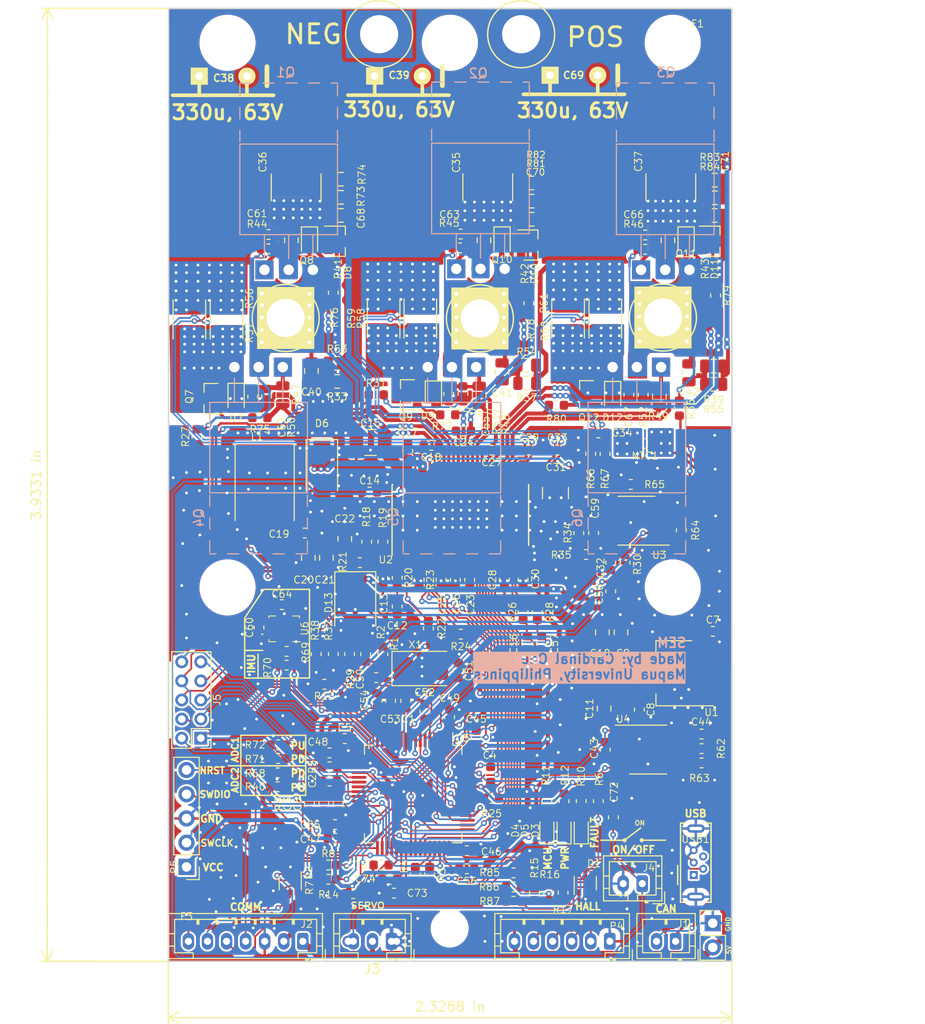
<source format=kicad_pcb>
(kicad_pcb (version 20241229) (generator "pcbnew") (generator_version "9.0")
  (title_block (title "Cheap FOCer 2") (date "2019-03-04") (rev "0.9") (company "Shaman Systems, LLC") (comment 1 "by Lucas Schulte"))
  (layers (0 "F.Cu" signal "Top_Signal") (2 "B.Cu" signal "Bottom_Signal") (13 "F.Paste" user) (15 "B.Paste" user) (5 "F.SilkS" user "F.Silkscreen") (7 "B.SilkS" user "B.Silkscreen") (1 "F.Mask" user) (3 "B.Mask" user) (25 "Edge.Cuts" user))
  (net 0 "")
  (net 1 "+5V")
  (net 2 "GND")
  (net 3 "NRST")
  (net 4 "SWCLK")
  (net 5 "SWDIO")
  (net 6 "VCC")
  (net 7 "V_SUPPLY")
  (net 8 "/MCU/AN_IN")
  (net 9 "/Mosfet driver/H1_VS")
  (net 10 "/Mosfet driver/H2_VS")
  (net 11 "/Mosfet driver/H3_VS")
  (net 12 "/MCU/SENS1")
  (net 13 "/MCU/SENS2")
  (net 14 "/MCU/SENS3")
  (net 15 "/MCU/BR_SO2")
  (net 16 "/MCU/BR_SO1")
  (net 17 "/MCU/L3")
  (net 18 "/MCU/L2")
  (net 19 "/MCU/L1")
  (net 20 "/MCU/EN_GATE")
  (net 21 "/MCU/H3")
  (net 22 "/MCU/H2")
  (net 23 "/MCU/H1")
  (net 24 "/MCU/USB_DM")
  (net 25 "/MCU/USB_DP")
  (net 26 "/CAN bus transceiver/CAN_RX")
  (net 27 "/CAN bus transceiver/CAN_TX")
  (net 28 "/MCU/ADC_TEMP")
  (net 29 "/Mosfet driver/GH_A")
  (net 30 "/Mosfet driver/GL_A")
  (net 31 "/Mosfet driver/GL_B")
  (net 32 "/Mosfet driver/GH_B")
  (net 33 "/Mosfet driver/GH_C")
  (net 34 "/Mosfet driver/GL_C")
  (net 35 "/MCU/CS")
  (net 36 "/MCU/SLCK")
  (net 37 "/MCU/SDI")
  (net 38 "/MCU/SDO")
  (net 39 "/MCU/BR_SO3")
  (net 40 "Net-(C14-Pad1)")
  (net 41 "/MCU/SCK_ADC_EXT")
  (net 42 "/MCU/MISO_ADC_EXT2")
  (net 43 "/MCU/RX_SDA_NSS")
  (net 44 "/MCU/TX_SCL_MOSI")
  (net 45 "/Mosfet driver/H2_LOW")
  (net 46 "/MCU/SERVO")
  (net 47 "PB4")
  (net 48 "PB3")
  (net 49 "PA15")
  (net 50 "PC15")
  (net 51 "PC14")
  (net 52 "PD2")
  (net 53 "PC13")
  (net 54 "PC5")
  (net 55 "PB12")
  (net 56 "PB2")
  (net 57 "SPA")
  (net 58 "SNA")
  (net 59 "SPC")
  (net 60 "SNC")
  (net 61 "SPB")
  (net 62 "SNB")
  (net 63 "Net-(USB1-Pad4)")
  (net 64 "Net-(USB1-Pad1)")
  (net 65 "Net-(C12-Pad2)")
  (net 66 "Net-(C13-Pad2)")
  (net 67 "Net-(C17-Pad1)")
  (net 68 "Net-(C18-Pad1)")
  (net 69 "/Mosfet driver/H3_LOW")
  (net 70 "/Mosfet driver/H1_LOW")
  (net 71 "Net-(R18-Pad1)")
  (net 72 "/MCU/FAULT")
  (net 73 "Net-(C51-Pad1)")
  (net 74 "/HALL3")
  (net 75 "/Filters/HALL1_IN")
  (net 76 "/Filters/HALL2_IN")
  (net 77 "/RX_SDA_IN")
  (net 78 "/SCK_ADC_EXT_IN")
  (net 79 "/TX_SCL_MOSI_IN")
  (net 80 "/MISO_RX_SCL_IN")
  (net 81 "/CAN bus transceiver/CANH")
  (net 82 "/CAN bus transceiver/CANL")
  (net 83 "/MCU/LED_RED")
  (net 84 "/MCU/LED_GREEN")
  (net 85 "Net-(C17-Pad2)")
  (net 86 "Net-(C23-Pad1)")
  (net 87 "Net-(C23-Pad2)")
  (net 88 "Net-(C24-Pad1)")
  (net 89 "Net-(C25-Pad1)")
  (net 90 "Net-(C27-Pad1)")
  (net 91 "Net-(C28-Pad1)")
  (net 92 "Net-(C40-Pad2)")
  (net 93 "Net-(C41-Pad2)")
  (net 94 "Net-(C42-Pad2)")
  (net 95 "Net-(C44-Pad1)")
  (net 96 "Net-(C50-Pad1)")
  (net 97 "Net-(C55-Pad1)")
  (net 98 "Net-(C56-Pad1)")
  (net 99 "Net-(J3-Pad3)")
  (net 100 "Net-(R3-Pad2)")
  (net 101 "Net-(R4-Pad2)")
  (net 102 "Net-(R19-Pad1)")
  (net 103 "Net-(R23-Pad2)")
  (net 104 "Net-(U2-Pad12)")
  (net 105 "Net-(U2-Pad5)")
  (net 106 "Net-(U2-Pad4)")
  (net 107 "Net-(C30-Pad2)")
  (net 108 "Net-(R64-Pad2)")
  (net 109 "Net-(R65-Pad2)")
  (net 110 "Net-(R65-Pad1)")
  (net 111 "Net-(R26-Pad2)")
  (net 112 "Net-(R28-Pad2)")
  (net 113 "Net-(R30-Pad2)")
  (net 114 "Net-(C59-Pad1)")
  (net 115 "Net-(U6-Pad11)")
  (net 116 "Net-(U6-Pad10)")
  (net 117 "Net-(U6-Pad9)")
  (net 118 "Net-(U6-Pad4)")
  (net 119 "Net-(U6-Pad3)")
  (net 120 "Net-(U6-Pad2)")
  (net 121 "Net-(D3-Pad2)")
  (net 122 "Net-(D4-Pad2)")
  (net 123 "Net-(D5-Pad2)")
  (net 124 "Net-(C61-Pad1)")
  (net 125 "Net-(C62-Pad1)")
  (net 126 "Net-(C63-Pad1)")
  (net 127 "Net-(C65-Pad1)")
  (net 128 "Net-(C66-Pad1)")
  (net 129 "Net-(C67-Pad1)")
  (net 130 "/Filters/TEMP_IN")
  (net 131 "Net-(C68-Pad2)")
  (net 132 "Net-(Q7-Pad1)")
  (net 133 "Net-(Q8-Pad1)")
  (net 134 "Net-(Q9-Pad1)")
  (net 135 "Net-(C71-Pad2)")
  (net 136 "Net-(Q10-Pad1)")
  (net 137 "Net-(Q11-Pad1)")
  (net 138 "Net-(Q12-Pad1)")
  (net 139 "Net-(C70-Pad2)")
  (net 140 "Net-(C72-Pad2)")
  (net 141 "/Filters/HALL2_OUT")
  (net 142 "/Filters/HALL1_OUT")
  (net 143 "/Filters/HALL3_IN")
  (footprint "LED_SMD:LED_0603_1608Metric" (layer "F.Cu") (at 150.3 155.1 90)
    (property "Reference" "D4")
    (property "Value" "GRN")
  )
  (footprint "LED_SMD:LED_0603_1608Metric" (layer "F.Cu") (at 152.1 155.1 90)
    (property "Reference" "D5")
    (property "Value" "BLU")
  )
  (footprint "Resistor_SMD:R_0603_1608Metric" (layer "F.Cu") (at 160.6 114.6)
    (property "Reference" "NTC1")
    (property "Value" "NTC 10k")
  )
  (footprint "Crystal:Crystal_SMD_5032-2Pin_5.0x3.2mm" (layer "F.Cu") (at 137.1 138.2)
    (property "Reference" "X1")
    (property "Value" "8MHz 10ppm (X50328MSB2GI)")
  )
  (footprint "Capacitor_SMD:C_0603_1608Metric" (layer "F.Cu") (at 135.500001 141.582486 -90)
    (property "Reference" "C1")
    (property "Value" "100n")
  )
  (footprint "Resistor_SMD:R_0603_1608Metric" (layer "F.Cu") (at 127.9 136.7 90)
    (property "Reference" "R32")
    (property "Value" "2k2")
  )
  (footprint "Resistor_SMD:R_0603_1608Metric" (layer "F.Cu") (at 129.6 136.7 90)
    (property "Reference" "R29")
    (property "Value" "2k2")
  )
  (footprint "Resistor_SMD:R_0603_1608Metric" (layer "F.Cu") (at 113.6 113.9 -90)
    (property "Reference" "R27")
    (property "Value" "39k")
  )
  (footprint "Resistor_SMD:R_0603_1608Metric" (layer "F.Cu") (at 155.7 152.1 -90)
    (property "Reference" "R6")
    (property "Value" "100R")
  )
  (footprint "Resistor_SMD:R_0603_1608Metric" (layer "F.Cu") (at 126.95 139.85 180)
    (property "Reference" "R13")
    (property "Value" "10k")
  )
  (footprint "Resistor_SMD:R_0603_1608Metric" (layer "F.Cu") (at 150.5 161.7 -90)
    (property "Reference" "R16")
    (property "Value" "2k2")
  )
  (footprint "Resistor_SMD:R_0603_1608Metric" (layer "F.Cu") (at 138 159.8 -90)
    (property "Reference" "R3")
    (property "Value" "22R")
  )
  (footprint "Resistor_SMD:R_0603_1608Metric" (layer "F.Cu") (at 136.5 159.8 -90)
    (property "Reference" "R4")
    (property "Value" "22R")
  )
  (footprint "Resistor_SMD:R_0603_1608Metric" (layer "F.Cu") (at 131.3 136.7 -90)
    (property "Reference" "R2")
    (property "Value" "2k2")
  )
  (footprint "Resistor_SMD:R_0603_1608Metric" (layer "F.Cu") (at 126.1 136.7 90)
    (property "Reference" "R38")
    (property "Value" "2k2")
  )
  (footprint "Capacitor_SMD:C_0603_1608Metric" (layer "F.Cu") (at 160 142.5 -90)
    (property "Reference" "C8")
    (property "Value" "2.2u")
  )
  (footprint "Capacitor_SMD:C_0603_1608Metric" (layer "F.Cu") (at 140.1 143.3 -90)
    (property "Reference" "C49")
    (property "Value" "2.2u")
  )
  (footprint "Capacitor_SMD:C_0603_1608Metric" (layer "F.Cu") (at 156.425 146.7 90)
    (property "Reference" "C43")
    (property "Value" "0.1u")
  )
  (footprint "Capacitor_SMD:C_0603_1608Metric" (layer "F.Cu") (at 133.1 128.7 90)
    (property "Reference" "C13")
    (property "Value" "150p")
  )
  (footprint "Capacitor_SMD:C_0603_1608Metric" (layer "F.Cu") (at 129.1 145.55 180)
    (property "Reference" "C5")
    (property "Value" "2.2u")
  )
  (footprint "Capacitor_SMD:C_0603_1608Metric" (layer "F.Cu") (at 141.9 159.2)
    (property "Reference" "C56")
    (property "Value" "2.2u")
  )
  (footprint "Capacitor_SMD:C_0603_1608Metric" (layer "F.Cu") (at 137.5 142.7 -90)
    (property "Reference" "C52")
    (property "Value" "100n")
  )
  (footprint "Capacitor_SMD:C_0603_1608Metric" (layer "F.Cu") (at 133.900357 141.582483 -90)
    (property "Reference" "C53")
    (property "Value" "2.2u")
  )
  (footprint "Capacitor_SMD:C_0603_1608Metric" (layer "F.Cu") (at 128.1 156)
    (property "Reference" "C47")
    (property "Value" "2.2u")
  )
  (footprint "Capacitor_SMD:C_0603_1608Metric" (layer "F.Cu") (at 127.5 147.050001)
    (property "Reference" "C48")
    (property "Value" "2.2u")
  )
  (footprint "Capacitor_SMD:C_0603_1608Metric" (layer "F.Cu") (at 141.9 157.300001 180)
    (property "Reference" "C46")
    (property "Value" "2.2u")
  )
  (footprint "Capacitor_SMD:C_0603_1608Metric" (layer "F.Cu") (at 132.500357 141.582484 -90)
    (property "Reference" "C54")
    (property "Value" "2.2u")
  )
  (footprint "Capacitor_SMD:C_0603_1608Metric" (layer "F.Cu") (at 144.4 149.3 -90)
    (property "Reference" "C4")
    (property "Value" ".01uF")
  )
  (footprint "Package_TO_SOT_SMD:SOT-223-3_TabPin2" (layer "F.Cu") (at 163.65 138.7 180)
    (property "Reference" "U1")
    (property "Value" "AMS1117-3.3")
  )
  (footprint "Connector_PinHeader_2.54mm:PinHeader_1x05_P2.54mm_Vertical" (layer "F.Cu") (at 112.5 159 180)
    (property "Reference" "P5")
    (property "Value" "SWD")
  )
  (footprint "shapes3D:R_2512_Yageo_big_pads" (layer "F.Cu") (at 137.025 101.5 -90)
    (property "Reference" "R58")
    (property "Value" "0.002R")
  )
  (footprint "shapes3D:R_2512_Yageo_big_pads" (layer "F.Cu") (at 116.7 101.6 -90)
    (property "Reference" "R56")
    (property "Value" "0.002R")
  )
  (footprint "Inductor_SMD:L_Taiyo-Yuden_NR-60xx_HandSoldering" (layer "F.Cu") (at 120.7 118.7 -90)
    (property "Reference" "L1")
    (property "Value" "22u")
  )
  (footprint "Package_QFP:LQFP-64_10x10mm_P0.5mm" (layer "F.Cu") (at 136.275358 151.357487 -90)
    (property "Reference" "U5")
    (property "Value" "STM32F405RGT6")
  )
  (footprint "Capacitor_SMD:C_0603_1608Metric" (layer "F.Cu") (at 128.075357 154.557484 180)
    (property "Reference" "C55")
    (property "Value" "2.2u")
  )
  (footprint "Package_SO:SOIC-8_3.9x4.9mm_P1.27mm" (layer "F.Cu") (at 160.925 146.7)
    (property "Reference" "U4")
    (property "Value" "TJA1051T/3/1J")
  )
  (footprint "Capacitor_SMD:C_0603_1608Metric" (layer "F.Cu") (at 128.4 152.3 90)
    (property "Reference" "C6")
    (property "Value" "100n")
  )
  (footprint "Capacitor_SMD:C_0603_1608Metric" (layer "F.Cu") (at 132.4 139.15 180)
    (property "Reference" "C50")
    (property "Value" "15p")
  )
  (footprint "Resistor_SMD:R_0603_1608Metric" (layer "F.Cu") (at 129.975 161.8 180)
    (property "Reference" "R14")
    (property "Value" "10k")
  )
  (footprint "Resistor_SMD:R_0603_1608Metric" (layer "F.Cu") (at 149 161.7 -90)
    (property "Reference" "R15")
    (property "Value" "2k2")
  )
  (footprint "Resistor_SMD:R_0603_1608Metric" (layer "F.Cu") (at 166.525 146.600001)
    (property "Reference" "R62")
    (property "Value" "60")
  )
  (footprint "Connector_JST:JST_PH_B6B-PH-K_1x06_P2.00mm_Vertical" (layer "F.Cu") (at 156.9 166.8 180)
    (property "Reference" "P4")
    (property "Value" "HALL/Encoder")
  )
  (footprint "CRF1:1pin_4mm" (layer "F.Cu") (at 132.7 71.7 -90)
    (property "Reference" "NEG3")
    (property "Value" "MOTOR3" (hide yes))
  )
  (footprint "Resistor_SMD:R_0603_1608Metric" (layer "F.Cu") (at 153.900001 152.1 90)
    (property "Reference" "R10")
    (property "Value" "100R")
  )
  (footprint "Package_SO:HTSSOP-56-1EP_6.1x14mm_P0.5mm_EP3.61x6.35mm" (layer "F.Cu") (at 141.26 122.1 90)
    (property "Reference" "U2")
    (property "Value" "DRV8301")
  )
  (footprint "Fiducial:Fiducial_1mm_Dia_2mm_Outer" (layer "F.Cu") (at 112.5 162.2 180)
    (property "Reference" "F3")
    (property "Value" "Fiducial")
  )
  (footprint "Connector_JST:JST_PH_B2B-PH-K_1x02_P2.00mm_Vertical" (layer "F.Cu") (at 160.3 160.75 180)
    (property "Reference" "J4")
    (property "Value" "On/Off")
  )
  (footprint "CRF1:1pin_4mm" (layer "F.Cu") (at 147.6 71.7 -90)
    (property "Reference" "POS1")
    (property "Value" "POS" (hide yes))
  )
  (footprint "Capacitor_SMD:C_0603_1608Metric" (layer "F.Cu") (at 127.5 150.000001)
    (property "Reference" "C2")
    (property "Value" "0.01uF")
  )
  (footprint "Capacitor_SMD:C_0603_1608Metric" (layer "F.Cu") (at 126.9 152.3 90)
    (property "Reference" "C3")
    (property "Value" "0.01uF")
  )
  (footprint "Package_TO_SOT_SMD:SOT-363_SC-70-6" (layer "F.Cu") (at 123.375 160.7 -90)
    (property "Reference" "D2")
    (property "Value" " SMF05CT1G")
  )
  (footprint "Resistor_SMD:R_0603_1608Metric" (layer "F.Cu") (at 127.499999 148.5 180)
    (property "Reference" "R5")
    (property "Value" "100R")
  )
  (footprint "Resistor_SMD:R_0603_1608Metric" (layer "F.Cu") (at 127.375 160.3 180)
    (property "Reference" "R7")
    (property "Value" "100R")
  )
  (footprint "Resistor_SMD:R_0603_1608Metric" (layer "F.Cu") (at 127.375 158.8 180)
    (property "Reference" "R8")
    (property "Value" "100R")
  )
  (footprint "Resistor_SMD:R_0603_1608Metric" (layer "F.Cu") (at 125.4 152.3 -90)
    (property "Reference" "R9")
    (property "Value" "100R")
  )
  (footprint "Resistor_SMD:R_0603_1608Metric" (layer "F.Cu") (at 133.1 136.7 -90)
    (property "Reference" "R1")
    (property "Value" "39k")
  )
  (footprint "Resistor_SMD:R_0603_1608Metric" (layer "F.Cu") (at 150.3 152.1 90)
    (property "Reference" "R11")
    (property "Value" "100R")
  )
  (footprint "Resistor_SMD:R_0603_1608Metric" (layer "F.Cu") (at 144.5 151.8)
    (property "Reference" "R25")
    (property "Value" "2k2")
  )
  (footprint "Resistor_SMD:R_0603_1608Metric" (layer "F.Cu") (at 137.875 134 90)
    (property "Reference" "R22")
    (property "Value" "10k")
  )
  (footprint "Capacitor_SMD:C_0603_1608Metric" (layer "F.Cu") (at 166.525 145.075 180)
    (property "Reference" "C44")
    (property "Value" "1nF")
  )
  (footprint "Capacitor_SMD:C_0603_1608Metric" (layer "F.Cu") (at 142.2 128.9 -90)
    (property "Reference" "C23")
    (property "Value" "22n")
  )
  (footprint "Capacitor_SMD:C_0603_1608Metric" (layer "F.Cu") (at 147.8 128.9 90)
    (property "Reference" "C30")
    (property "Value" "2.2uF")
  )
  (footprint "Capacitor_SMD:C_0603_1608Metric" (layer "F.Cu") (at 145.85 128.9 -90)
    (property "Reference" "C28")
    (property "Value" "2.2uF")
  )
  (footprint "Capacitor_SMD:C_0805_2012Metric" (layer "F.Cu") (at 145.6 107.1 -90)
    (property "Reference" "C41")
    (property "Value" "4.7nF, 100V")
  )
  (footprint "Capacitor_SMD:C_0805_2012Metric" (layer "F.Cu") (at 165.2 107.2 -90)
    (property "Reference" "C42")
    (property "Value" "4.7nF, 100V")
  )
  (footprint "Resistor_SMD:R_0603_1608Metric" (layer "F.Cu") (at 166.525 148.1 180)
    (property "Reference" "R63")
    (property "Value" "60")
  )
  (footprint "Resistor_SMD:R_0805_2012Metric" (layer "F.Cu") (at 128.3 106.2 180)
    (property "Reference" "R53")
    (property "Value" "10R")
  )
  (footprint "Resistor_SMD:R_0805_2012Metric" (layer "F.Cu") (at 148.2 106.4 180)
    (property "Reference" "R54")
    (property "Value" "10R")
  )
  (footprint "Resistor_SMD:R_0805_2012Metric" (layer "F.Cu") (at 167.8 108.4 180)
    (property "Reference" "R55")
    (property "Value" "10R")
  )
  (footprint "Resistor_SMD:R_0603_1608Metric" (layer "F.Cu") (at 120.9 109.6875 -90)
    (property "Reference" "R50")
    (property "Value" "4.7k")
  )
  (footprint "Resistor_SMD:R_0603_1608Metric" (layer "F.Cu") (at 141.2 94.1)
    (property "Reference" "R45")
    (property "Value" "4.7k")
  )
  (footprint "Resistor_SMD:R_0603_1608Metric" (layer "F.Cu") (at 141.5 109.4 90)
    (property "Reference" "R51")
    (property "Value" "4.7k")
  )
  (footprint "Package_TO_SOT_SMD:SOT-363_SC-70-6" (layer "F.Cu") (at 154.325 160.7 90)
    (property "Reference" "D1")
    (property "Value" " SMF05CT1G")
  )
  (footprint "CRF1:1pin_4mm" (layer "F.Cu") (at 143.275 101.5 90)
    (property "Reference" "P2")
    (property "Value" "MOTOR1" (hide yes))
  )
  (footprint "CRF1:1pin_4mm" (layer "F.Cu") (at 162.475 101.4 90)
    (property "Reference" "P3")
    (property "Value" "MOTOR1" (hide yes))
  )
  (footprint "Capacitor_SMD:C_2220_5650Metric_Pad1.97x5.40mm_HandSolder" (layer "F.Cu") (at 144.1 87.7375 -90)
    (property "Reference" "C35")
    (property "Value" "10uF, 100V")
  )
  (footprint "Capacitor_SMD:C_2220_5650Metric_Pad1.97x5.40mm_HandSolder" (layer "F.Cu") (at 124 87.7625 -90)
    (property "Reference" "C36")
    (property "Value" "10uF, 100V")
  )
  (footprint "Capacitor_SMD:C_2220_5650Metric_Pad1.97x5.40mm_HandSolder" (layer "F.Cu") (at 163.3 87.7375 -90)
    (property "Reference" "C37")
    (property "Value" "10uF, 100V")
  )
  (footprint "Connector_PinHeader_2.00mm:PinHeader_2x05_P2.00mm_Vertical" (layer "F.Cu") (at 114 145.5 180)
    (property "Reference" "J5")
    (property "Value" "UNUSED MCU PINS")
  )
  (footprint "Resistor_SMD:R_0603_1608Metric" (layer "F.Cu") (at 160.6 94.25)
    (property "Reference" "R46")
    (property "Value" "4.7k")
  )
  (footprint "Connector_USB:USB_Micro-B_Wuerth_614105150721_Vertical" (layer "F.Cu") (at 165.7 159.85 90)
    (property "Reference" "USB1")
    (property "Value" "USB Micro  U-D-M5DD-W-1")
  )
  (footprint "Capacitor_SMD:C_0603_1608Metric" (layer "F.Cu") (at 142.9 145.5 -90)
    (property "Reference" "C45")
    (property "Value" "2.2u")
  )
  (footprint "NetTie:NetTie-2_SMD_Pad0.5mm" (layer "F.Cu") (at 114.7 102.5 -90)
    (property "Reference" "NT1" (hide yes))
    (property "Value" "Net-Tie_2")
  )
  (footprint "NetTie:NetTie-2_SMD_Pad0.5mm" (layer "F.Cu") (at 114.7 100.7 90)
    (property "Reference" "NT4" (hide yes))
    (property "Value" "Net-Tie_2")
  )
  (footprint "NetTie:NetTie-2_SMD_Pad0.5mm" (layer "F.Cu") (at 135.1 100.6 90)
    (property "Reference" "NT5" (hide yes))
    (property "Value" "Net-Tie_2")
  )
  (footprint "NetTie:NetTie-2_SMD_Pad0.5mm" (layer "F.Cu") (at 154.5 102.4 -90)
    (property "Reference" "NT3" (hide yes))
    (property "Value" "Net-Tie_2")
  )
  (footprint "MountingHole:MountingHole_3.2mm_M3_ISO14580_Pad" (layer "F.Cu") (at 116.8 72.6)
    (property "Reference" "H1")
    (property "Value" "MountingHole")
  )
  (footprint "MountingHole:MountingHole_3.2mm_M3_ISO14580_Pad" (layer "F.Cu") (at 163.5 72.6)
    (property "Reference" "H8")
    (property "Value" "MountingHole")
  )
  (footprint "MountingHole:MountingHole_3.2mm_M3_ISO14580_Pad" (layer "F.Cu") (at 163.5 129.7)
    (property "Reference" "H2")
    (property "Value" "MountingHole")
  )
  (footprint "MountingHole:MountingHole_3.2mm_M3_ISO14580_Pad" (layer "F.Cu") (at 116.8 129.7)
    (property "Reference" "H6")
    (property "Value" "MountingHole")
  )
  (footprint "Capacitor_SMD:C_0603_1608Metric" (layer "F.Cu") (at 139.2 128.9 -90)
    (property "Reference" "C25")
    (property "Value" "2.2uF")
  )
  (footprint "Capacitor_SMD:C_0603_1608Metric" (layer "F.Cu") (at 140.7 128.9 -90)
    (property "Reference" "C26")
    (property "Value" "2.2uF")
  )
  (footprint "Capacitor_SMD:C_0603_1608Metric" (layer "F.Cu") (at 134.6 131.7 90)
    (property "Reference" "C12")
    (property "Value" "6.8n")
  )
  (footprint "Capacitor_SMD:C_0603_1608Metric" (layer "F.Cu") (at 131.7 119.7 180)
    (property "Reference" "C14")
    (property "Value" "15nF")
  )
  (footprint "Capacitor_SMD:C_0603_1608Metric" (layer "F.Cu") (at 135.7 115.4 90)
    (property "Reference" "C17")
    (property "Value" "100n")
  )
  (footprint "Capacitor_SMD:C_0603_1608Metric" (layer "F.Cu") (at 138.175 114.8)
    (property "Reference" "C18")
    (property "Value" "220n")
  )
  (footprint "Capacitor_SMD:C_0603_1608Metric" (layer "F.Cu") (at 141.55 113.3)
    (property "Reference" "C24")
    (property "Value" "220n")
  )
  (footprint "Capacitor_SMD:C_0603_1608Metric" (layer "F.Cu") (at 144.5125 115.3)
    (property "Reference" "C27")
    (property "Value" "220n")
  )
  (footprint "Capacitor_SMD:C_1210_3225Metric_Pad1.42x2.65mm_HandSolder" (layer "F.Cu") (at 131.8 114.5)
    (property "Reference" "C15")
    (property "Value" "4.7uF, 100V")
  )
  (footprint "Capacitor_SMD:C_0603_1608Metric" (layer "F.Cu") (at 124.9 124 180)
    (property "Reference" "C19")
    (property "Value" "2.2uF")
  )
  (footprint "Resistor_SMD:R_0603_1608Metric" (layer "F.Cu") (at 131.4 124.9 90)
    (property "Reference" "R18")
    (property "Value" "3.3k")
  )
  (footprint "Resistor_SMD:R_0603_1608Metric" (layer "F.Cu") (at 130.675 127.1)
    (property "Reference" "R21")
    (property "Value" "18k")
  )
  (footprint "Resistor_SMD:R_0603_1608Metric" (layer "F.Cu") (at 134.6 128.6875 -90)
    (property "Reference" "R20")
    (property "Value" "15k")
  )
  (footprint "Resistor_SMD:R_0603_1608Metric" (layer "F.Cu") (at 136.9 128.9 90)
    (property "Reference" "R23")
    (property "Value" "10k")
  )
  (footprint "Resistor_SMD:R_0603_1608Metric" (layer "F.Cu") (at 141.275 134.6 180)
    (property "Reference" "R24")
    (property "Value" "1k")
  )
  (footprint "Resistor_SMD:R_0603_1608Metric" (layer "F.Cu") (at 133.1 124.9 90)
    (property "Reference" "R19")
    (property "Value" "220k")
  )
  (footprint "Resistor_SMD:R_0603_1608Metric" (layer "F.Cu") (at 153.65 124 -90)
    (property "Reference" "R34")
    (property "Value" "10k")
  )
  (footprint "Resistor_SMD:R_0603_1608Metric" (layer "F.Cu") (at 154.4 126.25)
    (property "Reference" "R35")
    (property "Value" "10k")
  )
  (footprint "Resistor_SMD:R_0603_1608Metric" (layer "F.Cu") (at 132.4 109.5 180)
    (property "Reference" "R31")
    (property "Value" "39k")
  )
  (footprint "Resistor_SMD:R_0603_1608Metric" (layer "F.Cu") (at 164.2 110.9 -90)
    (property "Reference" "R36")
    (property "Value" "39k")
  )
  (footprint "Package_SO:SOIC-8_3.9x4.9mm_P1.27mm" (layer "F.Cu") (at 159.7 122.7 180)
    (property "Reference" "U3")
    (property "Value" "TP2604-SR")
  )
  (footprint "Resistor_SMD:R_0603_1608Metric" (layer "F.Cu") (at 152.1 152.1 90)
    (property "Reference" "R12")
    (property "Value" "2k2")
  )
  (footprint "Connector_JST:JST_PH_B2B-PH-K_1x02_P2.00mm_Vertical" (layer "F.Cu") (at 163.8 166.8 180)
    (property "Reference" "J1")
    (property "Value" "Conn_01x02")
  )
  (footprint "Capacitor_SMD:C_0805_2012Metric" (layer "F.Cu") (at 127.175 126.6 90)
    (property "Reference" "C21")
    (property "Value" "22uf")
  )
  (footprint "Capacitor_SMD:C_0805_2012Metric" (layer "F.Cu") (at 158.075 134.4 -90)
    (property "Reference" "C9")
    (property "Value" "22uF")
  )
  (footprint "Capacitor_SMD:C_0805_2012Metric" (layer "F.Cu") (at 156.125 134.4 -90)
    (property "Reference" "C10")
    (property "Value" "22uF")
  )
  (footprint "Resistor_SMD:R_0805_2012Metric" (layer "F.Cu") (at 123.5 93.3 -90)
    (property "Reference" "R41")
    (property "Value" "4.7R")
  )
  (footprint "Resistor_SMD:R_0805_2012Metric" (layer "F.Cu") (at 143.2 109.5375 -90)
    (property "Reference" "R48")
    (property "Value" "4.7R")
  )
  (footprint "Resistor_SMD:R_0805_2012Metric" (layer "F.Cu") (at 143.7 93.3 -90)
    (property "Reference" "R42")
    (property "Value" "4.7R")
  )
  (footprint "Resistor_SMD:R_0805_2012Metric" (layer "F.Cu") (at 163 93.3 -90)
    (property "Reference" "R43")
    (property "Value" "4.7R")
  )
  (footprint "Resistor_SMD:R_0805_2012Metric" (layer "F.Cu") (at 162.1 109.7 -90)
    (property "Reference" "R49")
    (property "Value" "4.7R")
  )
  (footprint "CRF1:1pin_4mm" (layer "F.Cu") (at 122.9 101.45 90)
    (property "Reference" "P1")
    (property "Value" "MOTOR1" (hide yes))
  )
  (footprint "shapes3D:R_2512_Yageo_big_pads" (layer "F.Cu") (at 152.525 101.5 -90)
    (property "Reference" "R60")
    (property "Value" "0.002R")
  )
  (footprint "Diode_SMD:D_SMA" (layer "F.Cu") (at 126.7 117.6 -90)
    (property "Reference" "D6")
    (property "Value" "100v, 1A")
  )
  (footprint "MountingHole:MountingHole_3.2mm_M3_ISO14580_Pad" (layer "F.Cu") (at 140.1 165.45)
    (property "Reference" "H5")
    (property "Value" "MountingHole")
  )
  (footprint "Capacitor_SMD:C_0603_1608Metric" (layer "F.Cu") (at 167.7 134.3 180)
    (property "Reference" "C7")
    (property "Value" "100n")
  )
  (footprint "Connector_JST:JST_PH_B7B-PH-K_1x07_P2.00mm_Vertical" (layer "F.Cu") (at 124.7 166.8 180)
    (property "Reference" "J2")
    (property "Value" "Conn_01x07")
  )
  (footprint "Capacitor_SMD:C_0805_2012Metric" (layer "F.Cu") (at 125.275 126.6 90)
    (property "Reference" "C20")
    (property "Value" "22uf")
  )
  (footprint "Capacitor_SMD:C_0603_1608Metric" (layer "F.Cu") (at 148.4 115.3 180)
    (property "Reference" "C29")
    (property "Value" "1nF")
  )
  (footprint "Fiducial:Fiducial_1mm_Dia_2mm_Outer" (layer "F.Cu") (at 168.2 70.5)
    (property "Reference" "F1")
    (property "Value" "Fiducial")
  )
  (footprint "Fiducial:Fiducial_1mm_Dia_2mm_Outer" (layer "F.Cu") (at 112 70.4)
    (property "Reference" "F2" (hide yes))
    (property "Value" "Fiducial")
  )
  (footprint "Capacitor_SMD:C_0603_1608Metric" (layer "F.Cu") (at 155.7 113.5)
    (property "Reference" "C34")
    (property "Value" "1nF")
  )
  (footprint "Capacitor_SMD:C_1210_3225Metric_Pad1.42x2.65mm_HandSolder" (layer "F.Cu") (at 151.2 119.8 90)
    (property "Reference" "C31")
    (property "Value" "4.7uF, 100V")
  )
  (footprint "shapes3D:CP_10x20mm_hor_with_model_mirrored_less_silk" (layer "F.Cu") (at 134 77.4 90)
    (property "Reference" "C39")
    (property "Value" "330u, 63V")
  )
  (footprint "Capacitor_SMD:C_0603_1608Metric" (layer "F.Cu") (at 151.4 115.3)
    (property "Reference" "C33")
    (property "Value" "1nF")
  )
  (footprint "shapes3D:R_2512_Yageo_big_pads" (layer "F.Cu") (at 112.8 101.6 -90)
    (property "Reference" "R57")
    (property "Value" "0.002R")
  )
  (footprint "shapes3D:R_2512_Yageo_big_pads" (layer "F.Cu") (at 133.175 101.5 -90)
    (property "Reference" "R59")
    (property "Value" "0.002R")
  )
  (footprint "shapes3D:R_2512_Yageo_big_pads" (layer "F.Cu") (at 156.425 101.5 -90)
    (property "Reference" "R61")
    (property "Value" "0.002R")
  )
  (footprint "Capacitor_SMD:C_0805_2012Metric" (layer "F.Cu") (at 156.3 142.4 90)
    (property "Reference" "C11")
    (property "Value" "22uF")
  )
  (footprint "Capacitor_SMD:C_0603_1608Metric" (layer "F.Cu") (at 141 138.4 90)
    (property "Reference" "C51")
    (property "Value" "15p")
  )
  (footprint "Capacitor_SMD:C_0805_2012Metric" (layer "F.Cu") (at 129.1 124.6 -90)
    (property "Reference" "C22")
    (property "Value" "22uf")
  )
  (footprint "Resistor_SMD:R_0603_1608Metric" (layer "F.Cu") (at 164.4 123.7 90)
    (property "Reference" "R64")
    (property "Value" "10k")
  )
  (footprint "Resistor_SMD:R_0603_1608Metric" (layer "F.Cu") (at 159.1 118.9)
    (property "Reference" "R65")
    (property "Value" "10k")
  )
  (footprint "Resistor_SMD:R_0603_1608Metric" (layer "F.Cu") (at 154.9 115.6875 90)
    (property "Reference" "R66")
    (property "Value" "1k")
  )
  (footprint "Resistor_SMD:R_0603_1608Metric" (layer "F.Cu") (at 156.4 115.7 90)
    (property "Reference" "R67")
    (property "Value" "1k")
  )
  (footprint "Capacitor_SMD:C_0603_1608Metric" (layer "F.Cu") (at 157 127.1 90)
    (property "Reference" "C32")
    (property "Value" "100n")
  )
  (footprint "Capacitor_SMD:C_0603_1608Metric" (layer "F.Cu") (at 148.25 135.6 90)
    (property "Reference" "C16")
    (property "Value" "1nF")
  )
  (footprint "Capacitor_SMD:C_0603_1608Metric" (layer "F.Cu") (at 149.75 135.6 90)
    (property "Reference" "C57")
    (property "Value" "1nF")
  )
  (footprint "Capacitor_SMD:C_0603_1608Metric" (layer "F.Cu") (at 157 130.1 90)
    (property "Reference" "C58")
    (property "Value" "1nF")
  )
  (footprint "Resistor_SMD:R_0603_1608Metric" (layer "F.Cu") (at 147.8 132.3 90)
    (property "Reference" "R26")
    (property "Value" "1.5k")
  )
  (footprint "Resistor_SMD:R_0603_1608Metric" (layer "F.Cu") (at 149.3 132.3 90)
    (property "Reference" "R28")
    (property "Value" "1.5k")
  )
  (footprint "Resistor_SMD:R_0603_1608Metric" (layer "F.Cu") (at 158.5 127.1 90)
    (property "Reference" "R30")
    (property "Value" "1.5k")
  )
  (footprint "Connector_PinHeader_2.54mm:PinHeader_1x02_P2.54mm_Vertical" (layer "F.Cu") (at 167.7 164.9)
    (property "Reference" "J6" (hide yes))
    (property "Value" "Conn_01x03")
  )
  (footprint "Capacitor_SMD:C_0603_1608Metric" (layer "F.Cu") (at 155.2 123.987501 -90)
    (property "Reference" "C59")
    (property "Value" "100n")
  )
  (footprint "LED_SMD:LED_0603_1608Metric" (layer "F.Cu") (at 153.900001 155.1 90)
    (property "Reference" "D3")
    (property "Value" "RED")
  )
  (footprint "Resistor_SMD:R_0805_2012Metric" (layer "F.Cu") (at 128.3 108.1 180)
    (property "Reference" "R33")
    (property "Value" "10R")
  )
  (footprint "Resistor_SMD:R_0805_2012Metric" (layer "F.Cu") (at 148.2 108.3 180)
    (property "Reference" "R37")
    (property "Value" "10R")
  )
  (footprint "Resistor_SMD:R_0805_2012Metric" (layer "F.Cu") (at 167.8 106.5 180)
    (property "Reference" "R39")
    (property "Value" "10R")
  )
  (footprint "Capacitor_SMD:C_0805_2012Metric" (layer "F.Cu") (at 125.6 107 -90)
    (property "Reference" "C40")
    (property "Value" "4.7nF, 100V")
  )
  (footprint "shapes3D:CP_10x20mm_hor_with_model_mirrored_less_silk" (layer "F.Cu") (at 115.6 77.4127 90)
    (property "Reference" "C38")
    (property "Value" "330u, 63V")
  )
  (footprint "Resistor_SMD:R_0603_1608Metric" (layer "F.Cu") (at 121.1 94.2 180)
    (property "Reference" "R44")
    (property "Value" "4.7k")
  )
  (footprint "Resistor_SMD:R_0603_1608Metric" (layer "F.Cu") (at 160.4 109.5 90)
    (property "Reference" "R52")
    (property "Value" "4.7k")
  )
  (footprint "Capacitor_SMD:C_0603_1608Metric" (layer "F.Cu") (at 120.1 133.9 90)
    (property "Reference" "C60")
    (property "Value" "100n")
  )
  (footprint "Capacitor_SMD:C_0603_1608Metric" (layer "F.Cu") (at 122.5 131.5)
    (property "Reference" "C64")
    (property "Value" "100n")
  )
  (footprint "Resistor_SMD:R_0603_1608Metric" (layer "F.Cu") (at 123 137.85)
    (property "Reference" "R70")
    (property "Value" "1k")
  )
  (footprint "Package_LGA:Bosch_LGA-14_3x2.5mm_P0.5mm" (layer "F.Cu") (at 122.75 134.04 180)
    (property "Reference" "U6")
    (property "Value" "BMI160")
  )
  (footprint "Resistor_SMD:R_0603_1608Metric" (layer "F.Cu") (at 123 136.4 180)
    (property "Reference" "R69")
    (property "Value" "1k")
  )
  (footprint "Capacitor_SMD:C_0603_1608Metric" (layer "F.Cu") (at 121.1 92.7 180)
    (property "Reference" "C61")
    (property "Value" "2.2nF")
  )
  (footprint "Capacitor_SMD:C_0603_1608Metric" (layer "F.Cu") (at 119.45 109.7 -90)
    (property "Reference" "C62")
    (property "Value" "2.2nF")
  )
  (footprint "Capacitor_SMD:C_0603_1608Metric" (layer "F.Cu") (at 141.25 92.65 180)
    (property "Reference" "C63")
    (property "Value" "2.2nF")
  )
  (footprint "Capacitor_SMD:C_0603_1608Metric" (layer "F.Cu") (at 140 109.4 -90)
    (property "Reference" "C65")
    (property "Value" "2.2nF")
  )
  (footprint "Capacitor_SMD:C_0603_1608Metric" (layer "F.Cu") (at 158.9 109.5 -90)
    (property "Reference" "C67")
    (property "Value" "1nF")
  )
  (footprint "Resistor_SMD:R_0603_1608Metric" (layer "F.Cu") (at 122.05 150.6)
    (property "Reference" "R40")
    (property "Value" "DNP")
  )
  (footprint "Resistor_SMD:R_0603_1608Metric" (layer "F.Cu") (at 122.053732 149.133732)
    (property "Reference" "R68")
    (property "Value" "DNP")
  )
  (footprint "Resistor_SMD:R_0603_1608Metric" (layer "F.Cu") (at 122.103732 147.633732)
    (property "Reference" "R71")
    (property "Value" "DNP")
  )
  (footprint "Resistor_SMD:R_0603_1608Metric" (layer "F.Cu") (at 122.1 146.2 180)
    (property "Reference" "R72")
    (property "Value" "DNP")
  )
  (footprint "MountingHole:MountingHole_3.2mm_M3_ISO14580_Pad" (layer "F.Cu") (at 140.125 72.6)
    (property "Reference" "H13")
    (property "Value" "MountingHole")
  )
  (footprint "Capacitor_SMD:C_0805_2012Metric" (layer "F.Cu") (at 128.7 90.7 180)
    (property "Reference" "C68")
    (property "Value" "4.7nF, 100V")
  )
  (footprint "Diode_SMD:D_SOD-323" (layer "F.Cu") (at 125.4 93.4 -90)
    (property "Reference" "D8")
    (property "Value" "D_Schottky")
  )
  (footprint "Package_TO_SOT_SMD:SOT-23" (layer "F.Cu") (at 115.1 109.9 180)
    (property "Reference" "Q7")
    (property "Value" "Q_PNP_BCE")
  )
  (footprint "Package_TO_SOT_SMD:SOT-23" (layer "F.Cu") (at 128.4 93.4)
    (property "Reference" "Q8")
    (property "Value" "Q_PNP_BCE")
  )
  (footprint "Resistor_SMD:R_0805_2012Metric" (layer "F.Cu") (at 122.6 109.5 -90)
    (property "Reference" "R47")
    (property "Value" "4.7R")
  )
  (footprint "Resistor_SMD:R_0805_2012Metric" (layer "F.Cu") (at 128.7 88.8)
    (property "Reference" "R73")
    (property "Value" "10R")
  )
  (footprint "Diode_SMD:D_SOD-323" (layer "F.Cu") (at 117.7 109.8 -90)
    (property "Reference" "D7")
    (property "Value" "D_Schottky")
  )
  (footprint "Resistor_SMD:R_0603_1608Metric" (layer "F.Cu") (at 120.2 111.9)
    (property "Reference" "R75")
    (property "Value" "4.7R")
  )
  (footprint "Resistor_SMD:R_0805_2012Metric" (layer "F.Cu") (at 128.7 86.9)
    (property "Reference" "R74")
    (property "Value" "10R")
  )
  (footprint "Resistor_SMD:R_0603_1608Metric" (layer "F.Cu") (at 127.9 98.8 -90)
    (property "Reference" "R76")
    (property "Value" "4.7R")
  )
  (footprint "Diode_SMD:D_SOD-323" (layer "F.Cu") (at 138.4 109.55 -90)
    (property "Reference" "D9")
    (property "Value" "D_Schottky")
  )
  (footprint "Package_TO_SOT_SMD:SOT-23" (layer "F.Cu") (at 135.7 109.5 180)
    (property "Reference" "Q9")
    (property "Value" "Q_PNP_BCE")
  )
  (footprint "Resistor_SMD:R_0603_1608Metric" (layer "F.Cu") (at 139.9 111.6)
    (property "Reference" "R77")
    (property "Value" "4.7R")
  )
  (footprint "NetTie:NetTie-2_SMD_Pad0.5mm" (layer "F.Cu") (at 135.1 102.4 -90)
    (property "Reference" "NT2" (hide yes))
    (property "Value" "Net-Tie_2")
  )
  (footprint "NetTie:NetTie-2_SMD_Pad0.5mm" (layer "F.Cu") (at 154.5 100.6 90)
    (property "Reference" "NT6" (hide yes))
    (property "Value" "Net-Tie_2")
  )
  (footprint "Diode_SMD:D_SOD-323" (layer "F.Cu") (at 145.6 93.4 -90)
    (property "Reference" "D10")
    (property "Value" "D_Schottky")
  )
  (footprint "Diode_SMD:D_SOD-323" (layer "F.Cu") (at 164.9 93.4 -90)
    (property "Reference" "D11")
    (property "Value" "D_Schottky")
  )
  (footprint "Diode_SMD:D_SOD-323" (layer "F.Cu") (at 157.2 109.6 -90)
    (property "Reference" "D12")
    (property "Value" "D_Schottky")
  )
  (footprint "Package_TO_SOT_SMD:SOT-23" (layer "F.Cu") (at 148.6 93.8)
    (property "Reference" "Q10")
    (property "Value" "Q_PNP_BCE")
  )
  (footprint "Package_TO_SOT_SMD:SOT-23" (layer "F.Cu") (at 167.7 93.4)
    (property "Reference" "Q11")
    (property "Value" "Q_PNP_BCE")
  )
  (footprint "Package_TO_SOT_SMD:SOT-23" (layer "F.Cu") (at 154.5 109.6 180)
    (property "Reference" "Q12")
    (property "Value" "Q_PNP_BCE")
  )
  (footprint "Resistor_SMD:R_0603_1608Metric" (layer "F.Cu") (at 148.4 99.9 -90)
    (property "Reference" "R78")
    (property "Value" "4.7R")
  )
  (footprint "Resistor_SMD:R_0603_1608Metric" (layer "F.Cu") (at 168 99.1 -90)
    (property "Reference" "R79")
    (property "Value" "4.7R")
  )
  (footprint "Resistor_SMD:R_0603_1608Metric" (layer "F.Cu") (at 151.3 110.6 180)
    (property "Reference" "R80")
    (property "Value" "4.7R")
  )
  (footprint "Capacitor_SMD:C_0805_2012Metric" (layer "F.Cu") (at 148.7 91.1 180)
    (property "Reference" "C70")
    (property "Value" "4.7nF, 100V")
  )
  (footprint "Capacitor_SMD:C_0805_2012Metric" (layer "F.Cu") (at 167.9 90.7 180)
    (property "Reference" "C71")
    (property "Value" "4.7nF, 100V")
  )
  (footprint "Resistor_SMD:R_0805_2012Metric" (layer "F.Cu") (at 148.7 89.2)
    (property "Reference" "R81")
    (property "Value" "10R")
  )
  (footprint "Resistor_SMD:R_0805_2012Metric" (layer "F.Cu") (at 148.6625 87.3)
    (property "Reference" "R82")
    (property "Value" "10R")
  )
  (footprint "Resistor_SMD:R_0805_2012Metric" (layer "F.Cu") (at 167.92 87)
    (property "Reference" "R83")
    (property "Value" "10R")
  )
  (footprint "Resistor_SMD:R_0805_2012Metric" (layer "F.Cu") (at 167.92 88.85)
    (property "Reference" "R84")
    (property "Value" "10R")
  )
  (footprint "Capacitor_SMD:C_0603_1608Metric" (layer "F.Cu") (at 160.6 92.75 180)
    (property "Reference" "C66")
    (property "Value" "1nF")
  )
  (footprint "shapes3D:JST_PH_B3B-PH-K_1x03_P2.00mm_Vertical_hybrid" (layer "F.Cu") (at 134 166.8 180)
    (property "Reference" "J3")
    (property "Value" "Conn_01x03")
  )
  (footprint "Capacitor_SMD:C_0603_1608Metric" (layer "F.Cu") (at 157.275 153.8 -90)
    (property "Reference" "C72")
    (property "Value" "220n")
  )
  (footprint "Capacitor_SMD:C_0603_1608Metric" (layer "F.Cu") (at 134.25 161.75)
    (property "Reference" "C73")
    (property "Value" "100n")
  )
  (footprint "Capacitor_SMD:C_0603_1608Metric" (layer "F.Cu") (at 133.8 160.3)
    (property "Reference" "C74")
    (property "Value" "100n")
  )
  (footprint "Capacitor_SMD:C_0603_1608Metric" (layer "F.Cu") (at 132.9125 158.8)
    (property "Reference" "C75")
    (property "Value" "100n")
  )
  (footprint "Resistor_SMD:R_0603_1608Metric" (layer "F.Cu") (at 146.8 159.625)
    (property "Reference" "R85")
    (property "Value" "100R")
  )
  (footprint "Resistor_SMD:R_0603_1608Metric" (layer "F.Cu") (at 146.8 161.1)
    (property "Reference" "R86")
    (property "Value" "100R")
  )
  (footprint "Resistor_SMD:R_0603_1608Metric" (layer "F.Cu") (at 152 161.7 -90)
    (property "Reference" "R17")
    (property "Value" "2k2")
  )
  (footprint "Resistor_SMD:R_0603_1608Metric" (layer "F.Cu") (at 146.8 162.6)
    (property "Reference" "R87")
    (property "Value" "100R")
  )
  (footprint "shapes3D:CP_10x20mm_hor_with_model_mirrored_less_silk" (layer "F.Cu") (at 152.4 77.3127 90)
    (property "Reference" "C69")
    (property "Value" "330u, 63V")
  )
  (footprint "Diode_SMD:D_SMB" (layer "F.Cu") (at 130.2 131.6 -90)
    (property "Reference" "D13")
    (property "Value" "D_TVS")
  )
  (footprint "logo:logo" (layer "F.Cu") (at 186 120.5)
    (property "Reference" "G***" (hide yes))
    (property "Value" "LOGO" (hide yes))
  )
  (footprint "shapes3D:TO-220-3_Horizontal_TabUp_no_hole" (layer "B.Cu") (at 122.6 106.6 180)
    (property "Reference" "Q4")
    (property "Value" "NCEP60T20")
  )
  (footprint "shapes3D:TO-220-3_Horizontal_TabUp_no_hole" (layer "B.Cu") (at 140.795 96.3)
    (property "Reference" "Q2")
    (property "Value" "NCEP60T20")
  )
  (footprint "shapes3D:TO-220-3_Horizontal_TabUp_no_hole" (layer "B.Cu") (at 160.175 96.4)
    (property "Reference" "Q3")
    (property "Value" "NCEP60T20")
  )
  (footprint "shapes3D:TO-220-3_Horizontal_TabUp_no_hole" (layer "B.Cu") (at 120.675 96.4)
    (property "Reference" "Q1")
    (property "Value" "NCEP60T20")
  )
  (footprint "shapes3D:TO-220-3_Horizontal_TabUp_no_hole" (layer "B.Cu") (at 162.28 106.6 180)
    (property "Reference" "Q6")
    (property "Value" "NCEP60T20")
  )
  (footprint "shapes3D:TO-220-3_Horizontal_TabUp_no_hole" (layer "B.Cu") (at 142.88 106.6 180)
    (property "Reference" "Q5")
    (property "Value" "NCEP60T20")
  )
  (gr_line (start 125.4 129.9) (end 120.6 129.9) (stroke (width 0.15)) (layer "F.SilkS"))
  (gr_line (start 118.2 151.5) (end 125 151.5) (stroke (width 0.15)) (layer "F.SilkS"))
  (gr_line (start 125 151.5) (end 125 145.2) (stroke (width 0.15)) (layer "F.SilkS"))
  (gr_line (start 118.2 151.5) (end 118.2 145.2) (stroke (width 0.15)) (layer "F.SilkS"))
  (gr_line (start 125 148.4) (end 116.9 148.4) (stroke (width 0.15)) (layer "F.SilkS"))
  (gr_line (start 120.6 129.9) (end 118.6 132.9) (stroke (width 0.15)) (layer "F.SilkS"))
  (gr_line (start 155.95 156.2) (end 158.45 156.2) (stroke (width 0.15)) (layer "F.SilkS"))
  (gr_line (start 160.25 156.2) (end 162.75 156.2) (stroke (width 0.15)) (layer "F.SilkS"))
  (gr_line (start 120.5 134.6) (end 120.4 134.6) (stroke (width 0.15)) (layer "F.SilkS"))
  (gr_line (start 125.4 139.2) (end 125.4 129.9) (stroke (width 0.15)) (layer "F.SilkS"))
  (gr_line (start 120 139.2) (end 120 136.7) (stroke (width 0.15)) (layer "F.SilkS"))
  (gr_line (start 120.5 136.3) (end 118.6 136.3) (stroke (width 0.15)) (layer "F.SilkS"))
  (gr_line (start 118.7 139.2) (end 125.4 139.2) (stroke (width 0.15)) (layer "F.SilkS"))
  (gr_line (start 144 111) (end 145.8 111.4) (stroke (width 0.1)) (layer "F.SilkS"))
  (gr_circle (center 160.25 156.2) (end 160.35 156.3) (stroke (width 0.15)) (fill no) (layer "F.SilkS"))
  (gr_line (start 125 145.2) (end 118.2 145.2) (stroke (width 0.15)) (layer "F.SilkS"))
  (gr_line (start 118.6 132.9) (end 118.6 139.2) (stroke (width 0.15)) (layer "F.SilkS"))
  (gr_line (start 141.6 110.8) (end 144.8 111.6) (stroke (width 0.1)) (layer "F.SilkS"))
  (gr_line (start 140.1 110.8) (end 143.6 111.7) (stroke (width 0.1)) (layer "F.SilkS"))
  (gr_line (start 158.45 156.2) (end 160.15 154.9) (stroke (width 0.15)) (layer "F.SilkS"))
  (gr_circle (center 158.45 156.2) (end 158.55 156.3) (stroke (width 0.15)) (fill no) (layer "F.SilkS"))
  (gr_line (start 110.6 168.9) (end 169.7 168.9) (stroke (width 0.15)) (layer "Edge.Cuts"))
  (gr_line (start 110.625 69) (end 110.6 168.9) (stroke (width 0.15)) (layer "Edge.Cuts"))
  (gr_line (start 169.7 69) (end 110.625 69) (stroke (width 0.15)) (layer "Edge.Cuts"))
  (gr_line (start 169.7 168.9) (end 169.7 69) (stroke (width 0.15)) (layer "Edge.Cuts"))
  (gr_text "SWDIO" (at 115.5 151.4 0) (layer "F.SilkS") (effects (font (size 0.7 0.7) (thickness 0.175))))
  (gr_text "SWCLK" (at 115.7 156.5 0) (layer "F.SilkS") (effects (font (size 0.7 0.7))))
  (gr_text "GND" (at 115.1 153.95 0) (layer "F.SilkS") (effects (font (size 0.75 0.75) (thickness 0.1875))))
  (gr_text "VCC" (at 115.3 159.05 0) (layer "F.SilkS") (effects (font (size 0.75 0.75) (thickness 0.1875))))
  (gr_text "POS" (at 155.4 72 0) (layer "F.SilkS") (effects (font (size 2 2) (thickness 0.3))))
  (gr_text "IMU" (at 119.3 137.7 90) (layer "F.SilkS") (effects (font (size 0.75 0.75) (thickness 0.1875))))
  (gr_text "COMM\n" (at 118.7 163.2 0) (layer "F.SilkS") (effects (font (size 0.75 0.75) (thickness 0.1875))))
  (gr_text "SERVO" (at 131.5 163.05 0) (layer "F.SilkS") (effects (font (size 0.65 0.75) (thickness 0.14))))
  (gr_text "HALL" (at 154.6 163.15 0) (layer "F.SilkS") (effects (font (size 0.75 0.75) (thickness 0.1875))))
  (gr_text "CAN" (at 162.8 163.4 0) (layer "F.SilkS") (effects (font (size 0.75 0.75) (thickness 0.1875))))
  (gr_text "ON/OFF" (at 159.4 157.2 0) (layer "F.SilkS") (effects (font (size 0.75 0.75) (thickness 0.1875))))
  (gr_text "USB" (at 165.9 153.4 0) (layer "F.SilkS") (effects (font (size 0.75 0.75) (thickness 0.1875))))
  (gr_text "5V" (at 169.4 167.7 90) (layer "F.SilkS") (effects (font (size 0.5 0.5) (thickness 0.1))))
  (gr_text "GND" (at 169.3 165 90) (layer "F.SilkS") (effects (font (size 0.5 0.5) (thickness 0.1))))
  (gr_text "ON" (at 160.05 154.4 0) (layer "F.SilkS") (effects (font (size 0.5 0.5) (thickness 0.1))))
  (gr_text "PWR" (at 152.2 158.1 90) (layer "F.SilkS") (effects (font (size 0.75 0.75) (thickness 0.1875))))
  (gr_text "FAULT" (at 155.3 155.4 90) (layer "F.SilkS") (effects (font (size 0.75 0.75) (thickness 0.1875))))
  (gr_text "MCU" (at 150.4 158.1 90) (layer "F.SilkS") (effects (font (size 0.75 0.75) (thickness 0.1875))))
  (gr_text "PU" (at 124.2 146.3 0) (layer "F.SilkS") (effects (font (size 0.75 0.75) (thickness 0.1875))))
  (gr_text "PD" (at 124.2 147.7 0) (layer "F.SilkS") (effects (font (size 0.75 0.75) (thickness 0.1875))))
  (gr_text "ADC1" (at 117.6 146.7 90) (layer "F.SilkS") (effects (font (size 0.7 0.7) (thickness 0.175))))
  (gr_text "ADC2" (at 117.6 149.9 90) (layer "F.SilkS") (effects (font (size 0.7 0.7) (thickness 0.175))))
  (gr_text "PD" (at 124.2 149.2 0) (layer "F.SilkS") (effects (font (size 0.75 0.75) (thickness 0.1875))))
  (gr_text "PU" (at 124.2 150.7 0) (layer "F.SilkS") (effects (font (size 0.75 0.75) (thickness 0.1875))))
  (gr_text "NRST" (at 115.2 148.9 0) (layer "F.SilkS") (effects (font (size 0.7 0.7) (thickness 0.175))))
  (gr_text "NEG" (at 125.8 71.7 0) (layer "F.SilkS") (effects (font (size 2 2) (thickness 0.3))))
  (gr_text "SEM" (at 163.4 135.5 0) (layer "B.SilkS") (effects (font (size 1 1) (thickness 0.2) (bold yes)) (justify mirror)))
  (gr_text "Made by: Cardinal One\nMapua University, Philippines\n" (at 165 138 0) (layer "B.SilkS" knockout) (effects (font (size 1 1) (thickness 0.2)) (justify left mirror)))
  (dimension (type aligned) (layer "F.SilkS") (pts (xy 169.7 168.9) (xy 110.6 168.9)) (height -5.9) (format (prefix "") (suffix "") (units 0) (units_format 1) (precision 4)) (style (thickness 0.15) (arrow_length 1.27) (text_position_mode 0) (arrow_direction outward) (extension_height 0.58642) (extension_offset 0) (keep_text_aligned yes)) (gr_text "2.3268 in" (at 140.15 173.65 0) (layer "F.SilkS") (effects (font (size 1 1) (thickness 0.15)))))
  (dimension (type aligned) (layer "F.SilkS") (pts (xy 110.625 69) (xy 110.6 168.9)) (height 12.712161) (format (prefix "") (suffix "") (units 0) (units_format 1) (precision 4)) (style (thickness 0.15) (arrow_length 1.27) (text_position_mode 0) (arrow_direction outward) (extension_height 0.58642) (extension_offset 0) (keep_text_aligned yes)) (gr_text "3.9331 in" (at 96.750339 118.946531 89.98566172) (layer "F.SilkS") (effects (font (size 1 1) (thickness 0.15)))))
  (segment (start 166.85 134.999999) (end 166.85 136.350001) (width 1.016) (layer "F.Cu") (net 1))
  (segment (start 164.95 133.9) (end 166.7375 133.899999) (width 0.508) (layer "F.Cu") (net 1))
  (segment (start 151 129.85) (end 151.7 129.85) (width 0.508) (layer "F.Cu") (net 1))
  (segment (start 132 166.8) (end 132 167.883) (width 0.508) (layer "F.Cu") (net 1))
  (segment (start 152.95 131.8) (end 152.4 131.25) (width 0.635) (layer "F.Cu") (net 1))
  (segment (start 128.3375 125.65) (end 126.925 125.65) (width 0.254) (layer "F.Cu") (net 1))
  (segment (start 163.65 133.9) (end 164.95 133.9) (width 0.508) (layer "F.Cu") (net 1))
  (segment (start 151.000001 129.85) (end 151.00001 129.85) (width 0.635) (layer "F.Cu") (net 1))
  (segment (start 161.7 144.3) (end 162.9 143.1) (width 0.3048) (layer "F.Cu") (net 1))
  (segment (start 158.225 147.335) (end 156.19 147.335) (width 0.1778) (layer "F.Cu") (net 1))
  (segment (start 168.905601 163.605499) (end 168.994501 163.694399) (width 0.635) (layer "F.Cu") (net 1))
  (segment (start 129.225 125.6625) (end 129.8875 126.325) (width 0.635) (layer "F.Cu") (net 1))
  (segment (start 125.275 125.6625) (end 129.225 125.6625) (width 0.635) (layer "F.Cu") (net 1))
  (segment (start 132 167.883) (end 132.23651 168.11951) (width 0.508) (layer "F.Cu") (net 1))
  (segment (start 159.4 131.8) (end 152.95 131.8) (width 0.635) (layer "F.Cu") (net 1))
  (segment (start 132.23651 168.11951) (end 132.88049 168.11951) (width 0.508) (layer "F.Cu") (net 1))
  (segment (start 166.85 136.350001) (end 166.8 136.4) (width 0.635) (layer "F.Cu") (net 1))
  (segment (start 151.050001 129.9) (end 151.375736 129.9) (width 0.508) (layer "F.Cu") (net 1))
  (segment (start 156.425 147.4875) (end 156.2725 147.335) (width 0.3048) (layer "F.Cu") (net 1))
  (segment (start 132.88049 168.11951) (end 148.01951 168.11951) (width 0.635) (layer "F.Cu") (net 1))
  (segment (start 162.9 143.1) (end 168.5 143.1) (width 0.3048) (layer "F.Cu") (net 1))
  (segment (start 168.8 138.15) (end 168.8 142.8) (width 0.635) (layer "F.Cu") (net 1))
  (segment (start 152.09587 164.675) (end 147.8452 164.675) (width 0.3048) (layer "F.Cu") (net 1))
  (segment (start 151.000001 129.85) (end 151.050001 129.9) (width 0.508) (layer "F.Cu") (net 1))
  (segment (start 153.675 163.09587) (end 152.09587 164.675) (width 0.3048) (layer "F.Cu") (net 1))
  (segment (start 168.994501 163.694399) (end 168.994501 166.205601) (width 0.635) (layer "F.Cu") (net 1))
  (segment (start 167.760102 167.44) (end 167.7 167.44) (width 0.635) (layer "F.Cu") (net 1))
  (segment (start 163.2 133.9) (end 162.9 133.6) (width 0.635) (layer "F.Cu") (net 1))
  (segment (start 151 129.85) (end 151.000001 129.85) (width 0.508) (layer "F.Cu") (net 1))
  (segment (start 130.225 128.8) (end 131.7 128.8) (width 0.635) (layer "F.Cu") (net 1))
  (segment (start 152.4 130.55) (end 152.4 131.25) (width 0.508) (layer "F.Cu") (net 1))
  (segment (start 167.7 167.54) (end 167.12049 168.11951) (width 0.635) (layer "F.Cu") (net 1))
  (segment (start 126.01951 168.11951) (end 132.88049 168.11951) (width 0.635) (layer "F.Cu") (net 1))
  (segment (start 159.565 147.335) (end 161.7 145.2) (width 0.3048) (layer "F.Cu") (net 1))
  (segment (start 146.9 165.6202) (end 146.9 166.8) (width 0.3048) (layer "F.Cu") (net 1))
  (segment (start 168.994501 166.205601) (end 167.760102 167.44) (width 0.635) (layer "F.Cu") (net 1))
  (segment (start 147.8452 164.675) (end 146.9 165.6202) (width 0.3048) (layer "F.Cu") (net 1))
  (segment (start 148.78049 168.11951) (end 148.01951 168.11951) (width 0.508) (layer "F.Cu") (net 1))
  (segment (start 166.8 136.4) (end 167.05 136.4) (width 0.635) (layer "F.Cu") (net 1))
  (segment (start 163.65 133.9) (end 166.7375 133.899999) (width 1.016) (layer "F.Cu") (net 1))
  (segment (start 166.85 133.875001) (end 166.850001 134.9) (width 1.016) (layer "F.Cu") (net 1))
  (segment (start 127.0625 125.55) (end 127.175 125.6625) (width 0.635) (layer "F.Cu") (net 1))
  (segment (start 131.7 128.8) (end 132.1 129.2) (width 0.635) (layer "F.Cu") (net 1))
  (segment (start 161.2 133.6) (end 159.4 131.8) (width 0.635) (layer "F.Cu") (net 1))
  (segment (start 166.7375 133.899999) (end 166.85 134.012499) (width 0.508) (layer "F.Cu") (net 1))
  (segment (start 126.925 125.65) (end 126.74375 125.83125) (width 0.254) (layer "F.Cu") (net 1))
  (segment (start 166.85 133.787499) (end 166.7375 133.899999) (width 0.508) (layer "F.Cu") (net 1))
  (segment (start 153.675 161.65) (end 153.675 163.09587) (width 0.3048) (layer "F.Cu") (net 1))
  (segment (start 129.8875 127.1) (end 129.8875 129.1375) (width 0.635) (layer "F.Cu") (net 1))
  (segment (start 163.550001 133.8875) (end 166.8375 133.8875) (width 0.1778) (layer "F.Cu") (net 1))
  (segment (start 129.8875 126.325) (end 129.8875 127.1) (width 0.635) (layer "F.Cu") (net 1))
  (segment (start 151.375736 129.9) (end 151.8 129.9) (width 0.508) (layer "F.Cu") (net 1))
  (segment (start 124.7 166.8) (end 126.01951 168.11951) (width 0.635) (layer "F.Cu") (net 1))
  (segment (start 151.7 129.85) (end 152.4 130.55) (width 0.508) (layer "F.Cu") (net 1))
  (segment (start 167.05 136.4) (end 168.8 138.15) (width 0.635) (layer "F.Cu") (net 1))
  (segment (start 147 168.11951) (end 148.78049 168.11951) (width 0.508) (layer "F.Cu") (net 1))
  (segment (start 168.8 163.605499) (end 168.905601 163.605499) (width 0.635) (layer "F.Cu") (net 1))
  (segment (start 167.7 167.44) (end 167.7 167.54) (width 0.635) (layer "F.Cu") (net 1))
  (segment (start 163.65 133.9) (end 163.2 133.9) (width 0.635) (layer "F.Cu") (net 1))
  (segment (start 166.85 134.012499) (end 166.85 134.575774) (width 0.508) (layer "F.Cu") (net 1))
  (segment (start 161.7 145.2) (end 161.7 144.3) (width 0.3048) (layer "F.Cu") (net 1))
  (segment (start 147 166.6) (end 147 168.11951) (width 0.508) (layer "F.Cu") (net 1))
  (segment (start 129.8875 129.1375) (end 130.225 128.8) (width 0.635) (layer "F.Cu") (net 1))
  (segment (start 151.05 129.9) (end 151 129.85) (width 0.635) (layer "F.Cu") (net 1))
  (segment (start 166.85 134.575774) (end 166.85 135.000039) (width 0.508) (layer "F.Cu") (net 1))
  (segment (start 162.9 133.6) (end 161.2 133.6) (width 0.635) (layer "F.Cu") (net 1))
  (segment (start 151.8 129.9) (end 151.05 129.9) (width 0.635) (layer "F.Cu") (net 1))
  (segment (start 166.8375 133.8875) (end 166.85 133.9) (width 0.1778) (layer "F.Cu") (net 1))
  (segment (start 168.5 143.1) (end 168.8 142.8) (width 0.3048) (layer "F.Cu") (net 1))
  (segment (start 163.475 133.9) (end 163.65 133.9) (width 1.016) (layer "F.Cu") (net 1))
  (segment (start 156.2725 147.335) (end 159.565 147.335) (width 0.3048) (layer "F.Cu") (net 1))
  (segment (start 167.12049 168.11951) (end 148.01951 168.11951) (width 0.635) (layer "F.Cu") (net 1))
  (segment (start 168.8 142.8) (end 168.8 163.605499) (width 0.635) (layer "F.Cu") (net 1))
  (segment (start 153.675 162.525) (end 153.675 161.65) (width 0.1778) (layer "F.Cu") (net 1))
  (segment (start 126.74375 125.83125) (end 126.74375 125.93125) (width 0.254) (layer "F.Cu") (net 1))
  (via (at 151.00001 129.85) (size 0.6) (drill 0.3) (layers "F.Cu" "B.Cu") (net 1))
  (via (at 131.6 128.8) (size 0.6) (drill 0.3) (layers "F.Cu" "B.Cu") (net 1))
  (via (at 132.1 129.2) (size 0.6) (drill 0.3) (layers "F.Cu" "B.Cu") (net 1))
  (via (at 151.8 129.9) (size 0.6) (drill 0.3) (layers "F.Cu" "B.Cu") (net 1))
  (segment (start 151.8 129.9) (end 151.05001 129.9) (width 0.635) (layer "B.Cu") (net 1))
  (segment (start 132.8 129.9) (end 131.999999 129.099999) (width 0.635) (layer "B.Cu") (net 1))
  (segment (start 151.05001 129.9) (end 151.00001 129.85) (width 0.635) (layer "B.Cu") (net 1))
  (segment (start 131.999999 129.099999) (end 131.7 128.8) (width 0.635) (layer "B.Cu") (net 1))
  (segment (start 151.8 129.9) (end 132.8 129.9) (width 0.635) (layer "B.Cu") (net 1))
  (segment (start 149.317793 156) (end 149.224281 155.906488) (width 0.254) (layer "F.Cu") (net 2))
  (segment (start 150.3125 156) (end 149.517793 156) (width 0.254) (layer "F.Cu") (net 2))
  (segment (start 133.1 128.8) (end 133.699988 128.8) (width 0.3048) (layer "F.Cu") (net 2))
  (segment (start 127.175 128.8) (end 127.175 127.5375) (width 0.3048) (layer "F.Cu") (net 2))
  (segment (start 150.6 120.3) (end 150.6 120.6875) (width 0.635) (layer "F.Cu") (net 2))
  (segment (start 127.287858 154.557484) (end 126.880351 154.149978) (width 0.3048) (layer "F.Cu") (net 2))
  (segment (start 135.400357 140.794986) (end 136.694986 140.794986) (width 0.1778) (layer "F.Cu") (net 2))
  (segment (start 125.298121 139.85) (end 125.248121 139.8) (width 0.3048) (layer "F.Cu") (net 2))
  (segment (start 129.2375 106.2) (end 130.4 105.0375) (width 0.4064) (layer "F.Cu") (net 2))
  (segment (start 142.6875 159.2) (end 143.8 159.2) (width 0.1778) (layer "F.Cu") (net 2))
  (segment (start 140.899999 148.200001) (end 140.6 148.5) (width 0.254) (layer "F.Cu") (net 2))
  (segment (start 147.5 129) (end 148.1 129) (width 0.508) (layer "F.Cu") (net 2))
  (segment (start 169.29479 107.20521) (end 169.29479 104.59679) (width 0.4064) (layer "F.Cu") (net 2))
  (segment (start 166.8 142.1) (end 166.6 142.3) (width 0.4064) (layer "F.Cu") (net 2))
  (segment (start 149.75 137.15) (end 150.3 137.7) (width 0.1778) (layer "F.Cu") (net 2))
  (segment (start 122.25 133.0275) (end 122.25 132.961434) (width 0.1778) (layer "F.Cu") (net 2))
  (segment (start 149.1375 106.4) (end 149.1375 107.1625) (width 0.4064) (layer "F.Cu") (net 2))
  (segment (start 127.9 155.199999) (end 128 155.3) (width 0.3048) (layer "F.Cu") (net 2))
  (segment (start 163.375 144.77) (end 163.4 144.795) (width 0.254) (layer "F.Cu") (net 2))
  (segment (start 127.3 155.9875) (end 127.3125 156) (width 0.3048) (layer "F.Cu") (net 2))
  (segment (start 166.8 141) (end 164.7 141) (width 0.4064) (layer "F.Cu") (net 2))
  (segment (start 158 132.54451) (end 158 133.3875) (width 0.3048) (layer "F.Cu") (net 2))
  (segment (start 141.936274 148.1) (end 141 148.1) (width 0.254) (layer "F.Cu") (net 2))
  (segment (start 117.5 99.4) (end 117.3 99.2) (width 1.27) (layer "F.Cu") (net 2))
  (segment (start 163.375 143.9) (end 163.375 144.77) (width 0.254) (layer "F.Cu") (net 2))
  (segment (start 130.95 134.5) (end 132 134.5) (width 0.508) (layer "F.Cu") (net 2))
  (segment (start 130.4125 124.1125) (end 130.4 124.1) (width 0.3048) (layer "F.Cu") (net 2))
  (segment (start 130.3125 114.875) (end 130.3 114.8875) (width 0.254) (layer "F.Cu") (net 2))
  (segment (start 130.601037 148.133168) (end 131.342571 148.133168) (width 0.1778) (layer "F.Cu") (net 2))
  (segment (start 145.85 129.6875) (end 145.85 129.25) (width 0.3048) (layer "F.Cu") (net 2))
  (segment (start 130.45521 88.106006) (end 130.4 88.050796) (width 0.4064) (layer "F.Cu") (net 2))
  (segment (start 120.1 134.6875) (end 120.1 135.35) (width 0.1778) (layer "F.Cu") (net 2))
  (segment (start 160 143.2875) (end 161.1875 143.2875) (width 0.3048) (layer "F.Cu") (net 2))
  (segment (start 136.400012 129.187512) (end 136.9 129.6875) (width 0.3048) (layer "F.Cu") (net 2))
  (segment (start 135.1 99.9) (end 133.71 99.9) (width 0.4064) (layer "F.Cu") (net 2))
  (segment (start 136.9 129.8875) (end 136.9 129.6875) (width 0.4064) (layer "F.Cu") (net 2))
  (segment (start 149.1375 107.4625) (end 149.7375 107.4625) (width 0.508) (layer "F.Cu") (net 2))
  (segment (start 152.8875 121.2875) (end 152.9 121.3) (width 0.4064) (layer "F.Cu") (net 2))
  (segment (start 148.01 126.31) (end 148.2 126.5) (width 0.1778) (layer "F.Cu") (net 2))
  (segment (start 136.9 129.6875) (end 136.9 129.174478) (width 0.3048) (layer "F.Cu") (net 2))
  (segment (start 163.6625 85.4625) (end 163.7 85.4625) (width 0.4064) (layer "F.Cu") (net 2))
  (segment (start 124.0125 135.355604) (end 123.984052 135.384052) (width 0.1778) (layer "F.Cu") (net 2))
  (segment (start 140.5 142.512501) (end 141.21249 142.5125) (width 0.254) (layer "F.Cu") (net 2))
  (segment (start 131.3 135.9125) (end 131.3 135.8) (width 0.254) (layer "F.Cu") (net 2))
  (segment (start 133.7 128.8875) (end 133.7 128.799988) (width 0.3048) (layer "F.Cu") (net 2))
  (segment (start 122.755717 132.455717) (end 122.755717 133.021783) (width 0.1778) (layer "F.Cu") (net 2))
  (segment (start 122.755717 133.021783) (end 122.75 133.0275) (width 0.1778) (layer "F.Cu") (net 2))
  (segment (start 134.475 146.475736) (end 134.475 146.9) (width 0.1778) (layer "F.Cu") (net 2))
  (segment (start 156.3 143.3375) (end 157.5375 143.3375) (width 0.3048) (layer "F.Cu") (net 2))
  (segment (start 130.3125 114.5) (end 129.6 113.7875) (width 0.1778) (layer "F.Cu") (net 2))
  (segment (start 135.500001 140.794986) (end 136.694986 140.794986) (width 0.3048) (layer "F.Cu") (net 2))
  (segment (start 168.7375 107.4375) (end 169.0625 107.4375) (width 0.4064) (layer "F.Cu") (net 2))
  (segment (start 132.05 133.75) (end 132.1 133.7) (width 0.508) (layer "F.Cu") (net 2))
  (segment (start 139.2 129.6875) (end 139.2 129) (width 0.3048) (layer "F.Cu") (net 2))
  (segment (start 151.2 121.2875) (end 152.8875 121.2875) (width 0.4064) (layer "F.Cu") (net 2))
  (segment (start 148.51979 125.85) (end 148.56979 125.9) (width 0.254) (layer "F.Cu") (net 2))
  (segment (start 129.3375 107.0375) (end 129.3375 106.1) (width 0.4064) (layer "F.Cu") (net 2))
  (segment (start 157.275 153.0125) (end 157.275 152.1) (width 0.1778) (layer "F.Cu") (net 2))
  (segment (start 133.1 129.4875) (end 133.7 128.8875) (width 0.3048) (layer "F.Cu") (net 2))
  (segment (start 130.3 114.8875) (end 130.3 117.45) (width 0.254) (layer "F.Cu") (net 2))
  (segment (start 130.2 133.75) (end 130.2 133.7) (width 0.508) (layer "F.Cu") (net 2))
  (segment (start 166.8 141) (end 165.175 141) (width 0.4064) (layer "F.Cu") (net 2))
  (segment (start 150.2 105.3) (end 149.6 104.7) (width 0.508) (layer "F.Cu") (net 2))
  (segment (start 126.1 137.4875) (end 126.1 138.4) (width 0.1778) (layer "F.Cu") (net 2))
  (segment (start 151.2 121.2875) (end 151.2 122.8) (width 0.4064) (layer "F.Cu") (net 2))
  (segment (start 169.198 84.8) (end 169.198 85.602) (width 0.508) (layer "F.Cu") (net 2))
  (segment (start 139.2 129.6875) (end 139.675 129.6875) (width 0.4064) (layer "F.Cu") (net 2))
  (segment (start 129.6 113.5) (end 129.2 113.5) (width 0.4064) (layer "F.Cu") (net 2))
  (segment (start 131.3 135.8) (end 132 135.1) (width 0.254) (layer "F.Cu") (net 2))
  (segment (start 149.75 136.3875) (end 149.75 137.15) (width 0.1778) (layer "F.Cu") (net 2))
  (segment (start 149.6 96.75) (end 152.085 94.265) (width 0.508) (layer "F.Cu") (net 2))
  (segment (start 145.85 129.25) (end 145.6 129) (width 0.4064) (layer "F.Cu") (net 2))
  (segment (start 148.8 139.8) (end 148.8 138.975) (width 0.254) (layer "F.Cu") (net 2))
  (segment (start 165.175 140.4) (end 163.7 140.4) (width 0.4064) (layer "F.Cu") (net 2))
  (segment (start 114.7 100.2) (end 113.535 100.2) (width 0.1778) (layer "F.Cu") (net 2))
  (segment (start 130.45521 89.493994) (end 130.45521 88.106006) (width 0.4064) (layer "F.Cu") (net 2))
  (segment (start 130.2 132) (end 130.2 133.75) (width 0.508) (layer "F.Cu") (net 2))
  (segment (start 133.1 122.8) (end 133.7 122.2) (width 0.3048) (layer "F.Cu") (net 2))
  (segment (start 166.8 141) (end 166.8 142.1) (width 0.4064) (layer "F.Cu") (net 2))
  (segment (start 168.7375 107.4375) (end 168.7375 106.5) (width 0.4064) (layer "F.Cu") (net 2))
  (segment (start 154.5 99.9) (end 154.5 97.45) (width 1.016) (layer "F.Cu") (net 2))
  (segment (start 130.4 85.5) (end 130.025 85.125) (width 0.4064) (layer "F.Cu") (net 2))
  (segment (start 130.7 119.9125) (end 130.7 120.7) (width 0.254) (layer "F.Cu") (net 2))
  (segment (start 121.266232 149.133732) (end 121.333732 149.133732) (width 0.1778) (layer "F.Cu") (net 2))
  (segment (start 140.7 129) (end 140.7 129.6875) (width 0.3048) (layer "F.Cu") (net 2))
  (segment (start 130.4 105.0375) (end 130.4 91.449204) (width 0.4064) (layer "F.Cu") (net 2))
  (segment (start 142.6875 159.775) (end 142.39131 160.07119) (width 0.3048) (layer "F.Cu") (net 2))
  (segment (start 151.8 120.6875) (end 151.2 121.2875) (width 0.508) (layer "F.Cu") (net 2))
  (segment (start 136.400012 129) (end 136.400012 129.187512) (width 0.3048) (layer "F.Cu") (net 2))
  (segment (start 133.0125 160.3) (end 133.1 160.3) (width 0.1778) (layer "F.Cu") (net 2))
  (segment (start 131.8875 139.15) (end 131.54211 139.49539) (width 0.1778) (layer "F.Cu") (net 2))
  (segment (start 136.18131 141.48132) (end 137.06882 141.48132) (width 0.3048) (layer "F.Cu") (net 2))
  (segment (start 148.45 125.85) (end 149 126.4) (width 0.1778) (layer "F.Cu") (net 2))
  (segment (start 156.1125 127.8875) (end 156.1 127.9) (width 0.254) (layer "F.Cu") (net 2))
  (segment (start 155.89 99.9) (end 156.425 99.365) (width 0.508) (layer "F.Cu") (net 2))
  (segment (start 168.3875 133.6) (end 168.3875 134.7875) (width 0.254) (layer "F.Cu") (net 2))
  (segment (start 128.3125 145.6375) (end 129.475 146.8) (width 0.1778) (layer "F.Cu") (net 2))
  (segment (start 126.1625 139.85) (end 125.298121 139.85) (width 0.3048) (layer "F.Cu") (net 2))
  (segment (start 140.7 129.6875) (end 140.225 129.6875) (width 0.4064) (layer "F.Cu") (net 2))
  (segment (start 148.01 125.29) (end 148.1 125.2) (width 0.1778) (layer "F.Cu") (net 2))
  (segment (start 141 148.1) (end 140.899999 148.200001) (width 0.254) (layer "F.Cu") (net 2))
  (segment (start 155.075 97.8) (end 153.885 97.8) (width 0.1778) (layer "F.Cu") (net 2))
  (segment (start 168.3875 134.7875) (end 168.375002 134.799998) (width 0.254) (layer "F.Cu") (net 2))
  (segment (start 162.3 120.67) (end 162.175 120.795) (width 0.1778) (layer "F.Cu") (net 2))
  (segment (start 157 130.8875) (end 157.812498 130.8875) (width 0.1778) (layer "F.Cu") (net 2))
  (segment (start 134 166.8) (end 135.899994 166.8) (width 0.4064) (layer "F.Cu") (net 2))
  (segment (start 130.2 133.75) (end 129.15 133.75) (width 0.508) (layer "F.Cu") (net 2))
  (segment (start 123.4 159.424258) (end 123.4 158.999994) (width 0.254) (layer "F.Cu") (net 2))
  (segment (start 129.1 123.6625) (end 129.1 122.8) (width 0.3048) (layer "F.Cu") (net 2))
  (segment (start 130.3125 114.5) (end 130.3125 114.875) (width 0.254) (layer "F.Cu") (net 2))
  (segment (start 150.2 107) (end 150.2 105.3) (width 0.508) (layer "F.Cu") (net 2))
  (segment (start 149.7375 107.4625) (end 150.2 107) (width 0.508) (layer "F.Cu") (net 2))
  (segment (start 152.75 99.35) (end 152.8 99.4) (width 1.016) (layer "F.Cu") (net 2))
  (segment (start 155.1875 126.25) (end 155.1875 124.787501) (width 0.254) (layer "F.Cu") (net 2))
  (segment (start 142.6875 159.2) (end 142.6875 159.775) (width 0.3048) (layer "F.Cu") (net 2))
  (segment (start 126.7125 150) (end 125.7 150) (width 0.1778) (layer "F.Cu") (net 2))
  (segment (start 137.025 99.365) (end 135.635 99.365) (width 0.4064) (layer "F.Cu") (net 2))
  (segment (start 125.6625 124) (end 126.600004 124) (width 0.254) (layer "F.Cu") (net 2))
  (segment (start 130.4 88.050796) (end 130.4 87.649204) (width 0.4064) (layer "F.Cu") (net 2))
  (segment (start 141 136.80002) (end 141.100019 136.700001) (width 0.254) (layer "F.Cu") (net 2))
  (segment (start 165.7375 145.075) (end 165.4575 144.795) (width 0.254) (layer "F.Cu") (net 2))
  (segment (start 157.275 152.1) (end 157.3 152.075) (width 0.1778) (layer "F.Cu") (net 2))
  (segment (start 122.25 132.961434) (end 122.755717 132.455717) (width 0.1778) (layer "F.Cu") (net 2))
  (segment (start 127.3 153.900001) (end 127.287858 153.912143) (width 0.3048) (layer "F.Cu") (net 2))
  (segment (start 127.287858 153.912143) (end 127.287858 154.557484) (width 0.3048) (layer "F.Cu") (net 2))
  (segment (start 148.25 136.3875) (end 148.25 137.95) (width 0.1778) (layer "F.Cu") (net 2))
  (segment (start 165.175 141) (end 165.175 140.4) (width 0.4064) (layer "F.Cu") (net 2))
  (segment (start 123.4 159.725) (end 123.4 159.424258) (width 0.254) (layer "F.Cu") (net 2))
  (segment (start 130.9125 119.7) (end 130.7 119.9125) (width 0.254) (layer "F.Cu") (net 2))
  (segment (start 168.7375 108.4) (end 168.7375 107.4375) (width 0.4064) (layer "F.Cu") (net 2))
  (segment (start 125.275 127.5375) (end 124.4375 127.5375) (width 0.3048) (layer "F.Cu") (net 2))
  (segment (start 127.274999 156.653756) (end 126.975 156.953755) (width 0.1778) (layer "F.Cu") (net 2))
  (segment (start 141.959557 148.123283) (end 141.936274 148.1) (width 0.1778) (layer "F.Cu") (net 2))
  (segment (start 144.374978 148.575999) (end 144.374978 147.824264) (width 0.1778) (layer "F.Cu") (net 2))
  (segment (start 143.8 159.2) (end 143.85 159.25) (width 0.1778) (layer "F.Cu") (net 2))
  (segment (start 140.1 142.5125) (end 140.1 141.3) (width 0.254) (layer "F.Cu") (net 2))
  (segment (start 161.1875 143.2875) (end 161.2 143.3) (width 0.3048) (layer "F.Cu") (net 2))
  (segment (start 128.4625 107.0375) (end 128.4 107.1) (width 0.4064) (layer "F.Cu") (net 2))
  (segment (start 130.025 85.125) (end 124 85.125) (width 0.4064) (layer "F.Cu") (net 2))
  (segment (start 126.9 153.5) (end 127.3 153.900001) (width 0.3048) (layer "F.Cu") (net 2))
  (segment (start 117.3 98.635) (end 116.535 99.4) (width 1.27) (layer "F.Cu") (net 2))
  (segment (start 130.2 133.75) (end 132.05 133.75) (width 0.508) (layer "F.Cu") (net 2))
  (segment (start 148.2 126.5) (end 148.699994 126.5) (width 0.1778) (layer "F.Cu") (net 2))
  (segment (start 130.4 86.150796) (end 130.4 85.5) (width 0.4064) (layer "F.Cu") (net 2))
  (segment (start 151.2 121.2875) (end 149.1125 121.2875) (width 0.4064) (layer "F.Cu") (net 2))
  (segment (start 163.3 85.1) (end 163.6625 85.4625) (width 0.4064) (layer "F.Cu") (net 2))
  (segment (start 131.410032 140.8) (end 131.54211 140.8) (width 0.1778) (layer "F.Cu") (net 2))
  (segment (start 129.6 137.4875) (end 129.6 138.3) (width 0.1778) (layer "F.Cu") (net 2))
  (segment (start 136.400012 129) (end 137.074478 129) (width 0.508) (layer "F.Cu") (net 2))
  (segment (start 121.333732 149.133732) (end 122 149.8) (width 0.1778) (layer "F.Cu") (net 2))
  (segment (start 141.191957 149.636213) (end 140.767693 149.636213) (width 0.1778) (layer "F.Cu") (net 2))
  (segment (start 159.0125 143.2875) (end 158.8 143.5) (width 0.3048) (layer "F.Cu") (net 2))
  (segment (start 169.0625 107.4375) (end 169.29479 107.20521) (width 0.4064) (layer "F.Cu") (net 2))
  (segment (start 142.6875 157.287488) (end 143.374988 156.6) (width 0.3048) (layer "F.Cu") (net 2))
  (segment (start 121.7125 130.6125) (end 121.7 130.6) (width 0.1778) (layer "F.Cu") (net 2))
  (segment (start 148.7 125.2) (end 148.9 125.4) (width 0.1778) (layer "F.Cu") (net 2))
  (segment (start 131.54211 139.49539) (end 131.54211 140.8) (width 0.1778) (layer "F.Cu") (net 2))
  (segment (start 123.375 159.75) (end 123.4 159.725) (width 0.254) (layer "F.Cu") (net 2))
  (segment (start 148.01 125.85) (end 148.01 126.31) (width 0.1778) (layer "F.Cu") (net 2))
  (segment (start 165.4575 144.795) (end 163.4 144.795) (width 0.254) (layer "F.Cu") (net 2))
  (segment (start 144.370711 148.580266) (end 144.374978 148.575999) (width 0.1778) (layer "F.Cu") (net 2))
  (segment (start 142.6875 157.300001) (end 142.6875 157.287488) (width 0.3048) (layer "F.Cu") (net 2))
  (segment (start 156.5775 146.065) (end 158.225001 146.065) (width 0.1778) (layer "F.Cu") (net 2))
  (segment (start 131.405016 140.794984) (end 131.410032 140.8) (width 0.1778) (layer "F.Cu") (net 2))
  (segment (start 128.3375 127.5375) (end 128.4 127.6) (width 0.3048) (layer "F.Cu") (net 2))
  (segment (start 122.75 133.0275) (end 122.25 133.0275) (width 0.1778) (layer "F.Cu") (net 2))
  (segment (start 127.3125 156) (end 127.3125 156.616255) (width 0.1778) (layer "F.Cu") (net 2))
  (segment (start 148.45 125.85) (end 148.01 125.85) (width 0.1778) (layer "F.Cu") (net 2))
  (segment (start 130.4 91.449204) (end 130.45521 91.393994) (width 0.4064) (layer "F.Cu") (net 2))
  (segment (start 127.9 138.370392) (end 127.914804 138.385196) (width 0.1778) (layer "F.Cu") (net 2))
  (segment (start 148.1 125.2) (end 148.7 125.2) (width 0.1778) (layer "F.Cu") (net 2))
  (segment (start 130.4 89.950796) (end 130.4 89.549204) (width 0.4064) (layer "F.Cu") (net 2))
  (segment (start 131.4 124.1125) (end 130.4125 124.1125) (width 0.3048) (layer "F.Cu") (net 2))
  (segment (start 136.9 129.174478) (end 137.074478 129) (width 0.3048) (layer "F.Cu") (net 2))
  (segment (start 151.8875 155.8875) (end 151.3 155.3) (width 0.1778) (layer "F.Cu") (net 2))
  (segment (start 159.26249 133.4625) (end 159.262495 133.462495) (width 0.4064) (layer "F.Cu") (net 2))
  (segment (start 154.325 161.675) (end 154.325 162.35) (width 0.3048) (layer "F.Cu") (net 2))
  (segment (start 149.6 104.7) (end 149.6 96.75) (width 0.508) (layer "F.Cu") (net 2))
  (segment (start 150.3 138.0875) (end 150.3 138.999998) (width 0.1778) (layer "F.Cu") (net 2))
  (segment (start 148.01 125.85) (end 148.01 125.29) (width 0.1778) (layer "F.Cu") (net 2))
  (segment (start 135.899994 166.8) (end 135.9 166.799994) (width 0.4064) (layer "F.Cu") (net 2))
  (segment (start 121.316232 147.633732) (end 120.466268 147.633732) (width 0.1778) (layer "F.Cu") (net 2))
  (segment (start 130.9 119.575) (end 130.925 119.6) (width 0.254) (layer "F.Cu") (net 2))
  (segment (start 126.600004 124) (end 126.7 124.099996) (width 0.254) (layer "F.Cu") (net 2))
  (segment (start 141.8125 137.6125) (end 141.9 137.7) (width 0.3048) (layer "F.Cu") (net 2))
  (segment (start 156.125 133.4625) (end 159.26249 133.4625) (width 0.4064) (layer "F.Cu") (net 2))
  (segment (start 126.880351 154.149978) (end 126.199978 154.149978) (width 0.3048) (layer "F.Cu") (net 2))
  (segment (start 127.3 155.199999) (end 127.3 155.9875) (width 0.3048) (layer "F.Cu") (net 2))
  (segment (start 134.525356 145.657486) (end 134.475 145.707842) (width 0.1778) (layer "F.Cu") (net 2))
  (segment (start 139.675 129.6875) (end 139.9 129.4625) (width 0.4064) (layer "F.Cu") (net 2))
  (segment (start 149.75 136.3875) (end 150.6875 136.3875) (width 0.1778) (layer "F.Cu") (net 2))
  (segment (start 121.7125 131.5) (end 121.7125 130.6125) (width 0.1778) (layer "F.Cu") (net 2))
  (segment (start 157 98.535) (end 157.05 98.585) (width 1.016) (layer "F.Cu") (net 2))
  (segment (start 126.9 153.0875) (end 126.9 153.5) (width 0.3048) (layer "F.Cu") (net 2))
  (segment (start 132.500358 140.794986) (end 133.900358 140.794986) (width 0.254) (layer "F.Cu") (net 2))
  (segment (start 128.4 153.0875) (end 126.9 153.0875) (width 0.3048) (layer "F.Cu") (net 2))
  (segment (start 152.1 155.8875) (end 151.8875 155.8875) (width 0.1778) (layer "F.Cu") (net 2))
  (segment (start 153.885 97.8) (end 153.15 98.535) (width 0.1778) (layer "F.Cu") (net 2))
  (segment (start 127.3 155.199999) (end 127.9 155.199999) (width 0.3048) (layer "F.Cu") (net 2))
  (segment (start 130.45521 90.006006) (end 130.4 89.950796) (width 0.4064) (layer "F.Cu") (net 2))
  (segment (start 132.125 159.275) (end 131.6 159.8) (width 0.1778) (layer "F.Cu") (net 2))
  (segment (start 145.85 129.25) (end 146.1 129) (width 0.3048) (layer "F.Cu") (net 2))
  (segment (start 135.635 99.365) (end 135.1 99.9) (width 0.4064) (layer "F.Cu") (net 2))
  (segment (start 150.3 121.2) (end 150.3 120.6) (width 0.1778) (layer "F.Cu") (net 2))
  (segment (start 124.4375 127.5375) (end 124 127.1) (width 0.3048) (layer "F.Cu") (net 2))
  (segment (start 130.2 133.7) (end 128.5 132) (width 0.508) (layer "F.Cu") (net 2))
  (segment (start 145.6 129) (end 145.4 129) (width 0.4064) (layer "F.Cu") (net 2))
  (segment (start 147.8 129.3) (end 148.1 129) (width 0.3048) (layer "F.Cu") (net 2))
  (segment (start 114.315 99.465) (end 114.15 99.3) (width 1.27) (layer "F.Cu") (net 2))
  (segment (start 132.125 158.8) (end 132.125 159.275) (width 0.1778) (layer "F.Cu") (net 2))
  (segment (start 130.575356 148.107487) (end 130.601037 148.133168) (width 0.1778) (layer "F.Cu") (net 2))
  (segment (start 150.6 120.6875) (end 151.2 121.2875) (width 0.635) (layer "F.Cu") (net 2))
  (segment (start 141 137.6125) (end 141.8125 137.6125) (width 0.3048) (layer "F.Cu") (net 2))
  (segment (start 153.9 156.425001) (end 153.9 156.8) (width 0.1778) (layer "F.Cu") (net 2))
  (segment (start 154.5 99.9) (end 155.89 99.9) (width 0.508) (layer "F.Cu") (net 2))
  (segment (start 130.4 87.649204) (end 130.45521 87.593994) (width 0.4064) (layer "F.Cu") (net 2))
  (segment (start 141.975357 149.607486) (end 141.94663 149.636212) (width 0.1778) (layer "F.Cu") (net 2))
  (segment (start 150.3 138.999998) (end 150.299998 139) (width 0.1778) (layer "F.Cu") (net 2))
  (segment (start 148.5 120.7) (end 148.5 122.2) (width 0.254) (layer "F.Cu") (net 2))
  (segment (start 149.9 121.2875) (end 149.9 120.775) (width 0.254) (layer "F.Cu") (net 2))
  (segment (start 134.475 145.707842) (end 134.475 146.475736) (width 0.1778) (layer "F.Cu") (net 2))
  (segment (start 130.849998 139.15) (end 130.699999 139.299999) (width 0.3048) (layer "F.Cu") (net 2))
  (segment (start 125.275 127.5375) (end 125.275 128.8) (width 0.3048) (layer "F.Cu") (net 2))
  (segment (start 147.8 129.25) (end 147.55 129) (width 0.254) (layer "F.Cu") (net 2))
  (segment (start 157.05 98.585) (end 157.05 99.35) (width 1.016) (layer "F.Cu") (net 2))
  (segment (start 151.8 120.3) (end 151.8 120.6875) (width 0.508) (layer "F.Cu") (net 2))
  (segment (start 164.7 141) (end 164.4 141.3) (width 0.4064) (layer "F.Cu") (net 2))
  (segment (start 162.3 120) (end 162.3 120.67) (width 0.1778) (layer "F.Cu") (net 2))
  (segment (start 160 143.2875) (end 159.0125 143.2875) (width 0.3048) (layer "F.Cu") (net 2))
  (segment (start 152.085 94.265) (end 153.025 94.265) (width 0.508) (layer "F.Cu") (net 2))
  (segment (start 139.2 129) (end 140.7 129) (width 0.508) (layer "F.Cu") (net 2))
  (segment (start 141 137.6125) (end 141 136.80002) (width 0.254) (layer "F.Cu") (net 2))
  (segment (start 130.45521 86.206006) (end 130.4 86.150796) (width 0.4064) (layer "F.Cu") (net 2))
  (segment (start 144.374978 147.824264) (end 144.374978 147.4) (width 0.1778) (layer "F.Cu") (net 2))
  (segment (start 142.9 144.7125) (end 142.9 143.7) (width 0.254) (layer "F.Cu") (net 2))
  (segment (start 131.6 159.8) (end 131.6 160.5) (width 0.1778) (layer "F.Cu") (net 2))
  (segment (start 158 133.3875) (end 158.075 133.4625) (width 0.3048) (layer "F.Cu") (net 2))
  (segment (start 127.3125 156.616255) (end 127.274999 156.653756) (width 0.1778) (layer "F.Cu") (net 2))
  (segment (start 150.6875 136.3875) (end 150.7 136.4) (width 0.1778) (layer "F.Cu") (net 2))
  (segment (start 139.2 129.6875) (end 140.7 129.6875) (width 0.508) (layer "F.Cu") (net 2))
  (segment (start 130.4 89.549204) (end 130.45521 89.493994) (width 0.4064) (layer "F.Cu") (net 2))
  (segment (start 129.25 133.75) (end 128.7 133.2) (width 0.508) (layer "F.Cu") (net 2))
  (segment (start 133.71 99.9) (end 133.175 99.365) (width 0.4064) (layer "F.Cu") (net 2))
  (segment (start 149.1125 121.2875) (end 149.1 121.3) (width 0.4064) (layer "F.Cu") (net 2))
  (segment (start 129.6 138.3) (end 129.6 138.4) (width 0.1778) (layer "F.Cu") (net 2))
  (segment (start 148.25 137.95) (end 148.3 138) (width 0.1778) (layer "F.Cu") (net 2))
  (segment (start 133.4625 161.75) (end 132.7159 161.75) (width 0.1778) (layer "F.Cu") (net 2))
  (segment (start 158.8 143.5) (end 157.7 143.5) (width 0.3048) (layer "F.Cu") (net 2))
  (segment (start 140.225 129.6875) (end 139.9 129.3625) (width 0.4064) (layer "F.Cu") (net 2))
  (segment (start 148.01 125.85) (end 148.51979 125.85) (width 0.254) (layer "F.Cu") (net 2))
  (segment (start 155.2 124.775001) (end 155.95 125.525001) (width 0.3048) (layer "F.Cu") (net 2))
  (segment (start 141.94663 149.636212) (end 141.191957 149.636213) (width 0.1778) (layer "F.Cu") (net 2))
  (segment (start 117.3 99.2) (end 117.3 98.635) (width 1.27) (layer "F.Cu") (net 2))
  (segment (start 127.175 127.5375) (end 128.3375 127.5375) (width 0.3048) (layer "F.Cu") (net 2))
  (segment (start 147.8 129.6875) (end 147.8 129.25) (width 0.254) (layer "F.Cu") (net 2))
  (segment (start 169.29479 104.59679) (end 169.198 104.5) (width 0.4064) (layer "F.Cu") (net 2))
  (segment (start 157.5375 143.3375) (end 157.7 143.5) (width 0.3048) (layer "F.Cu") (net 2))
  (segment (start 127.9 137.4875) (end 127.9 138.370392) (width 0.1778) (layer "F.Cu") (net 2))
  (segment (start 139.9 129.3625) (end 139.9 129) (width 0.4064) (layer "F.Cu") (net 2))
  (segment (start 145.4 129) (end 146.163377 129) (width 0.508) (layer "F.Cu") (net 2))
  (segment (start 133.1 124.1125) (end 133.1 122.8) (width 0.3048) (layer "F.Cu") (net 2))
  (segment (start 120.1 135.35) (end 120.35 135.6) (width 0.1778) (layer "F.Cu") (net 2))
  (segment (start 130.2 133.75) (end 129.25 133.75) (width 0.508) (layer "F.Cu") (net 2))
  (segment (start 129.3375 108) (end 129.3375 107.0375) (width 0.4064) (layer "F.Cu") (net 2))
  (segment (start 129.6 113.7875) (end 129.6 113.5) (width 0.1778) (layer "F.Cu") (net 2))
  (segment (start 149.1375 107.1625) (end 149.1375 108.3) (width 0.4064) (layer "F.Cu") (net 2))
  (segment (start 133.900357 140.799643) (end 133.2 141.5) (width 0.3048) (layer "F.Cu") (net 2))
  (segment (start 116.7 99.465) (end 114.315 99.465) (width 1.27) (layer "F.Cu") (net 2))
  (segment (start 128.3125 145.55) (end 128.3125 145.6375) (width 0.1778) (layer "F.Cu") (net 2))
  (segment (start 133.699988 128.8) (end 133.7 128.799988) (width 0.3048) (layer "F.Cu") (net 2))
  (segment (start 132 135.1) (end 132 134.5) (width 0.254) (layer "F.Cu") (net 2))
  (segment (start 153.900001 155.8875) (end 153.9 156.425001) (width 0.1778) (layer "F.Cu") (net 2))
  (segment (start 156.425 145.9125) (end 155.6125 145.9125) (width 0.3048) (layer "F.Cu") (net 2))
  (segment (start 146.1 129) (end 146.163377 129) (width 0.3048) (layer "F.Cu") (net 2))
  (segment (start 148.8 139.999992) (end 148.800008 140) (width 0.254) (layer "F.Cu") (net 2))
  (segment (start 139.9 129.4625) (end 139.9 129) (width 0.4064) (layer "F.Cu") (net 2))
  (segment (start 163.7 142.3) (end 167.9 142.3) (width 0.4064) (layer "F.Cu") (net 2))
  (segment (start 142.39131 160.07119) (end 142.37717 160.07119) (width 0.3048) (layer "F.Cu") (net 2))
  (segment (start 137.06882 141.48132) (end 137.5 141.9125) (width 0.3048) (layer "F.Cu") (net 2))
  (segment (start 129.3375 107.0375) (end 128.4625 107.0375) (width 0.4064) (layer "F.Cu") (net 2))
  (segment (start 157 127.8875) (end 156.1125 127.8875) (width 0.254) (layer "F.Cu") (net 2))
  (segment (start 133.900357 140.794983) (end 133.900357 140.799643) (width 0.3048) (layer "F.Cu") (net 2))
  (segment (start 130.3 117.45) (end 129.8 117.95) (width 0.254) (layer "F.Cu") (net 2))
  (segment (start 124.0125 134.79) (end 124.0125 135.355604) (width 0.1778) (layer "F.Cu") (net 2))
  (segment (start 150.3 120.6) (end 150.6 120.3) (width 0.1778) (layer "F.Cu") (net 2))
  (segment (start 169.198 104.5) (end 169.198 103.7) (width 0.508) (layer "F.Cu") (net 2))
  (segment (start 130.2 133.75) (end 130.95 134.5) (width 0.508) (layer "F.Cu") (net 2))
  (segment (start 127.3 153.900001) (end 127.3 155.199999) (width 0.3048) (layer "F.Cu") (net 2))
  (segment (start 156.125 133.4625) (end 156.125 132.475) (width 0.4064) (layer "F.Cu") (net 2))
  (segment (start 133.1 160.3) (end 133.65 160.85) (width 0.1778) (layer "F.Cu") (net 2))
  (segment (start 147.8 129.6875) (end 147.8 129.3) (width 0.3048) (layer "F.Cu") (net 2))
  (segment (start 130.45521 87.593994) (end 130.45521 86.206006) (width 0.4064) (layer "F.Cu") (net 2))
  (segment (start 131.6125 139.15) (end 130.849998 139.15) (width 0.3048) (layer "F.Cu") (net 2))
  (segment (start 113.535 100.2) (end 112.8 99.465) (width 0.1778) (layer "F.Cu") (net 2))
  (segment (start 131.342571 148.133168) (end 131.766835 148.133168) (width 0.1778) (layer "F.Cu") (net 2))
  (segment (start 147.55 129) (end 147.5 129) (width 0.254) (layer "F.Cu") (net 2))
  (segment (start 133.1 128.8) (end 133.1 129.4875) (width 0.3048) (layer "F.Cu") (net 2))
  (segment (start 129.15 133.75) (end 128.7 134.2) (width 0.508) (layer "F.Cu") (net 2))
  (segment (start 132.500357 140.794984) (end 131.405016 140.794984) (width 0.254) (layer "F.Cu") (net 2))
  (segment (start 130.45521 91.393994) (end 130.45521 90.006006) (width 0.4064) (layer "F.Cu") (net 2))
  (segment (start 155.735 99.4) (end 156.6 98.535) (width 1.016) (layer "F.Cu") (net 2))
  (segment (start 126.6625 147.050001) (end 125.8 147.05) (width 0.1778) (layer "F.Cu") (net 2))
  (segment (start 148.699994 126.5) (end 148.999994 126.8) (width 0.1778) (layer "F.Cu") (net 2))
  (segment (start 155.6125 145.9125) (end 155.2 145.5) (width 0.3048) (layer "F.Cu") (net 2))
  (via (at 135.2 120.7) (size 0.6) (drill 0.3) (layers "F.Cu" "B.Cu") (net 2))
  (via (at 133.7 120.7) (size 0.6) (drill 0.3) (layers "F.Cu" "B.Cu") (net 2))
  (via (at 132.2 120.7) (size 0.6) (drill 0.3) (layers "F.Cu" "B.Cu") (net 2))
  (via (at 130.7 120.7) (size 0.6) (drill 0.3) (layers "F.Cu" "B.Cu") (net 2))
  (via (at 136.7 122.2) (size 0.6) (drill 0.3) (layers "F.Cu" "B.Cu") (net 2))
  (via (at 135.2 122.2) (size 0.6) (drill 0.3) (layers "F.Cu" "B.Cu") (net 2))
  (via (at 133.7 122.2) (size 0.6) (drill 0.3) (layers "F.Cu" "B.Cu") (net 2))
  (via (at 132.2 122.2) (size 0.6) (drill 0.3) (layers "F.Cu" "B.Cu") (net 2))
  (via (at 130.7 122.2) (size 0.6) (drill 0.3) (layers "F.Cu" "B.Cu") (net 2))
  (via (at 136.7 123.7) (size 0.6) (drill 0.3) (layers "F.Cu" "B.Cu") (net 2))
  (via (at 135.2 123.7) (size 0.6) (drill 0.3) (layers "F.Cu" "B.Cu") (net 2))
  (via (at 147.1 120.7) (size 0.6) (drill 0.3) (layers "F.Cu" "B.Cu") (net 2))
  (via (at 148.5 120.7) (size 0.6) (drill 0.3) (layers "F.Cu" "B.Cu") (net 2))
  (via (at 145.6 122.2) (size 0.6) (drill 0.3) (layers "F.Cu" "B.Cu") (net 2))
  (via (at 147.1 122.2) (size 0.6) (drill 0.3) (layers "F.Cu" "B.Cu") (net 2))
  (via (at 148.5 122.2) (size 0.6) (drill 0.3) (layers "F.Cu" "B.Cu") (net 2))
  (via (at 145.6 123.7) (size 0.6) (drill 0.3) (layers "F.Cu" "B.Cu") (net 2))
  (via (at 147.1 123.7) (size 0.6) (drill 0.3) (layers "F.Cu" "B.Cu") (net 2))
  (via (at 148.5 123.7) (size 0.6) (drill 0.3) (layers "F.Cu" "B.Cu") (net 2))
  (via (at 149.4 156) (size 0.6) (drill 0.3) (layers "F.Cu" "B.Cu") (net 2))
  (via (at 122.2 113.5) (size 0.6) (drill 0.3) (layers "F.Cu" "B.Cu") (net 2))
  (via (at 144 120.7) (size 0.6) (drill 0.3) (layers "F.Cu" "B.Cu") (net 2))
  (via (at 139.5 123.4) (size 0.6) (drill 0.3) (layers "F.Cu" "B.Cu") (net 2))
  (via (at 140.4 123.4) (size 0.6) (drill 0.3) (layers "F.Cu" "B.Cu") (net 2))
  (via (at 142.2 123.4) (size 0.6) (drill 0.3) (layers "F.Cu" "B.Cu") (net 2))
  (via (at 144 123.4) (size 0.6) (drill 0.3) (layers "F.Cu" "B.Cu") (net 2))
  (via (at 143.1 123.4) (size 0.6) (drill 0.3) (layers "F.Cu" "B.Cu") (net 2))
  (via (at 141.3 123.4) (size 0.6) (drill 0.3) (layers "F.Cu" "B.Cu") (net 2))
  (via (at 138.6 123.4) (size 0.6) (drill 0.3) (layers "F.Cu" "B.Cu") (net 2))
  (via (at 112.5 97.6) (size 0.6) (drill 0.3) (layers "F.Cu" "B.Cu") (net 2))
  (via (at 111.4 97.6) (size 0.6) (drill 0.3) (layers "F.Cu" "B.Cu") (net 2))
  (via (at 118.3 97.6) (size 0.6) (drill 0.3) (layers "F.Cu" "B.Cu") (net 2))
  (via (at 114.9 97.6) (size 0.6) (drill 0.3) (layers "F.Cu" "B.Cu") (net 2))
  (via (at 116.1 97.6) (size 0.6) (drill 0.3) (layers "F.Cu" "B.Cu") (net 2))
  (via (at 117.3 97.6) (size 0.6) (drill 0.3) (layers "F.Cu" "B.Cu") (net 2))
  (via (at 113.7 97.6) (size 0.6) (drill 0.3) (layers "F.Cu" "B.Cu") (net 2))
  (via (at 132.6 95.8) (size 0.6) (drill 0.3) (layers "F.Cu" "B.Cu") (net 2))
  (via (at 131.5 95.8) (size 0.6) (drill 0.3) (layers "F.Cu" "B.Cu") (net 2))
  (via (at 131.5 99.5) (size 0.6) (drill 0.3) (layers "F.Cu" "B.Cu") (net 2))
  (via (at 135 99.5) (size 0.6) (drill 0.3) (layers "F.Cu" "B.Cu") (net 2))
  (via (at 138.4 99.5) (size 0.6) (drill 0.3) (layers "F.Cu" "B.Cu") (net 2))
  (via (at 132.6 99.5) (size 0.6) (drill 0.3) (layers "F.Cu" "B.Cu") (net 2))
  (via (at 136.2 99.5) (size 0.6) (drill 0.3) (layers "F.Cu" "B.Cu") (net 2))
  (via (at 133.8 99.5) (size 0.6) (drill 0.3) (layers "F.Cu" "B.Cu") (net 2))
  (via (at 137.4 99.5) (size 0.6) (drill 0.3) (layers "F.Cu" "B.Cu") (net 2))
  (via (at 137.4 98.5) (size 0.6) (drill 0.3) (layers "F.Cu" "B.Cu") (net 2))
  (via (at 138.4 95.8) (size 0.6) (drill 0.3) (layers "F.Cu" "B.Cu") (net 2))
  (via (at 135 95.8) (size 0.6) (drill 0.3) (layers "F.Cu" "B.Cu") (net 2))
  (via (at 136.2 95.8) (size 0.6) (drill 0.3) (layers "F.Cu" "B.Cu") (net 2))
  (via (at 137.4 95.8) (size 0.6) (drill 0.3) (layers "F.Cu" "B.Cu") (net 2))
  (via (at 133.8 95.8) (size 0.6) (drill 0.3) (layers "F.Cu" "B.Cu") (net 2))
  (via (at 136.2 96.6) (size 0.6) (drill 0.3) (layers "F.Cu" "B.Cu") (net 2))
  (via (at 132.6 97.5) (size 0.6) (drill 0.3) (layers "F.Cu" "B.Cu") (net 2))
  (via (at 131.5 97.5) (size 0.6) (drill 0.3) (layers "F.Cu" "B.Cu") (net 2))
  (via (at 138.4 96.6) (size 0.6) (drill 0.3) (layers "F.Cu" "B.Cu") (net 2))
  (via (at 137.4 96.6) (size 0.6) (drill 0.3) (layers "F.Cu" "B.Cu") (net 2))
  (via (at 133.8 96.6) (size 0.6) (drill 0.3) (layers "F.Cu" "B.Cu") (net 2))
  (via (at 135 97.5) (size 0.6) (drill 0.3) (layers "F.Cu" "B.Cu") (net 2))
  (via (at 137.4 97.5) (size 0.6) (drill 0.3) (layers "F.Cu" "B.Cu") (net 2))
  (via (at 132.6 96.6) (size 0.6) (drill 0.3) (layers "F.Cu" "B.Cu") (net 2))
  (via (at 131.5 96.6) (size 0.6) (drill 0.3) (layers "F.Cu" "B.Cu") (net 2))
  (via (at 136.2 97.5) (size 0.6) (drill 0.3) (layers "F.Cu" "B.Cu") (net 2))
  (via (at 135 96.6) (size 0.6) (drill 0.3) (layers "F.Cu" "B.Cu") (net 2))
  (via (at 138.4 97.5) (size 0.6) (drill 0.3) (layers "F.Cu" "B.Cu") (net 2))
  (via (at 133.8 98.5) (size 0.6) (drill 0.3) (layers "F.Cu" "B.Cu") (net 2))
  (via (at 133.8 97.5) (size 0.6) (drill 0.3) (layers "F.Cu" "B.Cu") (net 2))
  (via (at 138.4 100.5) (size 0.6) (drill 0.3) (layers "F.Cu" "B.Cu") (net 2))
  (via (at 132.6 100.5) (size 0.6) (drill 0.3) (layers "F.Cu" "B.Cu") (net 2))
  (via (at 136.2 100.5) (size 0.6) (drill 0.3) (layers "F.Cu" "B.Cu") (net 2))
  (via (at 131.5 100.5) (size 0.6) (drill 0.3) (layers "F.Cu" "B.Cu") (net 2))
  (via (at 137.4 100.5) (size 0.6) (drill 0.3) (layers "F.Cu" "B.Cu") (net 2))
  (via (at 138.4 98.5) (size 0.6) (drill 0.3) (layers "F.Cu" "B.Cu") (net 2))
  (via (at 135 98.5) (size 0.6) (drill 0.3) (layers "F.Cu" "B.Cu") (net 2))
  (via (at 132.6 98.5) (size 0.6) (drill 0.3) (layers "F.Cu" "B.Cu") (net 2))
  (via (at 136.2 98.5) (size 0.6) (drill 0.3) (layers "F.Cu" "B.Cu") (net 2))
  (via (at 131.5 98.5) (size 0.6) (drill 0.3) (layers "F.Cu" "B.Cu") (net 2))
  (via (at 152.1 95.8) (size 0.6) (drill 0.3) (layers "F.Cu" "B.Cu") (net 2))
  (via (at 151 95.8) (size 0.6) (drill 0.3) (layers "F.Cu" "B.Cu") (net 2))
  (via (at 157.9 99.5) (size 0.6) (drill 0.3) (layers "F.Cu" "B.Cu") (net 2))
  (via (at 151 99.5) (size 0.6) (drill 0.3) (layers "F.Cu" "B.Cu") (net 2))
  (via (at 154.5 99.5) (size 0.6) (drill 0.3) (layers "F.Cu" "B.Cu") (net 2))
  (via (at 157.9 98.5) (size 0.6) (drill 0.3) (layers "F.Cu" "B.Cu") (net 2))
  (via (at 152.1 98.5) (size 0.6) (drill 0.3) (layers "F.Cu" "B.Cu") (net 2))
  (via (at 154.5 98.5) (size 0.6) (drill 0.3) (layers "F.Cu" "B.Cu") (net 2))
  (via (at 155.7 100.5) (size 0.6) (drill 0.3) (layers "F.Cu" "B.Cu") (net 2))
  (via (at 155.7 98.5) (size 0.6) (drill 0.3) (layers "F.Cu" "B.Cu") (net 2))
  (via (at 156.9 100.5) (size 0.6) (drill 0.3) (layers "F.Cu" "B.Cu") (net 2))
  (via (at 151 98.5) (size 0.6) (drill 0.3) (layers "F.Cu" "B.Cu") (net 2))
  (via (at 152.1 99.5) (size 0.6) (drill 0.3) (layers "F.Cu" "B.Cu") (net 2))
  (via (at 155.7 99.5) (size 0.6) (drill 0.3) (layers "F.Cu" "B.Cu") (net 2))
  (via (at 151 96.6) (size 0.6) (drill 0.3) (layers "F.Cu" "B.Cu") (net 2))
  (via (at 155.7 95.8) (size 0.6) (drill 0.3) (layers "F.Cu" "B.Cu") (net 2))
  (via (at 155.7 97.5) (size 0.6) (drill 0.3) (layers "F.Cu" "B.Cu") (net 2))
  (via (at 157.9 97.5) (size 0.6) (drill 0.3) (layers "F.Cu" "B.Cu") (net 2))
  (via (at 152.1 97.5) (size 0.6) (drill 0.3) (layers "F.Cu" "B.Cu") (net 2))
  (via (at 154.5 96.6) (size 0.6) (drill 0.3) (layers "F.Cu" "B.Cu") (net 2))
  (via (at 156.9 96.6) (size 0.6) (drill 0.3) (layers "F.Cu" "B.Cu") (net 2))
  (via (at 152.1 96.6) (size 0.6) (drill 0.3) (layers "F.Cu" "B.Cu") (net 2))
  (via (at 157.9 95.8) (size 0.6) (drill 0.3) (layers "F.Cu" "B.Cu") (net 2))
  (via (at 153.3 98.5) (size 0.6) (drill 0.3) (layers "F.Cu" "B.Cu") (net 2))
  (via (at 154.5 95.8) (size 0.6) (drill 0.3) (layers "F.Cu" "B.Cu") (net 2))
  (via (at 153.3 95.8) (size 0.6) (drill 0.3) (layers "F.Cu" "B.Cu") (net 2))
  (via (at 155.7 96.6) (size 0.6) (drill 0.3) (layers "F.Cu" "B.Cu") (net 2))
  (via (at 153.3 97.5) (size 0.6) (drill 0.3) (layers "F.Cu" "B.Cu") (net 2))
  (via (at 157.9 100.5) (size 0.6) (drill 0.3) (layers "F.Cu" "B.Cu") (net 2))
  (via (at 156.9 95.8) (size 0.6) (drill 0.3) (layers "F.Cu" "B.Cu") (net 2))
  (via (at 156.9 98.5) (size 0.6) (drill 0.3) (layers "F.Cu" "B.Cu") (net 2))
  (via (at 151 97.5) (size 0.6) (drill 0.3) (layers "F.Cu" "B.Cu") (net 2))
  (via (at 157.9 96.6) (size 0.6) (drill 0.3) (layers "F.Cu" "B.Cu") (net 2))
  (via (at 153.3 99.5) (size 0.6) (drill 0.3) (layers "F.Cu" "B.Cu") (net 2))
  (via (at 154.5 97.5) (size 0.6) (drill 0.3) (layers "F.Cu" "B.Cu") (net 2))
  (via (at 153.3 96.6) (size 0.6) (drill 0.3) (layers "F.Cu" "B.Cu") (net 2))
  (via (at 156.9 99.5) (size 0.6) (drill 0.3) (layers "F.Cu" "B.Cu") (net 2))
  (via (at 156.9 97.5) (size 0.6) (drill 0.3) (layers "F.Cu" "B.Cu") (net 2))
  (via (at 128.4 127.6) (size 0.6) (drill 0.3) (layers "F.Cu" "B.Cu") (net 2))
  (via (at 144.63409 145.4) (size 0.6) (drill 0.3) (layers "F.Cu" "B.Cu") (net 2))
  (via (at 114.9 99.6) (size 0.6) (drill 0.3) (layers "F.Cu" "B.Cu") (net 2))
  (via (at 154.4 143.45) (size 0.6) (drill 0.3) (layers "F.Cu" "B.Cu") (net 2))
  (via (at 128.2 113.5) (size 0.6) (drill 0.3) (layers "F.Cu" "B.Cu") (net 2))
  (via (at 154.9 117.9) (size 0.6) (drill 0.3) (layers "F.Cu" "B.Cu") (net 2))
  (via (at 168 122.2) (size 0.6) (drill 0.3) (layers "F.Cu" "B.Cu") (net 2))
  (via (at 131.6 160.5) (size 0.6) (drill 0.3) (layers "F.Cu" "B.Cu") (net 2))
  (via (at 118.7 149.1) (size 0.6) (drill 0.3) (layers "F.Cu" "B.Cu") (net 2))
  (via (at 137.2 138) (size 0.6) (drill 0.3) (layers "F.Cu" "B.Cu") (net 2))
  (via (at 122.6 143.15) (size 0.6) (drill 0.3) (layers "F.Cu" "B.Cu") (net 2))
  (via (at 131.766835 148.133168) (size 0.6) (drill 0.3) (layers "F.Cu" "B.Cu") (net 2))
  (via (at 124.9 137.5) (size 0.6) (drill 0.3) (layers "F.Cu" "B.Cu") (net 2))
  (via (at 117.3 100.6) (size 0.6) (drill 0.3) (layers "F.Cu" "B.Cu") (net 2))
  (via (at 167.9 149.9) (size 0.6) (drill 0.3) (layers "F.Cu" "B.Cu") (net 2))
  (via (at 159.2 151.8) (size 0.6) (drill 0.3) (layers "F.Cu" "B.Cu") (net 2))
  (via (at 159.5 157.15) (size 0.6) (drill 0.3) (layers "F.Cu" "B.Cu") (net 2))
  (via (at 129.475 146.8) (size 0.6) (drill 0.3) (layers "F.Cu" "B.Cu") (net 2))
  (via (at 158.7 163.4) (size 0.6) (drill 0.3) (layers "F.Cu" "B.Cu") (net 2))
  (via (at 118.35 134.6) (size 0.6) (drill 0.3) (layers "F.Cu" "B.Cu") (net 2))
  (via (at 151.7 141.45) (size 0.6) (drill 0.3) (layers "F.Cu" "B.Cu") (net 2))
  (via (at 119 119.4) (size 0.6) (drill 0.3) (layers "F.Cu" "B.Cu") (net 2))
  (via (at 122.9 117.7) (size 0.6) (drill 0.3) (layers "F.Cu" "B.Cu") (net 2))
  (via (at 139.5 121.6) (size 0.6) (drill 0.3) (layers "F.Cu" "B.Cu") (net 2))
  (via (at 137.2 137.1) (size 0.6) (drill 0.3) (layers "F.Cu" "B.Cu") (net 2))
  (via (at 153 138.1) (size 0.6) (drill 0.3) (layers "F.Cu" "B.Cu") (net 2))
  (via (at 112.5 119.8) (size 0.6) (drill 0.3) (layers "F.Cu" "B.Cu") (net 2))
  (via (at 142.2 121.6) (size 0.6) (drill 0.3) (layers "F.Cu" "B.Cu") (net 2))
  (via (at 163.7 142.3) (size 0.6) (drill 0.3) (layers "F.Cu" "B.Cu") (net 2))
  (via (at 130.4 124.1) (size 0.6) (drill 0.3) (layers "F.Cu" "B.Cu") (net 2))
  (via (at 126.7 124) (size 0.6) (drill 0.3) (layers "F.Cu" "B.Cu") (net 2))
  (via (at 116.1 99.6) (size 0.6) (drill 0.3) (layers "F.Cu" "B.Cu") (net 2))
  (via (at 160 130.9) (size 0.6) (drill 0.3) (layers "F.Cu" "B.Cu") (net 2))
  (via (at 158.3 165.5) (size 0.6) (drill 0.3) (layers "F.Cu" "B.Cu") (net 2))
  (via (at 113.7 98.6) (size 0.6) (drill 0.3) (layers "F.Cu" "B.Cu") (net 2))
  (via (at 168.4 133.1) (size 0.6) (drill 0.3) (layers "F.Cu" "B.Cu") (net 2))
  (via (at 142.9 143.7) (size 0.6) (drill 0.3) (layers "F.Cu" "B.Cu") (net 2))
  (via (at 143.1 121.6) (size 0.6) (drill 0.3) (layers "F.Cu" "B.Cu") (net 2))
  (via (at 120 113.5) (size 0.6) (drill 0.3) (layers "F.Cu" "B.Cu") (net 2))
  (via (at 150.6 120.3) (size 0.6) (drill 0.3) (layers "F.Cu" "B.Cu") (net 2))
  (via (at 150.7 136.4) (size 0.6) (drill 0.3) (layers "F.Cu" "B.Cu") (net 2))
  (via (at 150.299998 139) (size 0.6) (drill 0.3) (layers "F.Cu" "B.Cu") (net 2))
  (via (at 116.8 116.1) (size 0.6) (drill 0.3) (layers "F.Cu" "B.Cu") (net 2))
  (via (at 150.45 158.95) (size 0.6) (drill 0.3) (layers "F.Cu" "B.Cu") (net 2))
  (via (at 158.8 143.5) (size 0.6) (drill 0.3) (layers "F.Cu" "B.Cu") (net 2))
  (via (at 144 121.6) (size 0.6) (drill 0.3) (layers "F.Cu" "B.Cu") (net 2))
  (via (at 156.1 132.54451) (size 0.6) (drill 0.3) (layers "F.Cu" "B.Cu") (net 2))
  (via (at 151.2 122.8) (size 0.6) (drill 0.3) (layers "F.Cu" "B.Cu") (net 2))
  (via (at 122.755717 132.455717) (size 0.6) (drill 0.3) (layers "F.Cu" "B.Cu") (net 2))
  (via (at 131.54211 140.8) (size 0.6) (drill 0.3) (layers "F.Cu" "B.Cu") (net 2))
  (via (at 118.8 124.6) (size 0.6) (drill 0.3) (layers "F.Cu" "B.Cu") (net 2))
  (via (at 143.374988 156.6) (size 0.6) (drill 0.3) (layers "F.Cu" "B.Cu") (net 2))
  (via (at 168.4 135.4) (size 0.6) (drill 0.3) (layers "F.Cu" "B.Cu") (net 2))
  (via (at 126.975 156.953755) (size 0.6) (drill 0.3) (layers "F.Cu" "B.Cu") (net 2))
  (via (at 119.1 117.7) (size 0.6) (drill 0.3) (layers "F.Cu" "B.Cu") (net 2))
  (via (at 152.95 135.3) (size 0.6) (drill 0.3) (layers "F.Cu" "B.Cu") (net 2))
  (via (at 121.8 155) (size 0.6) (drill 0.3) (layers "F.Cu" "B.Cu") (net 2))
  (via (at 142.275 141.6) (size 0.6) (drill 0.3) (layers "F.Cu" "B.Cu") (net 2))
  (via (at 159.7 116.6) (size 0.6) (drill 0.3) (layers "F.Cu" "B.Cu") (net 2))
  (via (at 124.075 156.4) (size 0.6) (drill 0.3) (layers "F.Cu" "B.Cu") (net 2))
  (via (at 136.45 134.55) (size 0.6) (drill 0.3) (layers "F.Cu" "B.Cu") (net 2))
  (via (at 152.9 140.25) (size 0.6) (drill 0.3) (layers "F.Cu" "B.Cu") (net 2))
  (via (at 169.198 84.8) (size 0.6) (drill 0.3) (layers "F.Cu" "B.Cu") (net 2))
  (via (at 132.7159 161.75) (size 0.6) (drill 0.3) (layers "F.Cu" "B.Cu") (net 2))
  (via (at 111.4 96.7) (size 0.6) (drill 0.3) (layers "F.Cu" "B.Cu") (net 2))
  (via (at 155.25 148.2) (size 0.6) (drill 0.3) (layers "F.Cu" "B.Cu") (net 2))
  (via (at 116.1 160.1) (size 0.6) (drill 0.3) (layers "F.Cu" "B.Cu") (net 2))
  (via (at 127.175 128.8) (size 0.6) (drill 0.3) (layers "F.Cu" "B.Cu") (net 2))
  (via (at 128.5 115.8) (size 0.6) (drill 0.3) (layers "F.Cu" "B.Cu") (net 2))
  (via (at 137.074478 129) (size 0.6) (drill 0.3) (layers "F.Cu" "B.Cu") (net 2))
  (via (at 138.6 122.5) (size 0.6) (drill 0.3) (layers "F.Cu" "B.Cu") (net 2))
  (via (at 151.5 147) (size 0.6) (drill 0.3) (layers "F.Cu" "B.Cu") (net 2))
  (via (at 121.7 130.6) (size 0.6) (drill 0.3) (layers "F.Cu" "B.Cu") (net 2))
  (via (at 140.6 148.5) (size 0.6) (drill 0.3) (layers "F.Cu" "B.Cu") (net 2))
  (via (at 116.1 98.6) (size 0.6) (drill 0.3) (layers "F.Cu" "B.Cu") (net 2))
  (via (at 157.3 152.075) (size 0.6) (drill 0.3) (layers "F.Cu" "B.Cu") (net 2))
  (via (at 113.7 99.6) (size 0.6) (drill 0.3) (layers "F.Cu" "B.Cu") (net 2))
  (via (at 116.1 95.9) (size 0.6) (drill 0.3) (layers "F.Cu" "B.Cu") (net 2))
  (via (at 149.275 147.3) (size 0.6) (drill 0.3) (layers "F.Cu" "B.Cu") (net 2))
  (via (at 152.2 123) (size 0.6) (drill 0.3) (layers "F.Cu" "B.Cu") (net 2))
  (via (at 116.8 115.2) (size 0.6) (drill 0.3) (layers "F.Cu" "B.Cu") (net 2))
  (via (at 151.3 130.8) (size 0.6) (drill 0.3) (layers "F.Cu" "B.Cu") (net 2))
  (via (at 126.7 121.7) (size 0.6) (drill 0.3) (layers "F.Cu" "B.Cu") (net 2))
  (via (at 112.5 95.9) (size 0.6) (drill 0.3) (layers "F.Cu" "B.Cu") (net 2))
  (via (at 148.9 125.4) (size 0.6) (drill 0.3) (layers "F.Cu" "B.Cu") (net 2))
  (via (at 156.7 117.95) (size 0.6) (drill 0.3) (layers "F.Cu" "B.Cu") (net 2))
  (via (at 148.5 157.3) (size 0.6) (drill 0.3) (layers "F.Cu" "B.Cu") (net 2))
  (via (at 143.85 159.25) (size 0.6) (drill 0.3) (layers "F.Cu" "B.Cu") (net 2))
  (via (at 116.9 121.95) (size 0.6) (drill 0.3) (layers "F.Cu" "B.Cu") (net 2))
  (via (at 114.8 150.2) (size 0.6) (drill 0.3) (layers "F.Cu" "B.Cu") (net 2))
  (via (at 133 132) (size 0.6) (drill 0.3) (layers "F.Cu" "B.Cu") (net 2))
  (via (at 120.35 135.6) (size 0.6) (drill 0.3) (layers "F.Cu" "B.Cu") (net 2))
  (via (at 132.95 130.7) (size 0.6) (drill 0.3) (layers "F.Cu" "B.Cu") (net 2))
  (via (at 146.2 155.5) (size 0.6) (drill 0.3) (layers "F.Cu" "B.Cu") (net 2))
  (via (at 140.4 120.7) (size 0.6) (drill 0.3) (layers "F.Cu" "B.Cu") (net 2))
  (via (at 112.5 98.6) (size 0.6) (drill 0.3) (layers "F.Cu" "B.Cu") (net 2))
  (via (at 113.85 119.55) (size 0.6) (drill 0.3) (layers "F.Cu" "B.Cu") (net 2))
  (via (at 132.1 133.7) (size 0.6) (drill 0.3) (layers "F.Cu" "B.Cu") (net 2))
  (via (at 112.5 117.65) (size 0.6) (drill 0.3) (layers "F.Cu" "B.Cu") (net 2))
  (via (at 149.275 141.9) (size 0.6) (drill 0.3) (layers "F.Cu" "B.Cu") (net 2))
  (via (at 119.5 165.4) (size 0.6) (drill 0.3) (layers "F.Cu" "B.Cu") (net 2))
  (via (at 145.6 120.7) (size 0.6) (drill 0.3) (layers "F.Cu" "B.Cu") (net 2))
  (via (at 149.1 121.3) (size 0.6) (drill 0.3) (layers "F.Cu" "B.Cu") (net 2))
  (via (at 150.3 137.7) (size 0.6) (drill 0.3) (layers "F.Cu" "B.Cu") (net 2))
  (via (at 128.45 119.05) (size 0.6) (drill 0.3) (layers "F.Cu" "B.Cu") (net 2))
  (via (at 125.8 110.2) (size 0.6) (drill 0.3) (layers "F.Cu" "B.Cu") (net 2))
  (via (at 121 119.3) (size 0.6) (drill 0.3) (layers "F.Cu" "B.Cu") (net 2))
  (via (at 161.3 164.4) (size 0.6) (drill 0.3) (layers "F.Cu" "B.Cu") (net 2))
  (via (at 122.9 119.3) (size 0.6) (drill 0.3) (layers "F.Cu" "B.Cu") (net 2))
  (via (at 160.9 148.2) (size 0.6) (drill 0.3) (layers "F.Cu" "B.Cu") (net 2))
  (via (at 142.2 120.7) (size 0.6) (drill 0.3) (layers "F.Cu" "B.Cu") (net 2))
  (via (at 113.835196 152.764804) (size 0.6) (drill 0.3) (layers "F.Cu" "B.Cu") (net 2))
  (via (at 143.1 122.5) (size 0.6) (drill 0.3) (layers "F.Cu" "B.Cu") (net 2))
  (via (at 134.45 143.9) (size 0.6) (drill 0.3) (layers "F.Cu" "B.Cu") (net 2))
  (via (at 147.45 154.2) (size 0.6) (drill 0.3) (layers "F.Cu" "B.Cu") (net 2))
  (via (at 148.55 152.8) (size 0.6) (drill 0.3) (layers "F.Cu" "B.Cu") (net 2))
  (via (at 124.4 115.1) (size 0.6) (drill 0.3) (layers "F.Cu" "B.Cu") (net 2))
  (via (at 163.4 159.65) (size 0.6) (drill 0.3) (layers "F.Cu" "B.Cu") (net 2))
  (via (at 125.5 121.8) (size 0.6) (drill 0.3) (layers "F.Cu" "B.Cu") (net 2))
  (via (at 147.5 129) (size 0.6) (drill 0.3) (layers "F.Cu" "B.Cu") (net 2))
  (via (at 163.5 162.35) (size 0.6) (drill 0.3) (layers "F.Cu" "B.Cu") (net 2))
  (via (at 122.4 157) (size 0.6) (drill 0.3) (layers "F.Cu" "B.Cu") (net 2))
  (via (at 151.4 123.9) (size 0.6) (drill 0.3) (layers "F.Cu" "B.Cu") (net 2))
  (via (at 145.4 129) (size 0.6) (drill 0.3) (layers "F.Cu" "B.Cu") (net 2))
  (via (at 154.35 162.375) (size 0.6) (drill 0.3) (layers "F.Cu" "B.Cu") (net 2))
  (via (at 142.37717 160.07119) (size 0.6) (drill 0.3) (layers "F.Cu" "B.Cu") (net 2))
  (via (at 119.1 138.85) (size 0.6) (drill 0.3) (layers "F.Cu" "B.Cu") (net 2))
  (via (at 166.3 152.25) (size 0.6) (drill 0.3) (layers "F.Cu" "B.Cu") (net 2))
  (via (at 141.100019 136.700001) (size 0.6) (drill 0.3) (layers "F.Cu" "B.Cu") (net 2))
  (via (at 134 165.1) (size 0.6) (drill 0.3) (layers "F.Cu" "B.Cu") (net 2))
  (via (at 153 136.8) (size 0.6) (drill 0.3) (layers "F.Cu" "B.Cu") (net 2))
  (via (at 140.767693 149.636213) (size 0.6) (drill 0.3) (layers "F.Cu" "B.Cu") (net 2))
  (via (at 151.55 126.4) (size 0.6) (drill 0.3) (layers "F.Cu" "B.Cu") (net 2))
  (via (at 118.3 100.6) (size 0.6) (drill 0.3) (layers "F.Cu" "B.Cu") (net 2))
  (via (at 128.8 110.2) (size 0.6) (drill 0.3) (layers "F.Cu" "B.Cu") (net 2))
  (via (at 149.7 123.8) (size 0.6) (drill 0.3) (layers "F.Cu" "B.Cu") (net 2))
  (via (at 116.7 141.9) (size 0.6) (drill 0.3) (layers "F.Cu" "B.Cu") (net 2))
  (via (at 129.8 117.95) (size 0.6) (drill 0.3) (layers "F.Cu" "B.Cu") (net 2))
  (via (at 161.6 132.6) (size 0.6) (drill 0.3) (layers "F.Cu" "B.Cu") (net 2))
  (via (at 125.1 115.1) (size 0.6) (drill 0.3) (layers "F.Cu" "B.Cu") (net 2))
  (via (at 153.7 116.6) (size 0.6) (drill 0.3) (layers "F.Cu" "B.Cu") (net 2))
  (via (at 117.7 159.9) (size 0.6) (drill 0.3) (layers "F.Cu" "B.Cu") (net 2))
  (via (at 111.4 95.9) (size 0.6) (drill 0.3) (layers "F.Cu" "B.Cu") (net 2))
  (via (at 133.1 128.8) (size 0.6) (drill 0.3) (layers "F.Cu" "B.Cu") (net 2))
  (via (at 139.2 135) (size 0.6) (drill 0.3) (layers "F.Cu" "B.Cu") (net 2))
  (via (at 129.2 113.5) (size 0.6) (drill 0.3) (layers "F.Cu" "B.Cu") (net 2))
  (via (at 140.7 129) (size 0.6) (drill 0.3) (layers "F.Cu" "B.Cu") (net 2))
  (via (at 125.7 113.5) (size 0.6) (drill 0.3) (layers "F.Cu" "B.Cu") (net 2))
  (via (at 120.5 157) (size 0.6) (drill 0.3) (layers "F.Cu" "B.Cu") (net 2))
  (via (at 113.7 95.9) (size 0.6) (drill 0.3) (layers "F.Cu" "B.Cu") (net 2))
  (via (at 151.3 155.3) (size 0.6) (drill 0.3) (layers "F.Cu" "B.Cu") (net 2))
  (via (at 117.9 113.5) (size 0.6) (drill 0.3) (layers "F.Cu" "B.Cu") (net 2))
  (via (at 118.9 113.5) (size 0.6) (drill 0.3) (layers "F.Cu" "B.Cu") (net 2))
  (via (at 119.85 143.5) (size 0.6) (drill 0.3) (layers "F.Cu" "B.Cu") (net 2))
  (via (at 142.3 131.2) (size 0.6) (drill 0.3) (layers "F.Cu" "B.Cu") (net 2))
  (via (at 128.7 133.2) (size 0.6) (drill 0.3) (layers "F.Cu" "B.Cu") (net 2))
  (via (at 129.2 153.55) (size 0.6) (drill 0.3) (layers "F.Cu" "B.Cu") (net 2))
  (via (at 150.4 157.3) (size 0.6) (drill 0.3) (layers "F.Cu" "B.Cu") (net 2))
  (via (at 120 160.6) (size 0.6) (drill 0.3) (layers "F.Cu" "B.Cu") (net 2))
  (via (at 153.75 146.7) (size 0.6) (drill 0.3) (layers "F.Cu" "B.Cu") (net 2))
  (via (at 126.836458 165.3) (size 0.6) (drill 0.3) (layers "F.Cu" "B.Cu") (net 2))
  (via (at 138.6 120.7) (size 0.6) (drill 0.3) (layers "F.Cu" "B.Cu") (net 2))
  (via (at 141.3 122.5) (size 0.6) (drill 0.3) (layers "F.Cu" "B.Cu") (net 2))
  (via (at 113.952304 155.377304) (size 0.6) (drill 0.3) (layers "F.Cu" "B.Cu") (net 2))
  (via (at 120.4 152.7) (size 0.6) (drill 0.3) (layers "F.Cu" "B.Cu") (net 2))
  (via (at 134.475 146.9) (size 0.6) (drill 0.3) (layers "F.Cu" "B.Cu") (net 2))
  (via (at 165.375 143.9) (size 0.6) (drill 0.3) (layers "F.Cu" "B.Cu") (net 2))
  (via (at 166.6 142.3) (size 0.6) (drill 0.3) (layers "F.Cu" "B.Cu") (net 2))
  (via (at 160.3 125.8) (size 0.6) (drill 0.3) (layers "F.Cu" "B.Cu") (net 2))
  (via (at 111.4 98.6) (size 0.6) (drill 0.3) (layers "F.Cu" "B.Cu") (net 2))
  (via (at 117.9 141.45) (size 0.6) (drill 0.3) (layers "F.Cu" "B.Cu") (net 2))
  (via (at 116.4 155.9) (size 0.6) (drill 0.3) (layers "F.Cu" "B.Cu") (net 2))
  (via (at 122.7 141) (size 0.6) (drill 0.3) (layers "F.Cu" "B.Cu") (net 2))
  (via (at 159.5 158.95) (size 0.6) (drill 0.3) (layers "F.Cu" "B.Cu") (net 2))
  (via (at 169.198 103.7) (size 0.6) (drill 0.3) (layers "F.Cu" "B.Cu") (net 2))
  (via (at 118.7 152.4) (size 0.6) (drill 0.3) (layers "F.Cu" "B.Cu") (net 2))
  (via (at 117.7 156.9) (size 0.6) (drill 0.3) (layers "F.Cu" "B.Cu") (net 2))
  (via (at 113.9 117.6) (size 0.6) (drill 0.3) (layers "F.Cu" "B.Cu") (net 2))
  (via (at 165.175 140.4) (size 0.6) (drill 0.3) (layers "F.Cu" "B.Cu") (net 2))
  (via (at 123.984052 135.384052) (size 0.6) (drill 0.3) (layers "F.Cu" "B.Cu") (net 2))
  (via (at 120.3 162.7) (size 0.6) (drill 0.3) (layers "F.Cu" "B.Cu") (net 2))
  (via (at 121.7 165.45) (size 0.6) (drill 0.3) (layers "F.Cu" "B.Cu") (net 2))
  (via (at 139.9 129) (size 0.6) (drill 0.3) (layers "F.Cu" "B.Cu") (net 2))
  (via (at 155.95 125.6) (size 0.6) (drill 0.3) (layers "F.Cu" "B.Cu") (net 2))
  (via (at 151.3 131.75) (size 0.6) (drill 0.3) (layers "F.Cu" "B.Cu") (net 2))
  (via (at 149.3 149) (size 0.6) (drill 0.3) (layers "F.Cu" "B.Cu") (net 2))
  (via (at 117.4 162.3) (size 0.6) (drill 0.3) (layers "F.Cu" "B.Cu") (net 2))
  (via (at 123.4 158.999994) (size 0.6) (drill 0.3) (layers "F.Cu" "B.Cu") (net 2))
  (via (at 136.75 164.4) (size 0.6) (drill 0.3) (layers "F.Cu" "B.Cu") (net 2))
  (via (at 113.9 124.2) (size 0.6) (drill 0.3) (layers "F.Cu" "B.Cu") (net 2))
  (via (at 120 139.8) (size 0.6) (drill 0.3) (layers "F.Cu" "B.Cu") (net 2))
  (via (at 154.4 120.2) (size 0.6) (drill 0.3) (layers "F.Cu" "B.Cu") (net 2))
  (via (at 118.3 96.7) (size 0.6) (drill 0.3) (layers "F.Cu" "B.Cu") (net 2))
  (via (at 164.6 149.9) (size 0.6) (drill 0.3) (layers "F.Cu" "B.Cu") (net 2))
  (via (at 117.3 98.6) (size 0.6) (drill 0.3) (layers "F.Cu" "B.Cu") (net 2))
  (via (at 122.2 129.6) (size 0.6) (drill 0.3) (layers "F.Cu" "B.Cu") (net 2))
  (via (at 111.1 118.2) (size 0.6) (drill 0.3) (layers "F.Cu" "B.Cu") (net 2))
  (via (at 117.5 165.35) (size 0.6) (drill 0.3) (layers "F.Cu" "B.Cu") (net 2))
  (via (at 121.1 113.5) (size 0.6) (drill 0.3) (layers "F.Cu" "B.Cu") (net 2))
  (via (at 127.3 109.5) (size 0.6) (drill 0.3) (layers "F.Cu" "B.Cu") (net 2))
  (via (at 163.45 157.25) (size 0.6) (drill 0.3) (layers "F.Cu" "B.Cu") (net 2))
  (via (at 115.7 135.5) (size 0.6) (drill 0.3) (layers "F.Cu" "B.Cu") (net 2))
  (via (at 159.8 166.9) (size 0.6) (drill 0.3) (layers "F.Cu" "B.Cu") (net 2))
  (via (at 116.9 146.1) (size 0.6) (drill 0.3) (layers "F.Cu" "B.Cu") (net 2))
  (via (at 153.9 156.8) (size 0.6) (drill 0.3) (layers "F.Cu" "B.Cu") (net 2))
  (via (at 121 117.7) (size 0.6) (drill 0.3) (layers "F.Cu" "B.Cu") (net 2))
  (via (at 124.4 119.3) (size 0.6) (drill 0.3) (layers "F.Cu" "B.Cu") (net 2))
  (via (at 124 127.1) (size 0.6) (drill 0.3) (layers "F.Cu" "B.Cu") (net 2))
  (via (at 118.1 154.9) (size 0.6) (drill 0.3) (layers "F.Cu" "B.Cu") (net 2))
  (via (at 157.812498 130.8875) (size 0.6) (drill 0.3) (layers "F.Cu" "B.Cu") (net 2))
  (via (at 133.65 160.85) (size 0.6) (drill 0.3) (layers "F.Cu" "B.Cu") (net 2))
  (via (at 112 129.5) (size 0.6) (drill 0.3) (layers "F.Cu" "B.Cu") (net 2))
  (via (at 127.8 110.2) (size 0.6) (drill 0.3) (layers "F.Cu" "B.Cu") (net 2))
  (via (at 160 145.6) (size 0.6) (drill 0.3) (layers "F.Cu" "B.Cu") (net 2))
  (via (at 121.6 145.25) (size 0.6) (drill 0.3) (layers "F.Cu" "B.Cu") (net 2))
  (via (at 169.198 85.602) (size 0.6) (drill 0.3) (layers "F.Cu" "B.Cu") (net 2))
  (via (at 112.2 121.6) (size 0.6) (drill 0.3) (layers "F.Cu" "B.Cu") (net 2))
  (via (at 129.175 141.2) (size 0.6) (drill 0.3) (layers "F.Cu" "B.Cu") (net 2))
  (via (at 115.7 152.4) (size 0.6) (drill 0.3) (layers "F.Cu" "B.Cu") (net 2))
  (via (at 128.1 130.375) (size 0.6) (drill 0.3) (layers "F.Cu" "B.Cu") (net 2))
  (via (at 126.8 134.8) (size 0.6) (drill 0.3) (layers "F.Cu" "B.Cu") (net 2))
  (via (at 167.95 117.3) (size 0.6) (drill 0.3) (layers "F.Cu" "B.Cu") (net 2))
  (via (at 112.5 99.6) (size 0.6) (drill 0.3) (layers "F.Cu" "B.Cu") (net 2))
  (via (at 123.2 113.5) (size 0.6) (drill 0.3) (layers "F.Cu" "B.Cu") (net 2))
  (via (at 125 131.9) (size 0.6) (drill 0.3) (layers "F.Cu" "B.Cu") (net 2))
  (via (at 132 134.5) (size 0.6) (drill 0.3) (layers "F.Cu" "B.Cu") (net 2))
  (via (at 151.8 120.3) (size 0.6) (drill 0.3) (layers "F.Cu" "B.Cu") (net 2))
  (via (at 140.4 122.5) (size 0.6) (drill 0.3) (layers "F.Cu" "B.Cu") (net 2))
  (via (at 129.1 121.4) (size 0.6) (drill 0.3) (layers "F.Cu" "B.Cu") (net 2))
  (via (at 145.5 164.2) (size 0.6) (drill 0.3) (layers "F.Cu" "B.Cu") (net 2))
  (via (at 163.375 143.9) (size 0.6) (drill 0.3) (layers "F.Cu" "B.Cu") (net 2))
  (via (at 115.6 163.7) (size 0.6) (drill 0.3) (layers "F.Cu" "B.Cu") (net 2))
  (via (at 131.1 118) (size 0.6) (drill 0.3) (layers "F.Cu" "B.Cu") (net 2))
  (via (at 114.9 98.6) (size 0.6) (drill 0.3) (layers "F.Cu" "B.Cu") (net 2))
  (via (at 154.15 132.54451) (size 0.6) (drill 0.3) (layers "F.Cu" "B.Cu") (net 2))
  (via (at 111.4 100.6) (size 0.6) (drill 0.3) (layers "F.Cu" "B.Cu") (net 2))
  (via (at 134.4 133.7) (size 0.6) (drill 0.3) (layers "F.Cu" "B.Cu") (net 2))
  (via (at 139.5 120.7) (size 0.6) (drill 0.3) (layers "F.Cu" "B.Cu") (net 2))
  (via (at 167.475 143.9) (size 0.6) (drill 0.3) (layers "F.Cu" "B.Cu") (net 2))
  (via (at 125.248121 139.8) (size 0.6) (drill 0.3) (layers "F.Cu" "B.Cu") (net 2))
  (via (at 112.5 135) (size 0.6) (drill 0.3) (layers "F.Cu" "B.Cu") (net 2))
  (via (at 141.3 120.7) (size 0.6) (drill 0.3) (layers "F.Cu" "B.Cu") (net 2))
  (via (at 160.5 120.7) (size 0.6) (drill 0.3) (layers "F.Cu" "B.Cu") (net 2))
  (via (at 136.694986 140.794986) (size 0.6) (drill 0.3) (layers "F.Cu" "B.Cu") (net 2))
  (via (at 153.6 114) (size 0.6) (drill 0.3) (layers "F.Cu" "B.Cu") (net 2))
  (via (at 126.25 129.7) (size 0.6) (drill 0.3) (layers "F.Cu" "B.Cu") (net 2))
  (via (at 128.4 107.1) (size 0.6) (drill 0.3) (layers "F.Cu" "B.Cu") (net 2))
  (via (at 125.275 128.8) (size 0.6) (drill 0.3) (layers "F.Cu" "B.Cu") (net 2))
  (via (at 135.1 135.7) (size 0.6) (drill 0.3) (layers "F.Cu" "B.Cu") (net 2))
  (via (at 133.6 134.5) (size 0.6) (drill 0.3) (layers "F.Cu" "B.Cu") (net 2))
  (via (at 148.8 139.8) (size 0.6) (drill 0.3) (layers "F.Cu" "B.Cu") (net 2))
  (via (at 120.4 130) (size 0.6) (drill 0.3) (layers "F.Cu" "B.Cu") (net 2))
  (via (at 128 155.3) (size 0.6) (drill 0.3) (layers "F.Cu" "B.Cu") (net 2))
  (via (at 130.699999 139.299999) (size 0.6) (drill 0.3) (layers "F.Cu" "B.Cu") (net 2))
  (via (at 124.4 117.7) (size 0.6) (drill 0.3) (layers "F.Cu" "B.Cu") (net 2))
  (via (at 136.7 120.7) (size 0.6) (drill 0.3) (layers "F.Cu" "B.Cu") (net 2))
  (via (at 141.3 121.6) (size 0.6) (drill 0.3) (layers "F.Cu" "B.Cu") (net 2))
  (via (at 152.9 121.3) (size 0.6) (drill 0.3) (layers "F.Cu" "B.Cu") (net 2))
  (via (at 159.262495 133.462495) (size 0.6) (drill 0.3) (layers "F.Cu" "B.Cu") (net 2))
  (via (at 149.075 144.8) (size 0.6) (drill 0.3) (layers "F.Cu" "B.Cu") (net 2))
  (via (at 125.7 150) (size 0.6) (drill 0.3) (layers "F.Cu" "B.Cu") (net 2))
  (via (at 162.2 119.7) (size 0.6) (drill 0.3) (layers "F.Cu" "B.Cu") (net 2))
  (via (at 131.8 115.3) (size 0.6) (drill 0.3) (layers "F.Cu" "B.Cu") (net 2))
  (via (at 149.1 128.5) (size 0.6) (drill 0.3) (layers "F.Cu" "B.Cu") (net 2))
  (via (at 150 122.8) (size 0.6) (drill 0.3) (layers "F.Cu" "B.Cu") (net 2))
  (via (at 127.8 122.8) (size 0.6) (drill 0.3) (layers "F.Cu" "B.Cu") (net 2))
  (via (at 157.7 143.5) (size 0.6) (drill 0.3) (layers "F.Cu" "B.Cu") (net 2))
  (via (at 114.9 95.9) (size 0.6) (drill 0.3) (layers "F.Cu" "B.Cu") (net 2))
  (via (at 124.5 163.4) (size 0.6) (drill 0.3) (layers "F.Cu" "B.Cu") (net 2))
  (via (at 118.3 98.6) (size 0.6) (drill 0.3) (layers "F.Cu" "B.Cu") (net 2))
  (via (at 137.2 139) (size 0.6) (drill 0.3) (layers "F.Cu" "B.Cu") (net 2))
  (via (at 135.9 166.799994) (size 0.6) (drill 0.3) (layers "F.Cu" "B.Cu") (net 2))
  (via (at 118.3 99.6) (size 0.6) (drill 0.3) (layers "F.Cu" "B.Cu") (net 2))
  (via (at 132.5 118) (size 0.6) (drill 0.3) (layers "F.Cu" "B.Cu") (net 2))
  (via (at 138.6 121.6) (size 0.6) (drill 0.3) (layers "F.Cu" "B.Cu") (net 2))
  (via (at 149.9 114.25) (size 0.6) (drill 0.3) (layers "F.Cu" "B.Cu") (net 2))
  (via (at 139.2 129) (size 0.6) (drill 0.3) (layers "F.Cu" "B.Cu") (net 2))
  (via (at 112.5 164) (size 0.6) (drill 0.3) (layers "F.Cu" "B.Cu") (net 2))
  (via (at 112.5 132.5) (size 0.6) (drill 0.3) (layers "F.Cu" "B.Cu") (net 2))
  (via (at 141.9 137.7) (size 0.6) (drill 0.3) (layers "F.Cu" "B.Cu") (net 2))
  (via (at 133.6 117.85) (size 0.6) (drill 0.3) (layers "F.Cu" "B.Cu") (net 2))
  (via (at 129.6 138.4) (size 0.6) (drill 0.3) (layers "F.Cu" "B.Cu") (net 2))
  (via (at 139.5 122.5) (size 0.6) (drill 0.3) (layers "F.Cu" "B.Cu") (net 2))
  (via (at 126.199978 154.149978) (size 0.6) (drill 0.3) (layers "F.Cu" "B.Cu") (net 2))
  (via (at 148.2 151.1) (size 0.6) (drill 0.3) (layers "F.Cu" "B.Cu") (net 2))
  (via (at 155.2 145.5) (size 0.6) (drill 0.3) (layers "F.Cu" "B.Cu") (net 2))
  (via (at 114.9 162.4) (size 0.6) (drill 0.3) (layers "F.Cu" "B.Cu") (net 2))
  (via (at 142.2 122.5) (size 0.6) (drill 0.3) (layers "F.Cu" "B.Cu") (net 2))
  (via (at 163.7 140.4) (size 0.6) (drill 0.3) (layers "F.Cu" "B.Cu") (net 2))
  (via (at 112.5 100.6) (size 0.6) (drill 0.3) (layers "F.Cu" "B.Cu") (net 2))
  (via (at 159.1 122.9) (size 0.6) (drill 0.3) (layers "F.Cu" "B.Cu") (net 2))
  (via (at 148.999994 126.8) (size 0.6) (drill 0.3) (layers "F.Cu" "B.Cu") (net 2))
  (via (at 146.163377 129) (size 0.6) (drill 0.3) (layers "F.Cu" "B.Cu") (net 2))
  (via (at 128.4 117.95) (size 0.6) (drill 0.3) (layers "F.Cu" "B.Cu") (net 2))
  (via (at 116.1 96.7) (size 0.6) (drill 0.3) (layers "F.Cu" "B.Cu") (net 2))
  (via (at 165.5 132.6) (size 0.6) (drill 0.3) (layers "F.Cu" "B.Cu") (net 2))
  (via (at 125.8 147.05) (size 0.6) (drill 0.3) (layers "F.Cu" "B.Cu") (net 2))
  (via (at 116.1 100.6) (size 0.6) (drill 0.3) (layers "F.Cu" "B.Cu") (net 2))
  (via (at 162 158.9) (size 0.6) (drill 0.3) (layers "F.Cu" "B.Cu") (net 2))
  (via (at 123.7 144) (size 0.6) (drill 0.3) (layers "F.Cu" "B.Cu") (net 2))
  (via (at 152.3 128.7) (size 0.6) (drill 0.3) (layers "F.Cu" "B.Cu") (net 2))
  (via (at 126.8 110.2) (size 0.6) (drill 0.3) (layers "F.Cu" "B.Cu") (net 2))
  (via (at 118.3 95.9) (size 0.6) (drill 0.3) (layers "F.Cu" "B.Cu") (net 2))
  (via (at 136.18131 141.48132) (size 0.6) (drill 0.3) (layers "F.Cu" "B.Cu") (net 2))
  (via (at 114.9 96.7) (size 0.6) (drill 0.3) (layers "F.Cu" "B.Cu") (net 2))
  (via (at 133.5 118.7) (size 0.6) (drill 0.3) (layers "F.Cu" "B.Cu") (net 2))
  (via (at 167.3 131.6) (size 0.6) (drill 0.3) (layers "F.Cu" "B.Cu") (net 2))
  (via (at 111.4 99.6) (size 0.6) (drill 0.3) (layers "F.Cu" "B.Cu") (net 2))
  (via (at 143.75 164.15) (size 0.6) (drill 0.3) (layers "F.Cu" "B.Cu") (net 2))
  (via (at 113.931834 158.159418) (size 0.6) (drill 0.3) (layers "F.Cu" "B.Cu") (net 2))
  (via (at 150.7 124.6) (size 0.6) (drill 0.3) (layers "F.Cu" "B.Cu") (net 2))
  (via (at 133.7 128.799988) (size 0.6) (drill 0.3) (layers "F.Cu" "B.Cu") (net 2))
  (via (at 127.914804 138.385196) (size 0.6) (drill 0.3) (layers "F.Cu" "B.Cu") (net 2))
  (via (at 151.25 127.85) (size 0.6) (drill 0.3) (layers "F.Cu" "B.Cu") (net 2))
  (via (at 116.9 117.55) (size 0.6) (drill 0.3) (layers "F.Cu" "B.Cu") (net 2))
  (via (at 126.1 138.6) (size 0.6) (drill 0.3) (layers "F.Cu" "B.Cu") (net 2))
  (via (at 128.5 132) (size 0.6) (drill 0.3) (layers "F.Cu" "B.Cu") (net 2))
  (via (at 159.9 129.1) (size 0.6) (drill 0.3) (layers "F.Cu" "B.Cu") (net 2))
  (via (at 140.1 141.3) (size 0.6) (drill 0.3) (layers "F.Cu" "B.Cu") (net 2))
  (via (at 134.1 150.4) (size 0.6) (drill 0.3) (layers "F.Cu" "B.Cu") (net 2))
  (via (at 120.8 159) (size 0.6) (drill 0.3) (layers "F.Cu" "B.Cu") (net 2))
  (via (at 115.2 143.6) (size 0.6) (drill 0.3) (layers "F.Cu" "B.Cu") (net 2))
  (via (at 125.3 109.5) (size 0.6) (drill 0.3) (layers "F.Cu" "B.Cu") (net 2))
  (via (at 112.1 125.1) (size 0.6) (drill 0.3) (layers "F.Cu" "B.Cu") (net 2))
  (via (at 112.5 96.7) (size 0.6) (drill 0.3) (layers "F.Cu" "B.Cu") (net 2))
  (via (at 127.175 162) (size 0.6) (drill 0.3) (layers "F.Cu" "B.Cu") (net 2))
  (via (at 132.9 149.1) (size 0.6) (drill 0.3) (layers "F.Cu" "B.Cu") (net 2))
  (via (at 130.2 132) (size 0.6) (drill 0.3) (layers "F.Cu" "B.Cu") (net 2))
  (via (at 129.3 109.5) (size 0.6) (drill 0.3) (layers "F.Cu" "B.Cu") (net 2))
  (via (at 164 120.8) (size 0.6) (drill 0.3) (layers "F.Cu" "B.Cu") (net 2))
  (via (at 136.400012 129) (size 0.6) (drill 0.3) (layers "F.Cu" "B.Cu") (net 2))
  (via (at 118.6 144.5) (size 0.6) (drill 0.3) (layers "F.Cu" "B.Cu") (net 2))
  (via (at 115.4 146.1) (size 0.6) (drill 0.3) (layers "F.Cu" "B.Cu") (net 2))
  (via (at 117.3 99.6) (size 0.6) (drill 0.3) (layers "F.Cu" "B.Cu") (net 2))
  (via (at 153.25 129.6) (size 0.6) (drill 0.3) (layers "F.Cu" "B.Cu") (net 2))
  (via (at 161.9 117.2) (size 0.6) (drill 0.3) (layers "F.Cu" "B.Cu") (net 2))
  (via (at 127 113.5) (size 0.6) (drill 0.3) (layers "F.Cu" "B.Cu") (net 2))
  (via (at 168.4 130.1) (size 0.6) (drill 0.3) (layers "F.Cu" "B.Cu") (net 2))
  (via (at 145.1 157.3) (size 0.6) (drill 0.3) (layers "F.Cu" "B.Cu") (net 2))
  (via (at 167.25 125.8) (size 0.6) (drill 0.3) (layers "F.Cu" "B.Cu") (net 2))
  (via (at 128.5 115.1) (size 0.6) (drill 0.3) (layers "F.Cu" "B.Cu") (net 2))
  (via (at 144.374978 147.4) (size 0.6) (drill 0.3) (layers "F.Cu" "B.Cu") (net 2))
  (via (at 128.7 134.2) (size 0.6) (drill 0.3) (layers "F.Cu" "B.Cu") (net 2))
  (via (at 116.75 119.8) (size 0.6) (drill 0.3) (layers "F.Cu" "B.Cu") (net 2))
  (via (at 153.6 115.3) (size 0.6) (drill 0.3) (layers "F.Cu" "B.Cu") (net 2))
  (via (at 133.2 141.5) (size 0.6) (drill 0.3) (layers "F.Cu" "B.Cu") (net 2))
  (via (at 169.198 104.5) (size 0.6) (drill 0.3) (layers "F.Cu" "B.Cu") (net 2))
  (via (at 142.5 139) (size 0.6) (drill 0.3) (layers "F.Cu" "B.Cu") (net 2))
  (via (at 158 132.54451) (size 0.6) (drill 0.3) (layers "F.Cu" "B.Cu") (net 2))
  (via (at 164.1 117.1) (size 0.6) (drill 0.3) (layers "F.Cu" "B.Cu") (net 2))
  (via (at 113.7 96.7) (size 0.6) (drill 0.3) (layers "F.Cu" "B.Cu") (net 2))
  (via (at 167.9 113.75) (size 0.6) (drill 0.3) (layers "F.Cu" "B.Cu") (net 2))
  (via (at 129.1 122.8) (size 0.6) (drill 0.3) (layers "F.Cu" "B.Cu") (net 2))
  (via (at 161.369996 134.34451) (size 0.6) (drill 0.3) (layers "F.Cu" "B.Cu") (net 2))
  (via (at 125.5 120.6) (size 0.6) (drill 0.3) (layers "F.Cu" "B.Cu") (net 2))
  (via (at 149 126.1) (size 0.6) (drill 0.3) (layers "F.Cu" "B.Cu") (net 2))
  (via (at 116.7 147.9) (size 0.6) (drill 0.3) (layers "F.Cu" "B.Cu") (net 2))
  (via (at 148.1 129) (size 0.6) (drill 0.3) (layers "F.Cu" "B.Cu") (net 2))
  (via (at 120.45 147.65) (size 0.6) (drill 0.3) (layers "F.Cu" "B.Cu") (net 2))
  (via (at 167.9 142.3) (size 0.6) (drill 0.3) (layers "F.Cu" "B.Cu") (net 2))
  (via (at 117.3 95.9) (size 0.6) (drill 0.3) (layers "F.Cu" "B.Cu") (net 2))
  (via (at 141.1 142.5125) (size 0.6) (drill 0.3) (layers "F.Cu" "B.Cu") (net 2))
  (via (at 157.3 150.3) (size 0.6) (drill 0.3) (layers "F.Cu" "B.Cu") (net 2))
  (via (at 143.8 166.8) (size 0.6) (drill 0.3) (layers "F.Cu" "B.Cu") (net 2))
  (via (at 122 149.8) (size 0.6) (drill 0.3) (layers "F.Cu" "B.Cu") (net 2))
  (via (at 128.3 109.5) (size 0.6) (drill 0.3) (layers "F.Cu" "B.Cu") (net 2))
  (via (at 152.75 125.6) (size 0.6) (drill 0.3) (layers "F.Cu" "B.Cu") (net 2))
  (via (at 121.6 161.5) (size 0.6) (drill 0.3) (layers "F.Cu" "B.Cu") (net 2))
  (via (at 165.1 142.3) (size 0.6) (drill 0.3) (layers "F.Cu" "B.Cu") (net 2))
  (via (at 151.7 144.1) (size 0.6) (drill 0.3) (layers "F.Cu" "B.Cu") (net 2))
  (via (at 130 163.1) (size 0.6) (drill 0.3) (layers "F.Cu" "B.Cu") (net 2))
  (via (at 124.2 113.5) (size 0.6) (drill 0.3) (layers "F.Cu" "B.Cu") (net 2))
  (via (at 148.75 159.05) (size 0.6) (drill 0.3) (layers "F.Cu" "B.Cu") (net 2))
  (via (at 117.3 96.7) (size 0.6) (drill 0.3) (layers "F.Cu" "B.Cu") (net 2))
  (via (at 116.7 150.2) (size 0.6) (drill 0.3) (layers "F.Cu" "B.Cu") (net 2))
  (via (at 135.3 151.1) (size 0.6) (drill 0.3) (layers "F.Cu" "B.Cu") (net 2))
  (via (at 118.5 146.2) (size 0.6) (drill 0.3) (layers "F.Cu" "B.Cu") (net 2))
  (via (at 156.1 127.9) (size 0.6) (drill 0.3) (layers "F.Cu" "B.Cu") (net 2))
  (via (at 118.25 138.1) (size 0.6) (drill 0.3) (layers "F.Cu" "B.Cu") (net 2))
  (via (at 126.2 163.4) (size 0.6) (drill 0.3) (layers "F.Cu" "B.Cu") (net 2))
  (via (at 144 122.5) (size 0.6) (drill 0.3) (layers "F.Cu" "B.Cu") (net 2))
  (via (at 117.816745 123.633255) (size 0.6) (drill 0.3) (layers "F.Cu" "B.Cu") (net 2))
  (via (at 126.3 109.5) (size 0.6) (drill 0.3) (layers "F.Cu" "B.Cu") (net 2))
  (via (at 154.9 122.2) (size 0.6) (drill 0.3) (layers "F.Cu" "B.Cu") (net 2))
  (via (at 143.1 120.7) (size 0.6) (drill 0.3) (layers "F.Cu" "B.Cu") (net 2))
  (via (at 153 133.5) (size 0.6) (drill 0.3) (layers "F.Cu" "B.Cu") (net 2))
  (via (at 137.275 151.5) (size 0.6) (drill 0.3) (layers "F.Cu" "B.Cu") (net 2))
  (via (at 164.4 141.3) (size 0.6) (drill 0.3) (layers "F.Cu" "B.Cu") (net 2))
  (via (at 145.6 166.8) (size 0.6) (drill 0.3) (layers "F.Cu" "B.Cu") (net 2))
  (via (at 148.3 138) (size 0.6) (drill 0.3) (layers "F.Cu" "B.Cu") (net 2))
  (via (at 114.8 147.9) (size 0.6) (drill 0.3) (layers "F.Cu" "B.Cu") (net 2))
  (via (at 140.4 121.6) (size 0.6) (drill 0.3) (layers "F.Cu" "B.Cu") (net 2))
  (via (at 158.1 117.9) (size 0.6) (drill 0.3) (layers "F.Cu" "B.Cu") (net 2))
  (via (at 168.4 128) (size 0.6) (drill 0.3) (layers "F.Cu" "B.Cu") (net 2))
  (via (at 156.7 120) (size 0.6) (drill 0.3) (layers "F.Cu" "B.Cu") (net 2))
  (via (at 161.2 143.3) (size 0.6) (drill 0.3) (layers "F.Cu" "B.Cu") (net 2))
  (segment (start 135.899994 166.8) (end 135.9 166.799994) (width 0.4064) (layer "B.Cu") (net 2))
  (segment (start 134.1 168.1) (end 135.7 168.1) (width 0.254) (layer "B.Cu") (net 2))
  (segment (start 134 166.8) (end 134 168) (width 0.254) (layer "B.Cu") (net 2))
  (segment (start 134 165.1) (end 134 166.8) (width 0.4064) (layer "B.Cu") (net 2))
  (segment (start 135.7 168.1) (end 135.9 167.9) (width 0.254) (layer "B.Cu") (net 2))
  (segment (start 113.835196 152.764804) (end 113.655196 152.764804) (width 0.254) (layer "B.Cu") (net 2))
  (segment (start 169.198 104.5) (end 169.198 85.602) (width 0.508) (layer "B.Cu") (net 2))
  (segment (start 134.54 166.8) (end 134 166.8) (width 0.254) (layer "B.Cu") (net 2))
  (segment (start 113.655196 152.764804) (end 112.5 153.92) (width 0.254) (layer "B.Cu") (net 2))
  (segment (start 134 168) (end 133.9 168.1) (width 0.254) (layer "B.Cu") (net 2))
  (segment (start 134.54 166.8) (end 135.899994 166.8) (width 0.4064) (layer "B.Cu") (net 2))
  (segment (start 134 168) (end 134.1 168.1) (width 0.254) (layer "B.Cu") (net 2))
  (segment (start 132.9 168.1) (end 132.7 167.9) (width 0.254) (layer "B.Cu") (net 2))
  (segment (start 135.9 167.9) (end 135.9 166.799994) (width 0.254) (layer "B.Cu") (net 2))
  (segment (start 133.9 168.1) (end 132.9 168.1) (width 0.254) (layer "B.Cu") (net 2))
  (segment (start 169.198 85.602) (end 169.198 84.8) (width 0.508) (layer "B.Cu") (net 2))
  (segment (start 137.038388 143.949112) (end 137.038388 147.33608) (width 0.1778) (layer "F.Cu") (net 3))
  (segment (start 137.025356 144.979686) (end 137.025356 145.657486) (width 0.1778) (layer "F.Cu") (net 3))
  (segment (start 137.038388 147.33608) (end 135.799999 148.574469) (width 0.1778) (layer "F.Cu") (net 3))
  (segment (start 137.5 143.4875) (end 137.038388 143.949112) (width 0.1778) (layer "F.Cu") (net 3))
  (segment (start 135.799999 148.574469) (end 135.5 148.874468) (width 0.1778) (layer "F.Cu") (net 3))
  (via (at 135.5 148.874468) (size 0.6) (drill 0.3) (layers "F.Cu" "B.Cu") (net 3))
  (segment (start 132.1625 149.7375) (end 134.636968 149.7375) (width 0.1778) (layer "B.Cu") (net 3))
  (segment (start 135.200001 149.174467) (end 135.5 148.874468) (width 0.1778) (layer "B.Cu") (net 3))
  (segment (start 120.927081 152.39) (end 129.51 152.39) (width 0.1778) (layer "B.Cu") (net 3))
  (segment (start 112.175 148.84) (end 113.377081 148.84) (width 0.1778) (layer "B.Cu") (net 3))
  (segment (start 134.636968 149.7375) (end 135.200001 149.174467) (width 0.1778) (layer "B.Cu") (net 3))
  (segment (start 117.377081 148.84) (end 120.927081 152.39) (width 0.1778) (layer "B.Cu") (net 3))
  (segment (start 129.51 152.39) (end 132.1625 149.7375) (width 0.1778) (layer "B.Cu") (net 3))
  (segment (start 112.175 148.84) (end 117.377081 148.84) (width 0.1778) (layer "B.Cu") (net 3))
  (segment (start 138.157487 155.107487) (end 137.242102 154.192102) (width 0.1778) (layer "F.Cu") (net 4))
  (segment (start 136.323112 152.623112) (end 135.748321 152.623112) (width 0.1778) (layer "F.Cu") (net 4))
  (segment (start 131.643758 156.727675) (end 130.096013 156.727675) (width 0.1778) (layer "F.Cu") (net 4))
  (segment (start 126.14211 157.061409) (end 126.14211 155.624264) (width 0.1778) (layer "F.Cu") (net 4))
  (segment (start 137.242102 154.192102) (end 137.242101 153.542101) (width 0.1778) (layer "F.Cu") (net 4))
  (segment (start 130.096013 156.727675) (end 129.354023 157.469665) (width 0.1778) (layer "F.Cu") (net 4))
  (segment (start 141.975358 155.107487) (end 138.157487 155.107487) (width 0.1778) (layer "F.Cu") (net 4))
  (segment (start 126.550366 157.469665) (end 126.14211 157.061409) (width 0.1778) (layer "F.Cu") (net 4))
  (segment (start 137.242101 153.542101) (end 136.323112 152.623112) (width 0.1778) (layer "F.Cu") (net 4))
  (segment (start 135.748321 152.623112) (end 131.643758 156.727675) (width 0.1778) (layer "F.Cu") (net 4))
  (segment (start 129.354023 157.469665) (end 126.550366 157.469665) (width 0.1778) (layer "F.Cu") (net 4))
  (segment (start 126.14211 155.624264) (end 126.14211 155.2) (width 0.1778) (layer "F.Cu") (net 4))
  (via (at 126.14211 155.2) (size 0.6) (drill 0.3) (layers "F.Cu" "B.Cu") (net 4))
  (segment (start 124.24211 153.3) (end 115 153.3) (width 0.1778) (layer "B.Cu") (net 4))
  (segment (start 112.175 156.46) (end 112.215 156.5) (width 0.1778) (layer "B.Cu") (net 4))
  (segment (start 126.14211 155.2) (end 124.24211 153.3) (width 0.1778) (layer "B.Cu") (net 4))
  (segment (start 115 153.3) (end 113.024999 155.275001) (width 0.1778) (layer "B.Cu") (net 4))
  (segment (start 113.024999 155.610001) (end 112.175 156.46) (width 0.1778) (layer "B.Cu") (net 4))
  (segment (start 113.024999 155.275001) (end 113.024999 155.610001) (width 0.1778) (layer "B.Cu") (net 4))
  (segment (start 112.175 156.46) (end 112.335 156.3) (width 0.1778) (layer "B.Cu") (net 4))
  (segment (start 139.1 158.475736) (end 139.1 158.9) (width 0.1778) (layer "F.Cu") (net 5))
  (segment (start 113.18 151.38) (end 112.175 151.38) (width 0.1778) (layer "F.Cu") (net 5))
  (segment (start 129.606535 158.079287) (end 119.879287 158.079287) (width 0.1778) (layer "F.Cu") (net 5))
  (segment (start 131.700016 157.8) (end 129.885822 157.8) (width 0.1778) (layer "F.Cu") (net 5))
  (segment (start 139.025358 157.057487) (end 139.1 157.132129) (width 0.1778) (layer "F.Cu") (net 5))
  (segment (start 129.885822 157.8) (end 129.606535 158.079287) (width 0.1778) (layer "F.Cu") (net 5))
  (segment (start 139.1 157.132129) (end 139.1 158.475736) (width 0.1778) (layer "F.Cu") (net 5))
  (segment (start 119.879287 158.079287) (end 113.18 151.38) (width 0.1778) (layer "F.Cu") (net 5))
  (via (at 139.1 158.9) (size 0.6) (drill 0.3) (layers "F.Cu" "B.Cu") (net 5))
  (via (at 131.757108 157.788159) (size 0.6) (drill 0.3) (layers "F.Cu" "B.Cu") (net 5))
  (segment (start 134.375 158.9) (end 138.675736 158.9) (width 0.1778) (layer "B.Cu") (net 5))
  (segment (start 133.275 157.8) (end 134.375 158.9) (width 0.1778) (layer "B.Cu") (net 5))
  (segment (start 138.675736 158.9) (end 139.1 158.9) (width 0.1778) (layer "B.Cu") (net 5))
  (segment (start 131.700016 157.8) (end 133.275 157.8) (width 0.1778) (layer "B.Cu") (net 5))
  (segment (start 151.6 139.1) (end 150.8875 139.8125) (width 0.508) (layer "F.Cu") (net 6))
  (segment (start 150.649996 149.25) (end 149.499995 150.400001) (width 0.4064) (layer "F.Cu") (net 6))
  (segment (start 141.784101 135.884101) (end 143.279279 137.379279) (width 0.508) (layer "F.Cu") (net 6))
  (segment (start 155.3 139.1) (end 153.25 139.1) (width 0.508) (layer "F.Cu") (net 6))
  (segment (start 127.825888 146.588389) (end 128.2875 147.050001) (width 0.508) (layer "F.Cu") (net 6))
  (segment (start 128.175 162.7) (end 128.3375 162.5375) (width 0.1778) (layer "F.Cu") (net 6))
  (segment (start 150.3 132.75) (end 150.3 127.1) (width 0.508) (layer "F.Cu") (net 6))
  (segment (start 140.659101 135.884101) (end 137.940163 135.884101) (width 0.508) (layer "F.Cu") (net 6))
  (segment (start 151.184099 150.547633) (end 151.184099 149.415901) (width 0.1778) (layer "F.Cu") (net 6))
  (segment (start 121.2625 152.2) (end 121.2625 150.6) (width 0.1778) (layer "F.Cu") (net 6))
  (segment (start 140.35 144.0875) (end 140.3625 144.1) (width 0.1778) (layer "F.Cu") (net 6))
  (segment (start 146.375 124.7) (end 149.3 124.7) (width 0.254) (layer "F.Cu") (net 6))
  (segment (start 122.137596 132.25441) (end 122.892006 131.5) (width 0.3048) (layer "F.Cu") (net 6))
  (segment (start 141.88021 159.683638) (end 141.363848 160.2) (width 0.4064) (layer "F.Cu") (net 6))
  (segment (start 123.1625 154.1) (end 123.975 154.1) (width 0.1778) (layer "F.Cu") (net 6))
  (segment (start 132.500358 142.369985) (end 133.900356 142.369985) (width 0.1778) (layer "F.Cu") (net 6))
  (segment (start 140.869987 157.057487) (end 140.642513 157.057487) (width 0.1778) (layer "F.Cu") (net 6))
  (segment (start 141.099294 160.2) (end 140.67503 160.2) (width 0.4064) (layer "F.Cu") (net 6))
  (segment (start 166.8 138.7) (end 160.499999 138.7) (width 1.27) (layer "F.Cu") (net 6))
  (segment (start 140.1 144.0875) (end 140.025358 144.162142) (width 0.1778) (layer "F.Cu") (net 6))
  (segment (start 159.953408 127.1) (end 161.553408 125.5) (width 0.4064) (layer "F.Cu") (net 6))
  (segment (start 150.4 145.6) (end 150.4 149.499996) (width 0.4064) (layer "F.Cu") (net 6))
  (segment (start 134.025358 144.916632) (end 134.025358 145.657484) (width 0.1778) (layer "F.Cu") (net 6))
  (segment (start 166 122.6) (end 166 118.4) (width 0.3048) (layer "F.Cu") (net 6))
  (segment (start 148.46979 154.50521) (end 146.475 156.5) (width 0.4064) (layer "F.Cu") (net 6))
  (segment (start 142.9 146.2875) (end 141.950358 147.237142) (width 0.254) (layer "F.Cu") (net 6))
  (segment (start 151.6 139.1) (end 150.4 140.3) (width 0.4064) (layer "F.Cu") (net 6))
  (segment (start 157.125001 124.65) (end 156.8125 124.962501) (width 0.254) (layer "F.Cu") (net 6))
  (segment (start 150.4 149.499996) (end 149.189979 150.710017) (width 0.4064) (layer "F.Cu") (net 6))
  (segment (start 123.2875 132.99) (end 123.25 133.0275) (width 0.1778) (layer "F.Cu") (net 6))
  (segment (start 141.1 157.2875) (end 140.869987 157.057487) (width 0.1778) (layer "F.Cu") (net 6))
  (segment (start 120.100001 133.0875) (end 120.100001 132.799999) (width 0.3048) (layer "F.Cu") (net 6))
  (segment (start 143.279279 140.375736) (end 143.279279 140.8) (width 0.508) (layer "F.Cu") (net 6))
  (segment (start 140.4875 135.7125) (end 140.659101 135.884101) (width 0.4064) (layer "F.Cu") (net 6))
  (segment (start 142.9 146.2875) (end 143.8875 146.2875) (width 0.254) (layer "F.Cu") (net 6))
  (segment (start 140.3625 144.1) (end 141.1 144.1) (width 0.254) (layer "F.Cu") (net 6))
  (segment (start 150.2 126.4625) (end 150.3 126.5625) (width 0.254) (layer "F.Cu") (net 6))
  (segment (start 126.693999 145.093999) (end 126.693999 145.4565) (width 0.508) (layer "F.Cu") (net 6))
  (segment (start 123.8875 137.8) (end 123.8 137.8875) (width 0.1778) (layer "F.Cu") (net 6))
  (segment (start 157.45 139.1) (end 155.3 139.1) (width 0.508) (layer "F.Cu") (net 6))
  (segment (start 141.950358 147.237142) (end 141.950358 147.607487) (width 0.254) (layer "F.Cu") (net 6))
  (segment (start 151.6 127.1) (end 155.3 127.1) (width 0.4064) (layer "F.Cu") (net 6))
  (segment (start 164.999445 125.5) (end 166 124.499445) (width 0.4064) (layer "F.Cu") (net 6))
  (segment (start 130.067515 155.107485) (end 130.392515 155.107485) (width 0.254) (layer "F.Cu") (net 6))
  (segment (start 146.01 125.065) (end 146.375 124.7) (width 0.254) (layer "F.Cu") (net 6))
  (segment (start 124.025 161.925) (end 124.8 162.7) (width 0.1778) (layer "F.Cu") (net 6))
  (segment (start 122.8875 146.2) (end 123.7375 145.35) (width 0.1778) (layer "F.Cu") (net 6))
  (segment (start 149.499995 150.400001) (end 149.199996 150.7) (width 0.4064) (layer "F.Cu") (net 6))
  (segment (start 129.875 161) (end 129.875 161.1125) (width 0.254) (layer "F.Cu") (net 6))
  (segment (start 150.4 143.1) (end 150.4 145.6) (width 0.4064) (layer "F.Cu") (net 6))
  (segment (start 160.1 139.1) (end 160.5 138.7) (width 1.016) (layer "F.Cu") (net 6))
  (segment (start 126.693999 145.4565) (end 127.825888 146.588389) (width 0.508) (layer "F.Cu") (net 6))
  (segment (start 152.6 116.857514) (end 152.6 116.8) (width 0.3048) (layer "F.Cu") (net 6))
  (segment (start 120.64559 132.25441) (end 122.137596 132.25441) (width 0.3048) (layer "F.Cu") (net 6))
  (segment (start 123.7875 136.4) (end 124.9 135.2875) (width 0.3048) (layer "F.Cu") (net 6))
  (segment (start 145.2875 151.8) (end 145.2875 151.072535) (width 0.1778) (layer "F.Cu") (net 6))
  (segment (start 141.992513 147.607487) (end 141.975358 147.607487) (width 0.1778) (layer "F.Cu") (net 6))
  (segment (start 143.279279 137.379279) (end 143.279279 140.375736) (width 0.508) (layer "F.Cu") (net 6))
  (segment (start 160.505274 116.405274) (end 159.8 115.7) (width 0.254) (layer "F.Cu") (net 6))
  (segment (start 153.25 139.1) (end 151.6 139.1) (width 0.508) (layer "F.Cu") (net 6))
  (segment (start 140.67503 160.2) (end 139.175 160.2) (width 0.4064) (layer "F.Cu") (net 6))
  (segment (start 156.125 149.25) (end 155.225 149.25) (width 0.254) (layer "F.Cu") (net 6))
  (segment (start 160.35 149.25) (end 150.649996 149.25) (width 0.4064) (layer "F.Cu") (net 6))
  (segment (start 151.487354 150.850888) (end 151.184099 150.547633) (width 0.1778) (layer "F.Cu") (net 6))
  (segment (start 122.25 134.55) (end 123.25 133.55) (width 0.1778) (layer "F.Cu") (net 6))
  (segment (start 130.575358 148.607485) (end 129.607485 148.607485) (width 0.254) (layer "F.Cu") (net 6))
  (segment (start 129.875 161) (end 128.3375 162.5375) (width 0.508) (layer "F.Cu") (net 6))
  (segment (start 133.5 144.391274) (end 133.830166 144.721443) (width 0.1778) (layer "F.Cu") (net 6))
  (segment (start 146.475 156.5) (end 144.738849 156.5) (width 0.4064) (layer "F.Cu") (net 6))
  (segment (start 138.01 118.35) (end 138.01 116.30138) (width 0.254) (layer "F.Cu") (net 6))
  (segment (start 140.659101 135.884101) (end 141.784101 135.884101) (width 0.508) (layer "F.Cu") (net 6))
  (segment (start 161.553408 125.5) (end 164.999445 125.5) (width 0.4064) (layer "F.Cu") (net 6))
  (segment (start 124.9 133.1125) (end 123.2875 131.5) (width 0.3048) (layer "F.Cu") (net 6))
  (segment (start 149 162.4875) (end 152 162.4875) (width 0.3048) (layer "F.Cu") (net 6))
  (segment (start 123.8 138.42574) (end 123.8 138.850004) (width 0.1778) (layer "F.Cu") (net 6))
  (segment (start 150.4 142.8) (end 150.4 143.1) (width 0.4064) (layer "F.Cu") (net 6))
  (segment (start 150.4 140.3) (end 150.4 142.8) (width 0.4064) (layer "F.Cu") (net 6))
  (segment (start 123.8 136.4125) (end 123.7875 136.4) (width 0.3048) (layer "F.Cu") (net 6))
  (segment (start 143.133638 158.105211) (end 142.180211 158.105211) (width 0.4064) (layer "F.Cu") (net 6))
  (segment (start 149.189979 150.710017) (end 149.189979 153.117309) (width 0.4064) (layer "F.Cu") (net 6))
  (segment (start 157.45 139.1) (end 160.1 139.1) (width 1.016) (layer "F.Cu") (net 6))
  (segment (start 145.2875 151.9) (end 145.2875 151.7375) (width 0.1778) (layer "F.Cu") (net 6))
  (segment (start 120.302501 133.29) (end 121.4875 133.29) (width 0.1778) (layer "F.Cu") (net 6))
  (segment (start 130.392515 155.107485) (end 130.575356 155.107485) (width 0.1778) (layer "F.Cu") (net 6))
  (segment (start 149.189979 153.117309) (end 148.46979 153.837498) (width 0.4064) (layer "F.Cu") (net 6))
  (segment (start 153.5 117.757514) (end 152.6 116.857514) (width 0.3048) (layer "F.Cu") (net 6))
  (segment (start 126.693999 144.080999) (end 126.693999 145.093999) (width 0.508) (layer "F.Cu") (net 6))
  (segment (start 144.738849 156.5) (end 143.133638 158.105211) (width 0.4064) (layer "F.Cu") (net 6))
  (segment (start 156.8125 126.4875) (end 156.350888 126.949112) (width 0.254) (layer "F.Cu") (net 6))
  (segment (start 162.495 148.605) (end 163.4 148.605) (width 0.4064) (layer "F.Cu") (net 6))
  (segment (start 156.2 127.1) (end 159.953408 127.1) (width 0.4064) (layer "F.Cu") (net 6))
  (segment (start 160.35 149.25) (end 161.85 149.25) (width 0.4064) (layer "F.Cu") (net 6))
  (segment (start 120.100001 133.0875) (end 120.302501 133.29) (width 0.1778) (layer "F.Cu") (net 6))
  (segment (start 151.638388 150.850888) (end 151.487354 150.850888) (width 0.1778) (layer "F.Cu") (net 6))
  (segment (start 150.5 162.4875) (end 150.5 161.8) (width 0.3048) (layer "F.Cu") (net 6))
  (segment (start 155.675 139.1) (end 157.45 139.1) (width 0.254) (layer "F.Cu") (net 6))
  (segment (start 134.025358 145.657484) (end 134.025357 145.657485) (width 0.1778) (layer "F.Cu") (net 6))
  (segment (start 152.1 151.3125) (end 151.638388 150.850888) (width 0.1778) (layer "F.Cu") (net 6))
  (segment (start 140.869987 157.057487) (end 140.025358 157.057487) (width 0.254) (layer "F.Cu") (net 6))
  (segment (start 148.46979 153.837498) (end 148.46979 154.50521) (width 0.4064) (layer "F.Cu") (net 6))
  (segment (start 150.3 127.1) (end 150.3 126.5625) (width 0.508) (layer "F.Cu") (net 6))
  (segment (start 146.01 125.85) (end 146.01 125.065) (width 0.254) (layer "F.Cu") (net 6))
  (segment (start 155.675 139.1) (end 155.3 139.1) (width 0.4064) (layer "F.Cu") (net 6))
  (segment (start 143.8875 146.2875) (end 143.9 146.3) (width 0.254) (layer "F.Cu") (net 6))
  (segment (start 145.2875 151.9) (end 145.175858 151.9) (width 0.1778) (layer "F.Cu") (net 6))
  (segment (start 166 117.4) (end 165.005274 116.405274) (width 0.254) (layer "F.Cu") (net 6))
  (segment (start 150.3 126.5625) (end 150.3 126.7) (width 0.508) (layer "F.Cu") (net 6))
  (segment (start 128.775 156) (end 128.075 156.7) (width 0.254) (layer "F.Cu") (net 6))
  (segment (start 123.25 133.55) (end 123.25 133.0275) (width 0.1778) (layer "F.Cu") (net 6))
  (segment (start 127.575 143.199998) (end 126.693999 144.080999) (width 0.508) (layer "F.Cu") (net 6))
  (segment (start 129.607485 148.607485) (end 128.2875 147.2875) (width 0.254) (layer "F.Cu") (net 6))
  (segment (start 131.885015 142.369984) (end 131.65936 142.144329) (width 0.1778) (layer "F.Cu") (net 6))
  (segment (start 156.350888 126.949112) (end 156.2 127.1) (width 0.254) (layer "F.Cu") (net 6))
  (segment (start 123.7375 145.35) (end 126.437998 145.35) (width 0.1778) (layer "F.Cu") (net 6))
  (segment (start 128.8875 156) (end 128.775 156) (width 0.254) (layer "F.Cu") (net 6))
  (segment (start 126.575 164.3) (end 125.2 164.3) (width 0.508) (layer "F.Cu") (net 6))
  (segment (start 121.2625 152.2) (end 123.1625 154.1) (width 0.1778) (layer "F.Cu") (net 6))
  (segment (start 156.8125 124.962501) (end 156.8125 126.4875) (width 0.254) (layer "F.Cu") (net 6))
  (segment (start 137.875 134.7875) (end 137.875 135.525) (width 0.4064) (layer "F.Cu") (net 6))
  (segment (start 122.25 135.0525) (end 122.25 134.55) (width 0.1778) (layer "F.Cu") (net 6))
  (segment (start 141.574112 157.761613) (end 141.1125 157.300001) (width 0.4064) (layer "F.Cu") (net 6))
  (segment (start 133.5 142.770341) (end 133.5 144.391274) (width 0.1778) (layer "F.Cu") (net 6))
  (segment (start 161.85 149.25) (end 162.495 148.605) (width 0.4064) (layer "F.Cu") (net 6))
  (segment (start 123.8 138.850004) (end 123.8 136.4125) (width 0.3048) (layer "F.Cu") (net 6))
  (segment (start 142.180211 158.105211) (end 141.91771 158.105211) (width 0.4064) (layer "F.Cu") (net 6))
  (segment (start 123.2875 131.5) (end 123.2875 132.99) (width 0.1778) (layer "F.Cu") (net 6))
  (segment (start 151.6 127.1) (end 150.7 127.1) (width 0.4064) (layer "F.Cu") (net 6))
  (segment (start 129.317514 155.857486) (end 130.067515 155.107485) (width 0.254) (layer "F.Cu") (net 6))
  (segment (start 140.025358 144.162142) (end 140.025358 145.682487) (width 0.254) (layer "F.Cu") (net 6))
  (segment (start 126.437998 145.35) (end 126.693999 145.093999) (width 0.1778) (layer "F.Cu") (net 6))
  (segment (start 166 118.4) (end 166 117.4) (width 0.254) (layer "F.Cu") (net 6))
  (segment (start 138.01 116.30138) (end 137.99409 116.28547) (width 0.254) (layer "F.Cu") (net 6))
  (segment (start 160.25 141.9125) (end 160.25 138.95) (width 0.508) (layer "F.Cu") (net 6))
  (segment (start 132.500357 142.369984) (end 131.885015 142.369984) (width 0.1778) (layer "F.Cu") (net 6))
  (segment (start 149.3 124.7) (end 150.2 125.6) (width 0.254) (layer "F.Cu") (net 6))
  (segment (start 150.3 126.5625) (end 153.65 123.2125) (width 0.508) (layer "F.Cu") (net 6))
  (segment (start 137.875 135.525) (end 137.515899 135.884101) (width 0.4064) (layer "F.Cu") (net 6))
  (segment (start 124.8 162.7) (end 128.175 162.7) (width 0.1778) (layer "F.Cu") (net 6))
  (segment (start 150.3 127.1) (end 156.2 127.1) (width 0.4064) (layer "F.Cu") (net 6))
  (segment (start 151.184099 149.415901) (end 151.35 149.25) (width 0.1778) (layer "F.Cu") (net 6))
  (segment (start 124.9 135.2875) (end 124.9 133.1125) (width 0.3048) (layer "F.Cu") (net 6))
  (segment (start 156.625 149.25) (end 156.125 149.25) (width 0.254) (layer "F.Cu") (net 6))
  (segment (start 166 124.499445) (end 166 122.6) (width 0.4064) (layer "F.Cu") (net 6))
  (segment (start 151.6 139.1) (end 151.6 134.05) (width 0.508) (layer "F.Cu") (net 6))
  (segment (start 140.4875 134.6) (end 140.4875 135.7125) (width 0.4064) (layer "F.Cu") (net 6))
  (segment (start 151.6 134.05) (end 150.3 132.75) (width 0.508) (layer "F.Cu") (net 6))
  (segment (start 159.8125 115.612499) (end 159.8125 114.5) (width 0.1778) (layer "F.Cu") (net 6))
  (segment (start 128.2875 147.2875) (end 128.2875 147.0875) (width 0.254) (layer "F.Cu") (net 6))
  (segment (start 128.2875 147.0875) (end 128.2875 147.05) (width 0.1778) (layer "F.Cu") (net 6))
  (segment (start 151.15 149.25) (end 150.649996 149.25) (width 0.254) (layer "F.Cu") (net 6))
  (segment (start 120.100001 132.799999) (end 120.64559 132.25441) (width 0.3048) (layer "F.Cu") (net 6))
  (segment (start 141.88021 158.405212) (end 141.88021 159.683638) (width 0.4064) (layer "F.Cu") (net 6))
  (segment (start 140.5 144.0875) (end 140.1 144.0875) (width 0.1778) (layer "F.Cu") (net 6))
  (segment (start 137.940163 135.884101) (end 137.515899 135.884101) (width 0.508) (layer "F.Cu") (net 6))
  (segment (start 123.8 137.8875) (end 123.8 138.42574) (width 0.1778) (layer "F.Cu") (net 6))
  (segment (start 129.875 161.1125) (end 129.1875 161.8) (width 0.254) (layer "F.Cu") (net 6))
  (segment (start 153.65 123.2125) (end 153.5 123.0625) (width 0.3048) (layer "F.Cu") (net 6))
  (segment (start 128.862858 155.857486) (end 129.317514 155.857486) (width 0.254) (layer "F.Cu") (net 6))
  (segment (start 125.2 164.3) (end 122.7 166.8) (width 0.508) (layer "F.Cu") (net 6))
  (segment (start 160.35 149.25) (end 156.625 149.25) (width 0.254) (layer "F.Cu") (net 6))
  (segment (start 151.2 149.3) (end 151.15 149.25) (width 0.254) (layer "F.Cu") (net 6))
  (segment (start 122.892006 131.5) (end 123.2875 131.5) (width 0.3048) (layer "F.Cu") (net 6))
  (segment (start 128.3375 162.5375) (end 126.575 164.3) (width 0.508) (layer "F.Cu") (net 6))
  (segment (start 150.2 125.6) (end 150.2 126.4625) (width 0.254) (layer "F.Cu") (net 6))
  (segment (start 141.363848 160.2) (end 141.099294 160.2) (width 0.4064) (layer "F.Cu") (net 6))
  (segment (start 153.5 123.0625) (end 153.5 117.757514) (width 0.3048) (layer "F.Cu") (net 6))
  (segment (start 160.2 116.1) (end 159.8 115.7) (width 0.254) (layer "F.Cu") (net 6))
  (segment (start 133.830169 144.721443) (end 134.025358 144.916632) (width 0.1778) (layer "F.Cu") (net 6))
  (segment (start 141.91771 158.105211) (end 141.574112 157.761613) (width 0.4064) (layer "F.Cu") (net 6))
  (segment (start 143 146.2875) (end 142.9 146.2875) (width 0.254) (layer "F.Cu") (net 6))
  (segment (start 165.005274 116.405274) (end 160.505274 116.405274) (width 0.254) (layer "F.Cu") (net 6))
  (segment (start 133.830166 144.721443) (end 133.830169 144.721443) (width 0.1778) (layer "F.Cu") (net 6))
  (segment (start 142.180211 158.105211) (end 141.88021 158.405212) (width 0.4064) (layer "F.Cu") (net 6))
  (segment (start 133.900356 142.369985) (end 133.5 142.770341) (width 0.1778) (layer "F.Cu") (net 6))
  (segment (start 151.6 127.1) (end 153.0125 127.1) (width 0.3048) (layer "F.Cu") (net 6))
  (segment (start 145.2875 151.072535) (end 145.460035 150.9) (width 0.1778) (layer "F.Cu") (net 6))
  (via (at 157.7 114.6) (size 0.6) (drill 0.3) (layers "F.Cu" "B.Cu") (net 6))
  (via (at 143.9 146.3) (size 0.6) (drill 0.3) (layers "F.Cu" "B.Cu") (net 6))
  (via (at 150.4 143.1) (size 0.6) (drill 0.3) (layers "F.Cu" "B.Cu") (net 6))
  (via (at 137.515899 135.884101) (size 0.6) (drill 0.3) (layers "F.Cu" "B.Cu") (net 6))
  (via (at 137.99409 116.28547) (size 0.6) (drill 0.3) (layers "F.Cu" "B.Cu") (net 6))
  (via (at 131.65936 142.144329) (size 0.6) (drill 0.3) (layers "F.Cu" "B.Cu") (net 6))
  (via (at 159.800002 113.5) (size 0.6) (drill 0.3) (layers "F.Cu" "B.Cu") (net 6))
  (via (at 141.1 144.1) (size 0.6) (drill 0.3) (layers "F.Cu" "B.Cu") (net 6))
  (via (at 123.975 154.1) (size 0.6) (drill 0.3) (layers "F.Cu" "B.Cu") (net 6))
  (via (at 127.575 143.199998) (size 0.6) (drill 0.3) (layers "F.Cu" "B.Cu") (net 6))
  (via (at 129.875 161) (size 0.6) (drill 0.3) (layers "F.Cu" "B.Cu") (net 6))
  (via (at 158.699999 113.5) (size 0.6) (drill 0.3) (layers "F.Cu" "B.Cu") (net 6))
  (via (at 149.199996 150.7) (size 0.6) (drill 0.3) (layers "F.Cu" "B.Cu") (net 6))
  (via (at 139.975 160.2) (size 0.6) (drill 0.3) (layers "F.Cu" "B.Cu") (net 6))
  (via (at 150.5 161.8) (size 0.6) (drill 0.3) (layers "F.Cu" "B.Cu") (net 6))
  (via (at 152.6 116.8) (size 0.6) (drill 0.3) (layers "F.Cu" "B.Cu") (net 6))
  (via (at 150.4 145.6) (size 0.6) (drill 0.3) (layers "F.Cu" "B.Cu") (net 6))
  (via (at 139.175 160.2) (size 0.6) (drill 0.3) (layers "F.Cu" "B.Cu") (net 6))
  (via (at 143.279279 140.8) (size 0.6) (drill 0.3) (layers "F.Cu" "B.Cu") (net 6))
  (via (at 123.8 138.850004) (size 0.6) (drill 0.3) (layers "F.Cu" "B.Cu") (net 6))
  (via (at 159.8 115.7) (size 0.6) (drill 0.3) (layers "F.Cu" "B.Cu") (net 6))
  (via (at 158.7 115.699999) (size 0.6) (drill 0.3) (layers "F.Cu" "B.Cu") (net 6))
  (via (at 158.7 114.6) (size 0.6) (drill 0.3) (layers "F.Cu" "B.Cu") (net 6))
  (via (at 140.67503 160.2) (size 0.6) (drill 0.3) (layers "F.Cu" "B.Cu") (net 6))
  (via (at 128.075 156.7) (size 0.6) (drill 0.3) (layers "F.Cu" "B.Cu") (net 6))
  (via (at 145.460035 150.9) (size 0.6) (drill 0.3) (layers "F.Cu" "B.Cu") (net 6))
  (via (at 157.7 113.5) (size 0.6) (drill 0.3) (layers "F.Cu" "B.Cu") (net 6))
  (via (at 150.8875 139.8125) (size 0.6) (drill 0.3) (layers "F.Cu" "B.Cu") (net 6))
  (via (at 157.7 115.7) (size 0.6) (drill 0.3) (layers "F.Cu" "B.Cu") (net 6))
  (segment (start 131.65936 142.144329) (end 131.65936 141.54064) (width 0.3048) (layer "B.Cu") (net 6))
  (segment (start 113.5 157.1) (end 113.5 157.2) (width 0.4064) (layer "B.Cu") (net 6))
  (segment (start 139.175 160.2) (end 138.575 159.6) (width 0.4064) (layer "B.Cu") (net 6))
  (segment (start 142.680078 143.1) (end 150.4 143.1) (width 0.254) (layer "B.Cu") (net 6))
  (segment (start 131.65936 142.144329) (end 130.603691 143.199998) (width 0.4064) (layer "B.Cu") (net 6))
  (segment (start 112.2 159) (end 112.175 159) (width 0.4064) (layer "B.Cu") (net 6))
  (segment (start 145.960034 150.400001) (end 148.899997 150.400001) (width 0.1778) (layer "B.Cu") (net 6))
  (segment (start 113.5 157.7) (end 112.2 159) (width 0.4064) (layer "B.Cu") (net 6))
  (segment (start 131.65936 141.54064) (end 137.315899 135.884101) (width 0.3048) (layer "B.Cu") (net 6))
  (segment (start 125.875 156) (end 123.975 154.1) (width 0.4064) (layer "B.Cu") (net 6))
  (segment (start 140.67503 160.2) (end 139.175 160.2) (width 0.4064) (layer "B.Cu") (net 6))
  (segment (start 148.899997 150.400001) (end 149.199996 150.7) (width 0.1778) (layer "B.Cu") (net 6))
  (segment (start 141.062121 160.587091) (end 140.975029 160.499999) (width 0.1778) (layer "B.Cu") (net 6))
  (segment (start 127.575 143.199998) (end 126.417484 143.199998) (width 0.3048) (layer "B.Cu") (net 6))
  (segment (start 144.324264 146.3) (end 143.9 146.3) (width 0.4064) (layer "B.Cu") (net 6))
  (segment (start 145.460035 150.9) (end 145.960034 150.400001) (width 0.1778) (layer "B.Cu") (net 6))
  (segment (start 116.5 154.1) (end 113.5 157.1) (width 0.4064) (layer "B.Cu") (net 6))
  (segment (start 140.975029 160.499999) (end 140.67503 160.2) (width 0.1778) (layer "B.Cu") (net 6))
  (segment (start 137.315899 135.884101) (end 137.515899 135.884101) (width 0.254) (layer "B.Cu") (net 6))
  (segment (start 127.375 156) (end 125.875 156) (width 0.4064) (layer "B.Cu") (net 6))
  (segment (start 128.075 156.7) (end 127.375 156) (width 0.4064) (layer "B.Cu") (net 6))
  (segment (start 150.8875 139.8125) (end 149.9 140.8) (width 0.508) (layer "B.Cu") (net 6))
  (segment (start 126.417484 143.199998) (end 123.8 140.582514) (width 0.3048) (layer "B.Cu") (net 6))
  (segment (start 149.7 146.3) (end 144.324264 146.3) (width 0.4064) (layer "B.Cu") (net 6))
  (segment (start 138.07956 116.2) (end 151.5 116.2) (width 0.254) (layer "B.Cu") (net 6))
  (segment (start 128.075 160.3) (end 128.075 156.7) (width 0.4064) (layer "B.Cu") (net 6))
  (segment (start 113.5 157.1) (end 113.5 157.7) (width 0.4064) (layer "B.Cu") (net 6))
  (segment (start 123.975 154.1) (end 123.2 154.1) (width 0.4064) (layer "B.Cu") (net 6))
  (segment (start 138.575 159.6) (end 131.375 159.6) (width 0.4064) (layer "B.Cu") (net 6))
  (segment (start 146.35 160.55) (end 142.661894 160.55) (width 0.1778) (layer "B.Cu") (net 6))
  (segment (start 123.6 154.1) (end 116.5 154.1) (width 0.4064) (layer "B.Cu") (net 6))
  (segment (start 131.375 159.6) (end 131.275 159.6) (width 0.254) (layer "B.Cu") (net 6))
  (segment (start 150.5 161.8) (end 147.6 161.8) (width 0.1778) (layer "B.Cu") (net 6))
  (segment (start 142.624803 160.587091) (end 141.062121 160.587091) (width 0.1778) (layer "B.Cu") (net 6))
  (segment (start 152.1 116.8) (end 152.6 116.8) (width 0.254) (layer "B.Cu") (net 6))
  (segment (start 137.99409 116.28547) (end 138.07956 116.2) (width 0.254) (layer "B.Cu") (net 6))
  (segment (start 129.875 161) (end 128.775 161) (width 0.4064) (layer "B.Cu") (net 6))
  (segment (start 128.775 161) (end 128.075 160.3) (width 0.4064) (layer "B.Cu") (net 6))
  (segment (start 150.4 145.6) (end 149.7 146.3) (width 0.4064) (layer "B.Cu") (net 6))
  (segment (start 149.9 140.8) (end 143.703543 140.8) (width 0.508) (layer "B.Cu") (net 6))
  (segment (start 123.8 140.582514) (end 123.8 138.85) (width 0.3048) (layer "B.Cu") (net 6))
  (segment (start 151.5 116.2) (end 152.1 116.8) (width 0.254) (layer "B.Cu") (net 6))
  (segment (start 127.999264 143.199998) (end 127.575 143.199998) (width 0.4064) (layer "B.Cu") (net 6))
  (segment (start 141.1 144.1) (end 142.1 143.1) (width 0.254) (layer "B.Cu") (net 6))
  (segment (start 131.275 159.6) (end 129.875 161) (width 0.4064) (layer "B.Cu") (net 6))
  (segment (start 130.603691 143.199998) (end 127.999264 143.199998) (width 0.4064) (layer "B.Cu") (net 6))
  (segment (start 142.1 143.1) (end 142.680078 143.1) (width 0.254) (layer "B.Cu") (net 6))
  (segment (start 147.6 161.8) (end 146.35 160.55) (width 0.1778) (layer "B.Cu") (net 6))
  (segment (start 142.661894 160.55) (end 142.624803 160.587091) (width 0.1778) (layer "B.Cu") (net 6))
  (segment (start 143.703543 140.8) (end 143.279279 140.8) (width 0.508) (layer "B.Cu") (net 6))
  (segment (start 148.01 118.09) (end 148.01 118.35) (width 0.254) (layer "F.Cu") (net 7))
  (segment (start 126.7 131.3) (end 123 127.6) (width 0.254) (layer "F.Cu") (net 7))
  (segment (start 150.3 118.4) (end 148.36 118.4) (width 0.635) (layer "F.Cu") (net 7))
  (segment (start 132.300014 112.1) (end 132.812471 112.612457) (width 0.635) (layer "F.Cu") (net 7))
  (segment (start 145.6 88.8) (end 145.6 89.3) (width 0.508) (layer "F.Cu") (net 7))
  (segment (start 166.9625 86.9) (end 166.9625 87.8625) (width 0.508) (layer "F.Cu") (net 7))
  (segment (start 152.2 119) (end 151.5125 118.3125) (width 0.508) (layer "F.Cu") (net 7))
  (segment (start 136.055199 119.506001) (end 151.693999 119.506001) (width 0.508) (layer "F.Cu") (net 7))
  (segment (start 118.997924 112.62901) (end 131.771004 112.62901) (width 0.254) (layer "F.Cu") (net 7))
  (segment (start 135.454612 117.06951) (end 134.96951 117.06951) (width 0.635) (layer "F.Cu") (net 7))
  (segment (start 133.2875 112.999957) (end 132.9 112.612457) (width 0.635) (layer "F.Cu") (net 7))
  (segment (start 165 89.1) (end 165 89.2) (width 0.508) (layer "F.Cu") (net 7))
  (segment (start 126.475 89.175) (end 126.5 89.2) (width 0.635) (layer "F.Cu") (net 7))
  (segment (start 151.5125 118.3125) (end 151.2 118.3125) (width 0.508) (layer "F.Cu") (net 7))
  (segment (start 132.8 135.9125) (end 133.1 135.9125) (width 0.3048) (layer "F.Cu") (net 7))
  (segment (start 127.7625 86.9) (end 127.7625 88.0625) (width 0.635) (layer "F.Cu") (net 7))
  (segment (start 127.7625 88.0625) (end 127.6 87.9) (width 0.635) (layer "F.Cu") (net 7))
  (segment (start 151.693999 119.506001) (end 152.2 119) (width 0.508) (layer "F.Cu") (net 7))
  (segment (start 115.218989 113.361087) (end 116.080076 112.5) (width 0.254) (layer "F.Cu") (net 7))
  (segment (start 147.7625 88.2375) (end 146.1625 88.2375) (width 0.508) (layer "F.Cu") (net 7))
  (segment (start 123 127.6) (end 120.35883 127.6) (width 0.254) (layer "F.Cu") (net 7))
  (segment (start 149.9 118.2) (end 149.7875 118.3125) (width 0.4064) (layer "F.Cu") (net 7))
  (segment (start 135.454612 117.06951) (end 135.48049 117.06951) (width 0.508) (layer "F.Cu") (net 7))
  (segment (start 135.8 119.250802) (end 136.055199 119.506001) (width 0.508) (layer "F.Cu") (net 7))
  (segment (start 166.9625 87.8625) (end 166.9625 88.8) (width 0.508) (layer "F.Cu") (net 7))
  (segment (start 135.853958 117.36094) (end 135.8 117.414898) (width 0.508) (layer "F.Cu") (net 7))
  (segment (start 124.425 89.75) (end 123.3 89.75) (width 0.4064) (layer "F.Cu") (net 7))
  (segment (start 118.868914 112.5) (end 118.997924 112.62901) (width 0.254) (layer "F.Cu") (net 7))
  (segment (start 135.8 118.7) (end 135.8 117.414898) (width 0.635) (layer "F.Cu") (net 7))
  (segment (start 149.9 118.1125) (end 150.1 118.3125) (width 0.3048) (layer "F.Cu") (net 7))
  (segment (start 126.6125 89.0125) (end 126.475 89.15) (width 0.635) (layer "F.Cu") (net 7))
  (segment (start 148.01 118.46) (end 148.01 118.35) (width 0.254) (layer "F.Cu") (net 7))
  (segment (start 116.080076 112.5) (end 118.868914 112.5) (width 0.254) (layer "F.Cu") (net 7))
  (segment (start 135.48049 117.06951) (end 135.54399 117.00601) (width 0.508) (layer "F.Cu") (net 7))
  (segment (start 147.7625 88.2375) (end 147.7625 89.2) (width 0.508) (layer "F.Cu") (net 7))
  (segment (start 149.7875 118.3125) (end 148.2725 118.3125) (width 0.4064) (layer "F.Cu") (net 7))
  (segment (start 146.1625 88.2375) (end 145.6 88.8) (width 0.508) (layer "F.Cu") (net 7))
  (segment (start 132.8 135.6125) (end 132.8 133.3) (width 0.254) (layer "F.Cu") (net 7))
  (segment (start 133.2875 114.5) (end 133.2875 112.999957) (width 0.635) (layer "F.Cu") (net 7))
  (segment (start 166.0375 87.8625) (end 165 88.9) (width 0.508) (layer "F.Cu") (net 7))
  (segment (start 147.7625 87.3) (end 147.7625 88.2375) (width 0.508) (layer "F.Cu") (net 7))
  (segment (start 134.96951 117.06951) (end 133.2875 115.3875) (width 0.635) (layer "F.Cu") (net 7))
  (segment (start 132.812471 112.612457) (end 132.9 112.612457) (width 0.635) (layer "F.Cu") (net 7))
  (segment (start 115.218989 122.460159) (end 115.218989 113.361087) (width 0.254) (layer "F.Cu") (net 7))
  (segment (start 133.2875 115.3875) (end 133.2875 114.5) (width 0.635) (layer "F.Cu") (net 7))
  (segment (start 131.771004 112.62901) (end 132.000015 112.399999) (width 0.254) (layer "F.Cu") (net 7))
  (segment (start 133.1 135.9125) (end 132.8 135.6125) (width 0.254) (layer "F.Cu") (net 7))
  (segment (start 126.475 89.15) (end 126.475 89.175) (width 0.635) (layer "F.Cu") (net 7))
  (segment (start 127.6 87.9) (end 126.75 87.9) (width 0.635) (layer "F.Cu") (net 7))
  (segment (start 135.853958 117.00601) (end 135.853958 117.36094) (width 0.508) (layer "F.Cu") (net 7))
  (segment (start 132.000015 112.399999) (end 132.300014 112.1) (width 0.254) (layer "F.Cu") (net 7))
  (segment (start 135.8 118.7) (end 135.8 119.250802) (width 0.508) (layer "F.Cu") (net 7))
  (segment (start 147.668999 119.506001) (end 147.933799 119.506001) (width 0.3048) (layer "F.Cu") (net 7))
  (segment (start 130.8 131.3) (end 126.7 131.3) (width 0.254) (layer "F.Cu") (net 7))
  (segment (start 166.9625 87.8625) (end 166.0375 87.8625) (width 0.508) (layer "F.Cu") (net 7))
  (segment (start 127.7625 88.0625) (end 127.7625 88.8) (width 0.635) (layer "F.Cu") (net 7))
  (segment (start 126.75 87.9) (end 125.5 89.15) (width 0.635) (layer "F.Cu") (net 7))
  (segment (start 135.54399 117.00601) (end 135.853958 117.00601) (width 0.508) (layer "F.Cu") (net 7))
  (segment (start 132.8 133.3) (end 130.8 131.3) (width 0.254) (layer "F.Cu") (net 7))
  (segment (start 120.35883 127.6) (end 115.218989 122.460159) (width 0.254) (layer "F.Cu") (net 7))
  (via (at 163.3 89.2) (size 0.6) (drill 0.3) (layers "F.Cu" "B.Cu") (net 7))
  (via (at 162.5 89.2) (size 0.6) (drill 0.3) (layers "F.Cu" "B.Cu") (net 7))
  (via (at 165 89.2) (size 0.6) (drill 0.3) (layers "F.Cu" "B.Cu") (net 7))
  (via (at 164.1 89.2) (size 0.6) (drill 0.3) (layers "F.Cu" "B.Cu") (net 7))
  (via (at 146.5 91.2) (size 0.6) (drill 0.3) (layers "F.Cu" "B.Cu") (net 7))
  (via (at 143.7 91.2) (size 0.6) (drill 0.3) (layers "F.Cu" "B.Cu") (net 7))
  (via (at 145.6 91.2) (size 0.6) (drill 0.3) (layers "F.Cu" "B.Cu") (net 7))
  (via (at 142.7 91.2) (size 0.6) (drill 0.3) (layers "F.Cu" "B.Cu") (net 7))
  (via (at 141.7 91.2) (size 0.6) (drill 0.3) (layers "F.Cu" "B.Cu") (net 7))
  (via (at 144.7 91.2) (size 0.6) (drill 0.3) (layers "F.Cu" "B.Cu") (net 7))
  (via (at 121.7 90.95) (size 0.6) (drill 0.3) (layers "F.Cu" "B.Cu") (net 7))
  (via (at 125.5 90.95) (size 0.6) (drill 0.3) (layers "F.Cu" "B.Cu") (net 7))
  (via (at 122.7 90.95) (size 0.6) (drill 0.3) (layers "F.Cu" "B.Cu") (net 7))
  (via (at 123.7 90.95) (size 0.6) (drill 0.3) (layers "F.Cu" "B.Cu") (net 7))
  (via (at 124.6 90.95) (size 0.6) (drill 0.3) (layers "F.Cu" "B.Cu") (net 7))
  (via (at 126.475 90.95) (size 0.6) (drill 0.3) (layers "F.Cu" "B.Cu") (net 7))
  (via (at 163.3 91.3) (size 0.6) (drill 0.3) (layers "F.Cu" "B.Cu") (net 7))
  (via (at 165.8 91.3) (size 0.6) (drill 0.3) (layers "F.Cu" "B.Cu") (net 7))
  (via (at 162.5 91.3) (size 0.6) (drill 0.3) (layers "F.Cu" "B.Cu") (net 7))
  (via (at 161.7 91.3) (size 0.6) (drill 0.3) (layers "F.Cu" "B.Cu") (net 7))
  (via (at 165 91.3) (size 0.6) (drill 0.3) (layers "F.Cu" "B.Cu") (net 7))
  (via (at 160.9 91.3) (size 0.6) (drill 0.3) (layers "F.Cu" "B.Cu") (net 7))
  (via (at 164.1 91.3) (size 0.6) (drill 0.3) (layers "F.Cu" "B.Cu") (net 7))
  (via (at 143.7 90.2) (size 0.6) (drill 0.3) (layers "F.Cu" "B.Cu") (net 7))
  (via (at 160.9 89.2) (size 0.6) (drill 0.3) (layers "F.Cu" "B.Cu") (net 7))
  (via (at 132.300014 112.1) (size 0.6) (drill 0.3) (layers "F.Cu" "B.Cu") (net 7))
  (via (at 142.7 89.3) (size 0.6) (drill 0.3) (layers "F.Cu" "B.Cu") (net 7))
  (via (at 125.5 90.05) (size 0.6) (drill 0.3) (layers "F.Cu" "B.Cu") (net 7))
  (via (at 164.1 90.2) (size 0.6) (drill 0.3) (layers "F.Cu" "B.Cu") (net 7))
  (via (at 124.6 89.15) (size 0.6) (drill 0.3) (layers "F.Cu" "B.Cu") (net 7))
  (via (at 145.6 90.2) (size 0.6) (drill 0.3) (layers "F.Cu" "B.Cu") (net 7))
  (via (at 125.5 89.15) (size 0.6) (drill 0.3) (layers "F.Cu" "B.Cu") (net 7))
  (via (at 145.6 89.3) (size 0.6) (drill 0.3) (layers "F.Cu" "B.Cu") (net 7))
  (via (at 165.8 90.2) (size 0.6) (drill 0.3) (layers "F.Cu" "B.Cu") (net 7))
  (via (at 161.7 90.2) (size 0.6) (drill 0.3) (layers "F.Cu" "B.Cu") (net 7))
  (via (at 123.7 89.15) (size 0.6) (drill 0.3) (layers "F.Cu" "B.Cu") (net 7))
  (via (at 144.7 90.2) (size 0.6) (drill 0.3) (layers "F.Cu" "B.Cu") (net 7))
  (via (at 165 90.2) (size 0.6) (drill 0.3) (layers "F.Cu" "B.Cu") (net 7))
  (via (at 160.9 90.2) (size 0.6) (drill 0.3) (layers "F.Cu" "B.Cu") (net 7))
  (via (at 143.7 89.3) (size 0.6) (drill 0.3) (layers "F.Cu" "B.Cu") (net 7))
  (via (at 123.7 90.05) (size 0.6) (drill 0.3) (layers "F.Cu" "B.Cu") (net 7))
  (via (at 141.7 89.3) (size 0.6) (drill 0.3) (layers "F.Cu" "B.Cu") (net 7))
  (via (at 142.7 90.2) (size 0.6) (drill 0.3) (layers "F.Cu" "B.Cu") (net 7))
  (via (at 121.7 89.15) (size 0.6) (drill 0.3) (layers "F.Cu" "B.Cu") (net 7))
  (via (at 165.8 89.2) (size 0.6) (drill 0.3) (layers "F.Cu" "B.Cu") (net 7))
  (via (at 146.5 90.2) (size 0.6) (drill 0.3) (layers "F.Cu" "B.Cu") (net 7))
  (via (at 146.5 89.3) (size 0.6) (drill 0.3) (layers "F.Cu" "B.Cu") (net 7))
  (via (at 122.7 90.05) (size 0.6) (drill 0.3) (layers "F.Cu" "B.Cu") (net 7))
  (via (at 121.7 90.05) (size 0.6) (drill 0.3) (layers "F.Cu" "B.Cu") (net 7))
  (via (at 126.475 90.05) (size 0.6) (drill 0.3) (layers "F.Cu" "B.Cu") (net 7))
  (via (at 163.3 90.2) (size 0.6) (drill 0.3) (layers "F.Cu" "B.Cu") (net 7))
  (via (at 126.5 89.2) (size 0.6) (drill 0.3) (layers "F.Cu" "B.Cu") (net 7))
  (via (at 161.7 89.2) (size 0.6) (drill 0.3) (layers "F.Cu" "B.Cu") (net 7))
  (via (at 141.7 90.2) (size 0.6) (drill 0.3) (layers "F.Cu" "B.Cu") (net 7))
  (via (at 124.6 90.05) (size 0.6) (drill 0.3) (layers "F.Cu" "B.Cu") (net 7))
  (via (at 122.7 89.15) (size 0.6) (drill 0.3) (layers "F.Cu" "B.Cu") (net 7))
  (via (at 132.9 112.612457) (size 0.6) (drill 0.3) (layers "F.Cu" "B.Cu") (net 7))
  (via (at 144.7 89.3) (size 0.6) (drill 0.3) (layers "F.Cu" "B.Cu") (net 7))
  (via (at 162.5 90.2) (size 0.6) (drill 0.3) (layers "F.Cu" "B.Cu") (net 7))
  (segment (start 141.7 91.2) (end 130.7 91.2) (width 0.1778) (layer "B.Cu") (net 7))
  (segment (start 132.000015 111.800001) (end 132.300014 112.1) (width 0.635) (layer "B.Cu") (net 7))
  (segment (start 165.6 91.1) (end 165.8 91.3) (width 0.1778) (layer "B.Cu") (net 7))
  (segment (start 132.300014 112.1) (end 132.812471 112.612457) (width 0.508) (layer "B.Cu") (net 7))
  (segment (start 131.6 107.6) (end 131.6 111.399986) (width 0.635) (layer "B.Cu") (net 7))
  (segment (start 126.475 91.25) (end 128.25 91.25) (width 0.635) (layer "B.Cu") (net 7))
  (segment (start 129.6 92.3) (end 129.6 92.95) (width 0.1778) (layer "B.Cu") (net 7))
  (segment (start 132.812471 112.612457) (end 132.9 112.612457) (width 0.508) (layer "B.Cu") (net 7))
  (segment (start 131.5 107.5) (end 131.6 107.6) (width 0.635) (layer "B.Cu") (net 7))
  (segment (start 131.6 107.6) (end 129.5 105.5) (width 0.635) (layer "B.Cu") (net 7))
  (segment (start 130.7 91.2) (end 129.6 92.3) (width 0.1778) (layer "B.Cu") (net 7))
  (segment (start 131.6 111.399986) (end 132.000015 111.800001) (width 0.635) (layer "B.Cu") (net 7))
  (segment (start 129.5 92.5) (end 129.4 92.4) (width 0.635) (layer "B.Cu") (net 7))
  (segment (start 146.5 91.2) (end 166 91.2) (width 0.1778) (layer "B.Cu") (net 7))
  (segment (start 129.5 105.5) (end 129.5 92.5) (width 0.635) (layer "B.Cu") (net 7))
  (segment (start 128.25 91.25) (end 129.5 92.5) (width 0.635) (layer "B.Cu") (net 7))
  (segment (start 134.667467 141.217467) (end 134.667467 140.364625) (width 0.1778) (layer "F.Cu") (net 8))
  (segment (start 134.368215 140.065373) (end 134.365373 140.065373) (width 0.1778) (layer "F.Cu") (net 8))
  (segment (start 134.3 140) (end 132.9 140) (width 0.1778) (layer "F.Cu") (net 8))
  (segment (start 135.6 142.15) (end 134.667467 141.217467) (width 0.1778) (layer "F.Cu") (net 8))
  (segment (start 135.6 142.369986) (end 135.6 142.15) (width 0.1778) (layer "F.Cu") (net 8))
  (segment (start 135.400358 142.369985) (end 135.400359 142.369986) (width 0.1778) (layer "F.Cu") (net 8))
  (segment (start 132.3 139.4) (end 132.3 138.625) (width 0.1778) (layer "F.Cu") (net 8))
  (segment (start 132.9 137.4875) (end 131.4 137.4875) (width 0.1778) (layer "F.Cu") (net 8))
  (segment (start 132.9 140) (end 132.3 139.4) (width 0.1778) (layer "F.Cu") (net 8))
  (segment (start 135.5 142.369986) (end 135.35 142.519986) (width 0.1778) (layer "F.Cu") (net 8))
  (segment (start 134.667467 140.364625) (end 134.368215 140.065373) (width 0.1778) (layer "F.Cu") (net 8))
  (segment (start 132.3 138.625) (end 132.9 138.025) (width 0.1778) (layer "F.Cu") (net 8))
  (segment (start 134.365373 140.065373) (end 134.3 140) (width 0.1778) (layer "F.Cu") (net 8))
  (segment (start 135.400359 142.369986) (end 135.5 142.369986) (width 0.1778) (layer "F.Cu") (net 8))
  (segment (start 135.35 144.671432) (end 135.025358 144.996074) (width 0.1778) (layer "F.Cu") (net 8))
  (segment (start 135.025358 144.996074) (end 135.025358 145.657484) (width 0.1778) (layer "F.Cu") (net 8))
  (segment (start 135.025358 145.657484) (end 135.025357 145.657485) (width 0.1778) (layer "F.Cu") (net 8))
  (segment (start 132.9 138.025) (end 132.9 137.4875) (width 0.1778) (layer "F.Cu") (net 8))
  (segment (start 131.4 137.4875) (end 131.325 137.5625) (width 0.1778) (layer "F.Cu") (net 8))
  (segment (start 135.35 142.519986) (end 135.35 144.671432) (width 0.1778) (layer "F.Cu") (net 8))
  (segment (start 124.9 103.199999) (end 124.9 103.199999) (width 0.4064) (layer "F.Cu") (net 9))
  (segment (start 113.6 113.1125) (end 114.3875 113.1125) (width 0.254) (layer "F.Cu") (net 9))
  (segment (start 135.324264 112.8) (end 134.9 112.8) (width 0.4064) (layer "F.Cu") (net 9))
  (segment (start 125.6 106.0625) (end 125.6 104.15) (width 0.4064) (layer "F.Cu") (net 9))
  (segment (start 123.6 103.199999) (end 121.9 101.499999) (width 0.4064) (layer "F.Cu") (net 9))
  (segment (start 125.4 96.045) (end 125.755 96.4) (width 0.4064) (layer "F.Cu") (net 9))
  (segment (start 125.1 103.65) (end 122.9 101.45) (width 0.4064) (layer "F.Cu") (net 9))
  (segment (start 139.51 115.3475) (end 138.9625 114.8) (width 0.3048) (layer "F.Cu") (net 9))
  (segment (start 138.9625 114.271212) (end 137.491288 112.8) (width 0.4064) (layer "F.Cu") (net 9))
  (segment (start 128.599999 95.800009) (end 128.3 96.100008) (width 0.4064) (layer "F.Cu") (net 9))
  (segment (start 120.3125 92.7) (end 120.3125 94.960472) (width 0.3048) (layer "F.Cu") (net 9))
  (segment (start 114.3875 113.1125) (end 114.8 112.7) (width 0.254) (layer "F.Cu") (net 9))
  (segment (start 138.9625 114.8) (end 138.9625 114.271212) (width 0.4064) (layer "F.Cu") (net 9))
  (segment (start 129.6375 93.1625) (end 129.4 93.4) (width 0.635) (layer "F.Cu") (net 9))
  (segment (start 122.9 101.2) (end 122.9 101.45) (width 0.1778) (layer "F.Cu") (net 9))
  (segment (start 129.6375 90.7) (end 129.6375 93.1625) (width 0.635) (layer "F.Cu") (net 9))
  (segment (start 139.51 118.35) (end 139.51 117.24) (width 0.3048) (layer "F.Cu") (net 9))
  (segment (start 128.3 96.8) (end 128.3 96.100008) (width 0.4064) (layer "F.Cu") (net 9))
  (segment (start 123.150001 101.45) (end 124.9 103.199999) (width 0.4064) (layer "F.Cu") (net 9))
  (segment (start 128.9 93.9) (end 129.4 93.4) (width 0.635) (layer "F.Cu") (net 9))
  (segment (start 122.9 101.45) (end 123.150001 101.45) (width 0.4064) (layer "F.Cu") (net 9))
  (segment (start 137.491288 112.8) (end 135.324264 112.8) (width 0.4064) (layer "F.Cu") (net 9))
  (segment (start 139.51 117.24) (end 139.51 115.3475) (width 0.3048) (layer "F.Cu") (net 9))
  (segment (start 128.9 95.517517) (end 128.317509 96.100008) (width 0.635) (layer "F.Cu") (net 9))
  (segment (start 120.3125 94.960472) (end 120.3 94.972972) (width 0.3048) (layer "F.Cu") (net 9))
  (segment (start 128.9 93.9) (end 128.9 95.500008) (width 0.4064) (layer "F.Cu") (net 9))
  (segment (start 139.51 117.24) (end 139.51 117.065) (width 0.254) (layer "F.Cu") (net 9))
  (segment (start 125.45 94.4) (end 125.4 94.45) (width 0.4064) (layer "F.Cu") (net 9))
  (segment (start 125.4 94.45) (end 125.4 96.045) (width 0.4064) (layer "F.Cu") (net 9))
  (segment (start 128.9 93.9) (end 128.9 95.517517) (width 0.635) (layer "F.Cu") (net 9))
  (segment (start 128.9 95.500008) (end 128.599999 95.800009) (width 0.4064) (layer "F.Cu") (net 9))
  (segment (start 125.6 104.15) (end 125.1 103.65) (width 0.4064) (layer "F.Cu") (net 9))
  (via (at 120.4 98.9) (size 0.8) (drill 0.4) (layers "F.Cu" "B.Cu") (net 9))
  (via (at 125.4 98.9) (size 0.8) (drill 0.4) (layers "F.Cu" "B.Cu") (net 9))
  (via (at 125.4 100.1) (size 0.8) (drill 0.4) (layers "F.Cu" "B.Cu") (net 9))
  (via (at 120.3 94.972972) (size 0.6) (drill 0.3) (layers "F.Cu" "B.Cu") (net 9))
  (via (at 120.4 104) (size 0.8) (drill 0.4) (layers "F.Cu" "B.Cu") (net 9))
  (via (at 128.145626 104.754374) (size 0.6) (drill 0.3) (layers "F.Cu" "B.Cu") (net 9))
  (via (at 128.1 104) (size 0.6) (drill 0.3) (layers "F.Cu" "B.Cu") (net 9))
  (via (at 134.9 112.8) (size 0.6) (drill 0.3) (layers "F.Cu" "B.Cu") (net 9))
  (via (at 125.4 101.4) (size 0.8) (drill 0.4) (layers "F.Cu" "B.Cu") (net 9))
  (via (at 128.1 103.2) (size 0.6) (drill 0.3) (layers "F.Cu" "B.Cu") (net 9))
  (via (at 136.1 112.8) (size 0.6) (drill 0.3) (layers "F.Cu" "B.Cu") (net 9))
  (via (at 128.3 96.100008) (size 0.6) (drill 0.3) (layers "F.Cu" "B.Cu") (net 9))
  (via (at 125.4 104) (size 0.8) (drill 0.4) (layers "F.Cu" "B.Cu") (net 9))
  (via (at 120.4 101.4) (size 0.8) (drill 0.4) (layers "F.Cu" "B.Cu") (net 9))
  (via (at 135.5 112.8) (size 0.6) (drill 0.3) (layers "F.Cu" "B.Cu") (net 9))
  (via (at 120.4 102.7) (size 0.8) (drill 0.4) (layers "F.Cu" "B.Cu") (net 9))
  (via (at 114.8 112.7) (size 0.6) (drill 0.3) (layers "F.Cu" "B.Cu") (net 9))
  (via (at 128.3 96.8) (size 0.6) (drill 0.3) (layers "F.Cu" "B.Cu") (net 9))
  (via (at 120.4 100.1) (size 0.8) (drill 0.4) (layers "F.Cu" "B.Cu") (net 9))
  (via (at 125.4 102.7) (size 0.8) (drill 0.4) (layers "F.Cu" "B.Cu") (net 9))
  (segment (start 122.9 101.2) (end 119.506599 97.806599) (width 0.1778) (layer "B.Cu") (net 9))
  (segment (start 130.9 111.632701) (end 132.509966 113.242667) (width 0.4064) (layer "B.Cu") (net 9))
  (segment (start 133.290033 113.242667) (end 133.7327 112.8) (width 0.4064) (layer "B.Cu") (net 9))
  (segment (start 120.3 111.9) (end 121.2 111) (width 0.254) (layer "B.Cu") (net 9))
  (segment (start 128.1 104.708748) (end 128.145626 104.754374) (width 0.4064) (layer "B.Cu") (net 9))
  (segment (start 120.06 107.854) (end 120.06 106.6) (width 0.254) (layer "B.Cu") (net 9))
  (segment (start 128.1 103.2) (end 128.1 104.708748) (width 0.4064) (layer "B.Cu") (net 9))
  (segment (start 119.506599 95.242085) (end 119.775712 94.972972) (width 0.1778) (layer "B.Cu") (net 9))
  (segment (start 128.145626 105.061626) (end 130.9 107.816) (width 0.4064) (layer "B.Cu") (net 9))
  (segment (start 130.9 107.816) (end 130.9 111.632701) (width 0.4064) (layer "B.Cu") (net 9))
  (segment (start 121.9 101.499999) (end 121.825 101.574999) (width 0.4064) (layer "B.Cu") (net 9))
  (segment (start 128.145626 104.754374) (end 128.145626 105.061626) (width 0.4064) (layer "B.Cu") (net 9))
  (segment (start 114.8 112.7) (end 115.6 111.9) (width 0.254) (layer "B.Cu") (net 9))
  (segment (start 132.509966 113.242667) (end 133.290033 113.242667) (width 0.4064) (layer "B.Cu") (net 9))
  (segment (start 122.9 101.45) (end 122.9 101.2) (width 0.1778) (layer "B.Cu") (net 9))
  (segment (start 115.6 111.9) (end 120.3 111.9) (width 0.254) (layer "B.Cu") (net 9))
  (segment (start 128.1 104) (end 128.1 104.708748) (width 0.4064) (layer "B.Cu") (net 9))
  (segment (start 119.506599 97.806599) (end 119.506599 95.242085) (width 0.1778) (layer "B.Cu") (net 9))
  (segment (start 121.2 108.994) (end 120.06 107.854) (width 0.254) (layer "B.Cu") (net 9))
  (segment (start 133.7327 112.8) (end 135.675736 112.8) (width 0.4064) (layer "B.Cu") (net 9))
  (segment (start 135.675736 112.8) (end 136.1 112.8) (width 0.4064) (layer "B.Cu") (net 9))
  (segment (start 119.775712 94.972972) (end 120.3 94.972972) (width 0.1778) (layer "B.Cu") (net 9))
  (segment (start 121.2 111) (end 121.2 108.994) (width 0.254) (layer "B.Cu") (net 9))
  (segment (start 143.275 101.05) (end 143.275 101.5) (width 0.1778) (layer "F.Cu") (net 10))
  (segment (start 140.34 107.278914) (end 140.34 106.6) (width 0.254) (layer "F.Cu") (net 10))
  (segment (start 145.6 94.45) (end 145.6 96.025) (width 0.635) (layer "F.Cu") (net 10))
  (segment (start 149.6 93.8) (end 148.9 94.5) (width 0.3048) (layer "F.Cu") (net 10))
  (segment (start 140.4625 92.65) (end 140.4625 94.1) (width 0.4064) (layer "F.Cu") (net 10))
  (segment (start 140.4 94.44871) (end 140.4 94.872974) (width 0.254) (layer "F.Cu") (net 10))
  (segment (start 149.05 95.561211) (end 148.611211 96) (width 0.635) (layer "F.Cu") (net 10))
  (segment (start 142.3 111.566747) (end 142.395455 111.471292) (width 0.4064) (layer "F.Cu") (net 10))
  (segment (start 149.6 93.8) (end 149.05 94.35) (width 0.635) (layer "F.Cu") (net 10))
  (segment (start 148.611211 96) (end 148.611211 97.2) (width 0.635) (layer "F.Cu") (net 10))
  (segment (start 142.3375 113.5625) (end 142.01 113.89) (width 0.3048) (layer "F.Cu") (net 10))
  (segment (start 142.01 113.89) (end 142.01 118.35) (width 0.3048) (layer "F.Cu") (net 10))
  (segment (start 133.1875 109.945501) (end 133.441999 110.2) (width 0.1778) (layer "F.Cu") (net 10))
  (segment (start 149.05 94.35) (end 149.05 95.561211) (width 0.635) (layer "F.Cu") (net 10))
  (segment (start 140.4 92.9875) (end 140.4 94.44871) (width 0.254) (layer "F.Cu") (net 10))
  (segment (start 140.475 92.9125) (end 140.4 92.9875) (width 0.254) (layer "F.Cu") (net 10))
  (segment (start 142.3375 111.529247) (end 142.395455 111.471292) (width 0.4064) (layer "F.Cu") (net 10))
  (segment (start 142.3 112.1) (end 142.3 113.2625) (width 0.4064) (layer "F.Cu") (net 10))
  (segment (start 145.900001 106.5) (end 145.900001 103.425001) (width 0.4064) (layer "F.Cu") (net 10))
  (segment (start 149.6 93.8) (end 149.6 91.1375) (width 0.635) (layer "F.Cu") (net 10))
  (segment (start 148.9 94.5) (end 148.9 95.711211) (width 0.3048) (layer "F.Cu") (net 10))
  (segment (start 145.6 96.025) (end 145.875 96.3) (width 0.635) (layer "F.Cu") (net 10))
  (segment (start 133.1875 109.5) (end 133.1875 109.945501) (width 0.1778) (layer "F.Cu") (net 10))
  (segment (start 140.5625 94.3) (end 140.5625 94.125) (width 0.254) (layer "F.Cu") (net 10))
  (segment (start 148.9 95.711211) (end 148.611211 96) (width 0.3048) (layer "F.Cu") (net 10))
  (segment (start 149.6 91.1375) (end 149.6375 91.1) (width 0.635) (layer "F.Cu") (net 10))
  (segment (start 148.611211 96.6) (end 148.611211 97.2) (width 0.3048) (layer "F.Cu") (net 10))
  (segment (start 142.3 113.2625) (end 142.3375 113.3) (width 0.4064) (layer "F.Cu") (net 10))
  (segment (start 142.3375 113.3) (end 142.3375 111.529247) (width 0.4064) (layer "F.Cu") (net 10))
  (segment (start 142.3 112.1) (end 142.3 111.566747) (width 0.4064) (layer "F.Cu") (net 10))
  (segment (start 145.200001 103.425001) (end 143.275 101.5) (width 0.4064) (layer "F.Cu") (net 10))
  (segment (start 142.3375 113.3) (end 142.3375 113.5625) (width 0.3048) (layer "F.Cu") (net 10))
  (via (at 140.8 98.9) (size 0.8) (drill 0.4) (layers "F.Cu" "B.Cu") (net 10))
  (via (at 148.7 103.8) (size 0.6) (drill 0.3) (layers "F.Cu" "B.Cu") (net 10))
  (via (at 140.8 102.7) (size 0.8) (drill 0.4) (layers "F.Cu" "B.Cu") (net 10))
  (via (at 133.441999 110.2) (size 0.6) (drill 0.3) (layers "F.Cu" "B.Cu") (net 10))
  (via (at 145.8 100.1) (size 0.8) (drill 0.4) (layers "F.Cu" "B.Cu") (net 10))
  (via (at 145.8 101.4) (size 0.8) (drill 0.4) (layers "F.Cu" "B.Cu") (net 10))
  (via (at 145.8 102.7) (size 0.8) (drill 0.4) (layers "F.Cu" "B.Cu") (net 10))
  (via (at 148.611211 97.2) (size 0.6) (drill 0.3) (layers "F.Cu" "B.Cu") (net 10))
  (via (at 140.8 100.1) (size 0.8) (drill 0.4) (layers "F.Cu" "B.Cu") (net 10))
  (via (at 140.8 101.4) (size 0.8) (drill 0.4) (layers "F.Cu" "B.Cu") (net 10))
  (via (at 145.8 104) (size 0.8) (drill 0.4) (layers "F.Cu" "B.Cu") (net 10))
  (via (at 142.395455 111.471292) (size 0.6) (drill 0.3) (layers "F.Cu" "B.Cu") (net 10))
  (via (at 140.4 94.872974) (size 0.6) (drill 0.3) (layers "F.Cu" "B.Cu") (net 10))
  (via (at 145.8 98.9) (size 0.8) (drill 0.4) (layers "F.Cu" "B.Cu") (net 10))
  (via (at 148.611211 96) (size 0.6) (drill 0.3) (layers "F.Cu" "B.Cu") (net 10))
  (via (at 140.8 104) (size 0.8) (drill 0.4) (layers "F.Cu" "B.Cu") (net 10))
  (via (at 148.611211 96.6) (size 0.6) (drill 0.3) (layers "F.Cu" "B.Cu") (net 10))
  (via (at 148.7 104.489653) (size 0.6) (drill 0.3) (layers "F.Cu" "B.Cu") (net 10))
  (via (at 148.525 105.125) (size 0.6) (drill 0.3) (layers "F.Cu" "B.Cu") (net 10))
  (via (at 142.3 112.1) (size 0.6) (drill 0.3) (layers "F.Cu" "B.Cu") (net 10))
  (segment (start 142.341443 111.471292) (end 142.395455 111.471292) (width 0.4064) (layer "B.Cu") (net 10))
  (segment (start 139.588499 95.096799) (end 139.588499 97.688499) (width 0.1778) (layer "B.Cu") (net 10))
  (segment (start 142.3 111.429849) (end 142.341443 111.471292) (width 0.4064) (layer "B.Cu") (net 10))
  (segment (start 141.338599 107.598599) (end 140.34 106.6) (width 0.1778) (layer "B.Cu") (net 10))
  (segment (start 143.275 101.5) (end 143.275 101.75) (width 0.4064) (layer "B.Cu") (net 10))
  (segment (start 141.338599 110.061401) (end 141.338599 107.598599) (width 0.1778) (layer "B.Cu") (net 10))
  (segment (start 139.588499 95.096799) (end 139.812324 94.872974) (width 0.254) (layer "B.Cu") (net 10))
  (segment (start 133.441999 110.2) (end 133.441999 110.241999) (width 0.1778) (layer "B.Cu") (net 10))
  (segment (start 142.3 112.1) (end 142.3 111.429849) (width 0.4064) (layer "B.Cu") (net 10))
  (segment (start 139.812324 94.872974) (end 139.975736 94.872974) (width 0.254) (layer "B.Cu") (net 10))
  (segment (start 148.53021 105.199639) (end 142.3 111.429849) (width 0.4064) (layer "B.Cu") (net 10))
  (segment (start 148.53021 104.489653) (end 148.53021 105.199639) (width 0.4064) (layer "B.Cu") (net 10))
  (segment (start 140.400001 98.500001) (end 140.8 98.9) (width 0.1778) (layer "B.Cu") (net 10))
  (segment (start 148.53021 104.489653) (end 148.53021 103.96979) (width 0.4064) (layer "B.Cu") (net 10))
  (segment (start 139.588499 97.688499) (end 140.400001 98.500001) (width 0.1778) (layer "B.Cu") (net 10))
  (segment (start 148.611211 96) (end 148.611211 96.6) (width 0.3048) (layer "B.Cu") (net 10))
  (segment (start 143.1 101.6) (end 143.1 101.325) (width 0.254) (layer "B.Cu") (net 10))
  (segment (start 133.441999 110.241999) (end 134 110.8) (width 0.1778) (layer "B.Cu") (net 10))
  (segment (start 140.8 98.9) (end 140.8 101.654357) (width 0.4064) (layer "B.Cu") (net 10))
  (segment (start 140.6 110.8) (end 141.338599 110.061401) (width 0.1778) (layer "B.Cu") (net 10))
  (segment (start 140.8 98.9) (end 140.8 98.714702) (width 0.254) (layer "B.Cu") (net 10))
  (segment (start 134 110.8) (end 140.6 110.8) (width 0.1778) (layer "B.Cu") (net 10))
  (segment (start 139.975736 94.872974) (end 140.4 94.872974) (width 0.254) (layer "B.Cu") (net 10))
  (segment (start 148.53021 103.96979) (end 148.7 103.8) (width 0.4064) (layer "B.Cu") (net 10))
  (segment (start 165.4 106.3) (end 165.4 104.5) (width 0.254) (layer "F.Cu") (net 11))
  (segment (start 168.4 95.5) (end 168.4 96.9) (width 0.635) (layer "F.Cu") (net 11))
  (segment (start 148.982022 109.863621) (end 149.83994 109.863621) (width 0.4064) (layer "F.Cu") (net 11))
  (segment (start 159.8125 94.460474) (end 159.599999 94.672975) (width 0.254) (layer "F.Cu") (net 11))
  (segment (start 144.51 118.35) (end 144.51 116.49) (width 0.3048) (layer "F.Cu") (net 11))
  (segment (start 164.5 104.300001) (end 160.099999 99.9) (width 0.4064) (layer "F.Cu") (net 11))
  (segment (start 145.621799 113.223844) (end 148.982022 109.863621) (width 0.4064) (layer "F.Cu") (net 11))
  (segment (start 168.3 104.8) (end 168.3 103.3) (width 0.4064) (layer "F.Cu") (net 11))
  (segment (start 165.4 106.2625) (end 165.4 104.300001) (width 0.4064) (layer "F.Cu") (net 11))
  (segment (start 159.599999 94.672975) (end 159.3 94.972974) (width 0.254) (layer "F.Cu") (net 11))
  (segment (start 164.2 110.1125) (end 164.2 108.966589) (width 0.254) (layer "F.Cu") (net 11))
  (segment (start 162.475 101.4) (end 162.725 101.4) (width 0.254) (layer "F.Cu") (net 11))
  (segment (start 164.9 94.45) (end 164.9 96.045) (width 0.508) (layer "F.Cu") (net 11))
  (segment (start 145.621799 115.065701) (end 145.621799 113.223844) (width 0.4064) (layer "F.Cu") (net 11))
  (segment (start 168.7 90.8375) (end 168.8375 90.7) (width 0.635) (layer "F.Cu") (net 11))
  (segment (start 164.9 96.045) (end 165.255 96.4) (width 0.508) (layer "F.Cu") (net 11))
  (segment (start 162.725 101.4) (end 163.225 101.9) (width 0.254) (layer "F.Cu") (net 11))
  (segment (start 168.7 93.4) (end 168.7 90.8375) (width 0.635) (layer "F.Cu") (net 11))
  (segment (start 151.875736 109.6) (end 152.3 109.6) (width 0.4064) (layer "F.Cu") (net 11))
  (segment (start 145.3875 115.3) (end 145.621799 115.065701) (width 0.4064) (layer "F.Cu") (net 11))
  (segment (start 149.83994 109.863621) (end 150.103561 109.6) (width 0.4064) (layer "F.Cu") (net 11))
  (segment (start 168.7 95.2) (end 168.4 95.5) (width 0.635) (layer "F.Cu") (net 11))
  (segment (start 164.6 104.8) (end 162.475 102.675) (width 0.254) (layer "F.Cu") (net 11))
  (segment (start 159.8125 92.95) (end 159.8125 94.460474) (width 0.254) (layer "F.Cu") (net 11))
  (segment (start 168.4 96.2) (end 168.4 96.9) (width 0.635) (layer "F.Cu") (net 11))
  (segment (start 150.103561 109.6) (end 151.875736 109.6) (width 0.4064) (layer "F.Cu") (net 11))
  (segment (start 162.475 102.675) (end 162.475 101.4) (width 0.254) (layer "F.Cu") (net 11))
  (segment (start 145.3875 115.6125) (end 145.3875 115.3) (width 0.3048) (layer "F.Cu") (net 11))
  (segment (start 168.7 93.4) (end 168.7 95.2) (width 0.635) (layer "F.Cu") (net 11))
  (segment (start 144.51 116.49) (end 145.3875 115.6125) (width 0.3048) (layer "F.Cu") (net 11))
  (segment (start 159.600001 98.400001) (end 160 98.8) (width 0.1778) (layer "F.Cu") (net 11))
  (via (at 160 101.3) (size 0.8) (drill 0.4) (layers "F.Cu" "B.Cu") (net 11))
  (via (at 165 100) (size 0.8) (drill 0.4) (layers "F.Cu" "B.Cu") (net 11))
  (via (at 165 102.6) (size 0.8) (drill 0.4) (layers "F.Cu" "B.Cu") (net 11))
  (via (at 160 98.8) (size 0.8) (drill 0.4) (layers "F.Cu" "B.Cu") (net 11))
  (via (at 165 103.9) (size 0.8) (drill 0.4) (layers "F.Cu" "B.Cu") (net 11))
  (via (at 159.3 94.972974) (size 0.6) (drill 0.3) (layers "F.Cu" "B.Cu") (net 11))
  (via (at 165 98.8) (size 0.8) (drill 0.4) (layers "F.Cu" "B.Cu") (net 11))
  (via (at 168.3 103.3) (size 0.6) (drill 0.3) (layers "F.Cu" "B.Cu") (net 11))
  (via (at 168.3 104.8) (size 0.6) (drill 0.3) (layers "F.Cu" "B.Cu") (net 11))
  (via (at 164.2 108.966589) (size 0.6) (drill 0.3) (layers "F.Cu" "B.Cu") (net 11))
  (via (at 165 101.3) (size 0.8) (drill 0.4) (layers "F.Cu" "B.Cu") (net 11))
  (via (at 168.4 96.9) (size 0.6) (drill 0.3) (layers "F.Cu" "B.Cu") (net 11))
  (via (at 160 100) (size 0.8) (drill 0.4) (layers "F.Cu" "B.Cu") (net 11))
  (via (at 160 102.6) (size 0.8) (drill 0.4) (layers "F.Cu" "B.Cu") (net 11))
  (via (at 168.3 104.1) (size 0.6) (drill 0.3) (layers "F.Cu" "B.Cu") (net 11))
  (via (at 168.4 96.2) (size 0.6) (drill 0.3) (layers "F.Cu" "B.Cu") (net 11))
  (via (at 151.7 109.6) (size 0.6) (drill 0.3) (layers "F.Cu" "B.Cu") (net 11))
  (via (at 160 103.9) (size 0.8) (drill 0.4) (layers "F.Cu" "B.Cu") (net 11))
  (via (at 151.1 109.6) (size 0.6) (drill 0.3) (layers "F.Cu" "B.Cu") (net 11))
  (via (at 152.3 109.6) (size 0.6) (drill 0.3) (layers "F.Cu" "B.Cu") (net 11))
  (via (at 168.4 95.5) (size 0.6) (drill 0.3) (layers "F.Cu" "B.Cu") (net 11))
  (segment (start 168.3 104.8) (end 168.1 105) (width 0.4064) (layer "B.Cu") (net 11))
  (segment (start 158.968499 95.196799) (end 158.968499 96.056501) (width 0.254) (layer "B.Cu") (net 11))
  (segment (start 162.475 101.15) (end 162.475 101.4) (width 0.1778) (layer "B.Cu") (net 11))
  (segment (start 162.475 101.4) (end 162.475 101.65) (width 0.254) (layer "B.Cu") (net 11))
  (segment (start 152.6 109.6) (end 152.3 109.6) (width 0.4064) (layer "B.Cu") (net 11))
  (segment (start 159.126975 95.145999) (end 159.019299 95.145999) (width 0.254) (layer "B.Cu") (net 11))
  (segment (start 166.020946 110.733411) (end 153.733411 110.733411) (width 0.4064) (layer "B.Cu") (net 11))
  (segment (start 168.4 96.9) (end 168.4 96.7) (width 0.635) (layer "B.Cu") (net 11))
  (segment (start 153.733411 110.733411) (end 152.6 109.6) (width 0.4064) (layer "B.Cu") (net 11))
  (segment (start 165.729 104.904) (end 165.729 107.437589) (width 0.254) (layer "B.Cu") (net 11))
  (segment (start 159.000001 95.693402) (end 159.000001 95.272973) (width 0.1778) (layer "B.Cu") (net 11))
  (segment (start 159.000001 95.272973) (end 159.3 94.972974) (width 0.1778) (layer "B.Cu") (net 11))
  (segment (start 159.019299 95.145999) (end 158.968499 95.196799) (width 0.254) (layer "B.Cu") (net 11))
  (segment (start 163.5 103.300001) (end 161.8 101.600001) (width 0.4064) (layer "B.Cu") (net 11))
  (segment (start 164.499999 108.66659) (end 164.2 108.966589) (width 0.254) (layer "B.Cu") (net 11))
  (segment (start 162.475 101.65) (end 165.729 104.904) (width 0.254) (layer "B.Cu") (net 11))
  (segment (start 159.006599 95.7) (end 159.000001 95.693402) (width 0.1778) (layer "B.Cu") (net 11))
  (segment (start 152.3 109.6) (end 151.524264 109.6) (width 0.4064) (layer "B.Cu") (net 11))
  (segment (start 159.3 94.972974) (end 159.126975 95.145999) (width 0.254) (layer "B.Cu") (net 11))
  (segment (start 168.1 105) (end 168.1 108.654357) (width 0.4064) (layer "B.Cu") (net 11))
  (segment (start 165.729 107.437589) (end 164.499999 108.66659) (width 0.254) (layer "B.Cu") (net 11))
  (segment (start 158.968499 97.643499) (end 162.475 101.15) (width 0.1778) (layer "B.Cu") (net 11))
  (segment (start 168.4 95.5) (end 168.4 96.2) (width 0.635) (layer "B.Cu") (net 11))
  (segment (start 158.968499 96.056501) (end 158.968499 97.643499) (width 0.1778) (layer "B.Cu") (net 11))
  (segment (start 168.3 104.8) (end 168.3 103.3) (width 0.4064) (layer "B.Cu") (net 11))
  (segment (start 168.1 108.654357) (end 166.020946 110.733411) (width 0.4064) (layer "B.Cu") (net 11))
  (segment (start 151.524264 109.6) (end 151.1 109.6) (width 0.4064) (layer "B.Cu") (net 11))
  (segment (start 152.3 109.6) (end 151.1 109.6) (width 0.4064) (layer "B.Cu") (net 11))
  (segment (start 129.6 135.9125) (end 129.4125 135.9125) (width 0.254) (layer "F.Cu") (net 12))
  (segment (start 127.9 133.03883) (end 122.842181 127.981011) (width 0.254) (layer "F.Cu") (net 12))
  (segment (start 130.95 140.65) (end 128.90909 138.60909) (width 0.1778) (layer "F.Cu") (net 12))
  (segment (start 130.95 142.27234) (end 130.95 140.65) (width 0.1778) (layer "F.Cu") (net 12))
  (segment (start 133.525358 145.657485) (end 133.525357 144.847698) (width 0.1778) (layer "F.Cu") (net 12))
  (segment (start 129.138388 136.374112) (end 129.6 135.9125) (width 0.1778) (layer "F.Cu") (net 12))
  (segment (start 129.4125 135.9125) (end 127.9 134.4) (width 0.254) (layer "F.Cu") (net 12))
  (segment (start 128.90909 136.60341) (end 129.138388 136.374112) (width 0.1778) (layer "F.Cu") (net 12))
  (segment (start 133.525357 144.847698) (end 130.95 142.27234) (width 0.1778) (layer "F.Cu") (net 12))
  (segment (start 120.201011 127.981011) (end 114.837978 122.617978) (width 0.254) (layer "F.Cu") (net 12))
  (segment (start 114.075 114.6875) (end 113.6 114.6875) (width 0.254) (layer "F.Cu") (net 12))
  (segment (start 127.9 134.4) (end 127.9 133.03883) (width 0.254) (layer "F.Cu") (net 12))
  (segment (start 129.9125 135.9125) (end 129.6 135.9125) (width 0.1778) (layer "F.Cu") (net 12))
  (segment (start 122.842181 127.981011) (end 120.201011 127.981011) (width 0.254) (layer "F.Cu") (net 12))
  (segment (start 114.837978 115.450478) (end 114.075 114.6875) (width 0.254) (layer "F.Cu") (net 12))
  (segment (start 114.837978 122.617978) (end 114.837978 115.450478) (width 0.254) (layer "F.Cu") (net 12))
  (segment (start 128.90909 138.60909) (end 128.90909 136.60341) (width 0.1778) (layer "F.Cu") (net 12))
  (segment (start 124.754474 110.8) (end 124.33021 110.8) (width 0.1778) (layer "F.Cu") (net 13))
  (segment (start 127.6 135.9125) (end 127.9 135.9125) (width 0.1778) (layer "F.Cu") (net 13))
  (segment (start 127.4 135.4125) (end 127.4 133.1) (width 0.254) (layer "F.Cu") (net 13))
  (segment (start 118.726501 125.428841) (end 115.6 122.30234) (width 0.254) (layer "F.Cu") (net 13))
  (segment (start 122.835021 128.535021) (end 121.474264 128.535021) (width 0.254) (layer "F.Cu") (net 13))
  (segment (start 124.954474 111) (end 124.754474 110.8) (width 0.1778) (layer "F.Cu") (net 13))
  (segment (start 121.474264 128.535021) (end 121.05 128.535021) (width 0.254) (layer "F.Cu") (net 13))
  (segment (start 130.35789 142.21906) (end 130.35789 141.989737) (width 0.1778) (layer "F.Cu") (net 13))
  (segment (start 133.025358 145.657485) (end 133.025358 144.886528) (width 0.1778) (layer "F.Cu") (net 13))
  (segment (start 128.6 139) (end 130.35789 140.75789) (width 0.1778) (layer "F.Cu") (net 13))
  (segment (start 130.5875 111) (end 124.954474 111) (width 0.1778) (layer "F.Cu") (net 13))
  (segment (start 128.6 136.6125) (end 128.6 139) (width 0.1778) (layer "F.Cu") (net 13))
  (segment (start 131.6125 109.975) (end 130.5875 111) (width 0.1778) (layer "F.Cu") (net 13))
  (segment (start 115.6 122.30234) (end 115.6 113.8) (width 0.254) (layer "F.Cu") (net 13))
  (segment (start 127.9 135.9125) (end 128.6 136.6125) (width 0.1778) (layer "F.Cu") (net 13))
  (segment (start 119.27116 125.72884) (end 118.971161 125.428841) (width 0.254) (layer "F.Cu") (net 13))
  (segment (start 115.6 113.8) (end 116.3 113.1) (width 0.254) (layer "F.Cu") (net 13))
  (segment (start 127.4 133.1) (end 122.835021 128.535021) (width 0.254) (layer "F.Cu") (net 13))
  (segment (start 131.6125 109.5) (end 131.6125 109.975) (width 0.1778) (layer "F.Cu") (net 13))
  (segment (start 119.2 125.8) (end 119.27116 125.72884) (width 0.254) (layer "F.Cu") (net 13))
  (segment (start 119.2 125.9) (end 119.2 125.8) (width 0.254) (layer "F.Cu") (net 13))
  (segment (start 118.971161 125.428841) (end 118.726501 125.428841) (width 0.254) (layer "F.Cu") (net 13))
  (segment (start 133.025358 144.886528) (end 130.35789 142.21906) (width 0.1778) (layer "F.Cu") (net 13))
  (segment (start 127.9 135.9125) (end 127.4 135.4125) (width 0.254) (layer "F.Cu") (net 13))
  (segment (start 130.35789 140.75789) (end 130.35789 141.989737) (width 0.1778) (layer "F.Cu") (net 13))
  (via (at 119.27116 125.72884) (size 0.6) (drill 0.3) (layers "F.Cu" "B.Cu") (net 13))
  (via (at 124.33021 110.8) (size 0.6) (drill 0.3) (layers "F.Cu" "B.Cu") (net 13))
  (via (at 121.05 128.535021) (size 0.6) (drill 0.3) (layers "F.Cu" "B.Cu") (net 13))
  (via (at 116.3 113.1) (size 0.6) (drill 0.3) (layers "F.Cu" "B.Cu") (net 13))
  (segment (start 122.230209 112.900001) (end 116.499999 112.900001) (width 0.254) (layer "B.Cu") (net 13))
  (segment (start 124.33021 110.8) (end 122.230209 112.900001) (width 0.254) (layer "B.Cu") (net 13))
  (segment (start 121.05 127.50768) (end 121.05 128.535021) (width 0.254) (layer "B.Cu") (net 13))
  (segment (start 116.499999 112.900001) (end 116.3 113.1) (width 0.254) (layer "B.Cu") (net 13))
  (segment (start 119.27116 125.72884) (end 121.05 127.50768) (width 0.254) (layer "B.Cu") (net 13))
  (segment (start 132.525357 145.657485) (end 132.525357 145.025357) (width 0.1778) (layer "F.Cu") (net 14))
  (segment (start 129.975 142.475) (end 129.975 140.941074) (width 0.1778) (layer "F.Cu") (net 14))
  (segment (start 164.3125 114.1125) (end 165.100001 114.900001) (width 0.254) (layer "F.Cu") (net 14))
  (segment (start 164.740075 123.716011) (end 165.3 123.156086) (width 0.254) (layer "F.Cu") (net 14))
  (segment (start 126.9875 136.8) (end 126.1 135.9125) (width 0.1778) (layer "F.Cu") (net 14))
  (segment (start 127.4 139) (end 127 138.6) (width 0.1778) (layer "F.Cu") (net 14))
  (segment (start 127 138.6) (end 127 136.8) (width 0.1778) (layer "F.Cu") (net 14))
  (segment (start 163.743914 124) (end 164.027903 123.716011) (width 0.254) (layer "F.Cu") (net 14))
  (segment (start 129.975 140.941074) (end 128.033926 139) (width 0.1778) (layer "F.Cu") (net 14))
  (segment (start 160.4 124) (end 163.743914 124) (width 0.254) (layer "F.Cu") (net 14))
  (segment (start 165.3 117.924264) (end 165.3 117.5) (width 0.254) (layer "F.Cu") (net 14))
  (segment (start 127 136.8) (end 126.9875 136.8) (width 0.1778) (layer "F.Cu") (net 14))
  (segment (start 126.1 135.9125) (end 126.1 134.54599) (width 0.254) (layer "F.Cu") (net 14))
  (segment (start 126.1 134.54599) (end 126.545991 134.099999) (width 0.254) (layer "F.Cu") (net 14))
  (segment (start 164.027903 123.716011) (end 164.740075 123.716011) (width 0.254) (layer "F.Cu") (net 14))
  (segment (start 165.3 123.156086) (end 165.3 117.924264) (width 0.254) (layer "F.Cu") (net 14))
  (segment (start 126.545991 134.099999) (end 126.84599 133.8) (width 0.254) (layer "F.Cu") (net 14))
  (segment (start 128.033926 139) (end 127.4 139) (width 0.1778) (layer "F.Cu") (net 14))
  (segment (start 165.100001 114.900001) (end 165.4 115.2) (width 0.254) (layer "F.Cu") (net 14))
  (segment (start 132.525357 145.025357) (end 129.975 142.475) (width 0.1778) (layer "F.Cu") (net 14))
  (segment (start 164.3125 111.8) (end 164.3125 114.1125) (width 0.254) (layer "F.Cu") (net 14))
  (via (at 165.4 115.2) (size 0.6) (drill 0.3) (layers "F.Cu" "B.Cu") (net 14))
  (via (at 160.4 124) (size 0.6) (drill 0.3) (layers "F.Cu" "B.Cu") (net 14))
  (via (at 165.3 117.5) (size 0.6) (drill 0.3) (layers "F.Cu" "B.Cu") (net 14))
  (via (at 126.84599 133.8) (size 0.6) (drill 0.3) (layers "F.Cu" "B.Cu") (net 14))
  (segment (start 165.4 117.4) (end 165.3 117.5) (width 0.254) (layer "B.Cu") (net 14))
  (segment (start 165.4 115.2) (end 165.4 117.4) (width 0.254) (layer "B.Cu") (net 14))
  (segment (start 155.734079 128.545999) (end 151.680078 132.6) (width 0.254) (layer "B.Cu") (net 14))
  (segment (start 151.680078 132.6) (end 128 132.6) (width 0.254) (layer "B.Cu") (net 14))
  (segment (start 156.534079 128.545999) (end 155.734079 128.545999) (width 0.254) (layer "B.Cu") (net 14))
  (segment (start 128 132.6) (end 126.8 133.8) (width 0.254) (layer "B.Cu") (net 14))
  (segment (start 160.4 124) (end 159.245998 125.154002) (width 0.254) (layer "B.Cu") (net 14))
  (segment (start 159.245998 125.83408) (end 156.534079 128.545999) (width 0.254) (layer "B.Cu") (net 14))
  (segment (start 159.245998 125.154002) (end 159.245998 125.83408) (width 0.254) (layer "B.Cu") (net 14))
  (segment (start 149.3 134.3625) (end 149.75 134.8125) (width 0.1778) (layer "F.Cu") (net 15))
  (segment (start 149.75 134.8125) (end 150.3875 135.45) (width 0.1778) (layer "F.Cu") (net 15))
  (segment (start 136.025355 144.37466) (end 136.100017 144.299999) (width 0.1778) (layer "F.Cu") (net 15))
  (segment (start 136.100017 144.299999) (end 136.400016 143.999999) (width 0.1778) (layer "F.Cu") (net 15))
  (segment (start 149.3 133.0875) (end 149.3 134.3625) (width 0.1778) (layer "F.Cu") (net 15))
  (segment (start 136.025356 145.657485) (end 136.025355 144.37466) (width 0.1778) (layer "F.Cu") (net 15))
  (segment (start 150.3875 135.45) (end 150.4 135.45) (width 0.1778) (layer "F.Cu") (net 15))
  (via (at 136.400016 143.999999) (size 0.6) (drill 0.3) (layers "F.Cu" "B.Cu") (net 15))
  (via (at 150.4 135.45) (size 0.6) (drill 0.3) (layers "F.Cu" "B.Cu") (net 15))
  (segment (start 149.975736 135.45) (end 150.4 135.45) (width 0.1778) (layer "B.Cu") (net 15))
  (segment (start 136.400016 143.999999) (end 144.950015 135.45) (width 0.1778) (layer "B.Cu") (net 15))
  (segment (start 144.950015 135.45) (end 149.975736 135.45) (width 0.1778) (layer "B.Cu") (net 15))
  (segment (start 136.525358 145.657487) (end 136.475 145.707845) (width 0.1778) (layer "F.Cu") (net 16))
  (segment (start 147.7 133.0875) (end 148.2 133.5875) (width 0.1778) (layer "F.Cu") (net 16))
  (segment (start 148.2 134.7625) (end 148.25 134.8125) (width 0.1778) (layer "F.Cu") (net 16))
  (segment (start 136.475 145.707845) (end 136.475 146.675736) (width 0.1778) (layer "F.Cu") (net 16))
  (segment (start 148.25 134.8125) (end 149.05 135.6125) (width 0.1778) (layer "F.Cu") (net 16))
  (segment (start 148.2 133.5875) (end 148.2 134.7625) (width 0.1778) (layer "F.Cu") (net 16))
  (segment (start 149.05 135.6125) (end 149.05 136.775736) (width 0.1778) (layer "F.Cu") (net 16))
  (segment (start 149.05 136.775736) (end 149.05 137.2) (width 0.1778) (layer "F.Cu") (net 16))
  (segment (start 136.475 146.675736) (end 136.475 147.1) (width 0.1778) (layer "F.Cu") (net 16))
  (via (at 136.475 147.1) (size 0.6) (drill 0.3) (layers "F.Cu" "B.Cu") (net 16))
  (via (at 149.05 137.2) (size 0.6) (drill 0.3) (layers "F.Cu" "B.Cu") (net 16))
  (segment (start 145.275736 137.2) (end 148.625736 137.2) (width 0.1778) (layer "B.Cu") (net 16))
  (segment (start 136.475 146.000736) (end 145.275736 137.2) (width 0.1778) (layer "B.Cu") (net 16))
  (segment (start 148.625736 137.2) (end 149.05 137.2) (width 0.1778) (layer "B.Cu") (net 16))
  (segment (start 136.475 147.1) (end 136.475 146.000736) (width 0.1778) (layer "B.Cu") (net 16))
  (segment (start 147.5 134.6) (end 144.875 131.975) (width 0.1778) (layer "F.Cu") (net 17))
  (segment (start 134.375728 155.7) (end 134.799992 155.7) (width 0.1778) (layer "F.Cu") (net 17))
  (segment (start 145.01 127.234958) (end 145.01 126.8028) (width 0.1778) (layer "F.Cu") (net 17))
  (segment (start 145.01 126.8028) (end 145.01 125.85) (width 0.1778) (layer "F.Cu") (net 17))
  (segment (start 144.875 127.369958) (end 145.01 127.234958) (width 0.1778) (layer "F.Cu") (net 17))
  (segment (start 147.5 153.03737) (end 147.5 134.6) (width 0.1778) (layer "F.Cu") (net 17))
  (segment (start 134.025357 157.057486) (end 134.025357 156.050371) (width 0.1778) (layer "F.Cu") (net 17))
  (segment (start 144.718688 155.818682) (end 147.5 153.03737) (width 0.1778) (layer "F.Cu") (net 17))
  (segment (start 144.875 131.975) (end 144.875 127.369958) (width 0.1778) (layer "F.Cu") (net 17))
  (segment (start 134.025357 156.050371) (end 134.375728 155.7) (width 0.1778) (layer "F.Cu") (net 17))
  (via (at 144.718688 155.818682) (size 0.6) (drill 0.3) (layers "F.Cu" "B.Cu") (net 17))
  (via (at 134.799992 155.7) (size 0.6) (drill 0.3) (layers "F.Cu" "B.Cu") (net 17))
  (segment (start 144.718688 155.818682) (end 144.48737 156.05) (width 0.1778) (layer "B.Cu") (net 17))
  (segment (start 144.48737 156.05) (end 135.149992 156.05) (width 0.1778) (layer "B.Cu") (net 17))
  (segment (start 135.099991 156) (end 134.799992 155.7) (width 0.1778) (layer "B.Cu") (net 17))
  (segment (start 135.149992 156.05) (end 135.099991 156) (width 0.1778) (layer "B.Cu") (net 17))
  (segment (start 133.525357 155.998333) (end 134.535523 154.988167) (width 0.1778) (layer "F.Cu") (net 18))
  (segment (start 144.195189 132.157322) (end 144.195189 126.987989) (width 0.1778) (layer "F.Cu") (net 18))
  (segment (start 146.890378 134.852511) (end 144.195189 132.157322) (width 0.1778) (layer "F.Cu") (net 18))
  (segment (start 144.195189 126.987989) (end 144.01 126.8028) (width 0.1778) (layer "F.Cu") (net 18))
  (segment (start 146.890378 152.74749) (end 146.890378 134.852511) (width 0.1778) (layer "F.Cu") (net 18))
  (segment (start 133.525357 157.057484) (end 133.525357 155.998333) (width 0.1778) (layer "F.Cu") (net 18))
  (segment (start 144.01 126.8028) (end 144.01 125.85) (width 0.1778) (layer "F.Cu") (net 18))
  (segment (start 134.535523 154.988167) (end 135.222139 154.988167) (width 0.1778) (layer "F.Cu") (net 18))
  (segment (start 145.190002 154.447866) (end 146.890378 152.74749) (width 0.1778) (layer "F.Cu") (net 18))
  (segment (start 135.222139 154.988167) (end 135.433248 155.199276) (width 0.1778) (layer "F.Cu") (net 18))
  (segment (start 144.89146 154.447866) (end 145.190002 154.447866) (width 0.1778) (layer "F.Cu") (net 18))
  (via (at 144.89146 154.447866) (size 0.6) (drill 0.3) (layers "F.Cu" "B.Cu") (net 18))
  (via (at 135.433248 155.199276) (size 0.6) (drill 0.3) (layers "F.Cu" "B.Cu") (net 18))
  (segment (start 135.433248 155.199276) (end 135.733247 155.499275) (width 0.1778) (layer "B.Cu") (net 18))
  (segment (start 135.733247 155.499275) (end 143.840051 155.499275) (width 0.1778) (layer "B.Cu") (net 18))
  (segment (start 143.840051 155.499275) (end 144.591461 154.747865) (width 0.1778) (layer "B.Cu") (net 18))
  (segment (start 144.591461 154.747865) (end 144.89146 154.447866) (width 0.1778) (layer "B.Cu") (net 18))
  (segment (start 144.504608 153.6) (end 145.008271 153.6) (width 0.1778) (layer "F.Cu") (net 19))
  (segment (start 133.025358 157.057486) (end 133.025358 155.959502) (width 0.1778) (layer "F.Cu") (net 19))
  (segment (start 145.008271 153.6) (end 146.280756 152.327515) (width 0.1778) (layer "F.Cu") (net 19))
  (segment (start 143.697745 154.406863) (end 144.504608 153.6) (width 0.1778) (layer "F.Cu") (net 19))
  (segment (start 134.588794 154.396066) (end 135.008984 154.396066) (width 0.1778) (layer "F.Cu") (net 19))
  (segment (start 143.01 126.8028) (end 143.01 125.85) (width 0.1778) (layer "F.Cu") (net 19))
  (segment (start 133.025358 155.959502) (end 134.588794 154.396066) (width 0.1778) (layer "F.Cu") (net 19))
  (segment (start 143.585567 132.409834) (end 143.585567 127.546234) (width 0.1778) (layer "F.Cu") (net 19))
  (segment (start 146.280756 152.327515) (end 146.280756 135.105023) (width 0.1778) (layer "F.Cu") (net 19))
  (segment (start 143.585567 127.546234) (end 143.01 126.970667) (width 0.1778) (layer "F.Cu") (net 19))
  (segment (start 146.280756 135.105023) (end 143.585567 132.409834) (width 0.1778) (layer "F.Cu") (net 19))
  (segment (start 143.01 126.970667) (end 143.01 126.8028) (width 0.1778) (layer "F.Cu") (net 19))
  (segment (start 135.008984 154.396066) (end 135.433248 154.396066) (width 0.1778) (layer "F.Cu") (net 19))
  (via (at 135.433248 154.396066) (size 0.6) (drill 0.3) (layers "F.Cu" "B.Cu") (net 19))
  (via (at 143.697745 154.406863) (size 0.6) (drill 0.3) (layers "F.Cu" "B.Cu") (net 19))
  (segment (start 135.433248 154.396066) (end 136.22826 155.191078) (width 0.1778) (layer "B.Cu") (net 19))
  (segment (start 136.22826 155.191078) (end 142.91353 155.191078) (width 0.1778) (layer "B.Cu") (net 19))
  (segment (start 142.91353 155.191078) (end 143.397746 154.706862) (width 0.1778) (layer "B.Cu") (net 19))
  (segment (start 143.397746 154.706862) (end 143.697745 154.406863) (width 0.1778) (layer "B.Cu") (net 19))
  (segment (start 144.120756 151.494987) (end 143.407487 151.494987) (width 0.1778) (layer "F.Cu") (net 20))
  (segment (start 142.975945 127.798747) (end 142.975945 132.662346) (width 0.1778) (layer "F.Cu") (net 20))
  (segment (start 142.01 125.85) (end 142.01 126.832802) (width 0.1778) (layer "F.Cu") (net 20))
  (segment (start 143.7125 151.8) (end 143.407487 151.494987) (width 0.1778) (layer "F.Cu") (net 20))
  (segment (start 143.407487 151.494987) (end 143.169987 151.494987) (width 0.1778) (layer "F.Cu") (net 20))
  (segment (start 142.01 126.832802) (end 142.975945 127.798747) (width 0.1778) (layer "F.Cu") (net 20))
  (segment (start 142.975945 132.662346) (end 145.549996 135.236397) (width 0.1778) (layer "F.Cu") (net 20))
  (segment (start 143.169987 151.494987) (end 142.782487 151.107487) (width 0.1778) (layer "F.Cu") (net 20))
  (segment (start 145.549996 150.065747) (end 144.120756 151.494987) (width 0.1778) (layer "F.Cu") (net 20))
  (segment (start 145.549996 135.236397) (end 145.549996 150.065747) (width 0.1778) (layer "F.Cu") (net 20))
  (segment (start 142.782487 151.107487) (end 141.975358 151.107487) (width 0.1778) (layer "F.Cu") (net 20))
  (segment (start 147.195189 134.726255) (end 144.51 132.041066) (width 0.1778) (layer "F.Cu") (net 21))
  (segment (start 144.263663 155.226581) (end 144.842353 155.226581) (width 0.1778) (layer "F.Cu") (net 21))
  (segment (start 137.525358 156.224642) (end 137.819392 155.930608) (width 0.1778) (layer "F.Cu") (net 21))
  (segment (start 147.195189 152.873746) (end 147.195189 134.726255) (width 0.1778) (layer "F.Cu") (net 21))
  (segment (start 144.51 126.8028) (end 144.51 125.85) (width 0.1778) (layer "F.Cu") (net 21))
  (segment (start 144.51 132.041066) (end 144.51 126.8028) (width 0.1778) (layer "F.Cu") (net 21))
  (segment (start 144.842353 155.226581) (end 147.195189 152.873746) (width 0.1778) (layer "F.Cu") (net 21))
  (segment (start 137.819392 155.930608) (end 143.559636 155.930608) (width 0.1778) (layer "F.Cu") (net 21))
  (segment (start 137.525358 157.057487) (end 137.525358 156.224642) (width 0.1778) (layer "F.Cu") (net 21))
  (segment (start 143.559636 155.930608) (end 144.263663 155.226581) (width 0.1778) (layer "F.Cu") (net 21))
  (segment (start 143.51 126.8028) (end 143.51 125.85) (width 0.1778) (layer "F.Cu") (net 22))
  (segment (start 143.890378 127.419978) (end 143.51 127.0396) (width 0.1778) (layer "F.Cu") (net 22))
  (segment (start 137.025357 157.057486) (end 137.025357 156.174643) (width 0.1778) (layer "F.Cu") (net 22))
  (segment (start 144.375558 154.575856) (end 144.375558 154.200232) (width 0.1778) (layer "F.Cu") (net 22))
  (segment (start 144.643826 153.931964) (end 145.107374 153.931964) (width 0.1778) (layer "F.Cu") (net 22))
  (segment (start 146.585567 152.453771) (end 146.585567 134.978767) (width 0.1778) (layer "F.Cu") (net 22))
  (segment (start 137.025357 156.174643) (end 137.650403 155.549597) (width 0.1778) (layer "F.Cu") (net 22))
  (segment (start 143.51 127.0396) (end 143.51 126.8028) (width 0.1778) (layer "F.Cu") (net 22))
  (segment (start 137.650403 155.549597) (end 143.401817 155.549597) (width 0.1778) (layer "F.Cu") (net 22))
  (segment (start 144.375558 154.200232) (end 144.643826 153.931964) (width 0.1778) (layer "F.Cu") (net 22))
  (segment (start 146.585567 134.978767) (end 143.890378 132.283578) (width 0.1778) (layer "F.Cu") (net 22))
  (segment (start 145.107374 153.931964) (end 146.585567 152.453771) (width 0.1778) (layer "F.Cu") (net 22))
  (segment (start 143.890378 132.283578) (end 143.890378 127.419978) (width 0.1778) (layer "F.Cu") (net 22))
  (segment (start 143.401817 155.549597) (end 144.375558 154.575856) (width 0.1778) (layer "F.Cu") (net 22))
  (segment (start 144.977203 153.200001) (end 145.975945 152.201259) (width 0.1778) (layer "F.Cu") (net 23))
  (segment (start 145.975945 135.231279) (end 143.280756 132.53609) (width 0.1778) (layer "F.Cu") (net 23))
  (segment (start 143.800729 153.527083) (end 144.127811 153.200001) (width 0.1778) (layer "F.Cu") (net 23))
  (segment (start 136.525357 157.057486) (end 136.525357 154.781517) (width 0.1778) (layer "F.Cu") (net 23))
  (segment (start 142.51 126.901734) (end 142.51 126.8028) (width 0.1778) (layer "F.Cu") (net 23))
  (segment (start 144.127811 153.200001) (end 144.977203 153.200001) (width 0.1778) (layer "F.Cu") (net 23))
  (segment (start 143.280756 132.53609) (end 143.280756 127.67249) (width 0.1778) (layer "F.Cu") (net 23))
  (segment (start 145.975945 152.201259) (end 145.975945 135.231279) (width 0.1778) (layer "F.Cu") (net 23))
  (segment (start 143.280756 127.67249) (end 142.51 126.901734) (width 0.1778) (layer "F.Cu") (net 23))
  (segment (start 136.525357 154.781517) (end 136.707898 154.598976) (width 0.1778) (layer "F.Cu") (net 23))
  (segment (start 142.51 126.8028) (end 142.51 125.85) (width 0.1778) (layer "F.Cu") (net 23))
  (via (at 143.800729 153.527083) (size 0.6) (drill 0.3) (layers "F.Cu" "B.Cu") (net 23))
  (via (at 136.707898 154.598976) (size 0.6) (drill 0.3) (layers "F.Cu" "B.Cu") (net 23))
  (segment (start 143.50073 153.827082) (end 143.800729 153.527083) (width 0.1778) (layer "B.Cu") (net 23))
  (segment (start 142.728836 154.598976) (end 143.50073 153.827082) (width 0.1778) (layer "B.Cu") (net 23))
  (segment (start 136.707898 154.598976) (end 142.728836 154.598976) (width 0.1778) (layer "B.Cu") (net 23))
  (segment (start 138.025358 157.874641) (end 138.025357 157.057487) (width 0.1778) (layer "F.Cu") (net 24))
  (segment (start 136.802532 159.0125) (end 137.532142 158.28289) (width 0.1778) (layer "F.Cu") (net 24))
  (segment (start 137.532142 158.28289) (end 137.61711 158.28289) (width 0.1778) (layer "F.Cu") (net 24))
  (segment (start 136.499999 159.0125) (end 136.802532 159.0125) (width 0.1778) (layer "F.Cu") (net 24))
  (segment (start 137.61711 158.28289) (end 138.025358 157.874641) (width 0.1778) (layer "F.Cu") (net 24))
  (segment (start 138.525358 157.735287) (end 138.525358 157.057487) (width 0.1778) (layer "F.Cu") (net 25))
  (segment (start 138.000001 159.0125) (end 138 158.5) (width 0.1778) (layer "F.Cu") (net 25))
  (segment (start 138 158.5) (end 138.525358 157.974642) (width 0.1778) (layer "F.Cu") (net 25))
  (segment (start 138.525358 157.974642) (end 138.525358 157.735287) (width 0.1778) (layer "F.Cu") (net 25))
  (segment (start 158.45 148.605) (end 156.41479 148.605) (width 0.1778) (layer "F.Cu") (net 26))
  (segment (start 156.41479 148.605) (end 156.4 148.61979) (width 0.1778) (layer "F.Cu") (net 26))
  (segment (start 141.975358 149.107487) (end 143.100295 149.107487) (width 0.1778) (layer "F.Cu") (net 26))
  (segment (start 143.100295 149.107487) (end 143.18529 149.192481) (width 0.1778) (layer "F.Cu") (net 26))
  (via (at 143.18529 149.192481) (size 0.6) (drill 0.3) (layers "F.Cu" "B.Cu") (net 26))
  (via (at 156.4 148.61979) (size 0.6) (drill 0.3) (layers "F.Cu" "B.Cu") (net 26))
  (segment (start 155.41979 149.6) (end 156.4 148.61979) (width 0.1778) (layer "B.Cu") (net 26))
  (segment (start 150.85 149.6) (end 151.8 149.6) (width 0.1778) (layer "B.Cu") (net 26))
  (segment (start 143.992809 150) (end 150.45 150) (width 0.1778) (layer "B.Cu") (net 26))
  (segment (start 143.192809 149.2) (end 143.18529 149.192481) (width 0.1778) (layer "B.Cu") (net 26))
  (segment (start 143.18529 149.192481) (end 143.992809 150) (width 0.1778) (layer "B.Cu") (net 26))
  (segment (start 150.45 150) (end 150.85 149.6) (width 0.1778) (layer "B.Cu") (net 26))
  (segment (start 151.75 149.6) (end 155.41979 149.6) (width 0.1778) (layer "B.Cu") (net 26))
  (segment (start 143.094075 148.607487) (end 143.344973 148.356589) (width 0.1778) (layer "F.Cu") (net 27))
  (segment (start 156.4 144.7) (end 158.355 144.7) (width 0.1778) (layer "F.Cu") (net 27))
  (segment (start 158.355 144.7) (end 158.45 144.795) (width 0.1778) (layer "F.Cu") (net 27))
  (segment (start 141.975358 148.607487) (end 143.094075 148.607487) (width 0.1778) (layer "F.Cu") (net 27))
  (via (at 143.344973 148.356589) (size 0.6) (drill 0.3) (layers "F.Cu" "B.Cu") (net 27))
  (via (at 156.4 144.7) (size 0.6) (drill 0.3) (layers "F.Cu" "B.Cu") (net 27))
  (segment (start 153.643411 148.35) (end 153.85 148.35) (width 0.1778) (layer "B.Cu") (net 27))
  (segment (start 156.4 145.8) (end 156.4 144.7) (width 0.1778) (layer "B.Cu") (net 27))
  (segment (start 143.344973 148.356589) (end 143.351562 148.35) (width 0.1778) (layer "B.Cu") (net 27))
  (segment (start 153.85 148.35) (end 156.4 145.8) (width 0.1778) (layer "B.Cu") (net 27))
  (segment (start 143.351562 148.35) (end 153.35 148.35) (width 0.1778) (layer "B.Cu") (net 27))
  (segment (start 153.35 148.35) (end 153.65 148.35) (width 0.1778) (layer "B.Cu") (net 27))
  (segment (start 127.738536 142.6) (end 127.099264 142.6) (width 0.1778) (layer "F.Cu") (net 28))
  (segment (start 166.5 124.646038) (end 165.173019 125.973019) (width 0.254) (layer "F.Cu") (net 28))
  (segment (start 127.7375 139.85) (end 127.7375 140.8375) (width 0.1778) (layer "F.Cu") (net 28))
  (segment (start 127.7375 140.8375) (end 127.8 140.9) (width 0.1778) (layer "F.Cu") (net 28))
  (segment (start 165.173019 125.973019) (end 161.726981 125.973019) (width 0.254) (layer "F.Cu") (net 28))
  (segment (start 161.3 115.6) (end 161.3875 115.512499) (width 0.1778) (layer "F.Cu") (net 28))
  (segment (start 164.9 115.6) (end 166.5 117.2) (width 0.254) (layer "F.Cu") (net 28))
  (segment (start 161.3 115.7) (end 161.3 115.6) (width 0.1778) (layer "F.Cu") (net 28))
  (segment (start 161.3875 115.512499) (end 161.3875 114.5) (width 0.1778) (layer "F.Cu") (net 28))
  (segment (start 155.424264 130.1) (end 155 130.1) (width 0.254) (layer "F.Cu") (net 28))
  (segment (start 129.8875 145.55) (end 130.488859 146.151359) (width 0.1778) (layer "F.Cu") (net 28))
  (segment (start 129.8875 145.55) (end 129.8875 144.748964) (width 0.1778) (layer "F.Cu") (net 28))
  (segment (start 157.6 130.1) (end 155.424264 130.1) (width 0.254) (layer "F.Cu") (net 28))
  (segment (start 163.2 115.6) (end 164.9 115.6) (width 0.254) (layer "F.Cu") (net 28))
  (segment (start 130.600358 146.262858) (end 129.8875 145.55) (width 0.254) (layer "F.Cu") (net 28))
  (segment (start 161.726981 125.973019) (end 157.6 130.1) (width 0.254) (layer "F.Cu") (net 28))
  (segment (start 166.5 117.2) (end 166.5 124.646038) (width 0.254) (layer "F.Cu") (net 28))
  (segment (start 127.099264 142.6) (end 126.675 142.6) (width 0.1778) (layer "F.Cu") (net 28))
  (segment (start 129.8875 144.748964) (end 127.738536 142.6) (width 0.1778) (layer "F.Cu") (net 28))
  (segment (start 130.600358 147.607487) (end 130.600358 146.262858) (width 0.254) (layer "F.Cu") (net 28))
  (via (at 162.299999 114.6) (size 0.6) (drill 0.3) (layers "F.Cu" "B.Cu") (net 28))
  (via (at 161.3 115.6) (size 0.6) (drill 0.3) (layers "F.Cu" "B.Cu") (net 28))
  (via (at 163.199999 114.6) (size 0.6) (drill 0.3) (layers "F.Cu" "B.Cu") (net 28))
  (via (at 126.675 142.6) (size 0.6) (drill 0.3) (layers "F.Cu" "B.Cu") (net 28))
  (via (at 163.2 115.6) (size 0.6) (drill 0.3) (layers "F.Cu" "B.Cu") (net 28))
  (via (at 155 130.1) (size 0.6) (drill 0.3) (layers "F.Cu" "B.Cu") (net 28))
  (via (at 161.3 113.4) (size 0.6) (drill 0.3) (layers "F.Cu" "B.Cu") (net 28))
  (via (at 162.3 113.4) (size 0.6) (drill 0.3) (layers "F.Cu" "B.Cu") (net 28))
  (via (at 162.3 115.600001) (size 0.6) (drill 0.3) (layers "F.Cu" "B.Cu") (net 28))
  (via (at 127.8 140.9) (size 0.6) (drill 0.3) (layers "F.Cu" "B.Cu") (net 28))
  (via (at 163.2 113.4) (size 0.6) (drill 0.3) (layers "F.Cu" "B.Cu") (net 28))
  (segment (start 127.8 140.9) (end 128.3 140.9) (width 0.254) (layer "B.Cu") (net 28))
  (segment (start 154.700001 130.399999) (end 155 130.1) (width 0.254) (layer "B.Cu") (net 28))
  (segment (start 126.475 142.4) (end 126.675 142.6) (width 0.1778) (layer "B.Cu") (net 28))
  (segment (start 127.175 140.9) (end 126.475 141.6) (width 0.1778) (layer "B.Cu") (net 28))
  (segment (start 128.3 140.9) (end 135.9 133.3) (width 0.254) (layer "B.Cu") (net 28))
  (segment (start 127.8 140.9) (end 127.175 140.9) (width 0.1778) (layer "B.Cu") (net 28))
  (segment (start 151.8 133.3) (end 154.700001 130.399999) (width 0.254) (layer "B.Cu") (net 28))
  (segment (start 135.9 133.3) (end 151.8 133.3) (width 0.254) (layer "B.Cu") (net 28))
  (segment (start 126.475 141.6) (end 126.475 142.4) (width 0.1778) (layer "B.Cu") (net 28))
  (segment (start 136.221449 113.519705) (end 135.797185 113.519705) (width 0.4064) (layer "F.Cu") (net 29))
  (segment (start 139.01 117.265) (end 139.01 116.035) (width 0.3048) (layer "F.Cu") (net 29))
  (segment (start 139.01 116.76) (end 139 116.75) (width 0.254) (layer "F.Cu") (net 29))
  (segment (start 139.01 118.35) (end 139.01 116.76) (width 0.3048) (layer "F.Cu") (net 29))
  (segment (start 136.830061 113.519705) (end 136.221449 113.519705) (width 0.4064) (layer "F.Cu") (net 29))
  (segment (start 128.3 99.5875) (end 127.9 99.5875) (width 0.254) (layer "F.Cu") (net 29))
  (segment (start 127.1 95.45) (end 127.1 97.561152) (width 0.4064) (layer "F.Cu") (net 29))
  (segment (start 125.751973 93.751973) (end 126.2 94.2) (width 0.4064) (layer "F.Cu") (net 29))
  (segment (start 138.3 115.325) (end 138.3 115.317006) (width 0.3048) (layer "F.Cu") (net 29))
  (segment (start 138.245907 114.337087) (end 138.10441 114.19559) (width 0.3048) (layer "F.Cu") (net 29))
  (segment (start 138.24559 115.262596) (end 138.24559 114.337404) (width 0.3048) (layer "F.Cu") (net 29))
  (segment (start 138.3 115.317006) (end 138.24559 115.262596) (width 0.3048) (layer "F.Cu") (net 29))
  (segment (start 138.24559 114.337404) (end 138.245907 114.337087) (width 0.3048) (layer "F.Cu") (net 29))
  (segment (start 123.5625 94.5) (end 123.5 94.4375) (width 0.508) (layer "F.Cu") (net 29))
  (segment (start 135.77748 113.5) (end 135.797185 113.519705) (width 0.4064) (layer "F.Cu") (net 29))
  (segment (start 127.4 101.2) (end 127.4 102.6) (width 0.4064) (layer "F.Cu") (net 29))
  (segment (start 135.2 113.5) (end 136.849766 113.5) (width 0.4064) (layer "F.Cu") (net 29))
  (segment (start 126.2 94.2) (end 126.2 94.55) (width 0.4064) (layer "F.Cu") (net 29))
  (segment (start 127.1 98.7875) (end 127.9 99.5875) (width 0.4064) (layer "F.Cu") (net 29))
  (segment (start 137.40882 113.5) (end 136.849766 113.5) (width 0.4064) (layer "F.Cu") (net 29))
  (segment (start 136.849766 113.5) (end 136.830061 113.519705) (width 0.4064) (layer "F.Cu") (net 29))
  (segment (start 135.2 113.5) (end 135.77748 113.5) (width 0.4064) (layer "F.Cu") (net 29))
  (segment (start 127.4 100.0875) (end 127.4 101.2) (width 0.4064) (layer "F.Cu") (net 29))
  (segment (start 127.09479 98.458638) (end 127.1 98.463848) (width 0.4064) (layer "F.Cu") (net 29))
  (segment (start 126.2 94.55) (end 127.1 95.45) (width 0.4064) (layer "F.Cu") (net 29))
  (segment (start 123.5 94.2375) (end 123.985527 93.751973) (width 0.4064) (layer "F.Cu") (net 29))
  (segment (start 139.01 116.035) (end 138.3 115.325) (width 0.3048) (layer "F.Cu") (net 29))
  (segment (start 127.1 98.463848) (end 127.1 98.7875) (width 0.4064) (layer "F.Cu") (net 29))
  (segment (start 127.9 99.5875) (end 127.4 100.0875) (width 0.4064) (layer "F.Cu") (net 29))
  (segment (start 123.985527 93.751973) (end 125.751973 93.751973) (width 0.4064) (layer "F.Cu") (net 29))
  (segment (start 135.2 113.5) (end 134.6 113.5) (width 0.4064) (layer "F.Cu") (net 29))
  (segment (start 138.10441 114.19559) (end 137.40882 113.5) (width 0.4064) (layer "F.Cu") (net 29))
  (segment (start 127.1 97.561152) (end 127.09479 97.566362) (width 0.4064) (layer "F.Cu") (net 29))
  (segment (start 127.09479 97.566362) (end 127.09479 98.458638) (width 0.4064) (layer "F.Cu") (net 29))
  (via (at 127.4 102.6) (size 0.6) (drill 0.3) (layers "F.Cu" "B.Cu") (net 29))
  (via (at 135.797185 113.519705) (size 0.6) (drill 0.3) (layers "F.Cu" "B.Cu") (net 29))
  (via (at 127.4 101.899996) (size 0.6) (drill 0.3) (layers "F.Cu" "B.Cu") (net 29))
  (via (at 134.6 113.5) (size 0.6) (drill 0.3) (layers "F.Cu" "B.Cu") (net 29))
  (via (at 135.2 113.5) (size 0.6) (drill 0.3) (layers "F.Cu" "B.Cu") (net 29))
  (via (at 127.4 101.2) (size 0.6) (drill 0.3) (layers "F.Cu" "B.Cu") (net 29))
  (segment (start 132.289021 113.776078) (end 133.899658 113.776078) (width 0.4064) (layer "B.Cu") (net 29))
  (segment (start 135.372921 113.519705) (end 135.797185 113.519705) (width 0.4064) (layer "B.Cu") (net 29))
  (segment (start 127.4 101.2) (end 127.4 101.899996) (width 0.4064) (layer "B.Cu") (net 29))
  (segment (start 133.899658 113.776078) (end 134.175736 113.5) (width 0.4064) (layer "B.Cu") (net 29))
  (segment (start 127.4 101.899996) (end 127.4 102.6) (width 0.4064) (layer "B.Cu") (net 29))
  (segment (start 127.4 102.6) (end 127.4 105.070357) (width 0.4064) (layer "B.Cu") (net 29))
  (segment (start 134.6 113.5) (end 135.77748 113.5) (width 0.4064) (layer "B.Cu") (net 29))
  (segment (start 134.7 113.5) (end 134.719705 113.519705) (width 0.4064) (layer "B.Cu") (net 29))
  (segment (start 130.366589 108.036946) (end 130.366589 111.853646) (width 0.4064) (layer "B.Cu") (net 29))
  (segment (start 127.4 105.070357) (end 130.366589 108.036946) (width 0.4064) (layer "B.Cu") (net 29))
  (segment (start 135.77748 113.5) (end 135.797185 113.519705) (width 0.4064) (layer "B.Cu") (net 29))
  (segment (start 134.175736 113.5) (end 134.6 113.5) (width 0.4064) (layer "B.Cu") (net 29))
  (segment (start 134.719705 113.519705) (end 135.372921 113.519705) (width 0.4064) (layer "B.Cu") (net 29))
  (segment (start 130.366589 111.853646) (end 132.289021 113.776078) (width 0.4064) (layer "B.Cu") (net 29))
  (segment (start 123.8 112) (end 122.725 110.925) (width 0.4064) (layer "F.Cu") (net 30))
  (segment (start 120.9875 111.9) (end 121.1375 111.9) (width 0.508) (layer "F.Cu") (net 30))
  (segment (start 137.595671 112.150027) (end 133.466027 112.150027) (width 0.4064) (layer "F.Cu") (net 30))
  (segment (start 131.154356 112) (end 123.8 112) (width 0.4064) (layer "F.Cu") (net 30))
  (segment (start 140.01 114.596152) (end 139.8573 114.443452) (width 0.3048) (layer "F.Cu") (net 30))
  (segment (start 140.01 118.35) (end 140.01 114.596152) (width 0.3048) (layer "F.Cu") (net 30))
  (segment (start 131.820945 111.333411) (end 131.154356 112) (width 0.4064) (layer "F.Cu") (net 30))
  (segment (start 133.466027 112.150027) (end 132.649411 111.333411) (width 0.4064) (layer "F.Cu") (net 30))
  (segment (start 139.8573 114.411656) (end 137.595671 112.150027) (width 0.4064) (layer "F.Cu") (net 30))
  (segment (start 122.6 110.925) (end 122.6 110.4375) (width 0.4064) (layer "F.Cu") (net 30))
  (segment (start 132.649411 111.333411) (end 131.820945 111.333411) (width 0.4064) (layer "F.Cu") (net 30))
  (segment (start 122.725 110.925) (end 122.6 110.925) (width 0.4064) (layer "F.Cu") (net 30))
  (segment (start 139.8573 114.443452) (end 139.8573 114.411656) (width 0.4064) (layer "F.Cu") (net 30))
  (segment (start 121.1375 111.9) (end 122.6 110.4375) (width 0.508) (layer "F.Cu") (net 30))
  (segment (start 143.8 111.075) (end 143.8 113.088848) (width 0.4064) (layer "F.Cu") (net 31))
  (segment (start 142.8 114.088848) (end 142.8 114.120645) (width 0.4064) (layer "F.Cu") (net 31))
  (segment (start 141.509927 111.4) (end 142.434927 110.475) (width 0.254) (layer "F.Cu") (net 31))
  (segment (start 142.8 110.475) (end 143.2 110.475) (width 0.4064) (layer "F.Cu") (net 31))
  (segment (start 142.51 114.410645) (end 142.51 118.35) (width 0.3048) (layer "F.Cu") (net 31))
  (segment (start 142.58758 114.333065) (end 142.51 114.410645) (width 0.254) (layer "F.Cu") (net 31))
  (segment (start 143.2 110.475) (end 143.8 111.075) (width 0.4064) (layer "F.Cu") (net 31))
  (segment (start 143.8 113.088848) (end 142.8 114.088848) (width 0.4064) (layer "F.Cu") (net 31))
  (segment (start 142.8 114.120645) (end 142.58758 114.333065) (width 0.4064) (layer "F.Cu") (net 31))
  (segment (start 140.6875 111.4) (end 141.509927 111.4) (width 0.254) (layer "F.Cu") (net 31))
  (segment (start 142.5 110.475) (end 143.2 110.475) (width 0.254) (layer "F.Cu") (net 31))
  (segment (start 142.434927 110.475) (end 142.5 110.475) (width 0.254) (layer "F.Cu") (net 31))
  (segment (start 147.9 101.4875) (end 147.9 102) (width 0.3048) (layer "F.Cu") (net 32))
  (segment (start 141.55 111.987752) (end 141.55 113.742006) (width 0.4064) (layer "F.Cu") (net 32))
  (segment (start 147.58249 96.08249) (end 146.6 95.1) (width 0.4064) (layer "F.Cu") (net 32))
  (segment (start 146.021335 93.751973) (end 144.185527 93.751973) (width 0.4064) (layer "F.Cu") (net 32))
  (segment (start 148.4 100.9875) (end 147.9 101.4875) (width 0.3048) (layer "F.Cu") (net 32))
  (segment (start 141.51 118.35) (end 141.51 113.782006) (width 0.3048) (layer "F.Cu") (net 32))
  (segment (start 144.185527 93.751973) (end 143.7 94.2375) (width 0.4064) (layer "F.Cu") (net 32))
  (segment (start 141.55 112.65) (end 141.55 112) (width 0.4064) (layer "F.Cu") (net 32))
  (segment (start 147.58249 101.68249) (end 147.58249 96.08249) (width 0.4064) (layer "F.Cu") (net 32))
  (segment (start 147.9 102) (end 147.58249 101.68249) (width 0.4064) (layer "F.Cu") (net 32))
  (segment (start 147.9 103.4) (end 147.9 102) (width 0.4064) (layer "F.Cu") (net 32))
  (segment (start 141.55 113.742006) (end 141.51 113.782006) (width 0.4064) (layer "F.Cu") (net 32))
  (segment (start 143.4625 94.2) (end 143.3625 94.1) (width 0.4064) (layer "F.Cu") (net 32))
  (segment (start 141.51 118.35) (end 141.51 117.180435) (width 0.254) (layer "F.Cu") (net 32))
  (segment (start 146.6 95.1) (end 146.6 94.330638) (width 0.4064) (layer "F.Cu") (net 32))
  (segment (start 146.6 94.330638) (end 146.021335 93.751973) (width 0.4064) (layer "F.Cu") (net 32))
  (via (at 141.55 112.65) (size 0.6) (drill 0.3) (layers "F.Cu" "B.Cu") (net 32))
  (via (at 147.9 102) (size 0.6) (drill 0.3) (layers "F.Cu" "B.Cu") (net 32))
  (via (at 147.9 103.4) (size 0.6) (drill 0.3) (layers "F.Cu" "B.Cu") (net 32))
  (via (at 147.900006 102.7) (size 0.6) (drill 0.3) (layers "F.Cu" "B.Cu") (net 32))
  (via (at 141.55 112) (size 0.6) (drill 0.3) (layers "F.Cu" "B.Cu") (net 32))
  (segment (start 147.9 103.4) (end 147.9 101.9) (width 0.4064) (layer "B.Cu") (net 32))
  (segment (start 147.894799 105.080696) (end 141.55 111.425495) (width 0.4064) (layer "B.Cu") (net 32))
  (segment (start 147.894799 104.822503) (end 147.894799 105.080696) (width 0.4064) (layer "B.Cu") (net 32))
  (segment (start 147.9 103.4) (end 147.9 104.817302) (width 0.4064) (layer "B.Cu") (net 32))
  (segment (start 141.55 111.425495) (end 141.55 112.225736) (width 0.4064) (layer "B.Cu") (net 32))
  (segment (start 147.9 104.817302) (end 147.894799 104.822503) (width 0.4064) (layer "B.Cu") (net 32))
  (segment (start 147.900006 102.7) (end 147.900006 101.899994) (width 0.4064) (layer "B.Cu") (net 32))
  (segment (start 147.900006 101.899994) (end 147.9 101.9) (width 0.4064) (layer "B.Cu") (net 32))
  (segment (start 141.55 112.225736) (end 141.55 112.65) (width 0.4064) (layer "B.Cu") (net 32))
  (segment (start 144.5 114.9) (end 144.5 114.846916) (width 0.4064) (layer "F.Cu") (net 33))
  (segment (start 148.761076 109.33021) (end 149.618994 109.33021) (width 0.4064) (layer "F.Cu") (net 33))
  (segment (start 165.8 94.230638) (end 165.321335 93.751973) (width 0.4064) (layer "F.Cu") (net 33))
  (segment (start 167.5 104.4) (end 167.5 103.6) (width 0.4064) (layer "F.Cu") (net 33))
  (segment (start 144.01 118.35) (end 144.01 116.265) (width 0.3048) (layer "F.Cu") (net 33))
  (segment (start 167.2 97.861152) (end 167.2 96.2) (width 0.4064) (layer "F.Cu") (net 33))
  (segment (start 168.3 100.0875) (end 167.825 100.0875) (width 0.3048) (layer "F.Cu") (net 33))
  (segment (start 163.485527 93.751973) (end 163 94.2375) (width 0.4064) (layer "F.Cu") (net 33))
  (segment (start 167.2 98.763848) (end 167.19479 98.758638) (width 0.4064) (layer "F.Cu") (net 33))
  (segment (start 144.01 116.265) (end 144.5 115.775) (width 0.3048) (layer "F.Cu") (net 33))
  (segment (start 151.123059 108.8) (end 151.103444 108.780385) (width 0.4064) (layer "F.Cu") (net 33))
  (segment (start 167.5 100.4125) (end 167.5 103.175736) (width 0.3048) (layer "F.Cu") (net 33))
  (segment (start 167.19479 98.758638) (end 167.19479 97.866362) (width 0.4064) (layer "F.Cu") (net 33))
  (segment (start 149.618994 109.33021) (end 150.168819 108.780385) (width 0.4064) (layer "F.Cu") (net 33))
  (segment (start 165.8 94.8) (end 165.8 94.230638) (width 0.4064) (layer "F.Cu") (net 33))
  (segment (start 144.5 115.775) (end 144.5 114.848652) (width 0.4064) (layer "F.Cu") (net 33))
  (segment (start 167.5 103) (end 167.2 102.7) (width 0.4064) (layer "F.Cu") (net 33))
  (segment (start 167.5 104.3) (end 167.5 103) (width 0.4064) (layer "F.Cu") (net 33))
  (segment (start 167.2 102.7) (end 167.2 98.763848) (width 0.4064) (layer "F.Cu") (net 33))
  (segment (start 150.168819 108.780385) (end 150.67918 108.780385) (width 0.4064) (layer "F.Cu") (net 33))
  (segment (start 144.949032 114.397884) (end 144.949032 113.142254) (width 0.4064) (layer "F.Cu") (net 33))
  (segment (start 165.321335 93.751973) (end 163.485527 93.751973) (width 0.4064) (layer "F.Cu") (net 33))
  (segment (start 167.825 100.0875) (end 167.5 100.4125) (width 0.3048) (layer "F.Cu") (net 33))
  (segment (start 167.19479 97.866362) (end 167.2 97.861152) (width 0.4064) (layer "F.Cu") (net 33))
  (segment (start 144.5 114.846916) (end 144.949032 114.397884) (width 0.4064) (layer "F.Cu") (net 33))
  (segment (start 144.949032 113.142254) (end 148.761076 109.33021) (width 0.4064) (layer "F.Cu") (net 33))
  (segment (start 167.5 103.175736) (end 167.5 103.6) (width 0.3048) (layer "F.Cu") (net 33))
  (segment (start 152.3 108.8) (end 151.700002 108.8) (width 0.4064) (layer "F.Cu") (net 33))
  (segment (start 167.2 96.2) (end 165.8 94.8) (width 0.4064) (layer "F.Cu") (net 33))
  (segment (start 151.700002 108.8) (end 151.123059 108.8) (width 0.4064) (layer "F.Cu") (net 33))
  (segment (start 150.67918 108.780385) (end 151.103444 108.780385) (width 0.4064) (layer "F.Cu") (net 33))
  (segment (start 163 94.2375) (end 163.1875 94.05) (width 0.4064) (layer "F.Cu") (net 33))
  (via (at 151.700002 108.8) (size 0.6) (drill 0.3) (layers "F.Cu" "B.Cu") (net 33))
  (via (at 151.103444 108.780385) (size 0.6) (drill 0.3) (layers "F.Cu" "B.Cu") (net 33))
  (via (at 167.5 103.6) (size 0.6) (drill 0.3) (layers "F.Cu" "B.Cu") (net 33))
  (via (at 152.3 108.8) (size 0.6) (drill 0.3) (layers "F.Cu" "B.Cu") (net 33))
  (via (at 167.5 102.9) (size 0.6) (drill 0.3) (layers "F.Cu" "B.Cu") (net 33))
  (via (at 167.5 104.3) (size 0.6) (drill 0.3) (layers "F.Cu" "B.Cu") (net 33))
  (segment (start 167.5 103.6) (end 167.5 102.9) (width 0.4064) (layer "B.Cu") (net 33))
  (segment (start 167.5 108.5) (end 165.8 110.2) (width 0.4064) (layer "B.Cu") (net 33))
  (segment (start 152.580385 108.780385) (end 151.527708 108.780385) (width 0.4064) (layer "B.Cu") (net 33))
  (segment (start 154 110.2) (end 152.580385 108.780385) (width 0.4064) (layer "B.Cu") (net 33))
  (segment (start 151.527708 108.780385) (end 151.103444 108.780385) (width 0.4064) (layer "B.Cu") (net 33))
  (segment (start 165.8 110.2) (end 154 110.2) (width 0.4064) (layer "B.Cu") (net 33))
  (segment (start 167.5 102.9) (end 167.5 108.5) (width 0.4064) (layer "B.Cu") (net 33))
  (segment (start 162.1 111.11875) (end 162.1 110.6375) (width 0.4064) (layer "F.Cu") (net 34))
  (segment (start 149.93341 111.46659) (end 148.312233 111.46659) (width 0.4064) (layer "F.Cu") (net 34))
  (segment (start 148.179054 111.466589) (end 148.312233 111.46659) (width 0.4064) (layer "F.Cu") (net 34))
  (segment (start 146.15521 116.04479) (end 146.15521 115.75521) (width 0.3048) (layer "F.Cu") (net 34))
  (segment (start 161.75216 111.46659) (end 162.1 111.11875) (width 0.4064) (layer "F.Cu") (net 34))
  (segment (start 150.5125 110.8875) (end 149.93341 111.46659) (width 0.4064) (layer "F.Cu") (net 34))
  (segment (start 146.15521 113.490433) (end 148.179054 111.466589) (width 0.4064) (layer "F.Cu") (net 34))
  (segment (start 150.5125 110.5) (end 150.5125 110.8875) (width 0.4064) (layer "F.Cu") (net 34))
  (segment (start 146.15521 115.75521) (end 146.175 115.775) (width 0.3048) (layer "F.Cu") (net 34))
  (segment (start 145.01 118.35) (end 145.01 117.19) (width 0.3048) (layer "F.Cu") (net 34))
  (segment (start 146.15521 115.95521) (end 146.15521 113.490433) (width 0.4064) (layer "F.Cu") (net 34))
  (segment (start 145.01 117.19) (end 146.15521 116.04479) (width 0.3048) (layer "F.Cu") (net 34))
  (segment (start 148.312233 111.46659) (end 161.75216 111.46659) (width 0.4064) (layer "F.Cu") (net 34))
  (segment (start 136.025358 157.057487) (end 136.05 157.032845) (width 0.1778) (layer "F.Cu") (net 35))
  (segment (start 138.01 126.796799) (end 137.590378 127.216421) (width 0.1778) (layer "F.Cu") (net 35))
  (segment (start 137.2 130.725736) (end 137.2 131.15) (width 0.1778) (layer "F.Cu") (net 35))
  (segment (start 137.590378 127.713174) (end 137.59091 127.713706) (width 0.1778) (layer "F.Cu") (net 35))
  (segment (start 140.6 145.9) (end 140.9 145.6) (width 0.1778) (layer "F.Cu") (net 35))
  (segment (start 136.05 157.032845) (end 136.05 153.639486) (width 0.1778) (layer "F.Cu") (net 35))
  (segment (start 137.59091 128.511294) (end 137.590378 128.511826) (width 0.1778) (layer "F.Cu") (net 35))
  (segment (start 137.590378 128.511826) (end 137.590378 129.288174) (width 0.1778) (layer "F.Cu") (net 35))
  (segment (start 142.009527 132.595189) (end 141.335722 132.595189) (width 0.1778) (layer "F.Cu") (net 35))
  (segment (start 140.5 131.759467) (end 140.5 131.335203) (width 0.1778) (layer "F.Cu") (net 35))
  (segment (start 136.050002 151.049998) (end 140.6 146.5) (width 0.1778) (layer "F.Cu") (net 35))
  (segment (start 137.59091 129.288706) (end 137.59091 130.286294) (width 0.1778) (layer "F.Cu") (net 35))
  (segment (start 137.59091 130.286294) (end 137.2 130.677204) (width 0.1778) (layer "F.Cu") (net 35))
  (segment (start 137.590378 127.216421) (end 137.590378 127.713174) (width 0.1778) (layer "F.Cu") (net 35))
  (segment (start 144.5 144.5) (end 144.799999 144.200001) (width 0.1778) (layer "F.Cu") (net 35))
  (segment (start 144.799999 144.200001) (end 144.799999 135.385661) (width 0.1778) (layer "F.Cu") (net 35))
  (segment (start 137.590378 129.288174) (end 137.59091 129.288706) (width 0.1778) (layer "F.Cu") (net 35))
  (segment (start 138.01 125.85) (end 138.01 126.796799) (width 0.1778) (layer "F.Cu") (net 35))
  (segment (start 144.799999 135.385661) (end 142.009527 132.595189) (width 0.1778) (layer "F.Cu") (net 35))
  (segment (start 136.050002 151.6) (end 136.050002 151.049998) (width 0.1778) (layer "F.Cu") (net 35))
  (segment (start 140.6 146.5) (end 140.6 145.9) (width 0.1778) (layer "F.Cu") (net 35))
  (segment (start 141.335722 132.595189) (end 140.5 131.759467) (width 0.1778) (layer "F.Cu") (net 35))
  (segment (start 136.05 153.639486) (end 136.05 153.215222) (width 0.1778) (layer "F.Cu") (net 35))
  (segment (start 137.2 130.677204) (end 137.2 130.725736) (width 0.1778) (layer "F.Cu") (net 35))
  (segment (start 137.59091 127.713706) (end 137.59091 128.511294) (width 0.1778) (layer "F.Cu") (net 35))
  (via (at 140.5 131.335203) (size 0.6) (drill 0.3) (layers "F.Cu" "B.Cu") (net 35))
  (via (at 144.5 144.5) (size 0.6) (drill 0.3) (layers "F.Cu" "B.Cu") (net 35))
  (via (at 136.05 153.215222) (size 0.6) (drill 0.3) (layers "F.Cu" "B.Cu") (net 35))
  (via (at 136.050002 151.6) (size 0.6) (drill 0.3) (layers "F.Cu" "B.Cu") (net 35))
  (via (at 140.9 145.6) (size 0.6) (drill 0.3) (layers "F.Cu" "B.Cu") (net 35))
  (via (at 137.2 131.15) (size 0.6) (drill 0.3) (layers "F.Cu" "B.Cu") (net 35))
  (segment (start 143.575 144.5) (end 144.5 144.5) (width 0.1778) (layer "B.Cu") (net 35))
  (segment (start 136.05 153.215222) (end 136.05 151.600002) (width 0.1778) (layer "B.Cu") (net 35))
  (segment (start 137.2 131.15) (end 137.624264 131.15) (width 0.1778) (layer "B.Cu") (net 35))
  (segment (start 140.9 145.6) (end 141.5 145) (width 0.1778) (layer "B.Cu") (net 35))
  (segment (start 141.5 145) (end 143.075 145) (width 0.1778) (layer "B.Cu") (net 35))
  (segment (start 143.075 145) (end 143.575 144.5) (width 0.1778) (layer "B.Cu") (net 35))
  (segment (start 137.809467 131.335203) (end 140.5 131.335203) (width 0.1778) (layer "B.Cu") (net 35))
  (segment (start 136.05 151.600002) (end 136.050002 151.6) (width 0.1778) (layer "B.Cu") (net 35))
  (segment (start 137.624264 131.15) (end 137.809467 131.335203) (width 0.1778) (layer "B.Cu") (net 35))
  (segment (start 139.335293 131.71636) (end 139.335293 130.912497) (width 0.1778) (layer "F.Cu") (net 36))
  (segment (start 139.335293 130.912497) (end 138.50909 130.086294) (width 0.1778) (layer "F.Cu") (net 36))
  (segment (start 139.51 126.712796) (end 139.51 125.85) (width 0.1778) (layer "F.Cu") (net 36))
  (segment (start 139.35 148.85) (end 142.073113 146.126887) (width 0.1778) (layer "F.Cu") (net 36))
  (segment (start 141.975358 154.107487) (end 140.407487 154.107487) (width 0.1778) (layer "F.Cu") (net 36))
  (segment (start 139.35 153.05) (end 139.35 148.85) (width 0.1778) (layer "F.Cu") (net 36))
  (segment (start 140.407487 154.107487) (end 139.35 153.05) (width 0.1778) (layer "F.Cu") (net 36))
  (segment (start 138.50909 127.713706) (end 139.51 126.712796) (width 0.1778) (layer "F.Cu") (net 36))
  (segment (start 138.50909 130.086294) (end 138.50909 127.713706) (width 0.1778) (layer "F.Cu") (net 36))
  (segment (start 142.073113 146.126887) (end 142.073113 143.401887) (width 0.1778) (layer "F.Cu") (net 36))
  (segment (start 142.073113 143.401887) (end 144.1 141.375) (width 0.1778) (layer "F.Cu") (net 36))
  (segment (start 144.1 135.547796) (end 141.852204 133.3) (width 0.1778) (layer "F.Cu") (net 36))
  (segment (start 140.918933 133.3) (end 139.335293 131.71636) (width 0.1778) (layer "F.Cu") (net 36))
  (segment (start 144.1 141.375) (end 144.1 135.547796) (width 0.1778) (layer "F.Cu") (net 36))
  (segment (start 141.852204 133.3) (end 140.918933 133.3) (width 0.1778) (layer "F.Cu") (net 36))
  (segment (start 140.107487 153.107487) (end 139.654811 152.654811) (width 0.1778) (layer "F.Cu") (net 37))
  (segment (start 139.654811 152.654811) (end 139.654811 149.869453) (width 0.1778) (layer "F.Cu") (net 37))
  (segment (start 141.950358 153.107487) (end 140.107487 153.107487) (width 0.1778) (layer "F.Cu") (net 37))
  (segment (start 144.45 143.725) (end 143.900621 144.274379) (width 0.1778) (layer "F.Cu") (net 37))
  (segment (start 143.900621 144.274379) (end 143.900621 144.976502) (width 0.1778) (layer "F.Cu") (net 37))
  (segment (start 141.883271 132.9) (end 144.45 135.466729) (width 0.1778) (layer "F.Cu") (net 37))
  (segment (start 141.018933 132.9) (end 141.883271 132.9) (width 0.1778) (layer "F.Cu") (net 37))
  (segment (start 139.851194 130.698806) (end 139.851194 131.732261) (width 0.1778) (layer "F.Cu") (net 37))
  (segment (start 139.654811 149.869453) (end 139.95 149.574264) (width 0.1778) (layer "F.Cu") (net 37))
  (segment (start 143.900621 144.976502) (end 143.900621 145.400766) (width 0.1778) (layer "F.Cu") (net 37))
  (segment (start 144.45 135.466729) (end 144.45 143.725) (width 0.1778) (layer "F.Cu") (net 37))
  (segment (start 139.95 149.574264) (end 139.95 149.15) (width 0.1778) (layer "F.Cu") (net 37))
  (segment (start 138.51 126.850662) (end 137.899468 127.461194) (width 0.1778) (layer "F.Cu") (net 37))
  (segment (start 138.51 125.85) (end 138.51 126.850662) (width 0.1778) (layer "F.Cu") (net 37))
  (segment (start 139.851194 131.732261) (end 141.018933 132.9) (width 0.1778) (layer "F.Cu") (net 37))
  (segment (start 137.899468 127.461194) (end 137.899468 130.674797) (width 0.1778) (layer "F.Cu") (net 37))
  (segment (start 137.899468 130.674797) (end 137.96591 130.741239) (width 0.1778) (layer "F.Cu") (net 37))
  (via (at 143.900621 145.400766) (size 0.6) (drill 0.3) (layers "F.Cu" "B.Cu") (net 37))
  (via (at 137.96591 130.741239) (size 0.6) (drill 0.3) (layers "F.Cu" "B.Cu") (net 37))
  (via (at 139.851194 130.698806) (size 0.6) (drill 0.3) (layers "F.Cu" "B.Cu") (net 37))
  (via (at 139.95 149.15) (size 0.6) (drill 0.3) (layers "F.Cu" "B.Cu") (net 37))
  (segment (start 138.008343 130.698806) (end 137.96591 130.741239) (width 0.1778) (layer "B.Cu") (net 37))
  (segment (start 139.95 147.55) (end 142.099234 145.400766) (width 0.1778) (layer "B.Cu") (net 37))
  (segment (start 139.851194 130.698806) (end 138.008343 130.698806) (width 0.1778) (layer "B.Cu") (net 37))
  (segment (start 143.476357 145.400766) (end 143.900621 145.400766) (width 0.1778) (layer "B.Cu") (net 37))
  (segment (start 142.099234 145.400766) (end 143.476357 145.400766) (width 0.1778) (layer "B.Cu") (net 37))
  (segment (start 139.95 149.15) (end 139.95 147.55) (width 0.1778) (layer "B.Cu") (net 37))
  (segment (start 138.8 148.85) (end 138.8 153.6) (width 0.1778) (layer "F.Cu") (net 38))
  (segment (start 142.692513 153.607487) (end 143.3 153) (width 0.1778) (layer "F.Cu") (net 38))
  (segment (start 141.692102 145.957898) (end 138.8 148.85) (width 0.1778) (layer "F.Cu") (net 38))
  (segment (start 141.692102 143.207898) (end 141.692102 145.957898) (width 0.1778) (layer "F.Cu") (net 38))
  (segment (start 141.950358 153.607487) (end 142.692513 153.607487) (width 0.1778) (layer "F.Cu") (net 38))
  (segment (start 138.204279 130.21255) (end 139.030482 131.038753) (width 0.1778) (layer "F.Cu") (net 38))
  (segment (start 141.625 134.6) (end 142.0625 134.6) (width 0.1778) (layer "F.Cu") (net 38))
  (segment (start 139.030482 132.005482) (end 141.625 134.6) (width 0.1778) (layer "F.Cu") (net 38))
  (segment (start 142.0625 134.6) (end 143.795189 136.332689) (width 0.1778) (layer "F.Cu") (net 38))
  (segment (start 138.8 153.6) (end 138.7 153.7) (width 0.1778) (layer "F.Cu") (net 38))
  (segment (start 138.204279 127.58745) (end 138.204279 130.21255) (width 0.1778) (layer "F.Cu") (net 38))
  (segment (start 143.3 153) (end 143.3 152.799996) (width 0.1778) (layer "F.Cu") (net 38))
  (segment (start 139.030482 131.038753) (end 139.030482 132.005482) (width 0.1778) (layer "F.Cu") (net 38))
  (segment (start 139.01 126.781729) (end 138.204279 127.58745) (width 0.1778) (layer "F.Cu") (net 38))
  (segment (start 139.01 125.85) (end 139.01 126.781729) (width 0.1778) (layer "F.Cu") (net 38))
  (segment (start 143.795189 141.104811) (end 141.692102 143.207898) (width 0.1778) (layer "F.Cu") (net 38))
  (segment (start 143.795189 136.332689) (end 143.795189 141.104811) (width 0.1778) (layer "F.Cu") (net 38))
  (via (at 143.3 152.799996) (size 0.6) (drill 0.3) (layers "F.Cu" "B.Cu") (net 38))
  (via (at 138.7 153.7) (size 0.6) (drill 0.3) (layers "F.Cu" "B.Cu") (net 38))
  (segment (start 143.3 152.799996) (end 142.099996 154) (width 0.1778) (layer "B.Cu") (net 38))
  (segment (start 142.099996 154) (end 139 154) (width 0.1778) (layer "B.Cu") (net 38))
  (segment (start 139 154) (end 138.7 153.7) (width 0.1778) (layer "B.Cu") (net 38))
  (segment (start 135.525358 145.657487) (end 135.525358 146.888007) (width 0.1778) (layer "F.Cu") (net 39))
  (segment (start 156.524264 129.1) (end 156.1 129.1) (width 0.254) (layer "F.Cu") (net 39))
  (segment (start 156.7875 129.1) (end 156.524264 129.1) (width 0.254) (layer "F.Cu") (net 39))
  (segment (start 157.5875 129.3125) (end 157 129.3125) (width 0.254) (layer "F.Cu") (net 39))
  (segment (start 157 129.3125) (end 156.7875 129.1) (width 0.254) (layer "F.Cu") (net 39))
  (segment (start 158.5 128.4) (end 157.5875 129.3125) (width 0.254) (layer "F.Cu") (net 39))
  (segment (start 158.5 127.9) (end 158.5 128.4) (width 0.254) (layer "F.Cu") (net 39))
  (segment (start 135.525358 146.888007) (end 135.326404 147.086961) (width 0.1778) (layer "F.Cu") (net 39))
  (via (at 156.1 129.1) (size 0.6) (drill 0.3) (layers "F.Cu" "B.Cu") (net 39))
  (via (at 135.326404 147.086961) (size 0.6) (drill 0.3) (layers "F.Cu" "B.Cu") (net 39))
  (segment (start 144.15 134.45) (end 153.15 134.45) (width 0.1778) (layer "B.Cu") (net 39))
  (segment (start 135.326404 143.273596) (end 144.15 134.45) (width 0.1778) (layer "B.Cu") (net 39))
  (segment (start 155.6 129.6) (end 156.1 129.1) (width 0.1778) (layer "B.Cu") (net 39))
  (segment (start 135.326404 147.086961) (end 135.326404 143.273596) (width 0.1778) (layer "B.Cu") (net 39))
  (segment (start 153.15 134.45) (end 155.6 132) (width 0.1778) (layer "B.Cu") (net 39))
  (segment (start 155.6 132) (end 155.6 129.6) (width 0.1778) (layer "B.Cu") (net 39))
  (segment (start 133.885 119.6) (end 134.51 118.975) (width 0.254) (layer "F.Cu") (net 40))
  (segment (start 132.5 119.6) (end 133.885 119.6) (width 0.254) (layer "F.Cu") (net 40))
  (segment (start 134.51 118.975) (end 134.51 118.35) (width 0.254) (layer "F.Cu") (net 40))
  (segment (start 122.891232 147.633732) (end 123.06659 147.80909) (width 0.1778) (layer "F.Cu") (net 41))
  (segment (start 121.3125 146.2) (end 122.746232 147.633732) (width 0.1778) (layer "F.Cu") (net 41))
  (segment (start 127.825887 148.038388) (end 128.287499 148.5) (width 0.1778) (layer "F.Cu") (net 41))
  (segment (start 123.06659 147.80909) (end 127.596589 147.80909) (width 0.1778) (layer "F.Cu") (net 41))
  (segment (start 122.746232 147.633732) (end 122.891232 147.633732) (width 0.1778) (layer "F.Cu") (net 41))
  (segment (start 127.596589 147.80909) (end 127.825887 148.038388) (width 0.1778) (layer "F.Cu") (net 41))
  (segment (start 128.2875 150) (end 128.2875 148.5) (width 0.1778) (layer "F.Cu") (net 41))
  (segment (start 130.575357 149.607487) (end 129.394987 149.607487) (width 0.1778) (layer "F.Cu") (net 41))
  (segment (start 129.394987 149.607487) (end 128.2875 148.5) (width 0.1778) (layer "F.Cu") (net 41))
  (segment (start 126.9375 151.475) (end 126.9 151.5125) (width 0.1778) (layer "F.Cu") (net 42))
  (segment (start 125.4 150.636466) (end 125.4 150.975) (width 0.1778) (layer "F.Cu") (net 42))
  (segment (start 127.325 151.475) (end 126.9375 151.475) (width 0.1778) (layer "F.Cu") (net 42))
  (segment (start 122.841232 150.733732) (end 123.540861 150.034103) (width 0.1778) (layer "F.Cu") (net 42))
  (segment (start 125.4 150.975) (end 125.4 151.5125) (width 0.1778) (layer "F.Cu") (net 42))
  (segment (start 122.841232 149.133732) (end 122.841232 150.596268) (width 0.1778) (layer "F.Cu") (net 42))
  (segment (start 124.797637 150.034103) (end 125.4 150.636466) (width 0.1778) (layer "F.Cu") (net 42))
  (segment (start 128.717858 150.76711) (end 128.03289 150.76711) (width 0.1778) (layer "F.Cu") (net 42))
  (segment (start 129.377481 150.107487) (end 128.717858 150.76711) (width 0.1778) (layer "F.Cu") (net 42))
  (segment (start 128.03289 150.76711) (end 127.325 151.475) (width 0.1778) (layer "F.Cu") (net 42))
  (segment (start 130.575358 150.107487) (end 129.377481 150.107487) (width 0.1778) (layer "F.Cu") (net 42))
  (segment (start 123.540861 150.034103) (end 124.797637 150.034103) (width 0.1778) (layer "F.Cu") (net 42))
  (segment (start 127.3 151.5125) (end 125.8 151.5125) (width 0.1778) (layer "F.Cu") (net 42))
  (segment (start 134.073112 151.804178) (end 134.073112 152.840899) (width 0.1778) (layer "F.Cu") (net 43))
  (segment (start 130.575357 154.107484) (end 131.731172 154.107484) (width 0.1778) (layer "F.Cu") (net 43))
  (segment (start 130.575357 149.107486) (end 131.37642 149.107486) (width 0.1778) (layer "F.Cu") (net 43))
  (segment (start 132.191646 154.298101) (end 132.61591 154.298101) (width 0.1778) (layer "F.Cu") (net 43))
  (segment (start 131.37642 149.107486) (end 134.073112 151.804178) (width 0.1778) (layer "F.Cu") (net 43))
  (segment (start 131.921789 154.298101) (end 132.191646 154.298101) (width 0.1778) (layer "F.Cu") (net 43))
  (segment (start 131.731172 154.107484) (end 131.921789 154.298101) (width 0.1778) (layer "F.Cu") (net 43))
  (segment (start 128.1625 160.3) (end 129.275006 160.3) (width 0.1778) (layer "F.Cu") (net 43))
  (segment (start 134.073112 152.840899) (end 132.915909 153.998102) (width 0.1778) (layer "F.Cu") (net 43))
  (segment (start 132.915909 153.998102) (end 132.61591 154.298101) (width 0.1778) (layer "F.Cu") (net 43))
  (via (at 132.61591 154.298101) (size 0.6) (drill 0.3) (layers "F.Cu" "B.Cu") (net 43))
  (via (at 129.275006 160.3) (size 0.6) (drill 0.3) (layers "F.Cu" "B.Cu") (net 43))
  (segment (start 130.274999 159.300007) (end 130.274999 157.831067) (width 0.1778) (layer "B.Cu") (net 43))
  (segment (start 130.274999 157.831067) (end 132.61591 155.490156) (width 0.1778) (layer "B.Cu") (net 43))
  (segment (start 132.61591 155.490156) (end 132.61591 154.722365) (width 0.1778) (layer "B.Cu") (net 43))
  (segment (start 129.275006 160.3) (end 130.274999 159.300007) (width 0.1778) (layer "B.Cu") (net 43))
  (segment (start 132.61591 154.722365) (end 132.61591 154.298101) (width 0.1778) (layer "B.Cu") (net 43))
  (segment (start 133.692101 152.68421) (end 132.776311 153.6) (width 0.1778) (layer "F.Cu") (net 44))
  (segment (start 131.992513 150.607487) (end 132 150.6) (width 0.1778) (layer "F.Cu") (net 44))
  (segment (start 128.1625 158.8) (end 129.175 158.8) (width 0.1778) (layer "F.Cu") (net 44))
  (segment (start 131.592513 153.607487) (end 131.6 153.6) (width 0.1778) (layer "F.Cu") (net 44))
  (segment (start 130.575356 150.607487) (end 131.992513 150.607487) (width 0.1778) (layer "F.Cu") (net 44))
  (segment (start 130.575361 153.607487) (end 131.592513 153.607487) (width 0.1778) (layer "F.Cu") (net 44))
  (segment (start 132.524264 153.6) (end 132.1 153.6) (width 0.1778) (layer "F.Cu") (net 44))
  (segment (start 131.6 153.6) (end 132.1 153.6) (width 0.1778) (layer "F.Cu") (net 44))
  (segment (start 133.692101 151.854233) (end 133.692101 152.68421) (width 0.1778) (layer "F.Cu") (net 44))
  (segment (start 131.992513 150.607487) (end 131.994648 150.609622) (width 0.1778) (layer "F.Cu") (net 44))
  (segment (start 129.175 158.8) (end 129.275 158.9) (width 0.1778) (layer "F.Cu") (net 44))
  (segment (start 132.776311 153.6) (end 132.524264 153.6) (width 0.1778) (layer "F.Cu") (net 44))
  (segment (start 132.44749 150.609622) (end 133.692101 151.854233) (width 0.1778) (layer "F.Cu") (net 44))
  (segment (start 131.994648 150.609622) (end 132.44749 150.609622) (width 0.1778) (layer "F.Cu") (net 44))
  (segment (start 130.575357 153.607483) (end 130.575361 153.607487) (width 0.1778) (layer "F.Cu") (net 44))
  (via (at 132.1 153.6) (size 0.6) (drill 0.3) (layers "F.Cu" "B.Cu") (net 44))
  (via (at 129.275 158.9) (size 0.6) (drill 0.3) (layers "F.Cu" "B.Cu") (net 44))
  (segment (start 129.575 158.9) (end 129.275 158.9) (width 0.1778) (layer "B.Cu") (net 44))
  (segment (start 129.875 158.6) (end 129.575 158.9) (width 0.1778) (layer "B.Cu") (net 44))
  (segment (start 132.1 155.575) (end 129.875 157.8) (width 0.1778) (layer "B.Cu") (net 44))
  (segment (start 132.1 153.6) (end 132.1 155.575) (width 0.1778) (layer "B.Cu") (net 44))
  (segment (start 129.875 157.8) (end 129.875 158.6) (width 0.1778) (layer "B.Cu") (net 44))
  (segment (start 134.7 108.2395) (end 136.3395 106.6) (width 0.508) (layer "F.Cu") (net 45))
  (segment (start 136.3395 106.6) (end 137.8 106.6) (width 0.508) (layer "F.Cu") (net 45))
  (segment (start 144.3 113.343203) (end 144.33341 113.309793) (width 0.4064) (layer "F.Cu") (net 45))
  (segment (start 139.0314 110.6) (end 138.4 110.6) (width 0.4064) (layer "F.Cu") (net 45))
  (segment (start 141.5 110.1875) (end 139.6 110.1875) (width 0.4064) (layer "F.Cu") (net 45))
  (segment (start 143.00809 115.762596) (end 143.00809 114.837404) (width 0.3048) (layer "F.Cu") (net 45))
  (segment (start 139.6 110.1875) (end 141.1 110.1875) (width 0.254) (layer "F.Cu") (net 45))
  (segment (start 139.4439 110.1875) (end 139.0314 110.6) (width 0.4064) (layer "F.Cu") (net 45))
  (segment (start 137.8 106.6475) (end 137.8 106.6) (width 0.4064) (layer "F.Cu") (net 45))
  (segment (start 144.33341 113.309793) (end 144.33341 110.08341) (width 0.4064) (layer "F.Cu") (net 45))
  (segment (start 143.01 118.35) (end 143.01 115.764506) (width 0.3048) (layer "F.Cu") (net 45))
  (segment (start 141.336216 110.1875) (end 142.106006 109.41771) (width 0.4064) (layer "F.Cu") (net 45))
  (segment (start 144.33341 110.08341) (end 143.66771 109.41771) (width 0.4064) (layer "F.Cu") (net 45))
  (segment (start 143.66771 109.41771) (end 143.254414 109.41771) (width 0.4064) (layer "F.Cu") (net 45))
  (segment (start 143.254414 109.41771) (end 142.26979 109.41771) (width 0.4064) (layer "F.Cu") (net 45))
  (segment (start 143.00809 114.837404) (end 143.01 114.835494) (width 0.3048) (layer "F.Cu") (net 45))
  (segment (start 143.01 114.665) (end 143.12099 114.55401) (width 0.254) (layer "F.Cu") (net 45))
  (segment (start 140.85 110.1875) (end 141.1 110.1875) (width 0.4064) (layer "F.Cu") (net 45))
  (segment (start 142.106006 109.41771) (end 143.254414 109.41771) (width 0.4064) (layer "F.Cu") (net 45))
  (segment (start 143.01 114.835494) (end 143.01 114.665) (width 0.3048) (layer "F.Cu") (net 45))
  (segment (start 144.3 113.375) (end 144.3 113.343203) (width 0.4064) (layer "F.Cu") (net 45))
  (segment (start 133.81 103) (end 133.175 103.635) (width 0.4064) (layer "F.Cu") (net 45))
  (segment (start 141.5 110.1875) (end 140 110.1875) (width 0.4064) (layer "F.Cu") (net 45))
  (segment (start 134.7 109.5) (end 134.7 108.2395) (width 0.508) (layer "F.Cu") (net 45))
  (segment (start 135.1 103) (end 133.81 103) (width 0.4064) (layer "F.Cu") (net 45))
  (segment (start 140 110.1875) (end 141.336216 110.1875) (width 0.4064) (layer "F.Cu") (net 45))
  (segment (start 136.39 103) (end 137.025 103.635) (width 0.4064) (layer "F.Cu") (net 45))
  (segment (start 143.01 115.764506) (end 143.00809 115.762596) (width 0.3048) (layer "F.Cu") (net 45))
  (segment (start 135.1 103) (end 136.39 103) (width 0.4064) (layer "F.Cu") (net 45))
  (segment (start 143.12099 114.55401) (end 144.3 113.375) (width 0.4064) (layer "F.Cu") (net 45))
  (segment (start 142.26979 109.41771) (end 141.5 110.1875) (width 0.4064) (layer "F.Cu") (net 45))
  (segment (start 140 110.1875) (end 139.4439 110.1875) (width 0.4064) (layer "F.Cu") (net 45))
  (via (at 131.6 102.5) (size 0.6) (drill 0.3) (layers "F.Cu" "B.Cu") (net 45))
  (via (at 136.6 103.3) (size 0.6) (drill 0.3) (layers "F.Cu" "B.Cu") (net 45))
  (via (at 137.6 103.3) (size 0.6) (drill 0.3) (layers "F.Cu" "B.Cu") (net 45))
  (via (at 135.6 104.9) (size 0.6) (drill 0.3) (layers "F.Cu" "B.Cu") (net 45))
  (via (at 138.5 103.3) (size 0.6) (drill 0.3) (layers "F.Cu" "B.Cu") (net 45))
  (via (at 132.6 102.5) (size 0.6) (drill 0.3) (layers "F.Cu" "B.Cu") (net 45))
  (via (at 137.6 104.1) (size 0.6) (drill 0.3) (layers "F.Cu" "B.Cu") (net 45))
  (via (at 138.5 102.5) (size 0.6) (drill 0.3) (layers "F.Cu" "B.Cu") (net 45))
  (via (at 133.6 102.5) (size 0.6) (drill 0.3) (layers "F.Cu" "B.Cu") (net 45))
  (via (at 137.6 102.5) (size 0.6) (drill 0.3) (layers "F.Cu" "B.Cu") (net 45))
  (via (at 135.6 103.3) (size 0.6) (drill 0.3) (layers "F.Cu" "B.Cu") (net 45))
  (via (at 136.6 102.5) (size 0.6) (drill 0.3) (layers "F.Cu" "B.Cu") (net 45))
  (via (at 133.6 104.9) (size 0.6) (drill 0.3) (layers "F.Cu" "B.Cu") (net 45))
  (via (at 136.6 104.9) (size 0.6) (drill 0.3) (layers "F.Cu" "B.Cu") (net 45))
  (via (at 132.6 103.3) (size 0.6) (drill 0.3) (layers "F.Cu" "B.Cu") (net 45))
  (via (at 138.5 104.9) (size 0.6) (drill 0.3) (layers "F.Cu" "B.Cu") (net 45))
  (via (at 133.6 104.1) (size 0.6) (drill 0.3) (layers "F.Cu" "B.Cu") (net 45))
  (via (at 131.6 104.1) (size 0.6) (drill 0.3) (layers "F.Cu" "B.Cu") (net 45))
  (via (at 134.5 104.1) (size 0.6) (drill 0.3) (layers "F.Cu" "B.Cu") (net 45))
  (via (at 134.5 103.3) (size 0.6) (drill 0.3) (layers "F.Cu" "B.Cu") (net 45))
  (via (at 131.6 103.3) (size 0.6) (drill 0.3) (layers "F.Cu" "B.Cu") (net 45))
  (via (at 132.6 104.9) (size 0.6) (drill 0.3) (layers "F.Cu" "B.Cu") (net 45))
  (via (at 134.5 104.9) (size 0.6) (drill 0.3) (layers "F.Cu" "B.Cu") (net 45))
  (via (at 133.6 103.3) (size 0.6) (drill 0.3) (layers "F.Cu" "B.Cu") (net 45))
  (via (at 137.6 104.9) (size 0.6) (drill 0.3) (layers "F.Cu" "B.Cu") (net 45))
  (via (at 131.6 104.9) (size 0.6) (drill 0.3) (layers "F.Cu" "B.Cu") (net 45))
  (via (at 132.6 104.1) (size 0.6) (drill 0.3) (layers "F.Cu" "B.Cu") (net 45))
  (via (at 136.6 104.1) (size 0.6) (drill 0.3) (layers "F.Cu" "B.Cu") (net 45))
  (via (at 138.5 104.1) (size 0.6) (drill 0.3) (layers "F.Cu" "B.Cu") (net 45))
  (via (at 135.6 104.1) (size 0.6) (drill 0.3) (layers "F.Cu" "B.Cu") (net 45))
  (via (at 135.1 106.7) (size 0.6) (drill 0.3) (layers "F.Cu" "B.Cu") (net 45))
  (via (at 136.100002 106.7) (size 0.6) (drill 0.3) (layers "F.Cu" "B.Cu") (net 45))
  (via (at 134.1 106.7) (size 0.6) (drill 0.3) (layers "F.Cu" "B.Cu") (net 45))
  (via (at 133.2 106.7) (size 0.6) (drill 0.3) (layers "F.Cu" "B.Cu") (net 45))
  (via (at 140.5 109.6) (size 0.6) (drill 0.3) (layers "F.Cu" "B.Cu") (net 45))
  (segment (start 141.966258 150.591587) (end 141.950358 150.607487) (width 0.254) (layer "F.Cu") (net 46))
  (segment (start 143.375 150.591587) (end 141.966258 150.591587) (width 0.254) (layer "F.Cu") (net 46))
  (segment (start 153.15001 150.3) (end 153.00001 150.15) (width 0.254) (layer "F.Cu") (net 46))
  (segment (start 154.6875 150.3) (end 153.15001 150.3) (width 0.254) (layer "F.Cu") (net 46))
  (segment (start 154.74375 150.35625) (end 154.6875 150.3) (width 0.254) (layer "F.Cu") (net 46))
  (segment (start 155.7 151.3125) (end 154.6875 150.3) (width 0.254) (layer "F.Cu") (net 46))
  (segment (start 143.375 150.591587) (end 143.895913 150.591587) (width 0.254) (layer "F.Cu") (net 46))
  (segment (start 143.895913 150.591587) (end 144.4 150.0875) (width 0.254) (layer "F.Cu") (net 46))
  (via (at 143.375 150.591587) (size 0.6) (drill 0.3) (layers "F.Cu" "B.Cu") (net 46))
  (via (at 153.00001 150.15) (size 0.6) (drill 0.3) (layers "F.Cu" "B.Cu") (net 46))
  (segment (start 152.700011 150.449999) (end 153.00001 150.15) (width 0.254) (layer "B.Cu") (net 46))
  (segment (start 151.05 152.1) (end 151.05001 152.1) (width 0.254) (layer "B.Cu") (net 46))
  (segment (start 143.375 150.591587) (end 144.883413 152.1) (width 0.254) (layer "B.Cu") (net 46))
  (segment (start 151 152.1) (end 151.1 152) (width 0.254) (layer "B.Cu") (net 46))
  (segment (start 151.05001 152.1) (end 152.700011 150.449999) (width 0.254) (layer "B.Cu") (net 46))
  (segment (start 144.883413 152.1) (end 151 152.1) (width 0.254) (layer "B.Cu") (net 46))
  (segment (start 141.950358 151.607488) (end 141.207488 151.607488) (width 0.1778) (layer "F.Cu") (net 47))
  (segment (start 140.699999 150.799999) (end 140.4 150.5) (width 0.1778) (layer "F.Cu") (net 47))
  (segment (start 140.815902 150.915902) (end 140.699999 150.799999) (width 0.1778) (layer "F.Cu") (net 47))
  (segment (start 141.207488 151.607488) (end 140.815902 151.215902) (width 0.1778) (layer "F.Cu") (net 47))
  (segment (start 140.815902 151.215902) (end 140.815902 150.915902) (width 0.1778) (layer "F.Cu") (net 47))
  (via (at 140.4 150.5) (size 0.6) (drill 0.3) (layers "F.Cu" "B.Cu") (net 47))
  (segment (start 134.168039 147.690378) (end 130.293563 143.815902) (width 0.1778) (layer "B.Cu") (net 47))
  (segment (start 140.4 150.5) (end 139.4 150.5) (width 0.1778) (layer "B.Cu") (net 47))
  (segment (start 111.7 137.5) (end 112.7 136.5) (width 0.1778) (layer "B.Cu") (net 47))
  (segment (start 120.924266 141.8) (end 118.424266 139.3) (width 0.1778) (layer "B.Cu") (net 47))
  (segment (start 117.1 139.3) (end 114.3 136.5) (width 0.1778) (layer "B.Cu") (net 47))
  (segment (start 136.590378 147.690378) (end 134.168039 147.690378) (width 0.1778) (layer "B.Cu") (net 47))
  (segment (start 114.3 136.5) (end 114 136.5) (width 0.1778) (layer "B.Cu") (net 47))
  (segment (start 118.424266 139.3) (end 117.1 139.3) (width 0.1778) (layer "B.Cu") (net 47))
  (segment (start 139.4 150.5) (end 136.590378 147.690378) (width 0.1778) (layer "B.Cu") (net 47))
  (segment (start 125.765902 143.815902) (end 123.75 141.8) (width 0.1778) (layer "B.Cu") (net 47))
  (segment (start 130.293563 143.815902) (end 125.765902 143.815902) (width 0.1778) (layer "B.Cu") (net 47))
  (segment (start 123.75 141.8) (end 120.924266 141.8) (width 0.1778) (layer "B.Cu") (net 47))
  (segment (start 112.7 136.5) (end 114.018534 136.5) (width 0.1778) (layer "B.Cu") (net 47))
  (segment (start 141.950358 152.107487) (end 141.007477 152.107487) (width 0.1778) (layer "F.Cu") (net 48))
  (segment (start 140.499989 151.599999) (end 140.19999 151.3) (width 0.1778) (layer "F.Cu") (net 48))
  (segment (start 141.007477 152.107487) (end 140.499989 151.599999) (width 0.1778) (layer "F.Cu") (net 48))
  (via (at 140.19999 151.3) (size 0.6) (drill 0.3) (layers "F.Cu" "B.Cu") (net 48))
  (segment (start 140.19999 151.3) (end 139.768934 151.3) (width 0.1778) (layer "B.Cu") (net 48))
  (segment (start 139.768934 151.3) (end 136.464123 147.995189) (width 0.1778) (layer "B.Cu") (net 48))
  (segment (start 114.5 137.5) (end 113.7 137.5) (width 0.1778) (layer "B.Cu") (net 48))
  (segment (start 116.7 139.7) (end 114.5 137.5) (width 0.1778) (layer "B.Cu") (net 48))
  (segment (start 136.464123 147.995189) (end 133.934019 147.995189) (width 0.1778) (layer "B.Cu") (net 48))
  (segment (start 120.79801 142.104811) (end 118.393199 139.7) (width 0.1778) (layer "B.Cu") (net 48))
  (segment (start 133.934019 147.995189) (end 130.069841 144.131011) (width 0.1778) (layer "B.Cu") (net 48))
  (segment (start 130.069841 144.131011) (end 125.649945 144.131011) (width 0.1778) (layer "B.Cu") (net 48))
  (segment (start 123.623745 142.104811) (end 120.79801 142.104811) (width 0.1778) (layer "B.Cu") (net 48))
  (segment (start 125.649945 144.131011) (end 123.623745 142.104811) (width 0.1778) (layer "B.Cu") (net 48))
  (segment (start 118.393199 139.7) (end 116.7 139.7) (width 0.1778) (layer "B.Cu") (net 48))
  (segment (start 138.857487 154.607487) (end 136.492101 152.242101) (width 0.1778) (layer "F.Cu") (net 49))
  (segment (start 122.1125 136.3) (end 122.2125 136.4) (width 0.1778) (layer "F.Cu") (net 49))
  (segment (start 119.4 136.3) (end 119 136.3) (width 0.1778) (layer "F.Cu") (net 49))
  (segment (start 111.7 139.5) (end 113 138.2) (width 0.1778) (layer "F.Cu") (net 49))
  (segment (start 113 136.8) (end 113.5 136.3) (width 0.1778) (layer "F.Cu") (net 49))
  (segment (start 119.4 136.3) (end 122.1125 136.3) (width 0.1778) (layer "F.Cu") (net 49))
  (segment (start 132.049434 149.349434) (end 132.049434 149.050893) (width 0.1778) (layer "F.Cu") (net 49))
  (segment (start 141.950358 154.607487) (end 138.857487 154.607487) (width 0.1778) (layer "F.Cu") (net 49))
  (segment (start 136.492101 152.242101) (end 134.942101 152.242101) (width 0.1778) (layer "F.Cu") (net 49))
  (segment (start 134.942101 152.242101) (end 132.049434 149.349434) (width 0.1778) (layer "F.Cu") (net 49))
  (segment (start 113.5 136.3) (end 119.4 136.3) (width 0.1778) (layer "F.Cu") (net 49))
  (segment (start 122.75 135.8625) (end 122.2125 136.4) (width 0.1778) (layer "F.Cu") (net 49))
  (segment (start 113 138.2) (end 113 136.8) (width 0.1778) (layer "F.Cu") (net 49))
  (segment (start 122.75 135.0525) (end 122.75 135.8625) (width 0.1778) (layer "F.Cu") (net 49))
  (via (at 132.049434 149.050893) (size 0.6) (drill 0.3) (layers "F.Cu" "B.Cu") (net 49))
  (segment (start 114.332899 142.467101) (end 116.3 140.5) (width 0.1778) (layer "B.Cu") (net 49))
  (segment (start 131.62517 149.050893) (end 132.049434 149.050893) (width 0.1778) (layer "B.Cu") (net 49))
  (segment (start 118.331066 140.5) (end 126.881959 149.050893) (width 0.1778) (layer "B.Cu") (net 49))
  (segment (start 126.881959 149.050893) (end 131.62517 149.050893) (width 0.1778) (layer "B.Cu") (net 49))
  (segment (start 113.567101 142.467101) (end 114.332899 142.467101) (width 0.1778) (layer "B.Cu") (net 49))
  (segment (start 112.9 140.7) (end 112.9 141.8) (width 0.1778) (layer "B.Cu") (net 49))
  (segment (start 111.7 139.5) (end 112.9 140.7) (width 0.1778) (layer "B.Cu") (net 49))
  (segment (start 116.3 140.5) (end 118.331066 140.5) (width 0.1778) (layer "B.Cu") (net 49))
  (segment (start 112.9 141.8) (end 113.567101 142.467101) (width 0.1778) (layer "B.Cu") (net 49))
  (segment (start 121.790378 139.540378) (end 119.15 136.9) (width 0.1778) (layer "F.Cu") (net 50))
  (segment (start 136.059622 149.390378) (end 134.939075 149.390378) (width 0.1778) (layer "F.Cu") (net 50))
  (segment (start 125.386609 141.474477) (end 123.452512 139.540378) (width 0.1778) (layer "F.Cu") (net 50))
  (segment (start 114.5 139.5) (end 113.7 139.5) (width 0.1778) (layer "F.Cu") (net 50))
  (segment (start 138.525358 146.924642) (end 136.059622 149.390378) (width 0.1778) (layer "F.Cu") (net 50))
  (segment (start 117.1 136.9) (end 114.5 139.5) (width 0.1778) (layer "F.Cu") (net 50))
  (segment (start 132.084622 145.256961) (end 128.302138 141.474477) (width 0.1778) (layer "F.Cu") (net 50))
  (segment (start 123.452512 139.540378) (end 121.790378 139.540378) (width 0.1778) (layer "F.Cu") (net 50))
  (segment (start 119.15 136.9) (end 117.1 136.9) (width 0.1778) (layer "F.Cu") (net 50))
  (segment (start 138.525358 145.682487) (end 138.525358 146.924642) (width 0.1778) (layer "F.Cu") (net 50))
  (segment (start 132.084622 146.535925) (end 132.084622 145.256961) (width 0.1778) (layer "F.Cu") (net 50))
  (segment (start 128.302138 141.474477) (end 125.386609 141.474477) (width 0.1778) (layer "F.Cu") (net 50))
  (segment (start 134.939075 149.390378) (end 132.084622 146.535925) (width 0.1778) (layer "F.Cu") (net 50))
  (segment (start 119.132899 137.332899) (end 117.467101 137.332899) (width 0.1778) (layer "F.Cu") (net 51))
  (segment (start 112.374999 140.825001) (end 111.7 141.5) (width 0.1778) (layer "F.Cu") (net 51))
  (segment (start 139.025358 145.657487) (end 139.025358 146.335287) (width 0.1778) (layer "F.Cu") (net 51))
  (segment (start 139.025358 146.963472) (end 136.293641 149.695189) (width 0.1778) (layer "F.Cu") (net 51))
  (segment (start 117.467101 137.332899) (end 114.267101 140.532899) (width 0.1778) (layer "F.Cu") (net 51))
  (segment (start 136.293641 149.695189) (end 134.801255 149.695189) (width 0.1778) (layer "F.Cu") (net 51))
  (segment (start 134.801255 149.695189) (end 131.779811 146.673745) (width 0.1778) (layer "F.Cu") (net 51))
  (segment (start 128.068119 141.779288) (end 125.260354 141.779288) (width 0.1778) (layer "F.Cu") (net 51))
  (segment (start 131.779811 145.49098) (end 128.068119 141.779288) (width 0.1778) (layer "F.Cu") (net 51))
  (segment (start 114.267101 140.532899) (end 112.667101 140.532899) (width 0.1778) (layer "F.Cu") (net 51))
  (segment (start 123.326256 139.845189) (end 121.645189 139.845189) (width 0.1778) (layer "F.Cu") (net 51))
  (segment (start 139.025358 146.335287) (end 139 146.360645) (width 0.1778) (layer "F.Cu") (net 51))
  (segment (start 121.645189 139.845189) (end 119.132899 137.332899) (width 0.1778) (layer "F.Cu") (net 51))
  (segment (start 125.260354 141.779288) (end 123.326256 139.845189) (width 0.1778) (layer "F.Cu") (net 51))
  (segment (start 112.667101 140.532899) (end 112.374999 140.825001) (width 0.1778) (layer "F.Cu") (net 51))
  (segment (start 139.025358 145.682487) (end 139.025358 146.963472) (width 0.1778) (layer "F.Cu") (net 51))
  (segment (start 131.779811 146.673745) (end 131.779811 145.49098) (width 0.1778) (layer "F.Cu") (net 51))
  (segment (start 141.950358 152.607486) (end 141.950358 152.607487) (width 0.1778) (layer "F.Cu") (net 52))
  (segment (start 141.950358 152.607487) (end 140.507487 152.607487) (width 0.1778) (layer "F.Cu") (net 52))
  (segment (start 140.507487 152.607487) (end 140.2 152.3) (width 0.1778) (layer "F.Cu") (net 52))
  (via (at 140.2 152.3) (size 0.6) (drill 0.3) (layers "F.Cu" "B.Cu") (net 52))
  (segment (start 114.7 141.5) (end 116.1 140.1) (width 0.1778) (layer "B.Cu") (net 52))
  (segment (start 116.1 140.1) (end 118.362132 140.1) (width 0.1778) (layer "B.Cu") (net 52))
  (segment (start 125.59989 144.512022) (end 129.912022 144.512022) (width 0.1778) (layer "B.Cu") (net 52))
  (segment (start 129.912022 144.512022) (end 133.7 148.3) (width 0.1778) (layer "B.Cu") (net 52))
  (segment (start 136.2 148.3) (end 139.900001 152.000001) (width 0.1778) (layer "B.Cu") (net 52))
  (segment (start 133.7 148.3) (end 136.2 148.3) (width 0.1778) (layer "B.Cu") (net 52))
  (segment (start 139.900001 152.000001) (end 140.2 152.3) (width 0.1778) (layer "B.Cu") (net 52))
  (segment (start 123.49749 142.409622) (end 125.59989 144.512022) (width 0.1778) (layer "B.Cu") (net 52))
  (segment (start 120.671754 142.409622) (end 123.49749 142.409622) (width 0.1778) (layer "B.Cu") (net 52))
  (segment (start 113.7 141.5) (end 114.7 141.5) (width 0.1778) (layer "B.Cu") (net 52))
  (segment (start 118.362132 140.1) (end 120.671754 142.409622) (width 0.1778) (layer "B.Cu") (net 52))
  (segment (start 116.7 144.4) (end 120.95 140.15) (width 0.1778) (layer "F.Cu") (net 53))
  (segment (start 112.6 143.5) (end 113.5 144.4) (width 0.1778) (layer "F.Cu") (net 53))
  (segment (start 113.5 144.4) (end 116.7 144.4) (width 0.1778) (layer "F.Cu") (net 53))
  (segment (start 139.525358 147.035815) (end 139.525358 145.682487) (width 0.1778) (layer "F.Cu") (net 53))
  (segment (start 123.2 140.15) (end 125.134099 142.084099) (width 0.1778) (layer "F.Cu") (net 53))
  (segment (start 120.95 140.15) (end 123.2 140.15) (width 0.1778) (layer "F.Cu") (net 53))
  (segment (start 111.7 143.5) (end 112.6 143.5) (width 0.1778) (layer "F.Cu") (net 53))
  (segment (start 134.675 150) (end 136.561173 150) (width 0.1778) (layer "F.Cu") (net 53))
  (segment (start 125.134099 142.084099) (end 127.834099 142.084099) (width 0.1778) (layer "F.Cu") (net 53))
  (segment (start 136.561173 150) (end 139.525358 147.035815) (width 0.1778) (layer "F.Cu") (net 53))
  (segment (start 131.475 145.725) (end 131.475 146.8) (width 0.1778) (layer "F.Cu") (net 53))
  (segment (start 131.475 146.8) (end 134.675 150) (width 0.1778) (layer "F.Cu") (net 53))
  (segment (start 127.834099 142.084099) (end 131.475 145.725) (width 0.1778) (layer "F.Cu") (net 53))
  (segment (start 130.600358 151.607488) (end 129.457487 151.607487) (width 0.1778) (layer "F.Cu") (net 54))
  (segment (start 129.457487 151.607487) (end 129.450001 151.6) (width 0.1778) (layer "F.Cu") (net 54))
  (via (at 129.4 151.7) (size 0.6) (drill 0.3) (layers "F.Cu" "B.Cu") (net 54))
  (segment (start 129.450001 151.6) (end 129.450001 150.050001) (width 0.1778) (layer "B.Cu") (net 54))
  (segment (start 118.3 140.9) (end 116.4 140.9) (width 0.1778) (layer "B.Cu") (net 54))
  (segment (start 113.8 143.5) (end 113.7 143.5) (width 0.1778) (layer "B.Cu") (net 54))
  (segment (start 128.85 149.45) (end 126.85 149.45) (width 0.1778) (layer "B.Cu") (net 54))
  (segment (start 116.4 140.9) (end 113.8 143.5) (width 0.1778) (layer "B.Cu") (net 54))
  (segment (start 126.85 149.45) (end 118.3 140.9) (width 0.1778) (layer "B.Cu") (net 54))
  (segment (start 129.450001 150.050001) (end 128.85 149.45) (width 0.1778) (layer "B.Cu") (net 54))
  (segment (start 130.222269 157.032486) (end 129.480279 157.774476) (width 0.1778) (layer "F.Cu") (net 55))
  (segment (start 132.525358 157.032486) (end 130.222269 157.032486) (width 0.1778) (layer "F.Cu") (net 55))
  (segment (start 124.299999 152.099999) (end 124 151.8) (width 0.1778) (layer "F.Cu") (net 55))
  (segment (start 125.217744 157.774476) (end 124.690902 157.247634) (width 0.1778) (layer "F.Cu") (net 55))
  (segment (start 129.480279 157.774476) (end 125.217744 157.774476) (width 0.1778) (layer "F.Cu") (net 55))
  (segment (start 124.690902 157.247634) (end 124.690902 152.490902) (width 0.1778) (layer "F.Cu") (net 55))
  (segment (start 124.690902 152.490902) (end 124.299999 152.099999) (width 0.1778) (layer "F.Cu") (net 55))
  (via (at 124 151.8) (size 0.6) (drill 0.3) (layers "F.Cu" "B.Cu") (net 55))
  (segment (start 111.7 145.5) (end 111.9 145.5) (width 0.1778) (layer "B.Cu") (net 55))
  (segment (start 113.3 146.9) (end 117.263534 146.9) (width 0.1778) (layer "B.Cu") (net 55))
  (segment (start 111.9 145.5) (end 113.3 146.9) (width 0.1778) (layer "B.Cu") (net 55))
  (segment (start 122.163534 151.8) (end 123.575736 151.8) (width 0.1778) (layer "B.Cu") (net 55))
  (segment (start 123.575736 151.8) (end 124 151.8) (width 0.1778) (layer "B.Cu") (net 55))
  (segment (start 117.263534 146.9) (end 122.163534 151.8) (width 0.1778) (layer "B.Cu") (net 55))
  (segment (start 116.7 145) (end 114.2 145) (width 0.1778) (layer "F.Cu") (net 56))
  (segment (start 121.5 140.6659) (end 121.0341 140.6659) (width 0.1778) (layer "F.Cu") (net 56))
  (segment (start 123.25 135.5678) (end 123.25 135.0525) (width 0.1778) (layer "F.Cu") (net 56))
  (segment (start 122.2125 137.85) (end 123.054809 137.007691) (width 0.1778) (layer "F.Cu") (net 56))
  (segment (start 124.70909 151.133354) (end 124.550004 150.974268) (width 0.1778) (layer "F.Cu") (net 56))
  (segment (start 123.054809 137.007691) (end 123.054809 135.762991) (width 0.1778) (layer "F.Cu") (net 56))
  (segment (start 122.2125 137.85) (end 122.2125 138.4375) (width 0.1778) (layer "F.Cu") (net 56))
  (segment (start 121.0341 140.6659) (end 116.7 145) (width 0.1778) (layer "F.Cu") (net 56))
  (segment (start 128.859981 152.24211) (end 125.039906 152.24211) (width 0.1778) (layer "F.Cu") (net 56))
  (segment (start 130.600358 153.107487) (end 129.725358 153.107487) (width 0.1778) (layer "F.Cu") (net 56))
  (segment (start 124.550004 150.974268) (end 124.550004 150.550004) (width 0.1778) (layer "F.Cu") (net 56))
  (segment (start 124.70909 151.911294) (end 124.70909 151.133354) (width 0.1778) (layer "F.Cu") (net 56))
  (segment (start 114.2 145) (end 113.7 145.5) (width 0.1778) (layer "F.Cu") (net 56))
  (segment (start 122.2125 138.4375) (end 122 138.65) (width 0.1778) (layer "F.Cu") (net 56))
  (segment (start 130.575358 153.107487) (end 129.897558 153.107487) (width 0.1778) (layer "F.Cu") (net 56))
  (segment (start 125.039906 152.24211) (end 124.70909 151.911294) (width 0.1778) (layer "F.Cu") (net 56))
  (segment (start 123.054809 135.762991) (end 123.25 135.5678) (width 0.1778) (layer "F.Cu") (net 56))
  (segment (start 129.725358 153.107487) (end 128.859981 152.24211) (width 0.1778) (layer "F.Cu") (net 56))
  (via (at 121.5 140.6659) (size 0.6) (drill 0.3) (layers "F.Cu" "B.Cu") (net 56))
  (via (at 124.550004 150.550004) (size 0.6) (drill 0.3) (layers "F.Cu" "B.Cu") (net 56))
  (via (at 122 138.65) (size 0.6) (drill 0.3) (layers "F.Cu" "B.Cu") (net 56))
  (segment (start 113.7 145.5) (end 120.8 145.5) (width 0.1778) (layer "B.Cu") (net 56))
  (segment (start 122 140.1659) (end 121.5 140.6659) (width 0.1778) (layer "B.Cu") (net 56))
  (segment (start 124.550004 149.250004) (end 124.550004 150.550004) (width 0.1778) (layer "B.Cu") (net 56))
  (segment (start 122 138.65) (end 122 140.1659) (width 0.1778) (layer "B.Cu") (net 56))
  (segment (start 120.8 145.5) (end 124.550004 149.250004) (width 0.1778) (layer "B.Cu") (net 56))
  (segment (start 148.6 116.1) (end 148.6 115.2) (width 0.254) (layer "F.Cu") (net 57))
  (segment (start 146.51 117.47617) (end 147.48617 116.5) (width 0.254) (layer "F.Cu") (net 57))
  (segment (start 148.6 115.2) (end 148.6 115.25) (width 0.254) (layer "F.Cu") (net 57))
  (segment (start 148.65 115.3) (end 149.1875 115.3) (width 0.254) (layer "F.Cu") (net 57))
  (segment (start 148.68101 114.61899) (end 148.758996 114.541004) (width 0.254) (layer "F.Cu") (net 57))
  (segment (start 146.51 118.35) (end 146.51 117.47617) (width 0.254) (layer "F.Cu") (net 57))
  (segment (start 148.2 116.5) (end 148.6 116.1) (width 0.254) (layer "F.Cu") (net 57))
  (segment (start 147.48617 116.5) (end 148.2 116.5) (width 0.254) (layer "F.Cu") (net 57))
  (segment (start 148.758996 114.541004) (end 148.758996 114.438604) (width 0.254) (layer "F.Cu") (net 57))
  (segment (start 148.6 115.2) (end 148.6 114.5976) (width 0.254) (layer "F.Cu") (net 57))
  (segment (start 114.035196 101.764804) (end 113.335196 101.764804) (width 0.1778) (layer "F.Cu") (net 57))
  (segment (start 114.7 101.1) (end 114.035196 101.764804) (width 0.1778) (layer "F.Cu") (net 57))
  (segment (start 148.6 115.25) (end 148.65 115.3) (width 0.254) (layer "F.Cu") (net 57))
  (segment (start 148.6 114.5976) (end 148.758996 114.438604) (width 0.254) (layer "F.Cu") (net 57))
  (via (at 113.335196 101.764804) (size 0.6) (drill 0.3) (layers "F.Cu" "B.Cu") (net 57))
  (via (at 148.758996 114.438604) (size 0.6) (drill 0.3) (layers "F.Cu" "B.Cu") (net 57))
  (segment (start 147.726842 113.909622) (end 147.441275 114.195189) (width 0.1778) (layer "B.Cu") (net 57))
  (segment (start 111.9 101.8) (end 113.3 101.8) (width 0.1778) (layer "B.Cu") (net 57))
  (segment (start 147.441275 114.195189) (end 114.295189 114.195189) (width 0.1778) (layer "B.Cu") (net 57))
  (segment (start 111.304811 111.204811) (end 111.304811 102.395189) (width 0.1778) (layer "B.Cu") (net 57))
  (segment (start 148.230014 113.909622) (end 147.726842 113.909622) (width 0.1778) (layer "B.Cu") (net 57))
  (segment (start 114.295189 114.195189) (end 111.304811 111.204811) (width 0.1778) (layer "B.Cu") (net 57))
  (segment (start 113.3 101.8) (end 113.335196 101.764804) (width 0.1778) (layer "B.Cu") (net 57))
  (segment (start 148.758996 114.438604) (end 148.230014 113.909622) (width 0.1778) (layer "B.Cu") (net 57))
  (segment (start 111.304811 102.395189) (end 111.9 101.8) (width 0.1778) (layer "B.Cu") (net 57))
  (segment (start 147.995131 114.849796) (end 147.995131 114.425532) (width 0.254) (layer "F.Cu") (net 58))
  (segment (start 148.21899 115.88101) (end 148.21899 115.28101) (width 0.254) (layer "F.Cu") (net 58))
  (segment (start 147.981008 116.11899) (end 148.21899 115.88101) (width 0.254) (layer "F.Cu") (net 58))
  (segment (start 148.16899 115.28101) (end 148.21899 115.28101) (width 0.254) (layer "F.Cu") (net 58))
  (segment (start 148.21899 115.28101) (end 147.995131 115.057151) (width 0.254) (layer "F.Cu") (net 58))
  (segment (start 146.01 117.437341) (end 147.328351 116.11899) (width 0.254) (layer "F.Cu") (net 58))
  (segment (start 146.01 118.35) (end 146.01 117.437341) (width 0.254) (layer "F.Cu") (net 58))
  (segment (start 114.7 102.1) (end 114.7 101.95) (width 0.4064) (layer "F.Cu") (net 58))
  (segment (start 147.995131 115.057151) (end 147.995131 114.849796) (width 0.254) (layer "F.Cu") (net 58))
  (segment (start 147.6125 115.3) (end 148.15 115.3) (width 0.254) (layer "F.Cu") (net 58))
  (segment (start 147.328351 116.11899) (end 147.981008 116.11899) (width 0.254) (layer "F.Cu") (net 58))
  (segment (start 148.15 115.3) (end 148.16899 115.28101) (width 0.254) (layer "F.Cu") (net 58))
  (via (at 114.7 101.95) (size 0.6) (drill 0.3) (layers "F.Cu" "B.Cu") (net 58))
  (via (at 147.995131 114.425532) (size 0.6) (drill 0.3) (layers "F.Cu" "B.Cu") (net 58))
  (segment (start 114.7 102.1) (end 114.7 101.95) (width 0.1778) (layer "B.Cu") (net 58))
  (segment (start 147.920663 114.5) (end 147.995131 114.425532) (width 0.1778) (layer "B.Cu") (net 58))
  (segment (start 114.25 101.95) (end 113.495189 101.195189) (width 0.1778) (layer "B.Cu") (net 58))
  (segment (start 111 111.331067) (end 114.168933 114.5) (width 0.1778) (layer "B.Cu") (net 58))
  (segment (start 111.723743 101.445191) (end 111 102.168934) (width 0.1778) (layer "B.Cu") (net 58))
  (segment (start 114.168933 114.5) (end 147.920663 114.5) (width 0.1778) (layer "B.Cu") (net 58))
  (segment (start 111 102.168934) (end 111 111.331067) (width 0.1778) (layer "B.Cu") (net 58))
  (segment (start 113.495189 101.195189) (end 113.104811 101.195189) (width 0.1778) (layer "B.Cu") (net 58))
  (segment (start 113.104811 101.195189) (end 112.85481 101.44519) (width 0.1778) (layer "B.Cu") (net 58))
  (segment (start 114.7 101.95) (end 114.25 101.95) (width 0.1778) (layer "B.Cu") (net 58))
  (segment (start 112.85481 101.44519) (end 111.723743 101.445191) (width 0.1778) (layer "B.Cu") (net 58))
  (segment (start 156.2 113.6) (end 155.9 113.3) (width 0.1778) (layer "F.Cu") (net 59))
  (segment (start 155.9 113.3) (end 155.9 112.7) (width 0.1778) (layer "F.Cu") (net 59))
  (segment (start 155.9 113.8) (end 155.9 114.4125) (width 0.1778) (layer "F.Cu") (net 59))
  (segment (start 156.2 113.5) (end 155.9 113.8) (width 0.1778) (layer "F.Cu") (net 59))
  (segment (start 154.5 100.9) (end 153.78409 101.61591) (width 0.1778) (layer "F.Cu") (net 59))
  (segment (start 155.9 112.7) (end 156 112.6) (width 0.1778) (layer "F.Cu") (net 59))
  (segment (start 155.9 114.4125) (end 156.4 114.9125) (width 0.1778) (layer "F.Cu") (net 59))
  (segment (start 156.4875 113.5) (end 156.2 113.5) (width 0.1778) (layer "F.Cu") (net 59))
  (segment (start 156.4 113.6) (end 156.2 113.6) (width 0.1778) (layer "F.Cu") (net 59))
  (segment (start 153.78409 101.61591) (end 153.524264 101.61591) (width 0.1778) (layer "F.Cu") (net 59))
  (segment (start 153.524264 101.61591) (end 153.1 101.61591) (width 0.1778) (layer "F.Cu") (net 59))
  (via (at 153.1 101.61591) (size 0.6) (drill 0.3) (layers "F.Cu" "B.Cu") (net 59))
  (via (at 156.1 112.63021) (size 0.6) (drill 0.3) (layers "F.Cu" "B.Cu") (net 59))
  (segment (start 150.995189 111.395189) (end 149.6 110) (width 0.1778) (layer "B.Cu") (net 59))
  (segment (start 156.1 112.63021) (end 154.864979 111.395189) (width 0.1778) (layer "B.Cu") (net 59))
  (segment (start 149.6 110) (end 149.6 102.6) (width 0.1778) (layer "B.Cu") (net 59))
  (segment (start 152.88409 101.4) (end 153.1 101.61591) (width 0.1778) (layer "B.Cu") (net 59))
  (segment (start 150.8 101.4) (end 152.88409 101.4) (width 0.1778) (layer "B.Cu") (net 59))
  (segment (start 149.6 102.6) (end 150.8 101.4) (width 0.1778) (layer "B.Cu") (net 59))
  (segment (start 154.864979 111.395189) (end 150.995189 111.395189) (width 0.1778) (layer "B.Cu") (net 59))
  (segment (start 155.2 113.5) (end 155.5 113.8) (width 0.1778) (layer "F.Cu") (net 60))
  (segment (start 155.5 113.8) (end 155.5 114.5) (width 0.1778) (layer "F.Cu") (net 60))
  (segment (start 155.1 114.9) (end 154.9 114.9) (width 0.1778) (layer "F.Cu") (net 60))
  (segment (start 155.2 113.5) (end 155.4 113.3) (width 0.1778) (layer "F.Cu") (net 60))
  (segment (start 155.4 112.945014) (end 155.085196 112.63021) (width 0.1778) (layer "F.Cu") (net 60))
  (segment (start 154.9125 113.5) (end 155.2 113.5) (width 0.1778) (layer "F.Cu") (net 60))
  (segment (start 155.5 114.5) (end 155.1 114.9) (width 0.1778) (layer "F.Cu") (net 60))
  (segment (start 155.4 113.3) (end 155.4 112.945014) (width 0.1778) (layer "F.Cu") (net 60))
  (via (at 154.5 101.9) (size 0.6) (drill 0.3) (layers "F.Cu" "B.Cu") (net 60))
  (via (at 155.085196 112.63021) (size 0.6) (drill 0.3) (layers "F.Cu" "B.Cu") (net 60))
  (segment (start 149.295189 102.473744) (end 150.673744 101.095189) (width 0.1778) (layer "B.Cu") (net 60))
  (segment (start 155.085196 112.63021) (end 155.2 112.515406) (width 0.1778) (layer "B.Cu") (net 60))
  (segment (start 150.673744 101.095189) (end 153.495189 101.095189) (width 0.1778) (layer "B.Cu") (net 60))
  (segment (start 154.7 111.7) (end 150.868933 111.7) (width 0.1778) (layer "B.Cu") (net 60))
  (segment (start 155.2 112.515406) (end 155.2 112.2) (width 0.1778) (layer "B.Cu") (net 60))
  (segment (start 150.868933 111.7) (end 149.295189 110.126256) (width 0.1778) (layer "B.Cu") (net 60))
  (segment (start 153.495189 101.095189) (end 154.5 102.1) (width 0.1778) (layer "B.Cu") (net 60))
  (segment (start 149.295189 110.126256) (end 149.295189 102.473744) (width 0.1778) (layer "B.Cu") (net 60))
  (segment (start 155.2 112.2) (end 154.7 111.7) (width 0.1778) (layer "B.Cu") (net 60))
  (segment (start 147.782819 117.281011) (end 150.257819 117.281011) (width 0.254) (layer "F.Cu") (net 61))
  (segment (start 151.58101 115.957819) (end 151.58101 115.21899) (width 0.254) (layer "F.Cu") (net 61))
  (segment (start 147.51 118.35) (end 147.51 117.55383) (width 0.254) (layer "F.Cu") (net 61))
  (segment (start 151.58101 115.23101) (end 151.65 115.3) (width 0.254) (layer "F.Cu") (net 61))
  (segment (start 134.5 101.6) (end 133.9 101.6) (width 0.1778) (layer "F.Cu") (net 61))
  (segment (start 135.1 100.9) (end 135.1 101) (width 0.1778) (layer "F.Cu") (net 61))
  (segment (start 151.58101 115.21899) (end 151.58101 114.655632) (width 0.254) (layer "F.Cu") (net 61))
  (segment (start 151.65 115.3) (end 152.1875 115.3) (width 0.254) (layer "F.Cu") (net 61))
  (segment (start 147.51 117.55383) (end 147.782819 117.281011) (width 0.254) (layer "F.Cu") (net 61))
  (segment (start 135.1 101) (end 134.5 101.6) (width 0.1778) (layer "F.Cu") (net 61))
  (segment (start 151.58101 115.21899) (end 151.58101 115.23101) (width 0.254) (layer "F.Cu") (net 61))
  (segment (start 150.257819 117.281011) (end 151.58101 115.957819) (width 0.254) (layer "F.Cu") (net 61))
  (segment (start 151.58101 114.655632) (end 151.81715 114.419492) (width 0.254) (layer "F.Cu") (net 61))
  (via (at 133.9 101.6) (size 0.6) (drill 0.3) (layers "F.Cu" "B.Cu") (net 61))
  (via (at 151.81715 114.419492) (size 0.6) (drill 0.3) (layers "F.Cu" "B.Cu") (net 61))
  (segment (start 130.5 105.2) (end 130.5 102.3) (width 0.1778) (layer "B.Cu") (net 61))
  (segment (start 132.639276 107.339276) (end 130.5 105.2) (width 0.1778) (layer "B.Cu") (net 61))
  (segment (start 131.2 101.6) (end 133.9 101.6) (width 0.1778) (layer "B.Cu") (net 61))
  (segment (start 151.81715 114.419492) (end 151.81715 113.995228) (width 0.1778) (layer "B.Cu") (net 61))
  (segment (start 136.695189 111.495189) (end 133.226255 111.495189) (width 0.1778) (layer "B.Cu") (net 61))
  (segment (start 151.81715 113.995228) (end 151.121922 113.3) (width 0.1778) (layer "B.Cu") (net 61))
  (segment (start 132.639276 110.90821) (end 132.639276 107.339276) (width 0.1778) (layer "B.Cu") (net 61))
  (segment (start 130.5 102.3) (end 131.2 101.6) (width 0.1778) (layer "B.Cu") (net 61))
  (segment (start 151.121922 113.3) (end 138.5 113.3) (width 0.1778) (layer "B.Cu") (net 61))
  (segment (start 138.5 113.3) (end 136.695189 111.495189) (width 0.1778) (layer "B.Cu") (net 61))
  (segment (start 133.226255 111.495189) (end 132.639276 110.90821) (width 0.1778) (layer "B.Cu") (net 61))
  (segment (start 147.01 118.35) (end 147.01 117.515) (width 0.254) (layer "F.Cu") (net 62))
  (segment (start 147.01 117.515) (end 147.625 116.9) (width 0.254) (layer "F.Cu") (net 62))
  (segment (start 151.2 115.3) (end 150.6125 115.3) (width 0.254) (layer "F.Cu") (net 62))
  (segment (start 150.1 116.9) (end 151.2 115.8) (width 0.254) (layer "F.Cu") (net 62))
  (segment (start 151.2 115.3) (end 151.2 114.529608) (width 0.254) (layer "F.Cu") (net 62))
  (segment (start 151.2 115.8) (end 151.2 115.3) (width 0.254) (layer "F.Cu") (net 62))
  (segment (start 150.6 115.2875) (end 150.8 115.2875) (width 0.1778) (layer "F.Cu") (net 62))
  (segment (start 147.625 116.9) (end 150.1 116.9) (width 0.254) (layer "F.Cu") (net 62))
  (segment (start 151.2 114.529608) (end 151.080241 114.409849) (width 0.254) (layer "F.Cu") (net 62))
  (via (at 151.080241 114.409849) (size 0.6) (drill 0.3) (layers "F.Cu" "B.Cu") (net 62))
  (via (at 135.1 101.9) (size 0.6) (drill 0.3) (layers "F.Cu" "B.Cu") (net 62))
  (segment (start 151.2 113.9) (end 151.2 114.2) (width 0.1778) (layer "B.Cu") (net 62))
  (segment (start 138.373744 113.604811) (end 150.904811 113.604811) (width 0.1778) (layer "B.Cu") (net 62))
  (segment (start 135.1 102) (end 134.184099 101.084099) (width 0.1778) (layer "B.Cu") (net 62))
  (segment (start 133.615901 101.084099) (end 133.40481 101.29519) (width 0.1778) (layer "B.Cu") (net 62))
  (segment (start 132.334465 111.034466) (end 133.099999 111.8) (width 0.1778) (layer "B.Cu") (net 62))
  (segment (start 150.904811 113.604811) (end 151.2 113.9) (width 0.1778) (layer "B.Cu") (net 62))
  (segment (start 130.195189 105.326256) (end 132.334465 107.465532) (width 0.1778) (layer "B.Cu") (net 62))
  (segment (start 131.073743 101.29519) (end 130.195189 102.173744) (width 0.1778) (layer "B.Cu") (net 62))
  (segment (start 133.40481 101.29519) (end 131.073743 101.29519) (width 0.1778) (layer "B.Cu") (net 62))
  (segment (start 134.184099 101.084099) (end 133.615901 101.084099) (width 0.1778) (layer "B.Cu") (net 62))
  (segment (start 136.568933 111.8) (end 138.373744 113.604811) (width 0.1778) (layer "B.Cu") (net 62))
  (segment (start 132.334465 107.465532) (end 132.334465 111.034466) (width 0.1778) (layer "B.Cu") (net 62))
  (segment (start 133.099999 111.8) (end 136.568933 111.8) (width 0.1778) (layer "B.Cu") (net 62))
  (segment (start 130.195189 102.173744) (end 130.195189 105.326256) (width 0.1778) (layer "B.Cu") (net 62))
  (segment (start 151.2 114.2) (end 151.100003 114.299997) (width 0.1778) (layer "B.Cu") (net 62))
  (segment (start 134.6 130.9125) (end 134.6 129.475) (width 0.1778) (layer "F.Cu") (net 65))
  (segment (start 134.6 127.9) (end 134.6 127.1) (width 0.1778) (layer "F.Cu") (net 66))
  (segment (start 135.01 126.69) (end 135.01 125.85) (width 0.1778) (layer "F.Cu") (net 66))
  (segment (start 133.1125 127.9) (end 133.1 127.9125) (width 0.1778) (layer "F.Cu") (net 66))
  (segment (start 134.6 127.9) (end 133.1125 127.9) (width 0.1778) (layer "F.Cu") (net 66))
  (segment (start 134.6 127.1) (end 135.01 126.69) (width 0.1778) (layer "F.Cu") (net 66))
  (segment (start 136.51 116.9975) (end 136.51 118.35) (width 0.1778) (layer "F.Cu") (net 67))
  (segment (start 135.7 116.1875) (end 136.51 116.9975) (width 0.1778) (layer "F.Cu") (net 67))
  (segment (start 137.3875 114.93337) (end 137.3875 114.8) (width 0.1778) (layer "F.Cu") (net 68))
  (segment (start 138.51 118.35) (end 138.51 116.05587) (width 0.1778) (layer "F.Cu") (net 68))
  (segment (start 138.51 116.05587) (end 137.3875 114.93337) (width 0.1778) (layer "F.Cu") (net 68))
  (segment (start 158.9 109.55) (end 158.96979 109.48021) (width 0.4064) (layer "F.Cu") (net 69))
  (segment (start 146.7 113.7) (end 148.4 112) (width 0.4064) (layer "F.Cu") (net 69))
  (segment (start 154.5 103.1) (end 153.06 103.1) (width 0.1778) (layer "F.Cu") (net 69))
  (segment (start 156.82 106.98) (end 156.82 107) (width 0.254) (layer "F.Cu") (net 69))
  (segment (start 161.044058 109.58021) (end 160.944058 109.48021) (width 0.4064) (layer "F.Cu") (net 69))
  (segment (start 158.9 110.2875) (end 160.4 110.2875) (width 0.4064) (layer "F.Cu") (net 69))
  (segment (start 153.5 109.6) (end 154.5 109.6) (width 0.4064) (layer "F.Cu") (net 69))
  (segment (start 154.5 109.6) (end 154.7 109.4) (width 0.4064) (layer "F.Cu") (net 69))
  (segment (start 146.7 116.1) (end 146.7 115.7) (width 0.254) (layer "F.Cu") (net 69))
  (segment (start 145.51 117.29) (end 146.7 116.1) (width 0.254) (layer "F.Cu") (net 69))
  (segment (start 157.2 106.6) (end 156.82 106.98) (width 0.254) (layer "F.Cu") (net 69))
  (segment (start 146.7 116) (end 146.7 113.7) (width 0.4064) (layer "F.Cu") (net 69))
  (segment (start 158.96979 109.48021) (end 158.416362 109.48021) (width 0.4064) (layer "F.Cu") (net 69))
  (segment (start 163.13021 110.156006) (end 162.554414 109.58021) (width 0.4064) (layer "F.Cu") (net 69))
  (segment (start 160.33021 109.48021) (end 158.96979 109.48021) (width 0.4064) (layer "F.Cu") (net 69))
  (segment (start 158.9 110.2875) (end 158.9 109.55) (width 0.4064) (layer "F.Cu") (net 69))
  (segment (start 153.06 103.1) (end 152.525 103.635) (width 0.1778) (layer "F.Cu") (net 69))
  (segment (start 145.51 118.35) (end 145.51 117.29) (width 0.254) (layer "F.Cu") (net 69))
  (segment (start 155.8411 106.6) (end 157.2 106.6) (width 0.4064) (layer "F.Cu") (net 69))
  (segment (start 160.4 110.2875) (end 160.4 109.55) (width 0.4064) (layer "F.Cu") (net 69))
  (segment (start 163.13021 111.118994) (end 163.13021 110.156006) (width 0.4064) (layer "F.Cu") (net 69))
  (segment (start 160.4 109.55) (end 160.33021 109.48021) (width 0.4064) (layer "F.Cu") (net 69))
  (segment (start 162.554414 109.58021) (end 161.044058 109.58021) (width 0.4064) (layer "F.Cu") (net 69))
  (segment (start 162.249204 112) (end 163.13021 111.118994) (width 0.4064) (layer "F.Cu") (net 69))
  (segment (start 155.89 103.1) (end 156.425 103.635) (width 0.1778) (layer "F.Cu") (net 69))
  (segment (start 154.5 103.1) (end 155.89 103.1) (width 0.1778) (layer "F.Cu") (net 69))
  (segment (start 158.5375 110.65) (end 158.9 110.2875) (width 0.4064) (layer "F.Cu") (net 69))
  (segment (start 154.3564 108.0847) (end 155.8411 106.6) (width 0.4064) (layer "F.Cu") (net 69))
  (segment (start 153.5 109.6) (end 153.5 108.9) (width 0.4064) (layer "F.Cu") (net 69))
  (segment (start 157.2 110.65) (end 158.5375 110.65) (width 0.4064) (layer "F.Cu") (net 69))
  (segment (start 153.5 108.9) (end 155.7 106.7) (width 0.4064) (layer "F.Cu") (net 69))
  (segment (start 160.944058 109.48021) (end 160.33021 109.48021) (width 0.4064) (layer "F.Cu") (net 69))
  (segment (start 148.4 112) (end 162.249204 112) (width 0.4064) (layer "F.Cu") (net 69))
  (via (at 151 103.3) (size 0.6) (drill 0.3) (layers "F.Cu" "B.Cu") (net 69))
  (via (at 152 103.3) (size 0.6) (drill 0.3) (layers "F.Cu" "B.Cu") (net 69))
  (via (at 153.9 103.3) (size 0.6) (drill 0.3) (layers "F.Cu" "B.Cu") (net 69))
  (via (at 153 103.3) (size 0.6) (drill 0.3) (layers "F.Cu" "B.Cu") (net 69))
  (via (at 152 102.5) (size 0.6) (drill 0.3) (layers "F.Cu" "B.Cu") (net 69))
  (via (at 153.9 106.7) (size 0.6) (drill 0.3) (layers "F.Cu" "B.Cu") (net 69))
  (via (at 157.9 109.3) (size 0.6) (drill 0.3) (layers "F.Cu" "B.Cu") (net 69))
  (via (at 151 102.5) (size 0.6) (drill 0.3) (layers "F.Cu" "B.Cu") (net 69))
  (via (at 153.9 104.1) (size 0.6) (drill 0.3) (layers "F.Cu" "B.Cu") (net 69))
  (via (at 157.9 104.9) (size 0.6) (drill 0.3) (layers "F.Cu" "B.Cu") (net 69))
  (via (at 156 104.1) (size 0.6) (drill 0.3) (layers "F.Cu" "B.Cu") (net 69))
  (via (at 157 104.9) (size 0.6) (drill 0.3) (layers "F.Cu" "B.Cu") (net 69))
  (via (at 154.6 109.3) (size 0.6) (drill 0.3) (layers "F.Cu" "B.Cu") (net 69))
  (via (at 154.8 106.7) (size 0.6) (drill 0.3) (layers "F.Cu" "B.Cu") (net 69))
  (via (at 156 104.9) (size 0.6) (drill 0.3) (layers "F.Cu" "B.Cu") (net 69))
  (via (at 155 104.1) (size 0.6) (drill 0.3) (layers "F.Cu" "B.Cu") (net 69))
  (via (at 156.5 109.3) (size 0.6) (drill 0.3) (layers "F.Cu" "B.Cu") (net 69))
  (via (at 153.9 104.9) (size 0.6) (drill 0.3) (layers "F.Cu" "B.Cu") (net 69))
  (via (at 157 102.5) (size 0.6) (drill 0.3) (layers "F.Cu" "B.Cu") (net 69))
  (via (at 155 103.3) (size 0.6) (drill 0.3) (layers "F.Cu" "B.Cu") (net 69))
  (via (at 152 104.9) (size 0.6) (drill 0.3) (layers "F.Cu" "B.Cu") (net 69))
  (via (at 157.9 103.3) (size 0.6) (drill 0.3) (layers "F.Cu" "B.Cu") (net 69))
  (via (at 153 104.1) (size 0.6) (drill 0.3) (layers "F.Cu" "B.Cu") (net 69))
  (via (at 151 104.9) (size 0.6) (drill 0.3) (layers "F.Cu" "B.Cu") (net 69))
  (via (at 153 102.5) (size 0.6) (drill 0.3) (layers "F.Cu" "B.Cu") (net 69))
  (via (at 157.9 104.1) (size 0.6) (drill 0.3) (layers "F.Cu" "B.Cu") (net 69))
  (via (at 152.1 106.7) (size 0.6) (drill 0.3) (layers "F.Cu" "B.Cu") (net 69))
  (via (at 151 104.1) (size 0.6) (drill 0.3) (layers "F.Cu" "B.Cu") (net 69))
  (via (at 156 102.5) (size 0.6) (drill 0.3) (layers "F.Cu" "B.Cu") (net 69))
  (via (at 155 104.9) (size 0.6) (drill 0.3) (layers "F.Cu" "B.Cu") (net 69))
  (via (at 151.2 106.7) (size 0.6) (drill 0.3) (layers "F.Cu" "B.Cu") (net 69))
  (via (at 155.7 106.7) (size 0.6) (drill 0.3) (layers "F.Cu" "B.Cu") (net 69))
  (via (at 153 104.9) (size 0.6) (drill 0.3) (layers "F.Cu" "B.Cu") (net 69))
  (via (at 157 103.3) (size 0.6) (drill 0.3) (layers "F.Cu" "B.Cu") (net 69))
  (via (at 156 103.3) (size 0.6) (drill 0.3) (layers "F.Cu" "B.Cu") (net 69))
  (via (at 157 104.1) (size 0.6) (drill 0.3) (layers "F.Cu" "B.Cu") (net 69))
  (via (at 157.9 102.5) (size 0.6) (drill 0.3) (layers "F.Cu" "B.Cu") (net 69))
  (via (at 153 106.7) (size 0.6) (drill 0.3) (layers "F.Cu" "B.Cu") (net 69))
  (via (at 152 104.1) (size 0.6) (drill 0.3) (layers "F.Cu" "B.Cu") (net 69))
  (segment (start 156.82 107) (end 156.82 107.12) (width 0.4064) (layer "B.Cu") (net 69))
  (segment (start 117.8 106.88) (end 117.52 106.6) (width 0.4064) (layer "F.Cu") (net 70))
  (segment (start 120.9 110.475) (end 119.4625 110.475) (width 0.4064) (layer "F.Cu") (net 70))
  (segment (start 139.8 113.6) (end 137.811212 111.611212) (width 0.4064) (layer "F.Cu") (net 70))
  (segment (start 118.175 110.375) (end 119.05 110.375) (width 0.3048) (layer "F.Cu") (net 70))
  (segment (start 123.7 111.1) (end 123.7 110.025796) (width 0.4064) (layer "F.Cu") (net 70))
  (segment (start 130.93341 111.466589) (end 124.066589 111.466589) (width 0.4064) (layer "F.Cu") (net 70))
  (segment (start 117.52 107.419799) (end 117.52 106.6) (width 0.4064) (layer "F.Cu") (net 70))
  (segment (start 123.7 110.025796) (end 123.293994 109.61979) (width 0.4064) (layer "F.Cu") (net 70))
  (segment (start 121.75521 109.61979) (end 120.9 110.475) (width 0.4064) (layer "F.Cu") (net 70))
  (segment (start 114.7 103.1) (end 113.435 103.1) (width 1.016) (layer "F.Cu") (net 70))
  (segment (start 124.066589 111.466589) (end 123.7 111.1) (width 0.4064) (layer "F.Cu") (net 70))
  (segment (start 131.599999 110.8) (end 130.93341 111.466589) (width 0.4064) (layer "F.Cu") (net 70))
  (segment (start 117.6875 106.7675) (end 117.52 106.6) (width 0.254) (layer "F.Cu") (net 70))
  (segment (start 117.55 110.35) (end 117.55 110.85) (width 0.508) (layer "F.Cu") (net 70))
  (segment (start 114.1 108.865) (end 116.365 106.6) (width 0.635) (layer "F.Cu") (net 70))
  (segment (start 139.5 113.399304) (end 139.5 113.3) (width 0.254) (layer "F.Cu") (net 70))
  (segment (start 137.811212 111.611212) (end 133.711212 111.611212) (width 0.4064) (layer "F.Cu") (net 70))
  (segment (start 123.293994 109.61979) (end 121.75521 109.61979) (width 0.4064) (layer "F.Cu") (net 70))
  (segment (start 118 107.08) (end 117.52 106.6) (width 0.254) (layer "F.Cu") (net 70))
  (segment (start 116.961849 107.502349) (end 116.0595 106.6) (width 0.508) (layer "F.Cu") (net 70))
  (segment (start 116.365 106.6) (end 117.52 106.6) (width 0.635) (layer "F.Cu") (net 70))
  (segment (start 120.875 110.5) (end 118.05 110.5) (width 0.508) (layer "F.Cu") (net 70))
  (segment (start 120.8875 110.4875) (end 120.9 110.475) (width 0.4064) (layer "F.Cu") (net 70))
  (segment (start 140.51 118.35) (end 140.51 114.409304) (width 0.254) (layer "F.Cu") (net 70))
  (segment (start 116.0595 106.6) (end 117.52 106.6) (width 0.508) (layer "F.Cu") (net 70))
  (segment (start 117.95 107.03) (end 117.52 106.6) (width 0.4064) (layer "F.Cu") (net 70))
  (segment (start 113.435 103.1) (end 112.8 103.735) (width 1.016) (layer "F.Cu") (net 70))
  (segment (start 117.7 110.85) (end 118.175 110.375) (width 0.3048) (layer "F.Cu") (net 70))
  (segment (start 117.1 109.9) (end 117.55 110.35) (width 0.508) (layer "F.Cu") (net 70))
  (segment (start 132.9 110.8) (end 131.599999 110.8) (width 0.4064) (layer "F.Cu") (net 70))
  (segment (start 118.05 110.5) (end 117.7 110.85) (width 0.508) (layer "F.Cu") (net 70))
  (segment (start 140.51 114.409304) (end 139.5 113.399304) (width 0.254) (layer "F.Cu") (net 70))
  (segment (start 119.4625 110.475) (end 119.45 110.4875) (width 0.4064) (layer "F.Cu") (net 70))
  (segment (start 119.45 110.4875) (end 120.8875 110.4875) (width 0.4064) (layer "F.Cu") (net 70))
  (segment (start 120.9 110.475) (end 120.875 110.5) (width 0.508) (layer "F.Cu") (net 70))
  (segment (start 114.1 109.9) (end 114.1 108.865) (width 0.635) (layer "F.Cu") (net 70))
  (segment (start 133.711212 111.611212) (end 132.9 110.8) (width 0.4064) (layer "F.Cu") (net 70))
  (segment (start 117.664161 107.419799) (end 117.52 107.419799) (width 0.4064) (layer "F.Cu") (net 70))
  (via (at 117.1 109.9) (size 0.6) (drill 0.3) (layers "F.Cu" "B.Cu") (net 70))
  (via (at 113.3 103.4) (size 0.6) (drill 0.3) (layers "F.Cu" "B.Cu") (net 70))
  (via (at 112.3 103.4) (size 0.6) (drill 0.3) (layers "F.Cu" "B.Cu") (net 70))
  (via (at 117.3 103.4) (size 0.6) (drill 0.3) (layers "F.Cu" "B.Cu") (net 70))
  (via (at 116.3 105) (size 0.6) (drill 0.3) (layers "F.Cu" "B.Cu") (net 70))
  (via (at 115.1 106.7) (size 0.6) (drill 0.3) (layers "F.Cu" "B.Cu") (net 70))
  (via (at 118.3 109.9) (size 0.6) (drill 0.3) (layers "F.Cu" "B.Cu") (net 70))
  (via (at 115.3 104.2) (size 0.6) (drill 0.3) (layers "F.Cu" "B.Cu") (net 70))
  (via (at 115.9 106.7) (size 0.6) (drill 0.3) (layers "F.Cu" "B.Cu") (net 70))
  (via (at 120.2 109.9) (size 0.6) (drill 0.3) (layers "F.Cu" "B.Cu") (net 70))
  (via (at 115.3 105) (size 0.6) (drill 0.3) (layers "F.Cu" "B.Cu") (net 70))
  (via (at 118.2 105) (size 0.6) (drill 0.3) (layers "F.Cu" "B.Cu") (net 70))
  (via (at 118.2 103.4) (size 0.6) (drill 0.3) (layers "F.Cu" "B.Cu") (net 70))
  (via (at 113.3 102.6) (size 0.6) (drill 0.3) (layers "F.Cu" "B.Cu") (net 70))
  (via (at 114.2 105) (size 0.6) (drill 0.3) (layers "F.Cu" "B.Cu") (net 70))
  (via (at 116.3 103.4) (size 0.6) (drill 0.3) (layers "F.Cu" "B.Cu") (net 70))
  (via (at 114.2 106.7) (size 0.6) (drill 0.3) (layers "F.Cu" "B.Cu") (net 70))
  (via (at 118.2 102.6) (size 0.6) (drill 0.3) (layers "F.Cu" "B.Cu") (net 70))
  (via (at 113.3 105) (size 0.6) (drill 0.3) (layers "F.Cu" "B.Cu") (net 70))
  (via (at 115.3 103.4) (size 0.6) (drill 0.3) (layers "F.Cu" "B.Cu") (net 70))
  (via (at 112.3 104.2) (size 0.6) (drill 0.3) (layers "F.Cu" "B.Cu") (net 70))
  (via (at 118.2 104.2) (size 0.6) (drill 0.3) (layers "F.Cu" "B.Cu") (net 70))
  (via (at 114.2 103.4) (size 0.6) (drill 0.3) (layers "F.Cu" "B.Cu") (net 70))
  (via (at 117.3 104.2) (size 0.6) (drill 0.3) (layers "F.Cu" "B.Cu") (net 70))
  (via (at 112.3 105) (size 0.6) (drill 0.3) (layers "F.Cu" "B.Cu") (net 70))
  (via (at 116.3 104.2) (size 0.6) (drill 0.3) (layers "F.Cu" "B.Cu") (net 70))
  (via (at 114.2 104.2) (size 0.6) (drill 0.3) (layers "F.Cu" "B.Cu") (net 70))
  (via (at 113.3 106.7) (size 0.6) (drill 0.3) (layers "F.Cu" "B.Cu") (net 70))
  (via (at 116.3 102.6) (size 0.6) (drill 0.3) (layers "F.Cu" "B.Cu") (net 70))
  (via (at 117.3 105) (size 0.6) (drill 0.3) (layers "F.Cu" "B.Cu") (net 70))
  (via (at 112.3 102.6) (size 0.6) (drill 0.3) (layers "F.Cu" "B.Cu") (net 70))
  (via (at 112.3 106.7) (size 0.6) (drill 0.3) (layers "F.Cu" "B.Cu") (net 70))
  (via (at 113.3 104.2) (size 0.6) (drill 0.3) (layers "F.Cu" "B.Cu") (net 70))
  (via (at 117.3 102.6) (size 0.6) (drill 0.3) (layers "F.Cu" "B.Cu") (net 70))
  (segment (start 135.51 125.11) (end 135.51 125.85) (width 0.1778) (layer "F.Cu") (net 71))
  (segment (start 131.4625 127.1) (end 131.4 127.0375) (width 0.254) (layer "F.Cu") (net 71))
  (segment (start 131.4 127.0375) (end 131.4 125.6875) (width 0.254) (layer "F.Cu") (net 71))
  (segment (start 135.2 124.8) (end 135.51 125.11) (width 0.1778) (layer "F.Cu") (net 71))
  (segment (start 131.4 125.8) (end 132.4 124.8) (width 0.1778) (layer "F.Cu") (net 71))
  (segment (start 132.4 124.8) (end 135.2 124.8) (width 0.1778) (layer "F.Cu") (net 71))
  (segment (start 142.082531 132.199999) (end 141.699999 132.199999) (width 0.1778) (layer "F.Cu") (net 72))
  (segment (start 137.01 126.8028) (end 135.6 128.2128) (width 0.1778) (layer "F.Cu") (net 72))
  (segment (start 135.6 128.2128) (end 135.6 130.7) (width 0.1778) (layer "F.Cu") (net 72))
  (segment (start 141.699999 132.199999) (end 141.4 131.9) (width 0.1778) (layer "F.Cu") (net 72))
  (segment (start 143.022129 150.107487) (end 143.754616 149.375) (width 0.1778) (layer "F.Cu") (net 72))
  (segment (start 141.975358 150.107487) (end 143.022129 150.107487) (width 0.1778) (layer "F.Cu") (net 72))
  (segment (start 135.7 131.0375) (end 135.7 130.9) (width 0.1778) (layer "F.Cu") (net 72))
  (segment (start 137.875 133.2125) (end 135.7 131.0375) (width 0.1778) (layer "F.Cu") (net 72))
  (segment (start 137.01 125.85) (end 137.01 126.8028) (width 0.1778) (layer "F.Cu") (net 72))
  (segment (start 143.754616 149.375) (end 145.125 149.375) (width 0.1778) (layer "F.Cu") (net 72))
  (segment (start 145.125 149.375) (end 145.15 149.35) (width 0.1778) (layer "F.Cu") (net 72))
  (segment (start 145.15 149.35) (end 145.15 135.267468) (width 0.1778) (layer "F.Cu") (net 72))
  (segment (start 145.15 135.267468) (end 142.082531 132.199999) (width 0.1778) (layer "F.Cu") (net 72))
  (via (at 141.4 131.9) (size 0.6) (drill 0.3) (layers "F.Cu" "B.Cu") (net 72))
  (via (at 135.7 130.9) (size 0.6) (drill 0.3) (layers "F.Cu" "B.Cu") (net 72))
  (via (at 145.03409 149.3) (size 0.6) (drill 0.3) (layers "F.Cu" "B.Cu") (net 72))
  (segment (start 145.125 149.375) (end 145.05 149.3) (width 0.1778) (layer "B.Cu") (net 72))
  (segment (start 141.4 131.9) (end 136.7 131.9) (width 0.1778) (layer "B.Cu") (net 72))
  (segment (start 136.7 131.9) (end 135.7 130.9) (width 0.1778) (layer "B.Cu") (net 72))
  (segment (start 145.05 149.3) (end 145.03409 149.3) (width 0.1778) (layer "B.Cu") (net 72))
  (segment (start 139.1625 137.6125) (end 138.75 137.2) (width 0.1778) (layer "F.Cu") (net 73))
  (segment (start 137.575 146.575736) (end 137.575 147) (width 0.1778) (layer "F.Cu") (net 73))
  (segment (start 139.175 144.06237) (end 139.018685 144.218685) (width 0.1778) (layer "F.Cu") (net 73))
  (segment (start 137.525358 145.657487) (end 137.575 145.707129) (width 0.1778) (layer "F.Cu") (net 73))
  (segment (start 138.75 139.2) (end 138.7625 139.1875) (width 0.1778) (layer "F.Cu") (net 73))
  (segment (start 137.575 145.707129) (end 137.575 146.575736) (width 0.1778) (layer "F.Cu") (net 73))
  (segment (start 140.9125 139.1875) (end 139.175 140.925) (width 0.1778) (layer "F.Cu") (net 73))
  (segment (start 139.175 140.925) (end 139.175 144.06237) (width 0.1778) (layer "F.Cu") (net 73))
  (segment (start 138.7625 139.1875) (end 140.9125 139.1875) (width 0.1778) (layer "F.Cu") (net 73))
  (via (at 139.018685 144.218685) (size 0.6) (drill 0.3) (layers "F.Cu" "B.Cu") (net 73))
  (via (at 137.575 147) (size 0.6) (drill 0.3) (layers "F.Cu" "B.Cu") (net 73))
  (segment (start 139.018685 144.218685) (end 138.981315 144.218685) (width 0.1778) (layer "B.Cu") (net 73))
  (segment (start 138.981315 144.218685) (end 137.575 145.625) (width 0.1778) (layer "B.Cu") (net 73))
  (segment (start 137.575 145.625) (end 137.575 147) (width 0.1778) (layer "B.Cu") (net 73))
  (segment (start 135.2875 162) (end 135.0375 161.75) (width 0.1778) (layer "F.Cu") (net 74))
  (segment (start 145.625 159.625) (end 143.25 162) (width 0.1778) (layer "F.Cu") (net 74))
  (segment (start 146.0125 159.625) (end 145.625 159.625) (width 0.1778) (layer "F.Cu") (net 74))
  (segment (start 135.525358 157.032487) (end 135.525358 161.262142) (width 0.1778) (layer "F.Cu") (net 74))
  (segment (start 135.525358 161.262142) (end 135.0375 161.75) (width 0.1778) (layer "F.Cu") (net 74))
  (segment (start 143.25 162) (end 135.2875 162) (width 0.1778) (layer "F.Cu") (net 74))
  (segment (start 154.388622 160.6) (end 154.975 160.013622) (width 0.1778) (layer "F.Cu") (net 75))
  (segment (start 152.69091 161.59091) (end 152.69091 162.886294) (width 0.1778) (layer "F.Cu") (net 75))
  (segment (start 152.69091 162.886294) (end 152.177204 163.4) (width 0.1778) (layer "F.Cu") (net 75))
  (segment (start 152 160.9125) (end 152.0125 160.9125) (width 0.1778) (layer "F.Cu") (net 75))
  (segment (start 152.177204 163.4) (end 148.3875 163.4) (width 0.1778) (layer "F.Cu") (net 75))
  (segment (start 150.9 166.8) (end 150.9 166.525) (width 0.254) (layer "F.Cu") (net 75))
  (segment (start 151.754 165.671) (end 152.929 165.671) (width 0.254) (layer "F.Cu") (net 75))
  (segment (start 152.929 165.671) (end 155.95 162.65) (width 0.254) (layer "F.Cu") (net 75))
  (segment (start 155.95 162.65) (end 155.95 160.7) (width 0.254) (layer "F.Cu") (net 75))
  (segment (start 152.0125 160.9125) (end 152.69091 161.59091) (width 0.1778) (layer "F.Cu") (net 75))
  (segment (start 154.975 160.013622) (end 154.975 159.75) (width 0.1778) (layer "F.Cu") (net 75))
  (segment (start 150.9 166.525) (end 151.754 165.671) (width 0.254) (layer "F.Cu") (net 75))
  (segment (start 152.3125 160.6) (end 154.388622 160.6) (width 0.1778) (layer "F.Cu") (net 75))
  (segment (start 148.3875 163.4) (end 147.5875 162.6) (width 0.1778) (layer "F.Cu") (net 75))
  (segment (start 152 160.9125) (end 152.3125 160.6) (width 0.1778) (layer "F.Cu") (net 75))
  (segment (start 155.95 160.7) (end 155 159.75) (width 0.254) (layer "F.Cu") (net 75))
  (segment (start 152.995189 160.295189) (end 154.043433 160.295189) (width 0.1778) (layer "F.Cu") (net 76))
  (segment (start 151.3125 160.1) (end 152.8 160.1) (width 0.1778) (layer "F.Cu") (net 76))
  (segment (start 154.590901 159.209099) (end 154.325 159.475) (width 0.1778) (layer "F.Cu") (net 76))
  (segment (start 152.8 160.1) (end 152.995189 160.295189) (width 0.1778) (layer "F.Cu") (net 76))
  (segment (start 152.9 166.8) (end 152.9 166.525) (width 0.1778) (layer "F.Cu") (net 76))
  (segment (start 149.436294 161.56591) (end 148.05341 161.56591) (width 0.1778) (layer "F.Cu") (net 76))
  (segment (start 154.325 160.013622) (end 154.325 159.75) (width 0.1778) (layer "F.Cu") (net 76))
  (segment (start 150.5 160.9125) (end 150.089704 160.9125) (width 0.1778) (layer "F.Cu") (net 76))
  (segment (start 152.9 166.525) (end 156.475 162.95) (width 0.1778) (layer "F.Cu") (net 76))
  (segment (start 156.475 162.95) (end 156.475 160.336378) (width 0.1778) (layer "F.Cu") (net 76))
  (segment (start 154.043433 160.295189) (end 154.325 160.013622) (width 0.1778) (layer "F.Cu") (net 76))
  (segment (start 154.325 159.475) (end 154.325 159.75) (width 0.1778) (layer "F.Cu") (net 76))
  (segment (start 148.05341 161.56591) (end 147.5875 161.1) (width 0.1778) (layer "F.Cu") (net 76))
  (segment (start 150.089704 160.9125) (end 149.436294 161.56591) (width 0.1778) (layer "F.Cu") (net 76))
  (segment (start 156.475 160.336378) (end 155.347721 159.209099) (width 0.1778) (layer "F.Cu") (net 76))
  (segment (start 150.5 160.9125) (end 151.3125 160.1) (width 0.1778) (layer "F.Cu") (net 76))
  (segment (start 155.347721 159.209099) (end 154.590901 159.209099) (width 0.1778) (layer "F.Cu") (net 76))
  (segment (start 153 166.4) (end 153 166.6) (width 0.254) (layer "B.Cu") (net 76))
  (segment (start 120.7 165.3) (end 119.7 166.3) (width 0.1778) (layer "F.Cu") (net 77))
  (segment (start 116.7 166.9) (end 116.7 166.8) (width 0.1778) (layer "F.Cu") (net 77))
  (segment (start 117.8 168) (end 116.7 166.9) (width 0.1778) (layer "F.Cu") (net 77))
  (segment (start 119.7 167.5) (end 119.2 168) (width 0.1778) (layer "F.Cu") (net 77))
  (segment (start 122.725 161.375) (end 122.725 161.65) (width 0.1778) (layer "F.Cu") (net 77))
  (segment (start 126.5875 160.3) (end 125.8875 161) (width 0.1778) (layer "F.Cu") (net 77))
  (segment (start 119.2 168) (end 117.8 168) (width 0.1778) (layer "F.Cu") (net 77))
  (segment (start 119.7 166.3) (end 119.7 167.5) (width 0.1778) (layer "F.Cu") (net 77))
  (segment (start 120.7 163.675) (end 120.7 165.3) (width 0.1778) (layer "F.Cu") (net 77))
  (segment (start 122.725 161.65) (end 120.7 163.675) (width 0.1778) (layer "F.Cu") (net 77))
  (segment (start 125.8875 161) (end 123.1 161) (width 0.1778) (layer "F.Cu") (net 77))
  (segment (start 123.1 161) (end 122.725 161.375) (width 0.1778) (layer "F.Cu") (net 77))
  (segment (start 119.749999 154.600001) (end 119.45 154.9) (width 0.1778) (layer "F.Cu") (net 78))
  (segment (start 118.7 163.5) (end 118.7 166.8) (width 0.1778) (layer "F.Cu") (net 78))
  (segment (start 123.375 161.65) (end 123.375 162.1528) (width 0.1778) (layer "F.Cu") (net 78))
  (segment (start 119.749999 148.850001) (end 119.749999 154.600001) (width 0.1778) (layer "F.Cu") (net 78))
  (segment (start 123.297204 148.5) (end 123.240026 148.442822) (width 0.1778) (layer "F.Cu") (net 78))
  (segment (start 120.157178 148.442822) (end 119.749999 148.850001) (width 0.1778) (layer "F.Cu") (net 78))
  (segment (start 123.375 162.1528) (end 122.2278 163.3) (width 0.1778) (layer "F.Cu") (net 78))
  (segment (start 122.2278 163.3) (end 122.1 163.3) (width 0.1778) (layer "F.Cu") (net 78))
  (segment (start 126.712499 148.5) (end 123.297204 148.5) (width 0.1778) (layer "F.Cu") (net 78))
  (segment (start 123.240026 148.442822) (end 120.157178 148.442822) (width 0.1778) (layer "F.Cu") (net 78))
  (via (at 122.1 163.3) (size 0.6) (drill 0.3) (layers "F.Cu" "B.Cu") (net 78))
  (via (at 118.7 163.5) (size 0.6) (drill 0.3) (layers "F.Cu" "B.Cu") (net 78))
  (via (at 119.45 154.9) (size 0.6) (drill 0.3) (layers "F.Cu" "B.Cu") (net 78))
  (segment (start 119.150001 155.199999) (end 119.45 154.9) (width 0.1778) (layer "B.Cu") (net 78))
  (segment (start 118.7 163.5) (end 121.9 163.5) (width 0.1778) (layer "B.Cu") (net 78))
  (segment (start 121.9 163.5) (end 122.1 163.3) (width 0.1778) (layer "B.Cu") (net 78))
  (segment (start 118.7 163.5) (end 118.7 155.65) (width 0.1778) (layer "B.Cu") (net 78))
  (segment (start 118.7 155.65) (end 119.150001 155.199999) (width 0.1778) (layer "B.Cu") (net 78))
  (segment (start 126.171598 158.384098) (end 123.176634 158.384098) (width 0.1778) (layer "F.Cu") (net 79))
  (segment (start 122.725 159.2472) (end 122.725 159.75) (width 0.1778) (layer "F.Cu") (net 79))
  (segment (start 122.725 158.835732) (end 122.725 159.2472) (width 0.1778) (layer "F.Cu") (net 79))
  (segment (start 122.725 159.75) (end 122.150012 159.75) (width 0.1778) (layer "F.Cu") (net 79))
  (segment (start 122.150012 159.75) (end 122.000012 159.9) (width 0.1778) (layer "F.Cu") (net 79))
  (segment (start 126.5875 158.8) (end 126.171598 158.384098) (width 0.1778) (layer "F.Cu") (net 79))
  (segment (start 123.176634 158.384098) (end 122.725 158.835732) (width 0.1778) (layer "F.Cu") (net 79))
  (via (at 122.000012 159.9) (size 0.6) (drill 0.3) (layers "F.Cu" "B.Cu") (net 79))
  (segment (start 123.6 161.499988) (end 122.300011 160.199999) (width 0.1778) (layer "B.Cu") (net 79))
  (segment (start 114.7 166.8) (end 114.7 165.7472) (width 0.1778) (layer "B.Cu") (net 79))
  (segment (start 115.8472 164.6) (end 122.6 164.6) (width 0.1778) (layer "B.Cu") (net 79))
  (segment (start 123.6 163.6) (end 123.6 161.499988) (width 0.1778) (layer "B.Cu") (net 79))
  (segment (start 122.300011 160.199999) (end 122.000012 159.9) (width 0.1778) (layer "B.Cu") (net 79))
  (segment (start 114.7 165.7472) (end 115.8472 164.6) (width 0.1778) (layer "B.Cu") (net 79))
  (segment (start 122.6 164.6) (end 123.6 163.6) (width 0.1778) (layer "B.Cu") (net 79))
  (segment (start 124.025 159.75) (end 124.025 160.09291) (width 0.1778) (layer "F.Cu") (net 80))
  (segment (start 125.175 159.7528) (end 125.175 159.7) (width 0.1778) (layer "F.Cu") (net 80))
  (segment (start 125.4 153.0875) (end 125.5 153.1875) (width 0.1778) (layer "F.Cu") (net 80))
  (segment (start 125.5 153.1875) (end 125.5 157.092199) (width 0.1778) (layer "F.Cu") (net 80))
  (segment (start 113.910734 164.536466) (end 112.7 165.7472) (width 0.1778) (layer "F.Cu") (net 80))
  (segment (start 124.025 160.09291) (end 123.702009 160.415901) (width 0.1778) (layer "F.Cu") (net 80))
  (segment (start 125.5 157.092199) (end 125.582269 157.174468) (width 0.1778) (layer "F.Cu") (net 80))
  (segment (start 125.1722 159.75) (end 125.175 159.7528) (width 0.1778) (layer "F.Cu") (net 80))
  (segment (start 119.652367 161.784099) (end 116.9 164.536466) (width 0.1778) (layer "F.Cu") (net 80))
  (segment (start 120.015901 161.784099) (end 119.652367 161.784099) (width 0.1778) (layer "F.Cu") (net 80))
  (segment (start 116.9 164.536466) (end 113.910734 164.536466) (width 0.1778) (layer "F.Cu") (net 80))
  (segment (start 112.7 165.7472) (end 112.7 166.8) (width 0.1778) (layer "F.Cu") (net 80))
  (segment (start 124.025 159.75) (end 125.1722 159.75) (width 0.1778) (layer "F.Cu") (net 80))
  (segment (start 123.702009 160.415901) (end 121.384099 160.415901) (width 0.1778) (layer "F.Cu") (net 80))
  (segment (start 121.384099 160.415901) (end 120.015901 161.784099) (width 0.1778) (layer "F.Cu") (net 80))
  (via (at 125.582269 157.174468) (size 0.6) (drill 0.3) (layers "F.Cu" "B.Cu") (net 80))
  (via (at 125.175 159.7) (size 0.6) (drill 0.3) (layers "F.Cu" "B.Cu") (net 80))
  (segment (start 125.175 159.7) (end 125.175 157.581737) (width 0.1778) (layer "B.Cu") (net 80))
  (segment (start 125.175 157.581737) (end 125.582269 157.174468) (width 0.1778) (layer "B.Cu") (net 80))
  (segment (start 166.475 147.337501) (end 166.475 150.225) (width 0.254) (layer "F.Cu") (net 81))
  (segment (start 165.202499 146.065) (end 165.7375 146.600001) (width 0.3048) (layer "F.Cu") (net 81))
  (segment (start 167.95 151.8) (end 167.95 162.45) (width 0.1778) (layer "F.Cu") (net 81))
  (segment (start 166.475 149.775) (end 166.475 150.325) (width 0.1778) (layer "F.Cu") (net 81))
  (segment (start 163.4 146.065) (end 165.202499 146.065) (width 0.3048) (layer "F.Cu") (net 81))
  (segment (start 161.9 166.875) (end 161.9 166.6) (width 0.1778) (layer "F.Cu") (net 81))
  (segment (start 166.475 150.325) (end 167.95 151.8) (width 0.1778) (layer "F.Cu") (net 81))
  (segment (start 165.7 164.7) (end 165.7 165.4) (width 0.1778) (layer "F.Cu") (net 81))
  (segment (start 167.95 162.45) (end 165.7 164.7) (width 0.1778) (layer "F.Cu") (net 81))
  (segment (start 165.509904 165.4) (end 165.504952 165.404952) (width 0.1778) (layer "F.Cu") (net 81))
  (segment (start 165.7 165.4) (end 165.509904 165.4) (width 0.1778) (layer "F.Cu") (net 81))
  (segment (start 165.7375 146.600001) (end 166.475 147.337501) (width 0.254) (layer "F.Cu") (net 81))
  (via (at 165.504952 165.404952) (size 0.6) (drill 0.3) (layers "F.Cu" "B.Cu") (net 81))
  (segment (start 161.8 166.525) (end 161.8 166.8) (width 0.1778) (layer "B.Cu") (net 81))
  (segment (start 165.504952 165.404952) (end 165.200814 165.70909) (width 0.1778) (layer "B.Cu") (net 81))
  (segment (start 165.200814 165.70909) (end 162.61591 165.70909) (width 0.1778) (layer "B.Cu") (net 81))
  (segment (start 162.61591 165.70909) (end 161.8 166.525) (width 0.1778) (layer "B.Cu") (net 81))
  (segment (start 167.55 162.365052) (end 163.9 166.015052) (width 0.254) (layer "F.Cu") (net 82))
  (segment (start 167.55 152) (end 167.55 162.365052) (width 0.254) (layer "F.Cu") (net 82))
  (segment (start 165.737501 148.1) (end 165.0375 147.4) (width 0.3048) (layer "F.Cu") (net 82))
  (segment (start 165.7375 150.1875) (end 167.55 152) (width 0.254) (layer "F.Cu") (net 82))
  (segment (start 163.9 166.015052) (end 163.9 166.6) (width 0.254) (layer "F.Cu") (net 82))
  (segment (start 165.0375 147.4) (end 163.465 147.4) (width 0.3048) (layer "F.Cu") (net 82))
  (segment (start 163.465 147.4) (end 163.4 147.335) (width 0.3048) (layer "F.Cu") (net 82))
  (segment (start 165.737501 148.1) (end 165.737501 148.1) (width 0.3048) (layer "F.Cu") (net 82))
  (segment (start 165.7375 148.1) (end 165.7375 150.1875) (width 0.254) (layer "F.Cu") (net 82))
  (segment (start 132.692503 152.607486) (end 132.700001 152.599989) (width 0.1778) (layer "F.Cu") (net 83))
  (segment (start 132.700001 152.599989) (end 133 152.29999) (width 0.1778) (layer "F.Cu") (net 83))
  (segment (start 130.575358 152.607487) (end 132.692503 152.607486) (width 0.1778) (layer "F.Cu") (net 83))
  (segment (start 151.175 156.6841) (end 152.7159 156.6841) (width 0.254) (layer "F.Cu") (net 83))
  (segment (start 153 152.212501) (end 153.900001 151.3125) (width 0.1778) (layer "F.Cu") (net 83))
  (segment (start 153 156.4) (end 153 152.212501) (width 0.1778) (layer "F.Cu") (net 83))
  (segment (start 152.7159 156.6841) (end 153 156.4) (width 0.254) (layer "F.Cu") (net 83))
  (via (at 133 152.29999) (size 0.6) (drill 0.3) (layers "F.Cu" "B.Cu") (net 83))
  (via (at 151.175 156.6841) (size 0.6) (drill 0.3) (layers "F.Cu" "B.Cu") (net 83))
  (segment (start 134.575 158.3) (end 139.263534 158.3) (width 0.1778) (layer "B.Cu") (net 83))
  (segment (start 133.436623 152.736613) (end 133.436623 157.161623) (width 0.1778) (layer "B.Cu") (net 83))
  (segment (start 133 152.29999) (end 133.436623 152.736613) (width 0.1778) (layer "B.Cu") (net 83))
  (segment (start 146.022633 158.652367) (end 147.9909 156.6841) (width 0.254) (layer "B.Cu") (net 83))
  (segment (start 147.9909 156.6841) (end 152.175 156.6841) (width 0.254) (layer "B.Cu") (net 83))
  (segment (start 133.436623 157.161623) (end 134.575 158.3) (width 0.1778) (layer "B.Cu") (net 83))
  (segment (start 139.263534 158.3) (end 139.615901 158.652367) (width 0.1778) (layer "B.Cu") (net 83))
  (segment (start 139.615901 158.652367) (end 146.022633 158.652367) (width 0.254) (layer "B.Cu") (net 83))
  (segment (start 130.575357 152.107485) (end 131.992515 152.107485) (width 0.1778) (layer "F.Cu") (net 84))
  (segment (start 150.1875 151.3125) (end 149.60909 151.89091) (width 0.1778) (layer "F.Cu") (net 84))
  (segment (start 149.60909 153.286294) (end 149.611398 153.288602) (width 0.1778) (layer "F.Cu") (net 84))
  (segment (start 149.3 154.5) (end 149.3 155) (width 0.254) (layer "F.Cu") (net 84))
  (segment (start 131.992515 152.107485) (end 132.1 152) (width 0.1778) (layer "F.Cu") (net 84))
  (segment (start 148.7 155.6) (end 148.400001 155.899999) (width 0.254) (layer "F.Cu") (net 84))
  (segment (start 149.3 155) (end 148.7 155.6) (width 0.254) (layer "F.Cu") (net 84))
  (segment (start 149.60909 151.89091) (end 149.60909 153.286294) (width 0.1778) (layer "F.Cu") (net 84))
  (segment (start 149.3 153.6) (end 149.3 154.5) (width 0.1778) (layer "F.Cu") (net 84))
  (segment (start 149.611398 153.288602) (end 149.3 153.6) (width 0.1778) (layer "F.Cu") (net 84))
  (segment (start 150.3 151.3125) (end 150.1875 151.3125) (width 0.1778) (layer "F.Cu") (net 84))
  (via (at 148.400001 155.899999) (size 0.6) (drill 0.3) (layers "F.Cu" "B.Cu") (net 84))
  (via (at 132.1 152) (size 0.6) (drill 0.3) (layers "F.Cu" "B.Cu") (net 84))
  (segment (start 133.741434 152.165114) (end 133.28421 151.70789) (width 0.1778) (layer "B.Cu") (net 84))
  (segment (start 132.524264 152) (end 132.1 152) (width 0.1778) (layer "B.Cu") (net 84))
  (segment (start 131.9 152) (end 132.1 152) (width 0.1778) (layer "B.Cu") (net 84))
  (segment (start 147.875735 155.899999) (end 147.975737 155.899999) (width 0.254) (layer "B.Cu") (net 84))
  (segment (start 139.760674 158.185674) (end 139.475 157.9) (width 0.1778) (layer "B.Cu") (net 84))
  (segment (start 140.1 158.185674) (end 145.59006 158.185674) (width 0.254) (layer "B.Cu") (net 84))
  (segment (start 147.975737 155.899999) (end 148.400001 155.899999) (width 0.254) (layer "B.Cu") (net 84))
  (segment (start 132.816374 151.70789) (end 132.524264 152) (width 0.1778) (layer "B.Cu") (net 84))
  (segment (start 145.59006 158.185674) (end 147.875735 155.899999) (width 0.254) (layer "B.Cu") (net 84))
  (segment (start 133.28421 151.70789) (end 132.816374 151.70789) (width 0.1778) (layer "B.Cu") (net 84))
  (segment (start 134.675 157.9) (end 133.741434 156.966434) (width 0.1778) (layer "B.Cu") (net 84))
  (segment (start 139.475 157.9) (end 134.675 157.9) (width 0.1778) (layer "B.Cu") (net 84))
  (segment (start 133.741434 156.966434) (end 133.741434 152.165114) (width 0.1778) (layer "B.Cu") (net 84))
  (segment (start 140.1 158.185674) (end 139.760674 158.185674) (width 0.1778) (layer "B.Cu") (net 84))
  (segment (start 137.01 116.407796) (end 135.902204 115.3) (width 0.1778) (layer "F.Cu") (net 85))
  (segment (start 135.9 115.3) (end 135.7 115.1) (width 0.1778) (layer "F.Cu") (net 85))
  (segment (start 126.7 115.6) (end 126.6 115.5) (width 0.889) (layer "F.Cu") (net 85))
  (segment (start 127.29999 115.69999) (end 127.29999 117.3) (width 0.635) (layer "F.Cu") (net 85))
  (segment (start 127.29999 117.3) (end 125.9 117.3) (width 0.4064) (layer "F.Cu") (net 85))
  (segment (start 123.2 116.4) (end 122.3 115.5) (width 1.27) (layer "F.Cu") (net 85))
  (segment (start 126.7 115.6) (end 125.9 116.4) (width 1.27) (layer "F.Cu") (net 85))
  (segment (start 125.9 115.9) (end 126.7 115.1) (width 0.4064) (layer "F.Cu") (net 85))
  (segment (start 125.9 117.3) (end 125.9 117.2) (width 0.4064) (layer "F.Cu") (net 85))
  (segment (start 127.29999 117.3) (end 126.999991 117.000001) (width 0.4064) (layer "F.Cu") (net 85))
  (segment (start 126.7 117.2) (end 126.6 117.3) (width 0.4064) (layer "F.Cu") (net 85))
  (segment (start 126.7 115.6) (end 127.2 115.6) (width 0.635) (layer "F.Cu") (net 85))
  (segment (start 135.902204 115.3) (end 135.9 115.3) (width 0.1778) (layer "F.Cu") (net 85))
  (segment (start 126.999991 117.000001) (end 126.099999 117.000001) (width 0.4064) (layer "F.Cu") (net 85))
  (segment (start 126.099999 117.000001) (end 125.9 117.2) (width 0.4064) (layer "F.Cu") (net 85))
  (segment (start 125.9 116.4) (end 123.2 116.4) (width 1.27) (layer "F.Cu") (net 85))
  (segment (start 126.7 115.1) (end 126.7 117.2) (width 0.4064) (layer "F.Cu") (net 85))
  (segment (start 135.7 115.1) (end 135.7 114.6125) (width 0.1778) (layer "F.Cu") (net 85))
  (segment (start 126.7 115.1) (end 127.29999 115.69999) (width 0.635) (layer "F.Cu") (net 85))
  (segment (start 137.01 118.35) (end 137.01 116.407796) (width 0.1778) (layer "F.Cu") (net 85))
  (segment (start 125.9 117.2) (end 125.9 115.9) (width 0.4064) (layer "F.Cu") (net 85))
  (segment (start 137.01 116.407796) (end 137.01 116.407796) (width 0.1778) (layer "F.Cu") (net 85))
  (via (at 136.7 116.2) (size 0.6) (drill 0.3) (layers "F.Cu" "B.Cu") (net 85))
  (via (at 125.9 117.3) (size 0.6) (drill 0.3) (layers "F.Cu" "B.Cu") (net 85))
  (via (at 127.29999 117.3) (size 0.6) (drill 0.3) (layers "F.Cu" "B.Cu") (net 85))
  (via (at 137.3 117) (size 0.6) (drill 0.3) (layers "F.Cu" "B.Cu") (net 85))
  (via (at 126.6 117.3) (size 0.6) (drill 0.3) (layers "F.Cu" "B.Cu") (net 85))
  (segment (start 135.35 116.7) (end 127.89999 116.7) (width 0.635) (layer "B.Cu") (net 85))
  (segment (start 136.7 116.2) (end 137.3 116.8) (width 0.635) (layer "B.Cu") (net 85))
  (segment (start 137.3 116.8) (end 137.3 117) (width 0.635) (layer "B.Cu") (net 85))
  (segment (start 127.89999 116.7) (end 127.29999 117.3) (width 0.635) (layer "B.Cu") (net 85))
  (segment (start 137.259399 116.759399) (end 137.259399 116.840601) (width 0.889) (layer "B.Cu") (net 85))
  (segment (start 137.3 117) (end 137 116.7) (width 0.635) (layer "B.Cu") (net 85))
  (segment (start 136.7 116.2) (end 137.259399 116.759399) (width 0.889) (layer "B.Cu") (net 85))
  (segment (start 137 116.7) (end 135.35 116.7) (width 0.635) (layer "B.Cu") (net 85))
  (segment (start 135.85 116.2) (end 135.35 116.7) (width 0.635) (layer "B.Cu") (net 85))
  (segment (start 136.7 116.4) (end 136.7 116.2) (width 0.889) (layer "B.Cu") (net 85))
  (segment (start 136.7 116.2) (end 135.85 116.2) (width 0.635) (layer "B.Cu") (net 85))
  (segment (start 137.3 117) (end 136.7 116.4) (width 0.889) (layer "B.Cu") (net 85))
  (segment (start 142.2 128.1125) (end 141.695721 127.608221) (width 0.1778) (layer "F.Cu") (net 86))
  (segment (start 141.51 127.40173) (end 141.51 125.85) (width 0.1778) (layer "F.Cu") (net 86))
  (segment (start 141.695721 127.58745) (end 141.51 127.40173) (width 0.1778) (layer "F.Cu") (net 86))
  (segment (start 141.695721 127.608221) (end 141.695721 127.58745) (width 0.1778) (layer "F.Cu") (net 86))
  (segment (start 141.39091 128.87841) (end 142.2 129.6875) (width 0.1778) (layer "F.Cu") (net 87))
  (segment (start 141.01 125.85) (end 141.01 127.332796) (width 0.1778) (layer "F.Cu") (net 87))
  (segment (start 141.39091 127.713706) (end 141.39091 128.87841) (width 0.1778) (layer "F.Cu") (net 87))
  (segment (start 141.01 127.332796) (end 141.39091 127.713706) (width 0.1778) (layer "F.Cu") (net 87))
  (segment (start 141.01 118.35) (end 141.01 113.11) (width 0.3048) (layer "F.Cu") (net 88))
  (segment (start 140.7 128.1125) (end 140.51 127.9225) (width 0.1778) (layer "F.Cu") (net 89))
  (segment (start 140.51 127.09625) (end 139.49375 128.1125) (width 0.1778) (layer "F.Cu") (net 89))
  (segment (start 139.49375 128.1125) (end 139.2 128.1125) (width 0.1778) (layer "F.Cu") (net 89))
  (segment (start 140.51 127.9225) (end 140.51 125.85) (width 0.1778) (layer "F.Cu") (net 89))
  (segment (start 139.2 128.1125) (end 140.7 128.1125) (width 0.1778) (layer "F.Cu") (net 89))
  (segment (start 140.51 125.85) (end 140.51 127.09625) (width 0.1778) (layer "F.Cu") (net 89))
  (segment (start 143.51 115.6025) (end 143.8125 115.3) (width 0.1778) (layer "F.Cu") (net 90))
  (segment (start 143.51 118.35) (end 143.51 115.6025) (width 0.3048) (layer "F.Cu") (net 90))
  (segment (start 145.51 128.1025) (end 145.5 128.1125) (width 0.1778) (layer "F.Cu") (net 91))
  (segment (start 145.51 125.85) (end 145.51 128.1025) (width 0.1778) (layer "F.Cu") (net 91))
  (segment (start 127.3625 108.1) (end 127.3625 106.2) (width 0.3048) (layer "F.Cu") (net 92))
  (segment (start 127.3625 107.1375) (end 127.3625 106.2) (width 0.508) (layer "F.Cu") (net 92))
  (segment (start 126.2 107.9) (end 126.9 107.2) (width 0.508) (layer "F.Cu") (net 92))
  (segment (start 127.4 106.2) (end 127.4 108.1) (width 0.4064) (layer "F.Cu") (net 92))
  (segment (start 127 107.1375) (end 127.3625 107.1375) (width 0.508) (layer "F.Cu") (net 92))
  (segment (start 146.5 107.3) (end 146.5625 107.3625) (width 0.4064) (layer "F.Cu") (net 93))
  (segment (start 146.5 107.3) (end 147.2 107.3) (width 0.4064) (layer "F.Cu") (net 93))
  (segment (start 147.2625 107.3625) (end 147.2625 108.3) (width 0.4064) (layer "F.Cu") (net 93))
  (segment (start 145.7625 108.0375) (end 146.5 107.3) (width 0.4064) (layer "F.Cu") (net 93))
  (segment (start 147.3 106.4) (end 147.3 107.3625) (width 0.4064) (layer "F.Cu") (net 93))
  (segment (start 145.6 108.0375) (end 145.0625 108.0375) (width 0.4064) (layer "F.Cu") (net 93))
  (segment (start 165.2 108.1375) (end 165.756237 107.581263) (width 0.508) (layer "F.Cu") (net 94))
  (segment (start 166.8625 107.5625) (end 166.8625 108.4) (width 0.508) (layer "F.Cu") (net 94))
  (segment (start 166.8625 106.5) (end 166.8625 107.5625) (width 0.508) (layer "F.Cu") (net 94))
  (segment (start 165.756237 107.543763) (end 165.774974 107.5625) (width 0.508) (layer "F.Cu") (net 94))
  (segment (start 165.756237 107.581263) (end 165.756237 107.543763) (width 0.508) (layer "F.Cu") (net 94))
  (segment (start 165.774974 107.5) (end 166.8625 107.5) (width 0.508) (layer "F.Cu") (net 94))
  (segment (start 167.3125 148.1) (end 167.3125 146.6) (width 0.254) (layer "F.Cu") (net 95))
  (segment (start 167.3125 146.600001) (end 167.3125 145.075) (width 0.254) (layer "F.Cu") (net 95))
  (segment (start 133.4625 139.15) (end 133.5125 139.2) (width 0.1778) (layer "F.Cu") (net 96))
  (segment (start 133.73269 139.69519) (end 133.1875 139.15) (width 0.1778) (layer "F.Cu") (net 96))
  (segment (start 136.595191 139.695191) (end 133.73269 139.69519) (width 0.1778) (layer "F.Cu") (net 96))
  (segment (start 138.2 141.3) (end 136.595191 139.695191) (width 0.1778) (layer "F.Cu") (net 96))
  (segment (start 135.3 139.2) (end 135.95 139.2) (width 0.1778) (layer "F.Cu") (net 96))
  (segment (start 133.5125 139.2) (end 135.3 139.2) (width 0.1778) (layer "F.Cu") (net 96))
  (segment (start 138.025358 144.903485) (end 138.025358 144.051846) (width 0.1778) (layer "F.Cu") (net 96))
  (segment (start 138.025356 145.657486) (end 138.025358 144.903485) (width 0.1778) (layer "F.Cu") (net 96))
  (segment (start 138.19091 143.886294) (end 138.19091 141.30909) (width 0.1778) (layer "F.Cu") (net 96))
  (segment (start 138.19091 141.30909) (end 138.2 141.3) (width 0.1778) (layer "F.Cu") (net 96))
  (segment (start 138.025358 144.051846) (end 138.19091 143.886294) (width 0.1778) (layer "F.Cu") (net 96))
  (segment (start 129.062857 154.607485) (end 129.821356 154.607486) (width 0.1778) (layer "F.Cu") (net 97))
  (segment (start 129.821356 154.607486) (end 130.575356 154.607486) (width 0.1778) (layer "F.Cu") (net 97))
  (segment (start 140.5 159.2) (end 139.525359 158.225359) (width 0.1778) (layer "F.Cu") (net 98))
  (segment (start 139.525359 158.225359) (end 139.525359 157.057487) (width 0.1778) (layer "F.Cu") (net 98))
  (segment (start 141.1125 159.2) (end 140.5 159.2) (width 0.1778) (layer "F.Cu") (net 98))
  (segment (start 130 166.8) (end 129.46 166.8) (width 0.254) (layer "F.Cu") (net 99))
  (segment (start 155.7 154) (end 155.7 152.8875) (width 0.1778) (layer "F.Cu") (net 99))
  (via (at 155.7 154) (size 0.6) (drill 0.3) (layers "F.Cu" "B.Cu") (net 99))
  (segment (start 130 164) (end 130.7 163.3) (width 0.1778) (layer "B.Cu") (net 99))
  (segment (start 155.6 154.2) (end 155.6 154.1) (width 0.1778) (layer "B.Cu") (net 99))
  (segment (start 155.7 154.9) (end 155.7 154.3) (width 0.1778) (layer "B.Cu") (net 99))
  (segment (start 155.7 154.3) (end 155.6 154.2) (width 0.1778) (layer "B.Cu") (net 99))
  (segment (start 130 166.8) (end 130 164) (width 0.1778) (layer "B.Cu") (net 99))
  (segment (start 152.5 163.3) (end 153.824536 161.975464) (width 0.1778) (layer "B.Cu") (net 99))
  (segment (start 153.824536 161.975464) (end 153.824536 160.230706) (width 0.1778) (layer "B.Cu") (net 99))
  (segment (start 155.6 154.1) (end 155.7 154) (width 0.1778) (layer "B.Cu") (net 99))
  (segment (start 155.7 158.355242) (end 155.7 154.8) (width 0.1778) (layer "B.Cu") (net 99))
  (segment (start 153.824536 160.230706) (end 155.7 158.355242) (width 0.1778) (layer "B.Cu") (net 99))
  (segment (start 130.7 163.3) (end 152.5 163.3) (width 0.1778) (layer "B.Cu") (net 99))
  (segment (start 152.702735 157.567635) (end 154.928414 157.567635) (width 0.1778) (layer "F.Cu") (net 100))
  (segment (start 138 160.5875) (end 138.6625 161.25) (width 0.1778) (layer "F.Cu") (net 100))
  (segment (start 165.280001 158.130001) (end 165.7 158.55) (width 0.1778) (layer "F.Cu") (net 100))
  (segment (start 142.75 161.25) (end 146 158) (width 0.1778) (layer "F.Cu") (net 100))
  (segment (start 154.928414 157.567635) (end 155.360778 158) (width 0.1778) (layer "F.Cu") (net 100))
  (segment (start 146 158) (end 152.27037 158) (width 0.1778) (layer "F.Cu") (net 100))
  (segment (start 155.360778 158) (end 165.15 158) (width 0.1778) (layer "F.Cu") (net 100))
  (segment (start 165.15 158) (end 165.280001 158.130001) (width 0.1778) (layer "F.Cu") (net 100))
  (segment (start 138.6625 161.25) (end 142.75 161.25) (width 0.1778) (layer "F.Cu") (net 100))
  (segment (start 152.27037 158) (end 152.702735 157.567635) (width 0.1778) (layer "F.Cu") (net 100))
  (segment (start 136.5 161.025) (end 137.075 161.6) (width 0.1778) (layer "F.Cu") (net 101))
  (segment (start 166.106031 159.2) (end 166.7 159.2) (width 0.1778) (layer "F.Cu") (net 101))
  (segment (start 152.396626 158.304811) (end 152.82899 157.872446) (width 0.1778) (layer "F.Cu") (net 101))
  (segment (start 142.831066 161.6) (end 146.126255 158.304811) (width 0.1778) (layer "F.Cu") (net 101))
  (segment (start 137.075 161.6) (end 142.831066 161.6) (width 0.1778) (layer "F.Cu") (net 101))
  (segment (start 164.379811 158.304811) (end 165.275 159.2) (width 0.1778) (layer "F.Cu") (net 101))
  (segment (start 154.802158 157.872446) (end 155.234522 158.304811) (width 0.1778) (layer "F.Cu") (net 101))
  (segment (start 136.5 160.5875) (end 136.5 161.025) (width 0.1778) (layer "F.Cu") (net 101))
  (segment (start 152.82899 157.872446) (end 154.802158 157.872446) (width 0.1778) (layer "F.Cu") (net 101))
  (segment (start 165.275 159.2) (end 166.106031 159.2) (width 0.1778) (layer "F.Cu") (net 101))
  (segment (start 146.126255 158.304811) (end 152.396626 158.304811) (width 0.1778) (layer "F.Cu") (net 101))
  (segment (start 155.234522 158.304811) (end 164.379811 158.304811) (width 0.1778) (layer "F.Cu") (net 101))
  (segment (start 133.3125 125.7) (end 134.36 125.7) (width 0.1778) (layer "F.Cu") (net 102))
  (segment (start 134.36 125.7) (end 134.51 125.85) (width 0.1778) (layer "F.Cu") (net 102))
  (segment (start 133.1 125.4875) (end 133.3125 125.7) (width 0.1778) (layer "F.Cu") (net 102))
  (segment (start 136.9 127.4128) (end 137.51 126.8028) (width 0.1778) (layer "F.Cu") (net 103))
  (segment (start 136.9 128.3125) (end 136.9 127.4128) (width 0.1778) (layer "F.Cu") (net 103))
  (segment (start 137.51 126.8028) (end 137.51 125.85) (width 0.1778) (layer "F.Cu") (net 103))
  (segment (start 137.2 128.3125) (end 136.9 128.3125) (width 0.1778) (layer "F.Cu") (net 103))
  (segment (start 147.8 128.1125) (end 147.51 127.8225) (width 0.254) (layer "F.Cu") (net 107))
  (segment (start 148.0125 128.2) (end 147.7125 128.2) (width 0.254) (layer "F.Cu") (net 107))
  (segment (start 147.51 127.8225) (end 147.51 125.85) (width 0.254) (layer "F.Cu") (net 107))
  (segment (start 147.7125 128.2) (end 147.51 127.9975) (width 0.254) (layer "F.Cu") (net 107))
  (segment (start 163.9875 122.9125) (end 163.565 123.335) (width 0.254) (layer "F.Cu") (net 108))
  (segment (start 159.2 119.356086) (end 159.19599 119.352076) (width 0.254) (layer "F.Cu") (net 108))
  (segment (start 159.2 121.2) (end 159.2 119.356086) (width 0.254) (layer "F.Cu") (net 108))
  (segment (start 155.606011 117.181011) (end 155.361612 116.936612) (width 0.254) (layer "F.Cu") (net 108))
  (segment (start 158.681011 117.181011) (end 155.606011 117.181011) (width 0.254) (layer "F.Cu") (net 108))
  (segment (start 159.2 117.7) (end 158.681011 117.181011) (width 0.254) (layer "F.Cu") (net 108))
  (segment (start 159.19599 119.352076) (end 159.19599 118.447924) (width 0.254) (layer "F.Cu") (net 108))
  (segment (start 159.19599 118.447924) (end 159.2 118.443914) (width 0.254) (layer "F.Cu") (net 108))
  (segment (start 161.335 123.335) (end 159.2 121.2) (width 0.254) (layer "F.Cu") (net 108))
  (segment (start 155.361612 116.936612) (end 154.9 116.475) (width 0.254) (layer "F.Cu") (net 108))
  (segment (start 159.2 118.443914) (end 159.2 117.7) (width 0.254) (layer "F.Cu") (net 108))
  (segment (start 162.175 123.335) (end 161.335 123.335) (width 0.254) (layer "F.Cu") (net 108))
  (segment (start 164.4 122.9125) (end 163.9875 122.9125) (width 0.254) (layer "F.Cu") (net 108))
  (segment (start 163.565 123.335) (end 162.175 123.335) (width 0.254) (layer "F.Cu") (net 108))
  (segment (start 158.9 116.8) (end 159.6 117.5) (width 0.254) (layer "F.Cu") (net 109))
  (segment (start 159.6 118.6125) (end 159.8875 118.9) (width 0.254) (layer "F.Cu") (net 109))
  (segment (start 156.4 116.4875) (end 156.7125 116.8) (width 0.254) (layer "F.Cu") (net 109))
  (segment (start 159.9 119.2875) (end 159.6 119.5875) (width 0.254) (layer "F.Cu") (net 109))
  (segment (start 159.6 117.5) (end 159.6 118.6125) (width 0.254) (layer "F.Cu") (net 109))
  (segment (start 159.6 119.5875) (end 159.6 121) (width 0.254) (layer "F.Cu") (net 109))
  (segment (start 160.665 122.065) (end 162.175 122.065) (width 0.254) (layer "F.Cu") (net 109))
  (segment (start 156.7125 116.8) (end 158.9 116.8) (width 0.254) (layer "F.Cu") (net 109))
  (segment (start 159.6 121) (end 160.665 122.065) (width 0.254) (layer "F.Cu") (net 109))
  (segment (start 158.7 119.1875) (end 158.7 121.5) (width 0.254) (layer "F.Cu") (net 110))
  (segment (start 158.4125 118.9) (end 158.7 119.1875) (width 0.254) (layer "F.Cu") (net 110))
  (segment (start 157.225 122.065) (end 157.225 123.335) (width 0.254) (layer "F.Cu") (net 110))
  (segment (start 158.135 122.065) (end 157.225 122.065) (width 0.254) (layer "F.Cu") (net 110))
  (segment (start 158.7 121.5) (end 158.135 122.065) (width 0.254) (layer "F.Cu") (net 110))
  (segment (start 146.51 126.8028) (end 146.679287 126.972087) (width 0.1778) (layer "F.Cu") (net 111))
  (segment (start 146.679287 126.972087) (end 146.679287 130.491787) (width 0.1778) (layer "F.Cu") (net 111))
  (segment (start 146.51 125.85) (end 146.51 126.8028) (width 0.1778) (layer "F.Cu") (net 111))
  (segment (start 146.679287 130.491787) (end 147.7 131.5125) (width 0.1778) (layer "F.Cu") (net 111))
  (segment (start 148.875 130.65) (end 149.3 131.075) (width 0.1778) (layer "F.Cu") (net 112))
  (segment (start 147.01 126.8028) (end 146.984098 126.828702) (width 0.1778) (layer "F.Cu") (net 112))
  (segment (start 149.3 131.075) (end 149.3 131.5125) (width 0.1778) (layer "F.Cu") (net 112))
  (segment (start 147.45 130.65) (end 148.875 130.65) (width 0.1778) (layer "F.Cu") (net 112))
  (segment (start 146.984098 130.184098) (end 147.45 130.65) (width 0.1778) (layer "F.Cu") (net 112))
  (segment (start 146.984098 126.828702) (end 146.984098 130.184098) (width 0.1778) (layer "F.Cu") (net 112))
  (segment (start 147.01 125.85) (end 147.01 126.8028) (width 0.1778) (layer "F.Cu") (net 112))
  (segment (start 162.2925 124.4875) (end 162.175 124.605) (width 0.254) (layer "F.Cu") (net 113))
  (segment (start 164.4 124.4875) (end 162.2925 124.4875) (width 0.254) (layer "F.Cu") (net 113))
  (segment (start 162.175 124.605) (end 160.2075 124.605) (width 0.254) (layer "F.Cu") (net 113))
  (segment (start 160.2075 124.605) (end 158.5 126.3125) (width 0.254) (layer "F.Cu") (net 113))
  (segment (start 155.9 122.4) (end 155.2 123.1) (width 0.3048) (layer "F.Cu") (net 114))
  (segment (start 156.695 120.795) (end 157.225 120.795) (width 0.3048) (layer "F.Cu") (net 114))
  (segment (start 156.705 120.795) (end 155.9 121.6) (width 0.3048) (layer "F.Cu") (net 114))
  (segment (start 153.65 124.750001) (end 155.2 123.200001) (width 0.254) (layer "F.Cu") (net 114))
  (segment (start 155.9 121.6) (end 155.9 122.4) (width 0.3048) (layer "F.Cu") (net 114))
  (segment (start 157.225 120.795) (end 156.705 120.795) (width 0.3048) (layer "F.Cu") (net 114))
  (segment (start 153.6125 126.25) (end 153.6125 124.825) (width 0.254) (layer "F.Cu") (net 114))
  (segment (start 153.900001 152.8875) (end 153.900001 154.3125) (width 0.1778) (layer "F.Cu") (net 121))
  (segment (start 150.3 154.3125) (end 150.3 152.8875) (width 0.1778) (layer "F.Cu") (net 122))
  (segment (start 152.1 152.5) (end 152.1 154) (width 0.254) (layer "F.Cu") (net 123))
  (segment (start 124.85 92.9) (end 124.0375 92.9) (width 0.4064) (layer "F.Cu") (net 124))
  (segment (start 125.6 92.55) (end 125.4 92.35) (width 0.4064) (layer "F.Cu") (net 124))
  (segment (start 122.0875 92.9) (end 121.8875 92.7) (width 0.4064) (layer "F.Cu") (net 124))
  (segment (start 125.85 92.8) (end 125.4 92.35) (width 0.4064) (layer "F.Cu") (net 124))
  (segment (start 124.0375 92.9) (end 123.5 92.3625) (width 0.4064) (layer "F.Cu") (net 124))
  (segment (start 120.275 95.855) (end 120.82 96.4) (width 0.254) (layer "F.Cu") (net 124))
  (segment (start 121.8875 94.7125) (end 120.675 95.925) (width 0.4064) (layer "F.Cu") (net 124))
  (segment (start 120.22 96.4) (end 120.82 96.4) (width 0.4064) (layer "F.Cu") (net 124))
  (segment (start 121.8875 92.6) (end 121.8875 92.775) (width 0.3048) (layer "F.Cu") (net 124))
  (segment (start 123.5 92.3625) (end 122.9625 92.9) (width 0.4064) (layer "F.Cu") (net 124))
  (segment (start 120.675 95.925) (end 120.675 96.4) (width 0.4064) (layer "F.Cu") (net 124))
  (segment (start 122.9625 92.9) (end 122.0875 92.9) (width 0.4064) (layer "F.Cu") (net 124))
  (segment (start 121.8875 94.2) (end 121.8875 94.7125) (width 0.4064) (layer "F.Cu") (net 124))
  (segment (start 121.9875 94.1) (end 121.8875 94.2) (width 0.4064) (layer "F.Cu") (net 124))
  (segment (start 121.8875 92.7) (end 121.8875 94.2) (width 0.3048) (layer "F.Cu") (net 124))
  (segment (start 127.4 94.35) (end 125.4 92.35) (width 0.4064) (layer "F.Cu") (net 124))
  (segment (start 125.4 92.35) (end 124.85 92.9) (width 0.4064) (layer "F.Cu") (net 124))
  (segment (start 120.82 96.4) (end 120.6 96.4) (width 0.4064) (layer "B.Cu") (net 124))
  (segment (start 116.1 108.95) (end 116.25 108.8) (width 0.4064) (layer "F.Cu") (net 125))
  (segment (start 120.9 108.9) (end 121.05 108.75) (width 0.3048) (layer "F.Cu") (net 125))
  (segment (start 118.6 108.8) (end 119.2875 108.75) (width 0.3048) (layer "F.Cu") (net 125))
  (segment (start 116.25 108.8) (end 118.6 108.8) (width 0.4064) (layer "F.Cu") (net 125))
  (segment (start 117.7 108.75) (end 118.6 108.8) (width 0.3048) (layer "F.Cu") (net 125))
  (segment (start 120.9875 108.95) (end 120.9375 108.9) (width 0.3048) (layer "F.Cu") (net 125))
  (segment (start 122.6 108.5625) (end 122.6 106.6) (width 0.4064) (layer "F.Cu") (net 125))
  (segment (start 120.9375 108.9) (end 120.9 108.9) (width 0.3048) (layer "F.Cu") (net 125))
  (segment (start 122.2 108.5625) (end 122.6 108.5625) (width 0.3048) (layer "F.Cu") (net 125))
  (segment (start 119.6125 108.75) (end 122.0125 108.75) (width 0.508) (layer "F.Cu") (net 125))
  (segment (start 122.5875 108.55) (end 122.6 108.5625) (width 0.3048) (layer "F.Cu") (net 125))
  (segment (start 122.5375 108.5) (end 122.6 108.5625) (width 0.508) (layer "F.Cu") (net 125))
  (segment (start 122.0125 108.75) (end 122.2 108.5625) (width 0.508) (layer "F.Cu") (net 125))
  (segment (start 117.7 108.75) (end 120.75 108.75) (width 0.508) (layer "F.Cu") (net 125))
  (segment (start 119.4625 108.9) (end 119.6125 108.75) (width 0.508) (layer "F.Cu") (net 125))
  (segment (start 122.55 108.5125) (end 122.6 108.5625) (width 0.4064) (layer "F.Cu") (net 125))
  (segment (start 120.75 108.75) (end 120.9 108.9) (width 0.508) (layer "F.Cu") (net 125))
  (segment (start 120.9 108.9) (end 120.9 108.6375) (width 0.3048) (layer "F.Cu") (net 125))
  (segment (start 119.2875 108.75) (end 119.45 108.9125) (width 0.3048) (layer "F.Cu") (net 125))
  (segment (start 121.05 108.75) (end 122.0125 108.75) (width 0.3048) (layer "F.Cu") (net 125))
  (segment (start 140.795 95.705) (end 140.795 96.3) (width 0.4064) (layer "F.Cu") (net 126))
  (segment (start 147.6 94.35) (end 145.6 92.35) (width 0.4064) (layer "F.Cu") (net 126))
  (segment (start 145.3 92.8) (end 144.1375 92.8) (width 0.508) (layer "F.Cu") (net 126))
  (segment (start 147.6 94.75) (end 147.6 94.35) (width 0.4064) (layer "F.Cu") (net 126))
  (segment (start 143.7 92.3625) (end 143.0625 93) (width 0.4064) (layer "F.Cu") (net 126))
  (segment (start 140.5 96.005) (end 140.795 96.3) (width 0.4064) (layer "F.Cu") (net 126))
  (segment (start 143.0625 93) (end 142.3875 93) (width 0.4064) (layer "F.Cu") (net 126))
  (segment (start 140.795 95.505) (end 140.795 96.3) (width 0.4064) (layer "F.Cu") (net 126))
  (segment (start 142.3875 93) (end 142.0375 92.65) (width 0.4064) (layer "F.Cu") (net 126))
  (segment (start 145.6 92.5) (end 145.3 92.8) (width 0.508) (layer "F.Cu") (net 126))
  (segment (start 140.475 96.075) (end 140.8 96.4) (width 0.254) (layer "F.Cu") (net 126))
  (segment (start 145.6 92.35) (end 145.6 92.5) (width 0.508) (layer "F.Cu") (net 126))
  (segment (start 142.0375 94.1) (end 142.0375 92.65) (width 0.4064) (layer "F.Cu") (net 126))
  (segment (start 144.1375 92.8) (end 143.7 92.3625) (width 0.508) (layer "F.Cu") (net 126))
  (segment (start 142.0375 94.2625) (end 140.795 95.505) (width 0.4064) (layer "F.Cu") (net 126))
  (segment (start 142.0375 94.1) (end 142.0375 94.2625) (width 0.4064) (layer "F.Cu") (net 126))
  (segment (start 141.7875 108.7) (end 141.825 108.6625) (width 0.254) (layer "F.Cu") (net 127))
  (segment (start 142.6 108.6) (end 143.2 108.6) (width 0.4064) (layer "F.Cu") (net 127))
  (segment (start 143.2 106.92) (end 142.88 106.6) (width 0.4064) (layer "F.Cu") (net 127))
  (segment (start 141.1875 108.6) (end 141.0875 108.7) (width 0.254) (layer "F.Cu") (net 127))
  (segment (start 142.5 108.7) (end 142.6 108.6) (width 0.254) (layer "F.Cu") (net 127))
  (segment (start 141.0875 108.7) (end 142.5 108.7) (width 0.254) (layer "F.Cu") (net 127))
  (segment (start 143.2 108.6) (end 143.2 106.92) (width 0.4064) (layer "F.Cu") (net 127))
  (segment (start 141.0875 108.7) (end 141.7875 108.7) (width 0.254) (layer "F.Cu") (net 127))
  (segment (start 139.9375 108.55) (end 140 108.6125) (width 0.635) (layer "F.Cu") (net 127))
  (segment (start 142.6 108.6) (end 141.1875 108.6) (width 0.254) (layer "F.Cu") (net 127))
  (segment (start 139.8875 108.5) (end 140 108.6125) (width 0.4064) (layer "F.Cu") (net 127))
  (segment (start 138.4 108.5) (end 139.8875 108.5) (width 0.4064) (layer "F.Cu") (net 127))
  (segment (start 140 108.6) (end 141.5 108.6) (width 0.4064) (layer "F.Cu") (net 127))
  (segment (start 136.7 108.55) (end 139.9375 108.55) (width 0.635) (layer "F.Cu") (net 127))
  (segment (start 159.85 96.075) (end 160.175 96.4) (width 0.4064) (layer "F.Cu") (net 128))
  (segment (start 166.7 94.35) (end 166.7 94.15) (width 0.508) (layer "F.Cu") (net 128))
  (segment (start 163.4375 92.8) (end 163 92.3625) (width 0.508) (layer "F.Cu") (net 128))
  (segment (start 160.175 96.4) (end 160.075 96.5) (width 0.254) (layer "F.Cu") (net 128))
  (segment (start 164.9 92.35) (end 164.45 92.8) (width 0.508) (layer "F.Cu") (net 128))
  (segment (start 161.25 94.45) (end 160.3 95.4) (width 0.4064) (layer "F.Cu") (net 128))
  (segment (start 163 92.3625) (end 162.4625 92.9) (width 0.508) (layer "F.Cu") (net 128))
  (segment (start 161.5375 92.9) (end 161.3875 92.75) (width 0.508) (layer "F.Cu") (net 128))
  (segment (start 162.4625 92.9) (end 161.5375 92.9) (width 0.508) (layer "F.Cu") (net 128))
  (segment (start 159.8625 96.0875) (end 160.175 96.4) (width 0.4064) (layer "F.Cu") (net 128))
  (segment (start 160.3 95.4) (end 160.3 96.275) (width 0.4064) (layer "F.Cu") (net 128))
  (segment (start 165.25 92.7) (end 164.9 92.35) (width 0.508) (layer "F.Cu") (net 128))
  (segment (start 166.7 94.15) (end 164.9 92.35) (width 0.508) (layer "F.Cu") (net 128))
  (segment (start 161.3875 94.45) (end 161.25 94.45) (width 0.4064) (layer "F.Cu") (net 128))
  (segment (start 161.3875 94.45) (end 161.3875 92.95) (width 0.4064) (layer "F.Cu") (net 128))
  (segment (start 160.3 96.275) (end 160.175 96.4) (width 0.4064) (layer "F.Cu") (net 128))
  (segment (start 164.45 92.8) (end 163.4375 92.8) (width 0.508) (layer "F.Cu") (net 128))
  (segment (start 161.5875 94.25) (end 161.3875 94.45) (width 0.4064) (layer "F.Cu") (net 128))
  (segment (start 158.7375 108.55) (end 158.9 108.7125) (width 0.4064) (layer "F.Cu") (net 129))
  (segment (start 157.2 108.55) (end 158.7375 108.55) (width 0.4064) (layer "F.Cu") (net 129))
  (segment (start 160.4375 108.7) (end 162.0375 108.7) (width 0.3048) (layer "F.Cu") (net 129))
  (segment (start 157.1 108.65) (end 157.2 108.55) (width 0.4064) (layer "F.Cu") (net 129))
  (segment (start 162.16 108.7625) (end 162.28 108.6425) (width 0.4064) (layer "F.Cu") (net 129))
  (segment (start 162.28 108.6425) (end 162.28 106.6) (width 0.4064) (layer "F.Cu") (net 129))
  (segment (start 155.5 108.65) (end 157.1 108.65) (width 0.4064) (layer "F.Cu") (net 129))
  (segment (start 162.0375 108.7) (end 162.1 108.7625) (width 0.3048) (layer "F.Cu") (net 129))
  (segment (start 160.4 108.7125) (end 158.9 108.7125) (width 0.4064) (layer "F.Cu") (net 129))
  (segment (start 162.1 108.7625) (end 162.16 108.7625) (width 0.4064) (layer "F.Cu") (net 129))
  (segment (start 130.7625 162.275) (end 130.7625 161.8) (width 0.1778) (layer "F.Cu") (net 130))
  (segment (start 130.575358 151.107487) (end 132.20789 151.107487) (width 0.1778) (layer "F.Cu") (net 130))
  (segment (start 153.302279 161.109099) (end 153.1 161.311378) (width 0.1778) (layer "F.Cu") (net 130))
  (segment (start 153.1 161.311378) (end 153.1 163.15) (width 0.1778) (layer "F.Cu") (net 130))
  (segment (start 152.725 165.225) (end 150.2 165.225) (width 0.254) (layer "F.Cu") (net 130))
  (segment (start 128.916313 151.107485) (end 128.511298 151.5125) (width 0.1778) (layer "F.Cu") (net 130))
  (segment (start 128.511298 151.5125) (end 128.4 151.512501) (width 0.1778) (layer "F.Cu") (net 130))
  (segment (start 154.975 162.975) (end 152.725 165.225) (width 0.254) (layer "F.Cu") (net 130))
  (segment (start 147.6 163.3) (end 143.663534 163.3) (width 0.1778) (layer "F.Cu") (net 130))
  (segment (start 143.463534 163.1) (end 131.5875 163.1) (width 0.1778) (layer "F.Cu") (net 130))
  (segment (start 154.761899 161.109099) (end 153.302279 161.109099) (width 0.1778) (layer "F.Cu") (net 130))
  (segment (start 132.20789 151.107487) (end 132.3 151.199597) (width 0.1778) (layer "F.Cu") (net 130))
  (segment (start 152.45 163.8) (end 148.1 163.8) (width 0.1778) (layer "F.Cu") (net 130))
  (segment (start 153.1 163.15) (end 152.45 163.8) (width 0.1778) (layer "F.Cu") (net 130))
  (segment (start 154.975 161.3222) (end 154.761899 161.109099) (width 0.1778) (layer "F.Cu") (net 130))
  (segment (start 130.575356 151.107485) (end 128.916313 151.107485) (width 0.1778) (layer "F.Cu") (net 130))
  (segment (start 143.663534 163.3) (end 143.463534 163.1) (width 0.1778) (layer "F.Cu") (net 130))
  (segment (start 130.7625 161.8) (end 130.7625 158.7125) (width 0.1778) (layer "F.Cu") (net 130))
  (segment (start 131.5875 163.1) (end 130.7625 162.275) (width 0.1778) (layer "F.Cu") (net 130))
  (segment (start 154.975 161.65) (end 154.975 162.975) (width 0.254) (layer "F.Cu") (net 130))
  (segment (start 154.975 161.65) (end 154.975 161.3222) (width 0.1778) (layer "F.Cu") (net 130))
  (segment (start 148.9 166.525) (end 148.9 166.8) (width 0.254) (layer "F.Cu") (net 130))
  (segment (start 150.2 165.225) (end 148.9 166.525) (width 0.254) (layer "F.Cu") (net 130))
  (segment (start 130.7625 158.7125) (end 130.975 158.5) (width 0.1778) (layer "F.Cu") (net 130))
  (segment (start 148.1 163.8) (end 147.6 163.3) (width 0.1778) (layer "F.Cu") (net 130))
  (via (at 130.975 158.5) (size 0.6) (drill 0.3) (layers "F.Cu" "B.Cu") (net 130))
  (via (at 132.3 151.199597) (size 0.6) (drill 0.3) (layers "F.Cu" "B.Cu") (net 130))
  (segment (start 130.975 157.625) (end 130.975 158.075736) (width 0.1778) (layer "B.Cu") (net 130))
  (segment (start 133.131812 153.729508) (end 133.131812 155.468188) (width 0.1778) (layer "B.Cu") (net 130))
  (segment (start 132.3 151.199597) (end 131.875736 151.199597) (width 0.1778) (layer "B.Cu") (net 130))
  (segment (start 133.131812 155.468188) (end 130.975 157.625) (width 0.1778) (layer "B.Cu") (net 130))
  (segment (start 131.875736 151.199597) (end 131.5 151.575333) (width 0.1778) (layer "B.Cu") (net 130))
  (segment (start 131.5 152.3) (end 131.980024 152.780024) (width 0.1778) (layer "B.Cu") (net 130))
  (segment (start 131.5 151.575333) (end 131.5 152.3) (width 0.1778) (layer "B.Cu") (net 130))
  (segment (start 131.980024 152.780024) (end 132.182328 152.780024) (width 0.1778) (layer "B.Cu") (net 130))
  (segment (start 132.182328 152.780024) (end 133.131812 153.729508) (width 0.1778) (layer "B.Cu") (net 130))
  (segment (start 130.975 158.075736) (end 130.975 158.5) (width 0.1778) (layer "B.Cu") (net 130))
  (segment (start 128.7 89.953172) (end 128.70549 89.958662) (width 0.635) (layer "F.Cu") (net 131))
  (segment (start 129 87.8) (end 128.7 88.1) (width 0.635) (layer "F.Cu") (net 131))
  (segment (start 129.6 87.8) (end 129 87.8) (width 0.635) (layer "F.Cu") (net 131))
  (segment (start 128.70549 89.99451) (end 127.8125 90.8875) (width 0.635) (layer "F.Cu") (net 131))
  (segment (start 129.6 87.8) (end 129.6375 86.9) (width 0.635) (layer "F.Cu") (net 131))
  (segment (start 127.8125 90.8875) (end 127.8 90.8875) (width 0.635) (layer "F.Cu") (net 131))
  (segment (start 128.70549 89.958662) (end 128.70549 89.99451) (width 0.635) (layer "F.Cu") (net 131))
  (segment (start 129.6375 88.8) (end 129.6 87.8) (width 0.635) (layer "F.Cu") (net 131))
  (segment (start 128.7 88.1) (end 128.7 89.953172) (width 0.635) (layer "F.Cu") (net 131))
  (segment (start 116.1 111.5548) (end 116.4452 111.9) (width 0.3048) (layer "F.Cu") (net 132))
  (segment (start 116.1 110.85) (end 116.1 111.5548) (width 0.3048) (layer "F.Cu") (net 132))
  (segment (start 118.975 111.9) (end 119.4125 111.9) (width 0.3048) (layer "F.Cu") (net 132))
  (segment (start 116.4452 111.9) (end 118.975 111.9) (width 0.3048) (layer "F.Cu") (net 132))
  (segment (start 128.252289 95.147711) (end 128.252289 93.302289) (width 0.4064) (layer "F.Cu") (net 133))
  (segment (start 128.2564 93.2564) (end 127.45 92.45) (width 0.4064) (layer "F.Cu") (net 133))
  (segment (start 127.825 98.0125) (end 127.58261 97.77011) (width 0.3048) (layer "F.Cu") (net 133))
  (segment (start 128.252289 93.302289) (end 128.2564 93.298178) (width 0.4064) (layer "F.Cu") (net 133))
  (segment (start 127.9 98.0125) (end 127.9 97.575) (width 0.4064) (layer "F.Cu") (net 133))
  (segment (start 127.45 92.45) (end 127.4 92.45) (width 0.4064) (layer "F.Cu") (net 133))
  (segment (start 128.2564 93.298178) (end 128.2564 93.2564) (width 0.4064) (layer "F.Cu") (net 133))
  (segment (start 127.669799 95.730201) (end 128.252289 95.147711) (width 0.4064) (layer "F.Cu") (net 133))
  (segment (start 127.669799 97.344799) (end 127.669799 95.730201) (width 0.4064) (layer "F.Cu") (net 133))
  (segment (start 127.9 97.575) (end 127.669799 97.344799) (width 0.4064) (layer "F.Cu") (net 133))
  (segment (start 138.429001 111.154001) (end 138.675 111.4) (width 0.254) (layer "F.Cu") (net 134))
  (segment (start 136.7 110.45) (end 136.85 110.45) (width 0.254) (layer "F.Cu") (net 134))
  (segment (start 136.85 110.45) (end 137.554001 111.154001) (width 0.254) (layer "F.Cu") (net 134))
  (segment (start 138.675 111.4) (end 139.1125 111.4) (width 0.254) (layer "F.Cu") (net 134))
  (segment (start 137.554001 111.154001) (end 138.429001 111.154001) (width 0.254) (layer "F.Cu") (net 134))
  (segment (start 168.8375 87.8625) (end 168.222464 87.8625) (width 0.508) (layer "F.Cu") (net 135))
  (segment (start 167.9 89.8) (end 167.8 89.9) (width 0.508) (layer "F.Cu") (net 135))
  (segment (start 168.8375 87.8625) (end 168.8375 86.9) (width 0.508) (layer "F.Cu") (net 135))
  (segment (start 167.8 89.9) (end 166.9625 90.675) (width 0.508) (layer "F.Cu") (net 135))
  (segment (start 167.9 88.184964) (end 167.9 89.8) (width 0.508) (layer "F.Cu") (net 135))
  (segment (start 168.8375 88.8) (end 168.8375 87.8625) (width 0.508) (layer "F.Cu") (net 135))
  (segment (start 168.222464 87.8625) (end 167.9 88.184964) (width 0.508) (layer "F.Cu") (net 135))
  (segment (start 166.9625 90.675) (end 166.9625 90.7) (width 0.508) (layer "F.Cu") (net 135))
  (segment (start 148.304 93.504) (end 147.65 92.85) (width 0.254) (layer "F.Cu") (net 136))
  (segment (start 148.039701 95.760299) (end 148.304001 95.495999) (width 0.254) (layer "F.Cu") (net 136))
  (segment (start 148.375 99.0875) (end 148.225 99.0875) (width 0.4064) (layer "F.Cu") (net 136))
  (segment (start 148.4 99.4125) (end 148.039701 99.052201) (width 0.254) (layer "F.Cu") (net 136))
  (segment (start 148.4 99.1125) (end 148.375 99.0875) (width 0.4064) (layer "F.Cu") (net 136))
  (segment (start 148.039701 99.052201) (end 148.039701 95.760299) (width 0.254) (layer "F.Cu") (net 136))
  (segment (start 148.304001 95.495999) (end 148.304 93.504) (width 0.254) (layer "F.Cu") (net 136))
  (segment (start 147.65 92.85) (end 147.6 92.85) (width 0.254) (layer "F.Cu") (net 136))
  (segment (start 167.7 93.85) (end 167.7 97.9125) (width 0.3048) (layer "F.Cu") (net 137))
  (segment (start 166.7 92.85) (end 167.7 93.85) (width 0.3048) (layer "F.Cu") (net 137))
  (segment (start 166.7 92.45) (end 166.7 92.85) (width 0.3048) (layer "F.Cu") (net 137))
  (segment (start 167.7 97.9125) (end 168.3 98.5125) (width 0.3048) (layer "F.Cu") (net 137))
  (segment (start 152.0875 110.5) (end 152.25 110.5) (width 0.254) (layer "F.Cu") (net 138))
  (segment (start 152.1375 110.55) (end 152.0875 110.6) (width 0.4064) (layer "F.Cu") (net 138))
  (segment (start 155.5 110.55) (end 152.1375 110.55) (width 0.4064) (layer "F.Cu") (net 138))
  (segment (start 149.6375 88.2625) (end 148.975 88.2625) (width 0.508) (layer "F.Cu") (net 139))
  (segment (start 148.975 88.2625) (end 148.6375 88.6) (width 0.508) (layer "F.Cu") (net 139))
  (segment (start 148.6375 90.1625) (end 148.6 90.2) (width 0.508) (layer "F.Cu") (net 139))
  (segment (start 149.6375 88.2625) (end 149.6375 87.3) (width 0.508) (layer "F.Cu") (net 139))
  (segment (start 147.7625 91.075) (end 147.7625 91.1) (width 0.508) (layer "F.Cu") (net 139))
  (segment (start 149.6375 89.2) (end 149.6375 88.2625) (width 0.508) (layer "F.Cu") (net 139))
  (segment (start 148.6375 88.6) (end 148.6375 90.1625) (width 0.508) (layer "F.Cu") (net 139))
  (segment (start 148.6 90.2) (end 147.7625 91.075) (width 0.508) (layer "F.Cu") (net 139))
  (segment (start 157.25 154.6125) (end 157.275 154.5875) (width 0.1778) (layer "F.Cu") (net 140))
  (segment (start 135.01 118.35) (end 135.01 119.565) (width 0.254) (layer "F.Cu") (net 140))
  (segment (start 135.01 119.565) (end 134.975 119.6) (width 0.254) (layer "F.Cu") (net 140))
  (segment (start 157.25 155.625) (end 157.25 154.6125) (width 0.1778) (layer "F.Cu") (net 140))
  (via (at 157.25 155.625) (size 0.6) (drill 0.3) (layers "F.Cu" "B.Cu") (net 140))
  (via (at 134.975 119.6) (size 0.6) (drill 0.3) (layers "F.Cu" "B.Cu") (net 140))
  (segment (start 134.675001 119.899999) (end 126.175003 119.899999) (width 0.254) (layer "B.Cu") (net 140))
  (segment (start 111.7 168.5) (end 111 167.8) (width 0.1778) (layer "B.Cu") (net 140))
  (segment (start 114.2 118.6) (end 112.9 118.6) (width 0.254) (layer "B.Cu") (net 140))
  (segment (start 160.3 160.75) (end 160.3 164.933898) (width 0.1778) (layer "B.Cu") (net 140))
  (segment (start 134.975 119.6) (end 134.675001 119.899999) (width 0.254) (layer "B.Cu") (net 140))
  (segment (start 112.2 118.6) (end 112.9 118.6) (width 0.1778) (layer "B.Cu") (net 140))
  (segment (start 160.3 164.933898) (end 157.71591 167.517988) (width 0.1778) (layer "B.Cu") (net 140))
  (segment (start 156.733898 168.5) (end 111.7 168.5) (width 0.1778) (layer "B.Cu") (net 140))
  (segment (start 157.71591 167.617988) (end 157.442988 167.89091) (width 0.1778) (layer "B.Cu") (net 140))
  (segment (start 126.175003 119.899999) (end 124.875004 118.6) (width 0.254) (layer "B.Cu") (net 140))
  (segment (start 111 119.8) (end 112.2 118.6) (width 0.1778) (layer "B.Cu") (net 140))
  (segment (start 157.25 157.7) (end 157.25 155.625) (width 0.1778) (layer "B.Cu") (net 140))
  (segment (start 118.775001 118.6) (end 114.2 118.6) (width 0.254) (layer "B.Cu") (net 140))
  (segment (start 111 167.8) (end 111 119.8) (width 0.1778) (layer "B.Cu") (net 140))
  (segment (start 157.342988 167.89091) (end 156.733898 168.5) (width 0.1778) (layer "B.Cu") (net 140))
  (segment (start 124.875004 118.6) (end 118.775001 118.6) (width 0.254) (layer "B.Cu") (net 140))
  (segment (start 157.442988 167.89091) (end 157.342988 167.89091) (width 0.1778) (layer "B.Cu") (net 140))
  (segment (start 160.3 160.75) (end 157.25 157.7) (width 0.1778) (layer "B.Cu") (net 140))
  (segment (start 157.71591 167.517988) (end 157.71591 167.617988) (width 0.1778) (layer "B.Cu") (net 140))
  (segment (start 135.025358 157.807487) (end 135.025358 157.032487) (width 0.1778) (layer "F.Cu") (net 141))
  (segment (start 145.575 161.1) (end 146.0125 161.1) (width 0.1778) (layer "F.Cu") (net 141))
  (segment (start 134.38409 162.186294) (end 134.638706 162.44091) (width 0.1778) (layer "F.Cu") (net 141))
  (segment (start 135.025358 159.862142) (end 135.025358 157.807487) (width 0.1778) (layer "F.Cu") (net 141))
  (segment (start 135.025358 157.057487) (end 135.05909 157.091219) (width 0.1778) (layer "F.Cu") (net 141))
  (segment (start 134.5875 160.3) (end 135.025358 159.862142) (width 0.1778) (layer "F.Cu") (net 141))
  (segment (start 134.38409 160.97841) (end 134.38409 162.186294) (width 0.1778) (layer "F.Cu") (net 141))
  (segment (start 134.638706 162.44091) (end 144.23409 162.44091) (width 0.1778) (layer "F.Cu") (net 141))
  (segment (start 144.23409 162.44091) (end 145.575 161.1) (width 0.1778) (layer "F.Cu") (net 141))
  (segment (start 134.5875 160.3) (end 134.5875 160.775) (width 0.1778) (layer "F.Cu") (net 141))
  (segment (start 134.5875 160.775) (end 134.38409 160.97841) (width 0.1778) (layer "F.Cu") (net 141))
  (segment (start 132.745189 162.795189) (end 132.2 162.25) (width 0.1778) (layer "F.Cu") (net 142))
  (segment (start 146.0125 162.6) (end 145.575 162.6) (width 0.1778) (layer "F.Cu") (net 142))
  (segment (start 133.7 158.8) (end 134.1375 158.8) (width 0.1778) (layer "F.Cu") (net 142))
  (segment (start 132.2 159.8625) (end 133.2625 158.8) (width 0.1778) (layer "F.Cu") (net 142))
  (segment (start 134.525358 157.735287) (end 134.525358 157.057487) (width 0.1778) (layer "F.Cu") (net 142))
  (segment (start 134.525358 157.807487) (end 134.525358 157.032487) (width 0.1778) (layer "F.Cu") (net 142))
  (segment (start 132.2 162.25) (end 132.2 159.8625) (width 0.1778) (layer "F.Cu") (net 142))
  (segment (start 145.575 162.6) (end 145.379811 162.795189) (width 0.1778) (layer "F.Cu") (net 142))
  (segment (start 133.2625 158.8) (end 133.7 158.8) (width 0.1778) (layer "F.Cu") (net 142))
  (segment (start 145.379811 162.795189) (end 132.745189 162.795189) (width 0.1778) (layer "F.Cu") (net 142))
  (segment (start 134.525358 158.412142) (end 134.525358 157.807487) (width 0.1778) (layer "F.Cu") (net 142))
  (segment (start 134.1375 158.8) (end 134.525358 158.412142) (width 0.1778) (layer "F.Cu") (net 142))
  (segment (start 149 160.9125) (end 150.346599 159.565901) (width 0.1778) (layer "F.Cu") (net 143))
  (segment (start 153.675 159.75) (end 153.675 159.425) (width 0.1778) (layer "F.Cu") (net 143))
  (segment (start 155 166.5) (end 155 166.6) (width 0.3048) (layer "F.Cu") (net 143))
  (segment (start 154.9 165.7472) (end 154.9 166.8) (width 0.1778) (layer "F.Cu") (net 143))
  (segment (start 153.490901 159.565901) (end 153.675 159.75) (width 0.1778) (layer "F.Cu") (net 143))
  (segment (start 156.779811 163.867389) (end 154.9 165.7472) (width 0.1778) (layer "F.Cu") (net 143))
  (segment (start 150.346599 159.565901) (end 153.490901 159.565901) (width 0.1778) (layer "F.Cu") (net 143))
  (segment (start 154.195712 158.904288) (end 155.473977 158.904288) (width 0.1778) (layer "F.Cu") (net 143))
  (segment (start 156.779811 160.210122) (end 156.779811 163.867389) (width 0.1778) (layer "F.Cu") (net 143))
  (segment (start 153.675 159.425) (end 154.195712 158.904288) (width 0.1778) (layer "F.Cu") (net 143))
  (segment (start 155.473977 158.904288) (end 156.779811 160.210122) (width 0.1778) (layer "F.Cu") (net 143))
  (segment (start 148.875 160.9125) (end 147.5875 159.625) (width 0.1778) (layer "F.Cu") (net 143))
  (segment (start 149 160.9125) (end 148.875 160.9125) (width 0.1778) (layer "F.Cu") (net 143))
  (zone (net 2) (net_name "GND") (layer "F.Cu") (connect_pads yes (clearance 0.4)) (min_thickness 0.25) (fill yes (thermal_gap 0.508) (thermal_bridge_width 0.254))
    (polygon (pts (xy 169.7 95.289802) (xy 169.077171 95.289704) (xy 169.1 105.7) (xy 165.7 105.7) (xy 165.7 109.6) (xy 165.7 110.3) (xy 124.6 110.5) (xy 124.6 108.8) (xy 128.2 108.8) (xy 128 95.80229) (xy 118.899739 95.853392) (xy 118.9 101.1) (xy 110.6 101.1) (xy 110.6 69) (xy 169.7 69)))
    (polygon (pts (xy 158.399813 100.858954) (xy 150.549957 100.840517) (xy 150.550044 95.759483) (xy 139.000319 95.869952) (xy 139 100.9) (xy 139 101.1) (xy 131 101.1) (xy 131 105.803469) (xy 145.45 105.75) (xy 145.425 109.2) (xy 165.575 109.2) (xy 165.35 95.75) (xy 158.400187 95.741046)))
  )
  (zone (net 6) (net_name "VCC") (layer "F.Cu") (priority 2) (connect_pads yes (clearance 0.2)) (min_thickness 0.254) (fill yes (thermal_gap 0.508) (thermal_bridge_width 0.508))
    (polygon (pts (xy 154.2 134.8) (xy 154.2 142.6) (xy 161.9 142.6) (xy 161.9 134.8)))
  )
  (zone (net 69) (net_name "/Mosfet driver/H3_LOW") (layer "F.Cu") (priority 3) (connect_pads yes (clearance 0.2)) (min_thickness 0.254) (fill yes (thermal_gap 0.508) (thermal_bridge_width 0.508))
    (polygon (pts (xy 163.19375 110.6) (xy 163.20625 108) (xy 158.3 108) (xy 158.3 105.5) (xy 158.4 105.2) (xy 158.4 102.103125) (xy 150.696875 102.1) (xy 150.703125 110.551563)))
  )
  (zone (net 7) (net_name "V_SUPPLY") (layer "F.Cu") (priority 2) (connect_pads yes (clearance 0.2)) (min_thickness 0.254) (fill yes (thermal_gap 0.508) (thermal_bridge_width 0.508))
    (polygon (pts (xy 141.2 88.9) (xy 141.2 91.5) (xy 141.6 91.5) (xy 144.475 91.5) (xy 144.5 91.5) (xy 146.9 91.5) (xy 146.875 88.9)))
  )
  (zone (net 70) (net_name "/Mosfet driver/H1_LOW") (layer "F.Cu") (priority 3) (connect_pads yes (clearance 0.2)) (min_thickness 0.254) (fill yes (thermal_gap 0.508) (thermal_bridge_width 0.508))
    (polygon (pts (xy 110.8 111.4) (xy 123.4 111.4) (xy 123.4 108.3) (xy 118.5 108.3) (xy 118.5 105.4) (xy 118.7 105.1) (xy 118.7 102.2) (xy 110.7125 102.2) (xy 110.8 107.7)))
  )
  (zone (net 10) (net_name "/Mosfet driver/H2_VS") (layer "F.Cu") (priority 1) (connect_pads yes (clearance 0.2)) (min_thickness 0.254) (fill yes (thermal_gap 0.508) (thermal_bridge_width 0.508))
    (polygon (pts (xy 139.9 95) (xy 149 95) (xy 149 105.3) (xy 141.8 105.4) (xy 141.8 107.6) (xy 139.4 107.6) (xy 139.4 105.4) (xy 139.9 102.9)))
  )
  (zone (net 11) (net_name "/Mosfet driver/H3_VS") (layer "F.Cu") (priority 1) (connect_pads yes (clearance 0.2)) (min_thickness 0.254) (fill yes (thermal_gap 0.508) (thermal_bridge_width 0.508))
    (polygon (pts (xy 158.95 95.1) (xy 168.8 95.1) (xy 168.8 105.5) (xy 161.2 105.5) (xy 161.2 107.8) (xy 158.8 107.8) (xy 158.8 105.25) (xy 158.9 104.4)))
  )
  (zone (net 45) (net_name "/Mosfet driver/H2_LOW") (layer "F.Cu") (priority 2) (connect_pads yes (clearance 0.2)) (min_thickness 0.1778) (fill yes (thermal_gap 0.508) (thermal_bridge_width 0.508))
    (polygon (pts (xy 131.3 102) (xy 139 102) (xy 139 105.4) (xy 138.8 106.2) (xy 138.8 108.1) (xy 143.8 108.1) (xy 143.8 110.4) (xy 139.4 110.4) (xy 134 110.4) (xy 134 107.7) (xy 131.3 107.7)))
  )
  (zone (net 7) (net_name "V_SUPPLY") (layer "F.Cu") (priority 2) (connect_pads yes (clearance 0.2)) (min_thickness 0.254) (fill yes (thermal_gap 0.508) (thermal_bridge_width 0.508))
    (polygon (pts (xy 160.446929 88.7) (xy 160.439173 91.6) (xy 166.146929 91.6) (xy 166.146929 88.7)))
  )
  (zone (net 1) (net_name "+5V") (layer "F.Cu") (priority 1) (connect_pads yes (clearance 0.2)) (min_thickness 0.254) (fill yes (thermal_gap 0.508) (thermal_bridge_width 0.508))
    (polygon (pts (xy 118.45 122.75) (xy 118.45 120.2) (xy 124.706859 120.2) (xy 124.7 124.6) (xy 129.9 124.6) (xy 129.90625 126.3) (xy 122 126.3)))
  )
  (zone (net 9) (net_name "/Mosfet driver/H1_VS") (layer "F.Cu") (priority 1) (connect_pads yes (clearance 0.2)) (min_thickness 0.254) (fill yes (thermal_gap 0.508) (thermal_bridge_width 0.508))
    (polygon (pts (xy 119.5875 94.9) (xy 128.6125 94.9) (xy 128.675 105.1) (xy 121.325 105.1) (xy 121.3 107.6) (xy 119.1 107.6) (xy 119.1 105.3) (xy 119.725 103.175)))
  )
  (zone (net 7) (net_name "V_SUPPLY") (layer "F.Cu") (priority 2) (connect_pads yes (clearance 0.2)) (min_thickness 0.254) (fill yes (thermal_gap 0.508) (thermal_bridge_width 0.508))
    (polygon (pts (xy 133.9 115.5) (xy 135.2 116.6) (xy 136.15 116.6) (xy 136.15 117.75) (xy 135.4 117.75) (xy 135.1 117.4) (xy 134.2 117.4) (xy 132.6 115.7)))
  )
  (zone (net 7) (net_name "V_SUPPLY") (layer "F.Cu") (priority 1) (connect_pads yes (clearance 0.2)) (min_thickness 0.254) (fill yes (thermal_gap 0.508) (thermal_bridge_width 0.508))
    (polygon (pts (xy 147.95 117.6) (xy 148.3 117.6) (xy 152.5 117.6) (xy 152.5 119.1) (xy 148.3 119.1) (xy 147.95 119.1)))
  )
  (zone (net 1) (net_name "+5V") (layer "F.Cu") (priority 3) (connect_pads yes (clearance 0.2)) (min_thickness 0.1778) (fill yes (thermal_gap 0.508) (thermal_bridge_width 0.508))
    (polygon (pts (xy 167.75 137.8) (xy 167.75 135.4) (xy 167.75 133.300001) (xy 162.100001 133.3) (xy 162.1 137.8)))
  )
  (zone (net 28) (net_name "/MCU/ADC_TEMP") (layer "F.Cu") (priority 1) (connect_pads yes (clearance 0.2)) (min_thickness 0.254) (fill yes (thermal_gap 0.508) (thermal_bridge_width 0.508))
    (polygon (pts (xy 160.900001 113.000001) (xy 160.899999 116) (xy 163.6 116) (xy 163.6 113)))
  )
  (zone (net 6) (net_name "VCC") (layer "F.Cu") (priority 1) (connect_pads yes (clearance 0.2)) (min_thickness 0.254) (fill yes (thermal_gap 0.508) (thermal_bridge_width 0.508))
    (polygon (pts (xy 157.3 113) (xy 157.3 116.000001) (xy 160.300001 116.000001) (xy 160.3 113)))
  )
  (zone (net 85) (net_name "Net-(C17-Pad2)") (layer "F.Cu") (priority 1) (connect_pads yes (clearance 0.2)) (min_thickness 0.254) (fill yes (thermal_gap 0.508) (thermal_bridge_width 0.508))
    (polygon (pts (xy 136.3 115.7) (xy 137.1 115.7) (xy 137.7 116.6) (xy 137.7 119.2) (xy 136.3 119.2)))
  )
  (zone (net 7) (net_name "V_SUPPLY") (layer "F.Cu") (priority 2) (connect_pads yes (clearance 0.2)) (min_thickness 0.254) (fill yes (thermal_gap 0.508) (thermal_bridge_width 0.508))
    (polygon (pts (xy 121.2 88.8) (xy 121.2 91.5) (xy 121.742224 91.5) (xy 126.8 91.5) (xy 126.8 88.8)))
  )
  (zone (net 2) (net_name "GND") (layer "F.Cu") (connect_pads yes (clearance 0.4)) (min_thickness 0.25) (fill yes (thermal_gap 0.508) (thermal_bridge_width 0.254))
    (polygon (pts (xy 145.2 120.2) (xy 145.2 124.6) (xy 137.5 124.6) (xy 137.5 120.2)))
  )
  (zone (net 2) (net_name "GND") (layer "F.Cu") (connect_pads (clearance 0.4)) (min_thickness 0.25) (fill yes (thermal_gap 0.508) (thermal_bridge_width 0.254))
    (polygon (pts (xy 169.7 112.8) (xy 169.7 168.9) (xy 110.6 168.9) (xy 110.6 112.7)))
  )
  (zone (net 7) (net_name "V_SUPPLY") (layer "B.Cu") (priority 2) (connect_pads yes (clearance 0.4)) (min_thickness 0.254) (fill yes (thermal_gap 0.508) (thermal_bridge_width 0.508))
    (polygon (pts (xy 121.2 88.8) (xy 121.2 91.8) (xy 122.1 91.9) (xy 122.208008 97.4) (xy 124.191992 97.4) (xy 124.2 92.6) (xy 126.7625 92.6) (xy 126.8 88.8)))
  )
  (zone (net 7) (net_name "V_SUPPLY") (layer "B.Cu") (connect_pads yes (clearance 0.4)) (min_thickness 0.254) (fill yes (thermal_gap 0.508) (thermal_bridge_width 0.508))
    (polygon (pts (xy 110.6 95.2) (xy 118.7 95.2) (xy 118.9 95.2) (xy 169.7 95.2) (xy 169.7 69) (xy 110.6 69)))
  )
  (zone (net 70) (net_name "/Mosfet driver/H1_LOW") (layer "B.Cu") (priority 3) (connect_pads yes (clearance 0.4)) (min_thickness 0.254) (fill yes (thermal_gap 0.508) (thermal_bridge_width 0.508))
    (polygon (pts (xy 123.5 111.4) (xy 123.5 108.4) (xy 118.5 108.4) (xy 118.5 105.4) (xy 118.7 105.1) (xy 118.7 102.2) (xy 111.6 102.2) (xy 111.6 111.4)))
  )
  (zone (net 45) (net_name "/Mosfet driver/H2_LOW") (layer "B.Cu") (priority 2) (connect_pads yes (clearance 0.4)) (min_thickness 0.1778) (fill yes (thermal_gap 0.508) (thermal_bridge_width 0.508))
    (polygon (pts (xy 131.5 102) (xy 139 102) (xy 139 105) (xy 138.8 106.2) (xy 138.8 108.1) (xy 143.945334 108.1) (xy 143.945334 110.2) (xy 134 110.2) (xy 134 107.7) (xy 131.5 107.65)))
  )
  (zone (net 69) (net_name "/Mosfet driver/H3_LOW") (layer "B.Cu") (priority 3) (connect_pads yes (clearance 0.4)) (min_thickness 0.254) (fill yes (thermal_gap 0.508) (thermal_bridge_width 0.508))
    (polygon (pts (xy 153.970998 110.2) (xy 163.2 110.2) (xy 163.2 108) (xy 158.3 108) (xy 158.3 105.5) (xy 158.4 105.2) (xy 158.4 102.1) (xy 150.7 102.1) (xy 150.7 110.2)))
  )
  (zone (net 2) (net_name "GND") (layer "B.Cu") (connect_pads (clearance 0.2)) (min_thickness 0.1778) (fill yes (thermal_gap 0.508) (thermal_bridge_width 0.254))
    (polygon (pts (xy 133.15 113.1) (xy 133.2 108) (xy 124.6 107.9) (xy 124.6 111.3) (xy 121.5 112.7) (xy 110.535938 112.7) (xy 110.535937 168.9) (xy 136.096093 168.9) (xy 143.667968 168.875) (xy 143.711718 168.875) (xy 169.7 168.875) (xy 169.65 113.1)))
  )
  (zone (net 2) (net_name "GND") (layer "B.Cu") (connect_pads (clearance 0.2)) (min_thickness 0.254) (fill yes (thermal_gap 0.508) (thermal_bridge_width 0.508))
    (polygon (pts (xy 130.1 105.7) (xy 130.1 108.7) (xy 128.017486 109.6) (xy 128.017486 110.4) (xy 124.6 110.4) (xy 124.641257 105.7)))
  )
  (zone (net 10) (net_name "/Mosfet driver/H2_VS") (layer "B.Cu") (priority 1) (connect_pads yes (clearance 0.2)) (min_thickness 0.254) (fill yes (thermal_gap 0.508) (thermal_bridge_width 0.508))
    (polygon (pts (xy 139.5 95) (xy 149 95) (xy 149 105.4) (xy 141.8 105.4) (xy 141.8 107.8) (xy 139.5 107.8)))
  )
  (zone (net 7) (net_name "V_SUPPLY") (layer "B.Cu") (priority 2) (connect_pads yes (clearance 0.4)) (min_thickness 0.254) (fill yes (thermal_gap 0.508) (thermal_bridge_width 0.508))
    (polygon (pts (xy 160.9 89) (xy 160.9 94.7) (xy 161.7 94.7) (xy 161.7 97.4) (xy 163.725 97.4) (xy 163.725 94.8) (xy 166.6 94.8) (xy 166.6 89)))
  )
  (zone (net 11) (net_name "/Mosfet driver/H3_VS") (layer "B.Cu") (priority 1) (connect_pads yes (clearance 0.2)) (min_thickness 0.254) (fill yes (thermal_gap 0.508) (thermal_bridge_width 0.508))
    (polygon (pts (xy 159 95.1) (xy 168.8 95.1) (xy 168.8 105.5) (xy 161.2 105.5) (xy 161.2 107.8) (xy 158.8 107.8)))
  )
  (zone (net 28) (net_name "/MCU/ADC_TEMP") (layer "B.Cu") (priority 1) (connect_pads (clearance 0.2)) (min_thickness 0.254) (fill yes (thermal_gap 0.508) (thermal_bridge_width 0.508))
    (polygon (pts (xy 160.900001 113.000001) (xy 160.899999 116) (xy 163.6 116) (xy 163.6 113)))
  )
  (zone (net 6) (net_name "VCC") (layer "B.Cu") (priority 1) (connect_pads (clearance 0.2)) (min_thickness 0.254) (fill yes (thermal_gap 0.508) (thermal_bridge_width 0.508))
    (polygon (pts (xy 157.3 113) (xy 157.3 116.000001) (xy 160.300001 116.000001) (xy 160.3 113)))
  )
  (zone (net 7) (net_name "V_SUPPLY") (layer "B.Cu") (priority 2) (connect_pads yes (clearance 0.4)) (min_thickness 0.254) (fill yes (thermal_gap 0.508) (thermal_bridge_width 0.508))
    (polygon (pts (xy 146.875 92.8) (xy 144.3 92.8) (xy 144.3 97.3) (xy 142.4 97.3) (xy 142.4 89) (xy 146.875 89)))
  )
  (zone (net 2) (net_name "GND") (layer "B.Cu") (priority 1) (connect_pads (clearance 0.4)) (min_thickness 0.25) (fill yes (thermal_gap 0.508) (thermal_bridge_width 0.254))
    (polygon (pts (xy 139 101.1) (xy 130.8 101.1) (xy 130.8 95.5) (xy 139 95.5)))
  )
  (zone (net 2) (net_name "GND") (layer "B.Cu") (priority 1) (connect_pads (clearance 0.4)) (min_thickness 0.25) (fill yes (thermal_gap 0.508) (thermal_bridge_width 0.254))
    (polygon (pts (xy 158.4 101) (xy 150.2 101) (xy 150.2 95.4) (xy 158.4 95.4)))
  )
  (zone (net 2) (net_name "GND") (layer "B.Cu") (priority 1) (connect_pads (clearance 0.4)) (min_thickness 0.25) (fill yes (thermal_gap 0.508) (thermal_bridge_width 0.254))
    (polygon (pts (xy 118.7 101.1) (xy 110.7 101.1) (xy 110.7 95.5) (xy 118.7 95.5)))
  )
  (zone (net 9) (net_name "/Mosfet driver/H1_VS") (layer "B.Cu") (priority 1) (connect_pads yes (clearance 0.2)) (min_thickness 0.254) (fill yes (thermal_gap 0.508) (thermal_bridge_width 0.508))
    (polygon (pts (xy 119.1 95.1) (xy 128.66875 95.075) (xy 128.7 105.1) (xy 121.3 105.1) (xy 121.300001 107.6) (xy 119.1 107.6)))
  )
)
</source>
